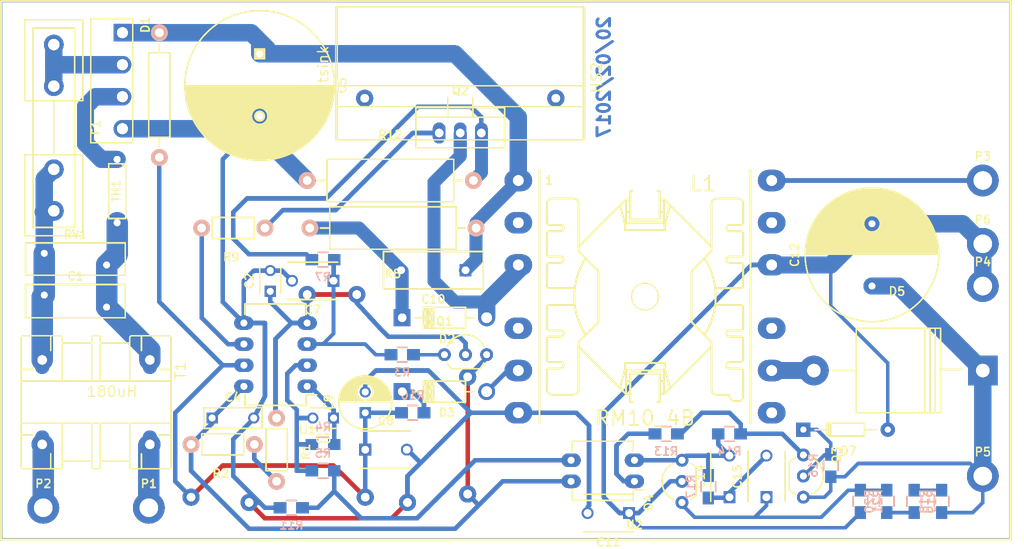
<source format=kicad_pcb>
(kicad_pcb (version 4) (host pcbnew 4.0.5-e0-6337~49~ubuntu16.04.1)
  (layers (0 F.Cu signal) (31 B.Cu signal) (34 B.Paste user) (35 F.Paste user) (36 B.SilkS user) (37 F.SilkS user) (38 B.Mask user) (39 F.Mask user) (44 Edge.Cuts user))
  (net 0 "")
  (net 1 "Net-(C1-Pad1)")
  (net 2 "Net-(C1-Pad2)")
  (net 3 "Net-(C2-Pad1)")
  (net 4 GNDA)
  (net 5 "Net-(C3-Pad1)")
  (net 6 "Net-(C3-Pad2)")
  (net 7 "Net-(C4-Pad1)")
  (net 8 "Net-(C10-Pad1)")
  (net 9 "Net-(C7-Pad1)")
  (net 10 "Net-(C8-Pad1)")
  (net 11 "Net-(C10-Pad2)")
  (net 12 GNDD)
  (net 13 "Net-(C12-Pad1)")
  (net 14 "Net-(C14-Pad1)")
  (net 15 "Net-(C14-Pad2)")
  (net 16 "Net-(C15-Pad1)")
  (net 17 "Net-(D1-Pad2)")
  (net 18 "Net-(D2-Pad2)")
  (net 19 "Net-(D3-Pad2)")
  (net 20 "Net-(D3-Pad1)")
  (net 21 "Net-(D5-Pad2)")
  (net 22 "Net-(D7-Pad1)")
  (net 23 "Net-(L1-Pad12)")
  (net 24 "Net-(P1-Pad1)")
  (net 25 "Net-(P2-Pad1)")
  (net 26 "Net-(Q1-Pad1)")
  (net 27 "Net-(Q2-Pad1)")
  (net 28 "Net-(Q2-Pad3)")
  (net 29 "Net-(Q3-Pad1)")
  (net 30 "Net-(R1-Pad2)")
  (net 31 "Net-(R11-Pad2)")
  (net 32 "Net-(R9-Pad2)")
  (net 33 "Net-(R13-Pad1)")
  (net 34 "Net-(R18-Pad1)")
  (net 35 "Net-(R19-Pad1)")
  (net 36 "Net-(D1-Pad4)")
  (module Mounting_Holes:MountingHole_2.2mm_M2_DIN965_Pad (layer F.Cu) (at 210.947 79.502)
    (fp_text reference P6 (at 0 -2.9) (layer F.SilkS))
    (fp_text value CONN_01X01)
    (pad 1 thru_hole circle (at 0 0) (size 3.8 3.8) (drill 2.2) (layers *.Cu *.Mask) (net 12 GNDD))
  )
  (module Fuse_Holders_and_Fuses:Fuseholder5x20_horiz_open_inline_Type-I (layer F.Cu) (at 99.187 65.532 270)
    (fp_text reference F1 (at 0 -5.08 270) (layer F.SilkS))
    (fp_text value Fuse)
    (pad 2 thru_hole circle (at 5.00126 0 270) (size 2.3495 2.3495) (drill 1.34874) (layers *.Cu *.Mask) (net 2 "Net-(C1-Pad2)"))
    (pad 2 thru_hole circle (at 9.99998 0 270) (size 2.3495 2.3495) (drill 1.34874) (layers *.Cu *.Mask) (net 2 "Net-(C1-Pad2)"))
    (pad 1 thru_hole circle (at -5.00126 0 270) (size 2.3495 2.3495) (drill 1.34874) (layers *.Cu *.Mask) (net 17 "Net-(D1-Pad2)"))
    (pad 1 thru_hole circle (at -9.99998 0 270) (size 2.3495 2.3495) (drill 1.34874) (layers *.Cu *.Mask) (net 17 "Net-(D1-Pad2)"))
  )
  (module Capacitors_THT:C_Disc_D12_P7.75 (layer F.Cu) (at 148.717 82.677 180)
    (fp_text reference C10 (at 3.875 -3.5 180) (layer F.SilkS))
    (fp_text value "103 2kv")
    (pad 1 thru_hole rect (at 0 0 180) (size 1.4 1.4) (drill 0.9) (layers *.Cu *.Mask) (net 8 "Net-(C10-Pad1)"))
    (pad 2 thru_hole circle (at 7.75 0 180) (size 1.4 1.4) (drill 0.9) (layers *.Cu *.Mask) (net 11 "Net-(C10-Pad2)"))
  )
  (module Capacitors_THT:C_Rect_L7_W2.5_P5 (layer F.Cu) (at 118.237 100.457)
    (fp_text reference C4 (at 2.5 -2.5) (layer F.SilkS))
    (fp_text value 100nF)
    (pad 1 thru_hole rect (at 0 0) (size 1.3 1.3) (drill 0.8) (layers *.Cu *.Mask) (net 7 "Net-(C4-Pad1)"))
    (pad 2 thru_hole circle (at 5 0) (size 1.3 1.3) (drill 0.8) (layers *.Cu *.Mask) (net 4 GNDA))
  )
  (module Resistors_THT:Resistor_Horizontal_RM7mm (layer F.Cu) (at 123.317 103.632 180)
    (fp_text reference R2 (at 4.05892 -3.50012 180) (layer F.SilkS))
    (fp_text value 22k)
    (pad 1 thru_hole circle (at 0 0 180) (size 1.99898 1.99898) (drill 1.00076) (layers *.Cu *.SilkS *.Mask) (net 30 "Net-(R1-Pad2)"))
    (pad 2 thru_hole circle (at 7.62 0 180) (size 1.99898 1.99898) (drill 1.00076) (layers *.Cu *.SilkS *.Mask) (net 7 "Net-(C4-Pad1)"))
  )
  (module Resistors_THT:Resistor_Horizontal_RM7mm (layer F.Cu) (at 125.984 100.457 270)
    (fp_text reference R1 (at 4.05892 -3.50012 270) (layer F.SilkS))
    (fp_text value 4k7)
    (pad 1 thru_hole circle (at 0 0 270) (size 1.99898 1.99898) (drill 1.00076) (layers *.Cu *.SilkS *.Mask) (net 3 "Net-(C2-Pad1)"))
    (pad 2 thru_hole circle (at 7.62 0 270) (size 1.99898 1.99898) (drill 1.00076) (layers *.Cu *.SilkS *.Mask) (net 30 "Net-(R1-Pad2)"))
  )
  (module Resistors_THT:Resistor_Horizontal_RM7mm (layer F.Cu) (at 124.587 77.597 180)
    (fp_text reference R9 (at 4.05892 -3.50012 180) (layer F.SilkS))
    (fp_text value 10R)
    (pad 1 thru_hole circle (at 0 0 180) (size 1.99898 1.99898) (drill 1.00076) (layers *.Cu *.SilkS *.Mask) (net 27 "Net-(Q2-Pad1)"))
    (pad 2 thru_hole circle (at 7.62 0 180) (size 1.99898 1.99898) (drill 1.00076) (layers *.Cu *.SilkS *.Mask) (net 32 "Net-(R9-Pad2)"))
  )
  (module heatsink:heatsink-D03PA (layer F.Cu) (at 148.082 62.992 180)
    (fp_text reference HS2 (at -16.4 3.5 270) (layer F.SilkS) (effects (font (size 1.27 1.27) (thickness 0.127))))
    (fp_text value Heatsink (at 16.5 3.3 270) (layer F.SilkS) (effects (font (size 1.27 1.27) (thickness 0.127))))
    (pad B thru_hole circle (at 11.5 1 180) (size 2.032 2.032) (drill 1.016) (layers *.Cu *.Mask))
    (pad A thru_hole circle (at -11.5 1 180) (size 2.032 2.032) (drill 1.016) (layers *.Cu *.Mask))
  )
  (module TO_SOT_Packages_THT:TO-220_Neutral123_Vertical (layer F.Cu) (at 148.082 66.167)
    (fp_text reference Q2 (at 0 -5.08) (layer F.SilkS))
    (fp_text value Q_NMOS_GDS)
    (pad 2 thru_hole oval (at 0 0 90) (size 2.49936 1.50114) (drill 1.00076) (layers *.Cu *.Mask) (net 18 "Net-(D2-Pad2)"))
    (pad 1 thru_hole oval (at -2.54 0 90) (size 2.49936 1.50114) (drill 1.00076) (layers *.Cu *.Mask) (net 27 "Net-(Q2-Pad1)"))
    (pad 3 thru_hole oval (at 2.54 0 90) (size 2.49936 1.50114) (drill 1.00076) (layers *.Cu *.Mask) (net 28 "Net-(Q2-Pad3)"))
  )
  (module transfo:trafo-siemens-RM8-12A (layer F.Cu) (at 170.307 85.852)
    (fp_text reference L1 (at 6.985 -13.589) (layer F.SilkS) (effects (font (size 1.778 1.778) (thickness 0.1778))))
    (fp_text value RM10_4B (at 0 14.605) (layer F.SilkS) (effects (font (size 1.778 1.778) (thickness 0.1778))))
    (fp_text user 1 (at -11.557 -13.97) (layer F.SilkS))
    (pad 12 thru_hole oval (at 15.24 -13.97 90) (size 2.54 3.302) (drill 1.27) (layers *.Cu *.Paste *.Mask) (net 23 "Net-(L1-Pad12)"))
    (pad 6 thru_hole oval (at -15.24 13.97 90) (size 2.54 3.302) (drill 1.27) (layers *.Cu *.Paste *.Mask) (net 4 GNDA))
    (pad 1 thru_hole oval (at -15.24 -13.97 90) (size 2.54 3.302) (drill 1.27) (layers *.Cu *.Paste *.Mask) (net 8 "Net-(C10-Pad1)"))
    (pad 2 thru_hole oval (at -15.24 -8.89 90) (size 2.54 3.302) (drill 1.27) (layers *.Cu *.Paste *.Mask))
    (pad 3 thru_hole oval (at -15.24 -3.81 90) (size 2.54 3.302) (drill 1.27) (layers *.Cu *.Paste *.Mask) (net 18 "Net-(D2-Pad2)"))
    (pad 4 thru_hole oval (at -15.24 3.81 90) (size 2.54 3.302) (drill 1.27) (layers *.Cu *.Paste *.Mask))
    (pad 5 thru_hole oval (at -15.24 8.89 90) (size 2.54 3.302) (drill 1.27) (layers *.Cu *.Paste *.Mask) (net 19 "Net-(D3-Pad2)"))
    (pad 11 thru_hole oval (at 15.24 -8.89 90) (size 2.54 3.302) (drill 1.27) (layers *.Cu *.Paste *.Mask))
    (pad 10 thru_hole oval (at 15.24 -3.81 90) (size 2.54 3.302) (drill 1.27) (layers *.Cu *.Paste *.Mask) (net 12 GNDD))
    (pad 9 thru_hole oval (at 15.24 3.81 90) (size 2.54 3.302) (drill 1.27) (layers *.Cu *.Paste *.Mask))
    (pad 8 thru_hole oval (at 15.24 8.89 90) (size 2.54 3.302) (drill 1.27) (layers *.Cu *.Paste *.Mask) (net 21 "Net-(D5-Pad2)"))
    (pad 7 thru_hole oval (at 15.24 13.97 90) (size 2.54 3.302) (drill 1.27) (layers *.Cu *.Paste *.Mask))
  )
  (module Discret:R3 (layer F.Cu) (at 106.807 73.152 270)
    (fp_text reference TH1 (at 0 0.127 270) (layer F.SilkS))
    (fp_text value Thermistor)
    (pad 1 thru_hole circle (at -3.81 0 270) (size 1.397 1.397) (drill 0.8128) (layers *.Cu *.Mask) (net 36 "Net-(D1-Pad4)"))
    (pad 2 thru_hole circle (at 3.81 0 270) (size 1.397 1.397) (drill 0.8128) (layers *.Cu *.Mask) (net 1 "Net-(C1-Pad1)"))
  )
  (module Housings_DIP:DIP-4_W7.62mm_LongPads (layer F.Cu) (at 169.037 108.077 180)
    (fp_text reference U2 (at 0 -5.22 180) (layer F.SilkS))
    (fp_text value PC817)
    (pad 1 thru_hole oval (at 0 0 180) (size 2.3 1.6) (drill 0.8) (layers *.Cu *.Mask) (net 33 "Net-(R13-Pad1)"))
    (pad 2 thru_hole oval (at 0 2.54 180) (size 2.3 1.6) (drill 0.8) (layers *.Cu *.Mask) (net 15 "Net-(C14-Pad2)"))
    (pad 3 thru_hole oval (at 7.62 2.54 180) (size 2.3 1.6) (drill 0.8) (layers *.Cu *.Mask) (net 31 "Net-(R11-Pad2)"))
    (pad 4 thru_hole oval (at 7.62 0 180) (size 2.3 1.6) (drill 0.8) (layers *.Cu *.Mask) (net 7 "Net-(C4-Pad1)"))
  )
  (module Housings_DIP:DIP-8_W7.62mm_LongPads (layer F.Cu) (at 129.667 96.647 180)
    (fp_text reference U1 (at 0 -5.22 180) (layer F.SilkS))
    (fp_text value UC384x)
    (pad 1 thru_hole oval (at 0 0 180) (size 2.3 1.6) (drill 0.8) (layers *.Cu *.Mask) (net 5 "Net-(C3-Pad1)"))
    (pad 2 thru_hole oval (at 0 2.54 180) (size 2.3 1.6) (drill 0.8) (layers *.Cu *.Mask) (net 6 "Net-(C3-Pad2)"))
    (pad 3 thru_hole oval (at 0 5.08 180) (size 2.3 1.6) (drill 0.8) (layers *.Cu *.Mask) (net 9 "Net-(C7-Pad1)"))
    (pad 4 thru_hole oval (at 0 7.62 180) (size 2.3 1.6) (drill 0.8) (layers *.Cu *.Mask) (net 3 "Net-(C2-Pad1)"))
    (pad 5 thru_hole oval (at 7.62 7.62 180) (size 2.3 1.6) (drill 0.8) (layers *.Cu *.Mask) (net 4 GNDA))
    (pad 6 thru_hole oval (at 7.62 5.08 180) (size 2.3 1.6) (drill 0.8) (layers *.Cu *.Mask) (net 32 "Net-(R9-Pad2)"))
    (pad 7 thru_hole oval (at 7.62 2.54 180) (size 2.3 1.6) (drill 0.8) (layers *.Cu *.Mask) (net 10 "Net-(C8-Pad1)"))
    (pad 8 thru_hole oval (at 7.62 0 180) (size 2.3 1.6) (drill 0.8) (layers *.Cu *.Mask) (net 7 "Net-(C4-Pad1)"))
  )
  (module inductors:inductors-MFE (layer F.Cu) (at 104.267 98.552 180)
    (fp_text reference T1 (at -10.16 3.81 270) (layer F.SilkS) (effects (font (size 1.27 1.27) (thickness 0.127))))
    (fp_text value 180uH (at -1.905 1.27 180) (layer F.SilkS) (effects (font (size 1.27 1.27) (thickness 0.127))))
    (pad 1 thru_hole oval (at 6.477 5.08) (size 1.6764 3.3528) (drill 1.1176) (layers *.Cu *.Paste *.Mask) (net 2 "Net-(C1-Pad2)"))
    (pad 2 thru_hole oval (at 6.477 -5.08) (size 1.6764 3.3528) (drill 1.1176) (layers *.Cu *.Paste *.Mask) (net 25 "Net-(P2-Pad1)"))
    (pad 3 thru_hole oval (at -6.477 -5.08) (size 1.6764 3.3528) (drill 1.1176) (layers *.Cu *.Paste *.Mask) (net 24 "Net-(P1-Pad1)"))
    (pad 4 thru_hole oval (at -6.477 5.08) (size 1.6764 3.3528) (drill 1.1176) (layers *.Cu *.Paste *.Mask) (net 1 "Net-(C1-Pad1)"))
  )
  (module Varistors:RV_Disc_D12_W3.9_P7.5 (layer F.Cu) (at 105.537 82.042 180)
    (fp_text reference RV1 (at 3.75 3.65 180) (layer F.SilkS))
    (fp_text value 14D471K)
    (pad 1 thru_hole circle (at 0 0 180) (size 1.8 1.8) (drill 0.8) (layers *.Cu *.Mask) (net 1 "Net-(C1-Pad1)"))
    (pad 2 thru_hole circle (at 7.5 1.4 180) (size 1.8 1.8) (drill 0.8) (layers *.Cu *.Mask) (net 2 "Net-(C1-Pad2)"))
  )
  (module Resistors_SMD:R_0805_HandSoldering (layer B.Cu) (at 196.215 110.49 90)
    (fp_text reference R21 (at 0 2.1 90) (layer B.SilkS) (effects (justify mirror)))
    (fp_text value 3k)
    (pad 1 smd rect (at -1.35 0 90) (size 1.5 1.3) (layers B.Cu B.Paste B.Mask) (net 12 GNDD))
    (pad 2 smd rect (at 1.35 0 90) (size 1.5 1.3) (layers B.Cu B.Paste B.Mask) (net 16 "Net-(C15-Pad1)"))
  )
  (module Resistors_SMD:R_0805_HandSoldering (layer B.Cu) (at 199.39 110.49 270)
    (fp_text reference R20 (at 0 2.1 270) (layer B.SilkS) (effects (justify mirror)))
    (fp_text value 3k9)
    (pad 1 smd rect (at -1.35 0 270) (size 1.5 1.3) (layers B.Cu B.Paste B.Mask) (net 16 "Net-(C15-Pad1)"))
    (pad 2 smd rect (at 1.35 0 270) (size 1.5 1.3) (layers B.Cu B.Paste B.Mask) (net 35 "Net-(R19-Pad1)"))
  )
  (module Resistors_SMD:R_0805_HandSoldering (layer B.Cu) (at 202.692 110.49 90)
    (fp_text reference R19 (at 0 2.1 90) (layer B.SilkS) (effects (justify mirror)))
    (fp_text value 18k)
    (pad 1 smd rect (at -1.35 0 90) (size 1.5 1.3) (layers B.Cu B.Paste B.Mask) (net 35 "Net-(R19-Pad1)"))
    (pad 2 smd rect (at 1.35 0 90) (size 1.5 1.3) (layers B.Cu B.Paste B.Mask) (net 34 "Net-(R18-Pad1)"))
  )
  (module Resistors_SMD:R_0805_HandSoldering (layer B.Cu) (at 205.994 110.49 270)
    (fp_text reference R18 (at 0 2.1 270) (layer B.SilkS) (effects (justify mirror)))
    (fp_text value 33k)
    (pad 1 smd rect (at -1.35 0 270) (size 1.5 1.3) (layers B.Cu B.Paste B.Mask) (net 34 "Net-(R18-Pad1)"))
    (pad 2 smd rect (at 1.35 0 270) (size 1.5 1.3) (layers B.Cu B.Paste B.Mask) (net 13 "Net-(C12-Pad1)"))
  )
  (module Resistors_SMD:R_0805_HandSoldering (layer B.Cu) (at 177.927 108.712 270)
    (fp_text reference R17 (at 0 2.1 270) (layer B.SilkS) (effects (justify mirror)))
    (fp_text value 680k)
    (pad 1 smd rect (at -1.35 0 270) (size 1.5 1.3) (layers B.Cu B.Paste B.Mask) (net 15 "Net-(C14-Pad2)"))
    (pad 2 smd rect (at 1.35 0 270) (size 1.5 1.3) (layers B.Cu B.Paste B.Mask) (net 14 "Net-(C14-Pad1)"))
  )
  (module Resistors_SMD:R_0805_HandSoldering (layer B.Cu) (at 192.659 106.172 270)
    (fp_text reference R16 (at 0 2.1 270) (layer B.SilkS) (effects (justify mirror)))
    (fp_text value 20k)
    (pad 1 smd rect (at -1.35 0 270) (size 1.5 1.3) (layers B.Cu B.Paste B.Mask) (net 22 "Net-(D7-Pad1)"))
    (pad 2 smd rect (at 1.35 0 270) (size 1.5 1.3) (layers B.Cu B.Paste B.Mask) (net 13 "Net-(C12-Pad1)"))
  )
  (module Resistors_SMD:R_0805_HandSoldering (layer B.Cu) (at 180.467 102.362)
    (fp_text reference R14 (at 0 2.1) (layer B.SilkS) (effects (justify mirror)))
    (fp_text value 15k)
    (pad 1 smd rect (at -1.35 0) (size 1.5 1.3) (layers B.Cu B.Paste B.Mask) (net 15 "Net-(C14-Pad2)"))
    (pad 2 smd rect (at 1.35 0) (size 1.5 1.3) (layers B.Cu B.Paste B.Mask) (net 29 "Net-(Q3-Pad1)"))
  )
  (module Resistors_SMD:R_0805_HandSoldering (layer B.Cu) (at 172.847 102.362)
    (fp_text reference R13 (at 0 2.1) (layer B.SilkS) (effects (justify mirror)))
    (fp_text value 30k)
    (pad 1 smd rect (at -1.35 0) (size 1.5 1.3) (layers B.Cu B.Paste B.Mask) (net 33 "Net-(R13-Pad1)"))
    (pad 2 smd rect (at 1.35 0) (size 1.5 1.3) (layers B.Cu B.Paste B.Mask) (net 29 "Net-(Q3-Pad1)"))
  )
  (module Resistors_SMD:R_0805_HandSoldering (layer B.Cu) (at 127.762 111.252)
    (fp_text reference R11 (at 0 2.1) (layer B.SilkS) (effects (justify mirror)))
    (fp_text value 24k)
    (pad 1 smd rect (at -1.35 0) (size 1.5 1.3) (layers B.Cu B.Paste B.Mask) (net 4 GNDA))
    (pad 2 smd rect (at 1.35 0) (size 1.5 1.3) (layers B.Cu B.Paste B.Mask) (net 31 "Net-(R11-Pad2)"))
  )
  (module Resistors_SMD:R_0805_HandSoldering (layer B.Cu) (at 142.367 99.822 180)
    (fp_text reference R10 (at 0 2.1 180) (layer B.SilkS) (effects (justify mirror)))
    (fp_text value 10R)
    (pad 1 smd rect (at -1.35 0 180) (size 1.5 1.3) (layers B.Cu B.Paste B.Mask) (net 20 "Net-(D3-Pad1)"))
    (pad 2 smd rect (at 1.35 0 180) (size 1.5 1.3) (layers B.Cu B.Paste B.Mask) (net 10 "Net-(C8-Pad1)"))
  )
  (module Resistors_THT:Resistor_Horizontal_RM20mm (layer F.Cu) (at 149.987 77.597 180)
    (fp_text reference R8 (at 10 -5.4991 180) (layer F.SilkS))
    (fp_text value 4k72W)
    (pad 1 thru_hole circle (at 0 0 180) (size 1.99898 1.99898) (drill 1.00076) (layers *.Cu *.SilkS *.Mask) (net 8 "Net-(C10-Pad1)"))
    (pad 2 thru_hole circle (at 20 0 180) (size 1.99898 1.99898) (drill 1.00076) (layers *.Cu *.SilkS *.Mask) (net 11 "Net-(C10-Pad2)"))
  )
  (module Resistors_SMD:R_0805_HandSoldering (layer B.Cu) (at 131.572 81.407)
    (fp_text reference R7 (at 0 2.1) (layer B.SilkS) (effects (justify mirror)))
    (fp_text value 1k)
    (pad 1 smd rect (at -1.35 0) (size 1.5 1.3) (layers B.Cu B.Paste B.Mask) (net 28 "Net-(Q2-Pad3)"))
    (pad 2 smd rect (at 1.35 0) (size 1.5 1.3) (layers B.Cu B.Paste B.Mask) (net 9 "Net-(C7-Pad1)"))
  )
  (module Resistors_THT:Resistor_Horizontal_RM15mm (layer F.Cu) (at 111.887 54.102 270)
    (fp_text reference R6 (at 7.5 -3.74904 270) (layer F.SilkS))
    (fp_text value 150K1W)
    (pad 1 thru_hole circle (at 0 0 270) (size 1.99898 1.99898) (drill 1.00076) (layers *.Cu *.SilkS *.Mask) (net 8 "Net-(C10-Pad1)"))
    (pad 2 thru_hole circle (at 15 0 270) (size 1.99898 1.99898) (drill 1.00076) (layers *.Cu *.SilkS *.Mask) (net 10 "Net-(C8-Pad1)"))
  )
  (module Resistors_SMD:R_0805_HandSoldering (layer B.Cu) (at 131.572 106.807 180)
    (fp_text reference R5 (at 0 2.1 180) (layer B.SilkS) (effects (justify mirror)))
    (fp_text value 4k7)
    (pad 1 smd rect (at -1.35 0 180) (size 1.5 1.3) (layers B.Cu B.Paste B.Mask) (net 31 "Net-(R11-Pad2)"))
    (pad 2 smd rect (at 1.35 0 180) (size 1.5 1.3) (layers B.Cu B.Paste B.Mask) (net 6 "Net-(C3-Pad2)"))
  )
  (module Resistors_SMD:R_0805_HandSoldering (layer B.Cu) (at 131.572 103.632 180)
    (fp_text reference R4 (at 0 2.1 180) (layer B.SilkS) (effects (justify mirror)))
    (fp_text value 10k)
    (pad 1 smd rect (at -1.35 0 180) (size 1.5 1.3) (layers B.Cu B.Paste B.Mask) (net 5 "Net-(C3-Pad1)"))
    (pad 2 smd rect (at 1.35 0 180) (size 1.5 1.3) (layers B.Cu B.Paste B.Mask) (net 6 "Net-(C3-Pad2)"))
  )
  (module Resistors_SMD:R_0805_HandSoldering (layer B.Cu) (at 141.097 92.837)
    (fp_text reference R3 (at 0 2.1) (layer B.SilkS) (effects (justify mirror)))
    (fp_text value 4k7)
    (pad 1 smd rect (at -1.35 0) (size 1.5 1.3) (layers B.Cu B.Paste B.Mask) (net 9 "Net-(C7-Pad1)"))
    (pad 2 smd rect (at 1.35 0) (size 1.5 1.3) (layers B.Cu B.Paste B.Mask) (net 26 "Net-(Q1-Pad1)"))
  )
  (module TO_SOT_Packages_THT:TO-92_Inline_Wide (layer F.Cu) (at 189.357 104.902 270)
    (fp_text reference Q3 (at 0 -4 450) (layer F.SilkS))
    (fp_text value 2N5551)
    (pad 2 thru_hole circle (at 2.54 0) (size 1.524 1.524) (drill 0.8) (layers *.Cu *.Mask) (net 22 "Net-(D7-Pad1)"))
    (pad 3 thru_hole circle (at 5.08 0) (size 1.524 1.524) (drill 0.8) (layers *.Cu *.Mask) (net 13 "Net-(C12-Pad1)"))
    (pad 1 thru_hole circle (at 0 0) (size 1.524 1.524) (drill 0.8) (layers *.Cu *.Mask) (net 29 "Net-(Q3-Pad1)"))
  )
  (module TO_SOT_Packages_THT:TO-92_Inline_Wide (layer F.Cu) (at 146.177 92.837)
    (fp_text reference Q1 (at 0 -4 180) (layer F.SilkS))
    (fp_text value PN2222A)
    (pad 2 thru_hole circle (at 2.54 0 90) (size 1.524 1.524) (drill 0.8) (layers *.Cu *.Mask) (net 3 "Net-(C2-Pad1)"))
    (pad 3 thru_hole circle (at 5.08 0 90) (size 1.524 1.524) (drill 0.8) (layers *.Cu *.Mask) (net 7 "Net-(C4-Pad1)"))
    (pad 1 thru_hole circle (at 0 0 90) (size 1.524 1.524) (drill 0.8) (layers *.Cu *.Mask) (net 26 "Net-(Q1-Pad1)"))
  )
  (module Mounting_Holes:MountingHole_2.2mm_M2_DIN965_Pad (layer F.Cu) (at 210.947 107.442)
    (fp_text reference P5 (at 0 -2.9) (layer F.SilkS))
    (fp_text value CONN_01X01)
    (pad 1 thru_hole circle (at 0 0) (size 3.8 3.8) (drill 2.2) (layers *.Cu *.Mask) (net 13 "Net-(C12-Pad1)"))
  )
  (module Mounting_Holes:MountingHole_2.2mm_M2_DIN965_Pad (layer F.Cu) (at 210.947 84.582)
    (fp_text reference P4 (at 0 -2.9) (layer F.SilkS))
    (fp_text value CONN_01X01)
    (pad 1 thru_hole circle (at 0 0) (size 3.8 3.8) (drill 2.2) (layers *.Cu *.Mask) (net 12 GNDD))
  )
  (module Mounting_Holes:MountingHole_2.2mm_M2_DIN965_Pad (layer F.Cu) (at 210.947 71.882)
    (fp_text reference P3 (at 0 -2.9) (layer F.SilkS))
    (fp_text value CONN_01X01)
    (pad 1 thru_hole circle (at 0 0) (size 3.8 3.8) (drill 2.2) (layers *.Cu *.Mask) (net 23 "Net-(L1-Pad12)"))
  )
  (module Mounting_Holes:MountingHole_2.2mm_M2_DIN965_Pad (layer F.Cu) (at 97.917 111.252)
    (fp_text reference P2 (at 0 -2.9) (layer F.SilkS))
    (fp_text value CONN_01X01)
    (pad 1 thru_hole circle (at 0 0) (size 3.8 3.8) (drill 2.2) (layers *.Cu *.Mask) (net 25 "Net-(P2-Pad1)"))
  )
  (module Mounting_Holes:MountingHole_2.2mm_M2_DIN965_Pad (layer F.Cu) (at 110.617 111.252)
    (fp_text reference P1 (at 0 -2.9) (layer F.SilkS))
    (fp_text value CONN_01X01)
    (pad 1 thru_hole circle (at 0 0) (size 3.8 3.8) (drill 2.2) (layers *.Cu *.Mask) (net 24 "Net-(P1-Pad1)"))
  )
  (module Diodes_THT:Diode_DO-35_SOD27_Horizontal_RM10 (layer F.Cu) (at 189.357 101.854)
    (fp_text reference D7 (at 5.43052 2.53746) (layer F.SilkS))
    (fp_text value "D_Z 20V")
    (pad 2 thru_hole circle (at 10.16052 -0.00254 180) (size 1.69926 1.69926) (drill 0.70104) (layers *.Cu *.Mask) (net 12 GNDD))
    (pad 1 thru_hole rect (at 0.00052 -0.00254 180) (size 1.69926 1.69926) (drill 0.70104) (layers *.Cu *.Mask) (net 22 "Net-(D7-Pad1)"))
  )
  (module Diodes_THT:Diode_P600_Horizontal (layer F.Cu) (at 210.947 94.742 180)
    (fp_text reference D5 (at 10.32764 9.52246 180) (layer F.SilkS))
    (fp_text value 6A10)
    (pad 2 thru_hole circle (at 20.32 -0.00254) (size 3.54076 3.54076) (drill 1.6002) (layers *.Cu *.Mask) (net 21 "Net-(D5-Pad2)"))
    (pad 1 thru_hole rect (at 0 -0.00254) (size 3.54076 3.54076) (drill 1.6002) (layers *.Cu *.Mask) (net 13 "Net-(C12-Pad1)"))
  )
  (module TO_SOT_Packages_THT:TO-92_Inline_Wide (layer F.Cu) (at 174.752 110.617 90)
    (fp_text reference D4 (at 0 -4 270) (layer F.SilkS))
    (fp_text value TL431LP)
    (pad 2 thru_hole circle (at 2.54 0 180) (size 1.524 1.524) (drill 0.8) (layers *.Cu *.Mask) (net 12 GNDD))
    (pad 3 thru_hole circle (at 5.08 0 180) (size 1.524 1.524) (drill 0.8) (layers *.Cu *.Mask) (net 15 "Net-(C14-Pad2)"))
    (pad 1 thru_hole circle (at 0 0 180) (size 1.524 1.524) (drill 0.8) (layers *.Cu *.Mask) (net 16 "Net-(C15-Pad1)"))
  )
  (module Diodes_THT:Diode_DO-41_SOD81_Horizontal_RM10 (layer F.Cu) (at 141.097 97.282)
    (fp_text reference D3 (at 5.38734 2.53746) (layer F.SilkS))
    (fp_text value 1N5819)
    (pad 2 thru_hole circle (at 10.16 -0.00254 180) (size 1.99898 1.99898) (drill 1.27) (layers *.Cu *.Mask) (net 19 "Net-(D3-Pad2)"))
    (pad 1 thru_hole rect (at 0 -0.00254 180) (size 1.99898 1.99898) (drill 1.00076) (layers *.Cu *.Mask) (net 20 "Net-(D3-Pad1)"))
  )
  (module Diodes_THT:Diode_DO-41_SOD81_Horizontal_RM10 (layer F.Cu) (at 141.097 88.392)
    (fp_text reference D2 (at 5.38734 2.53746) (layer F.SilkS))
    (fp_text value FR207)
    (pad 2 thru_hole circle (at 10.16 -0.00254 180) (size 1.99898 1.99898) (drill 1.27) (layers *.Cu *.Mask) (net 18 "Net-(D2-Pad2)"))
    (pad 1 thru_hole rect (at 0 -0.00254 180) (size 1.99898 1.99898) (drill 1.00076) (layers *.Cu *.Mask) (net 11 "Net-(C10-Pad2)"))
  )
  (module Diodes_THT:Diode_Bridge_KBP206 (layer F.Cu) (at 107.442 54.102 270)
    (fp_text reference D1 (at -0.95 -2.75 270) (layer F.SilkS))
    (fp_text value D_Bridge_-A+A)
    (pad 3 thru_hole rect (at 0 0 270) (size 2.1 2.1) (drill 1.3) (layers *.Cu *.Mask) (net 8 "Net-(C10-Pad1)"))
    (pad 2 thru_hole circle (at 3.85 0 270) (size 2.1 2.1) (drill 1.3) (layers *.Cu *.Mask) (net 17 "Net-(D1-Pad2)"))
    (pad 1 thru_hole circle (at 11.55 0 270) (size 2.1 2.1) (drill 1.3) (layers *.Cu *.Mask) (net 4 GNDA))
    (pad 4 thru_hole circle (at 7.7 0 270) (size 2.1 2.1) (drill 1.3) (layers *.Cu *.Mask) (net 36 "Net-(D1-Pad4)"))
  )
  (module Capacitors_THT:C_Disc_D6_P5 (layer F.Cu) (at 184.912 109.982 90)
    (fp_text reference C15 (at 2.5 -3.5 90) (layer F.SilkS))
    (fp_text value 330pF50V)
    (pad 1 thru_hole rect (at 0 0 90) (size 1.4 1.4) (drill 0.9) (layers *.Cu *.Mask) (net 16 "Net-(C15-Pad1)"))
    (pad 2 thru_hole circle (at 5 0 90) (size 1.4 1.4) (drill 0.9) (layers *.Cu *.Mask) (net 14 "Net-(C14-Pad1)"))
  )
  (module Capacitors_THT:C_Disc_D6_P5 (layer F.Cu) (at 180.467 109.982 90)
    (fp_text reference C14 (at 2.5 -3.5 90) (layer F.SilkS))
    (fp_text value 22pF25V)
    (pad 1 thru_hole rect (at 0 0 90) (size 1.4 1.4) (drill 0.9) (layers *.Cu *.Mask) (net 14 "Net-(C14-Pad1)"))
    (pad 2 thru_hole circle (at 5 0 90) (size 1.4 1.4) (drill 0.9) (layers *.Cu *.Mask) (net 15 "Net-(C14-Pad2)"))
  )
  (module Capacitors_THT:C_Radial_D16_L31.5_P7.5 (layer F.Cu) (at 197.612 84.582 90)
    (fp_text reference C12 (at 3.75 -9.3 90) (layer F.SilkS))
    (fp_text value 330uF100V)
    (pad 1 thru_hole rect (at 0 0 90) (size 1.3 1.3) (drill 0.8) (layers *.Cu *.Mask) (net 13 "Net-(C12-Pad1)"))
    (pad 2 thru_hole circle (at 7.5 0 90) (size 1.3 1.3) (drill 0.8) (layers *.Cu *.Mask) (net 12 GNDD))
  )
  (module Capacitors_THT:C_Disc_D6_P5 (layer F.Cu) (at 168.402 111.887 180)
    (fp_text reference C11 (at 2.5 -3.5 180) (layer F.SilkS))
    (fp_text value "103 2kv")
    (pad 1 thru_hole rect (at 0 0 180) (size 1.4 1.4) (drill 0.9) (layers *.Cu *.Mask) (net 12 GNDD))
    (pad 2 thru_hole circle (at 5 0 180) (size 1.4 1.4) (drill 0.9) (layers *.Cu *.Mask) (net 4 GNDA))
  )
  (module Capacitors_THT:C_Radial_D6.3_L11.2_P2.5 (layer F.Cu) (at 136.652 99.822 90)
    (fp_text reference C9 (at 1.25 -4.4 90) (layer F.SilkS))
    (fp_text value 47uF50V)
    (pad 2 thru_hole circle (at 2.5 0 90) (size 1.3 1.3) (drill 0.8) (layers *.Cu *.Mask) (net 4 GNDA))
    (pad 1 thru_hole rect (at 0 0 90) (size 1.3 1.3) (drill 0.8) (layers *.Cu *.Mask) (net 10 "Net-(C8-Pad1)"))
  )
  (module Capacitors_THT:C_Disc_D6_P5 (layer F.Cu) (at 136.652 104.267)
    (fp_text reference C8 (at 2.5 -3.5) (layer F.SilkS))
    (fp_text value 100nF50V)
    (pad 1 thru_hole rect (at 0 0) (size 1.4 1.4) (drill 0.9) (layers *.Cu *.Mask) (net 10 "Net-(C8-Pad1)"))
    (pad 2 thru_hole circle (at 5 0) (size 1.4 1.4) (drill 0.9) (layers *.Cu *.Mask) (net 4 GNDA))
  )
  (module Capacitors_THT:C_Disc_D6_P5 (layer F.Cu) (at 132.842 83.947 180)
    (fp_text reference C7 (at 2.5 -3.5 180) (layer F.SilkS))
    (fp_text value 470pF50V)
    (pad 1 thru_hole rect (at 0 0 180) (size 1.4 1.4) (drill 0.9) (layers *.Cu *.Mask) (net 9 "Net-(C7-Pad1)"))
    (pad 2 thru_hole circle (at 5 0 180) (size 1.4 1.4) (drill 0.9) (layers *.Cu *.Mask) (net 4 GNDA))
  )
  (module Capacitors_THT:C_Radial_D18_L36_P7.5 (layer F.Cu) (at 123.952 56.642 270)
    (fp_text reference C5 (at 3.81 -9.906 270) (layer F.SilkS))
    (fp_text value 68uF400V)
    (pad 1 thru_hole rect (at 0 0 270) (size 1.3 1.3) (drill 0.8) (layers *.Cu *.Mask F.SilkS) (net 8 "Net-(C10-Pad1)"))
    (pad 2 thru_hole circle (at 7.5 0 270) (size 1.3 1.3) (drill 0.8) (layers *.Cu *.Mask F.SilkS) (net 4 GNDA))
  )
  (module Capacitors_THT:C_Disc_D3_P2.5 (layer F.Cu) (at 132.842 100.457 180)
    (fp_text reference C3 (at 1.25 -2.5 180) (layer F.SilkS))
    (fp_text value 1nF)
    (pad 1 thru_hole rect (at 0 0 180) (size 1.3 1.3) (drill 0.8) (layers *.Cu *.Mask) (net 5 "Net-(C3-Pad1)"))
    (pad 2 thru_hole circle (at 2.5 0 180) (size 1.3 1.3) (drill 0.8001) (layers *.Cu *.Mask) (net 6 "Net-(C3-Pad2)"))
  )
  (module Capacitors_THT:C_Disc_D3_P2.5 (layer F.Cu) (at 125.222 85.217 90)
    (fp_text reference C2 (at 1.25 -2.5 90) (layer F.SilkS))
    (fp_text value 1nF)
    (pad 1 thru_hole rect (at 0 0 90) (size 1.3 1.3) (drill 0.8) (layers *.Cu *.Mask) (net 3 "Net-(C2-Pad1)"))
    (pad 2 thru_hole circle (at 2.5 0 90) (size 1.3 1.3) (drill 0.8001) (layers *.Cu *.Mask) (net 4 GNDA))
  )
  (module Varistors:RV_Disc_D12_W4_P7.5 (layer F.Cu) (at 105.537 87.122 180)
    (fp_text reference C1 (at 3.75 3.725 180) (layer F.SilkS))
    (fp_text value "100 nF")
    (pad 1 thru_hole circle (at 0 0 180) (size 1.8 1.8) (drill 0.8) (layers *.Cu *.Mask) (net 1 "Net-(C1-Pad1)"))
    (pad 2 thru_hole circle (at 7.5 1.45 180) (size 1.8 1.8) (drill 0.8) (layers *.Cu *.Mask) (net 2 "Net-(C1-Pad2)"))
  )
  (module Resistors_THT:Resistor_Horizontal_RM20mm (layer F.Cu) (at 129.667 71.882)
    (fp_text reference R12 (at 10 -5.4991) (layer F.SilkS))
    (fp_text value 0.33R1W)
    (pad 1 thru_hole circle (at 0 0) (size 1.99898 1.99898) (drill 1.00076) (layers *.Cu *.SilkS *.Mask) (net 4 GNDA))
    (pad 2 thru_hole circle (at 20 0) (size 1.99898 1.99898) (drill 1.00076) (layers *.Cu *.SilkS *.Mask) (net 28 "Net-(Q2-Pad3)"))
  )
  (module Resistors_THT:Resistor_Horizontal_RM20mm (layer F.Cu) (at 129.667 71.882)
    (fp_text reference R12 (at 10 -5.4991) (layer F.SilkS))
    (fp_text value 0.33R1W)
    (pad 1 thru_hole circle (at 0 0) (size 1.99898 1.99898) (drill 1.00076) (layers *.Cu *.SilkS *.Mask) (net 4 GNDA))
    (pad 2 thru_hole circle (at 20 0) (size 1.99898 1.99898) (drill 1.00076) (layers *.Cu *.SilkS *.Mask) (net 28 "Net-(Q2-Pad3)"))
  )
  (module Varistors:RV_Disc_D12_W4_P7.5 (layer F.Cu) (at 105.537 87.122 180)
    (fp_text reference C1 (at 3.75 3.725 180) (layer F.SilkS))
    (fp_text value "100 nF")
    (pad 1 thru_hole circle (at 0 0 180) (size 1.8 1.8) (drill 0.8) (layers *.Cu *.Mask) (net 1 "Net-(C1-Pad1)"))
    (pad 2 thru_hole circle (at 7.5 1.45 180) (size 1.8 1.8) (drill 0.8) (layers *.Cu *.Mask) (net 2 "Net-(C1-Pad2)"))
  )
  (module Capacitors_THT:C_Disc_D3_P2.5 (layer F.Cu) (at 125.222 85.217 90)
    (fp_text reference C2 (at 1.25 -2.5 90) (layer F.SilkS))
    (fp_text value 1nF)
    (pad 1 thru_hole rect (at 0 0 90) (size 1.3 1.3) (drill 0.8) (layers *.Cu *.Mask) (net 3 "Net-(C2-Pad1)"))
    (pad 2 thru_hole circle (at 2.5 0 90) (size 1.3 1.3) (drill 0.8001) (layers *.Cu *.Mask) (net 4 GNDA))
  )
  (module Capacitors_THT:C_Disc_D3_P2.5 (layer F.Cu) (at 132.842 100.457 180)
    (fp_text reference C3 (at 1.25 -2.5 180) (layer F.SilkS))
    (fp_text value 1nF)
    (pad 1 thru_hole rect (at 0 0 180) (size 1.3 1.3) (drill 0.8) (layers *.Cu *.Mask) (net 5 "Net-(C3-Pad1)"))
    (pad 2 thru_hole circle (at 2.5 0 180) (size 1.3 1.3) (drill 0.8001) (layers *.Cu *.Mask) (net 6 "Net-(C3-Pad2)"))
  )
  (module Capacitors_THT:C_Radial_D18_L36_P7.5 (layer F.Cu) (at 123.952 56.642 270)
    (fp_text reference C5 (at 3.81 -9.906 270) (layer F.SilkS))
    (fp_text value 68uF400V)
    (pad 1 thru_hole rect (at 0 0 270) (size 1.3 1.3) (drill 0.8) (layers *.Cu *.Mask F.SilkS) (net 8 "Net-(C10-Pad1)"))
    (pad 2 thru_hole circle (at 7.5 0 270) (size 1.3 1.3) (drill 0.8) (layers *.Cu *.Mask F.SilkS) (net 4 GNDA))
  )
  (module Capacitors_THT:C_Disc_D6_P5 (layer F.Cu) (at 132.842 83.947 180)
    (fp_text reference C7 (at 2.5 -3.5 180) (layer F.SilkS))
    (fp_text value 470pF50V)
    (pad 1 thru_hole rect (at 0 0 180) (size 1.4 1.4) (drill 0.9) (layers *.Cu *.Mask) (net 9 "Net-(C7-Pad1)"))
    (pad 2 thru_hole circle (at 5 0 180) (size 1.4 1.4) (drill 0.9) (layers *.Cu *.Mask) (net 4 GNDA))
  )
  (module Capacitors_THT:C_Disc_D6_P5 (layer F.Cu) (at 136.652 104.267)
    (fp_text reference C8 (at 2.5 -3.5) (layer F.SilkS))
    (fp_text value 100nF50V)
    (pad 1 thru_hole rect (at 0 0) (size 1.4 1.4) (drill 0.9) (layers *.Cu *.Mask) (net 10 "Net-(C8-Pad1)"))
    (pad 2 thru_hole circle (at 5 0) (size 1.4 1.4) (drill 0.9) (layers *.Cu *.Mask) (net 4 GNDA))
  )
  (module Capacitors_THT:C_Radial_D6.3_L11.2_P2.5 (layer F.Cu) (at 136.652 99.822 90)
    (fp_text reference C9 (at 1.25 -4.4 90) (layer F.SilkS))
    (fp_text value 47uF50V)
    (pad 2 thru_hole circle (at 2.5 0 90) (size 1.3 1.3) (drill 0.8) (layers *.Cu *.Mask) (net 4 GNDA))
    (pad 1 thru_hole rect (at 0 0 90) (size 1.3 1.3) (drill 0.8) (layers *.Cu *.Mask) (net 10 "Net-(C8-Pad1)"))
  )
  (module Capacitors_THT:C_Disc_D6_P5 (layer F.Cu) (at 168.402 111.887 180)
    (fp_text reference C11 (at 2.5 -3.5 180) (layer F.SilkS))
    (fp_text value "103 2kv")
    (pad 1 thru_hole rect (at 0 0 180) (size 1.4 1.4) (drill 0.9) (layers *.Cu *.Mask) (net 12 GNDD))
    (pad 2 thru_hole circle (at 5 0 180) (size 1.4 1.4) (drill 0.9) (layers *.Cu *.Mask) (net 4 GNDA))
  )
  (module Capacitors_THT:C_Radial_D16_L31.5_P7.5 (layer F.Cu) (at 197.612 84.582 90)
    (fp_text reference C12 (at 3.75 -9.3 90) (layer F.SilkS))
    (fp_text value 330uF100V)
    (pad 1 thru_hole rect (at 0 0 90) (size 1.3 1.3) (drill 0.8) (layers *.Cu *.Mask) (net 13 "Net-(C12-Pad1)"))
    (pad 2 thru_hole circle (at 7.5 0 90) (size 1.3 1.3) (drill 0.8) (layers *.Cu *.Mask) (net 12 GNDD))
  )
  (module Capacitors_THT:C_Disc_D6_P5 (layer F.Cu) (at 180.467 109.982 90)
    (fp_text reference C14 (at 2.5 -3.5 90) (layer F.SilkS))
    (fp_text value 22pF25V)
    (pad 1 thru_hole rect (at 0 0 90) (size 1.4 1.4) (drill 0.9) (layers *.Cu *.Mask) (net 14 "Net-(C14-Pad1)"))
    (pad 2 thru_hole circle (at 5 0 90) (size 1.4 1.4) (drill 0.9) (layers *.Cu *.Mask) (net 15 "Net-(C14-Pad2)"))
  )
  (module Capacitors_THT:C_Disc_D6_P5 (layer F.Cu) (at 184.912 109.982 90)
    (fp_text reference C15 (at 2.5 -3.5 90) (layer F.SilkS))
    (fp_text value 330pF50V)
    (pad 1 thru_hole rect (at 0 0 90) (size 1.4 1.4) (drill 0.9) (layers *.Cu *.Mask) (net 16 "Net-(C15-Pad1)"))
    (pad 2 thru_hole circle (at 5 0 90) (size 1.4 1.4) (drill 0.9) (layers *.Cu *.Mask) (net 14 "Net-(C14-Pad1)"))
  )
  (module Diodes_THT:Diode_Bridge_KBP206 (layer F.Cu) (at 107.442 54.102 270)
    (fp_text reference D1 (at -0.95 -2.75 270) (layer F.SilkS))
    (fp_text value D_Bridge_-A+A)
    (pad 3 thru_hole rect (at 0 0 270) (size 2.1 2.1) (drill 1.3) (layers *.Cu *.Mask) (net 8 "Net-(C10-Pad1)"))
    (pad 2 thru_hole circle (at 3.85 0 270) (size 2.1 2.1) (drill 1.3) (layers *.Cu *.Mask) (net 17 "Net-(D1-Pad2)"))
    (pad 1 thru_hole circle (at 11.55 0 270) (size 2.1 2.1) (drill 1.3) (layers *.Cu *.Mask) (net 4 GNDA))
    (pad 4 thru_hole circle (at 7.7 0 270) (size 2.1 2.1) (drill 1.3) (layers *.Cu *.Mask) (net 36 "Net-(D1-Pad4)"))
  )
  (module Diodes_THT:Diode_DO-41_SOD81_Horizontal_RM10 (layer F.Cu) (at 141.097 88.392)
    (fp_text reference D2 (at 5.38734 2.53746) (layer F.SilkS))
    (fp_text value FR207)
    (pad 2 thru_hole circle (at 10.16 -0.00254 180) (size 1.99898 1.99898) (drill 1.27) (layers *.Cu *.Mask) (net 18 "Net-(D2-Pad2)"))
    (pad 1 thru_hole rect (at 0 -0.00254 180) (size 1.99898 1.99898) (drill 1.00076) (layers *.Cu *.Mask) (net 11 "Net-(C10-Pad2)"))
  )
  (module Diodes_THT:Diode_DO-41_SOD81_Horizontal_RM10 (layer F.Cu) (at 141.097 97.282)
    (fp_text reference D3 (at 5.38734 2.53746) (layer F.SilkS))
    (fp_text value 1N5819)
    (pad 2 thru_hole circle (at 10.16 -0.00254 180) (size 1.99898 1.99898) (drill 1.27) (layers *.Cu *.Mask) (net 19 "Net-(D3-Pad2)"))
    (pad 1 thru_hole rect (at 0 -0.00254 180) (size 1.99898 1.99898) (drill 1.00076) (layers *.Cu *.Mask) (net 20 "Net-(D3-Pad1)"))
  )
  (module TO_SOT_Packages_THT:TO-92_Inline_Wide (layer F.Cu) (at 174.752 110.617 90)
    (fp_text reference D4 (at 0 -4 270) (layer F.SilkS))
    (fp_text value TL431LP)
    (pad 2 thru_hole circle (at 2.54 0 180) (size 1.524 1.524) (drill 0.8) (layers *.Cu *.Mask) (net 12 GNDD))
    (pad 3 thru_hole circle (at 5.08 0 180) (size 1.524 1.524) (drill 0.8) (layers *.Cu *.Mask) (net 15 "Net-(C14-Pad2)"))
    (pad 1 thru_hole circle (at 0 0 180) (size 1.524 1.524) (drill 0.8) (layers *.Cu *.Mask) (net 16 "Net-(C15-Pad1)"))
  )
  (module Diodes_THT:Diode_P600_Horizontal (layer F.Cu) (at 210.947 94.742 180)
    (fp_text reference D5 (at 10.32764 9.52246 180) (layer F.SilkS))
    (fp_text value 6A10)
    (pad 2 thru_hole circle (at 20.32 -0.00254) (size 3.54076 3.54076) (drill 1.6002) (layers *.Cu *.Mask) (net 21 "Net-(D5-Pad2)"))
    (pad 1 thru_hole rect (at 0 -0.00254) (size 3.54076 3.54076) (drill 1.6002) (layers *.Cu *.Mask) (net 13 "Net-(C12-Pad1)"))
  )
  (module Diodes_THT:Diode_DO-35_SOD27_Horizontal_RM10 (layer F.Cu) (at 189.357 101.854)
    (fp_text reference D7 (at 5.43052 2.53746) (layer F.SilkS))
    (fp_text value "D_Z 20V")
    (pad 2 thru_hole circle (at 10.16052 -0.00254 180) (size 1.69926 1.69926) (drill 0.70104) (layers *.Cu *.Mask) (net 12 GNDD))
    (pad 1 thru_hole rect (at 0.00052 -0.00254 180) (size 1.69926 1.69926) (drill 0.70104) (layers *.Cu *.Mask) (net 22 "Net-(D7-Pad1)"))
  )
  (module Mounting_Holes:MountingHole_2.2mm_M2_DIN965_Pad (layer F.Cu) (at 110.617 111.252)
    (fp_text reference P1 (at 0 -2.9) (layer F.SilkS))
    (fp_text value CONN_01X01)
    (pad 1 thru_hole circle (at 0 0) (size 3.8 3.8) (drill 2.2) (layers *.Cu *.Mask) (net 24 "Net-(P1-Pad1)"))
  )
  (module Mounting_Holes:MountingHole_2.2mm_M2_DIN965_Pad (layer F.Cu) (at 97.917 111.252)
    (fp_text reference P2 (at 0 -2.9) (layer F.SilkS))
    (fp_text value CONN_01X01)
    (pad 1 thru_hole circle (at 0 0) (size 3.8 3.8) (drill 2.2) (layers *.Cu *.Mask) (net 25 "Net-(P2-Pad1)"))
  )
  (module Mounting_Holes:MountingHole_2.2mm_M2_DIN965_Pad (layer F.Cu) (at 210.947 71.882)
    (fp_text reference P3 (at 0 -2.9) (layer F.SilkS))
    (fp_text value CONN_01X01)
    (pad 1 thru_hole circle (at 0 0) (size 3.8 3.8) (drill 2.2) (layers *.Cu *.Mask) (net 23 "Net-(L1-Pad12)"))
  )
  (module Mounting_Holes:MountingHole_2.2mm_M2_DIN965_Pad (layer F.Cu) (at 210.947 84.582)
    (fp_text reference P4 (at 0 -2.9) (layer F.SilkS))
    (fp_text value CONN_01X01)
    (pad 1 thru_hole circle (at 0 0) (size 3.8 3.8) (drill 2.2) (layers *.Cu *.Mask) (net 12 GNDD))
  )
  (module Mounting_Holes:MountingHole_2.2mm_M2_DIN965_Pad (layer F.Cu) (at 210.947 107.442)
    (fp_text reference P5 (at 0 -2.9) (layer F.SilkS))
    (fp_text value CONN_01X01)
    (pad 1 thru_hole circle (at 0 0) (size 3.8 3.8) (drill 2.2) (layers *.Cu *.Mask) (net 13 "Net-(C12-Pad1)"))
  )
  (module TO_SOT_Packages_THT:TO-92_Inline_Wide (layer F.Cu) (at 146.177 92.837)
    (fp_text reference Q1 (at 0 -4 180) (layer F.SilkS))
    (fp_text value PN2222A)
    (pad 2 thru_hole circle (at 2.54 0 90) (size 1.524 1.524) (drill 0.8) (layers *.Cu *.Mask) (net 3 "Net-(C2-Pad1)"))
    (pad 3 thru_hole circle (at 5.08 0 90) (size 1.524 1.524) (drill 0.8) (layers *.Cu *.Mask) (net 7 "Net-(C4-Pad1)"))
    (pad 1 thru_hole circle (at 0 0 90) (size 1.524 1.524) (drill 0.8) (layers *.Cu *.Mask) (net 26 "Net-(Q1-Pad1)"))
  )
  (module TO_SOT_Packages_THT:TO-92_Inline_Wide (layer F.Cu) (at 189.357 104.902 270)
    (fp_text reference Q3 (at 0 -4 450) (layer F.SilkS))
    (fp_text value 2N5551)
    (pad 2 thru_hole circle (at 2.54 0) (size 1.524 1.524) (drill 0.8) (layers *.Cu *.Mask) (net 22 "Net-(D7-Pad1)"))
    (pad 3 thru_hole circle (at 5.08 0) (size 1.524 1.524) (drill 0.8) (layers *.Cu *.Mask) (net 13 "Net-(C12-Pad1)"))
    (pad 1 thru_hole circle (at 0 0) (size 1.524 1.524) (drill 0.8) (layers *.Cu *.Mask) (net 29 "Net-(Q3-Pad1)"))
  )
  (module Resistors_SMD:R_0805_HandSoldering (layer B.Cu) (at 141.097 92.837)
    (fp_text reference R3 (at 0 2.1) (layer B.SilkS) (effects (justify mirror)))
    (fp_text value 4k7)
    (pad 1 smd rect (at -1.35 0) (size 1.5 1.3) (layers B.Cu B.Paste B.Mask) (net 9 "Net-(C7-Pad1)"))
    (pad 2 smd rect (at 1.35 0) (size 1.5 1.3) (layers B.Cu B.Paste B.Mask) (net 26 "Net-(Q1-Pad1)"))
  )
  (module Resistors_SMD:R_0805_HandSoldering (layer B.Cu) (at 131.572 103.632 180)
    (fp_text reference R4 (at 0 2.1 180) (layer B.SilkS) (effects (justify mirror)))
    (fp_text value 10k)
    (pad 1 smd rect (at -1.35 0 180) (size 1.5 1.3) (layers B.Cu B.Paste B.Mask) (net 5 "Net-(C3-Pad1)"))
    (pad 2 smd rect (at 1.35 0 180) (size 1.5 1.3) (layers B.Cu B.Paste B.Mask) (net 6 "Net-(C3-Pad2)"))
  )
  (module Resistors_SMD:R_0805_HandSoldering (layer B.Cu) (at 131.572 106.807 180)
    (fp_text reference R5 (at 0 2.1 180) (layer B.SilkS) (effects (justify mirror)))
    (fp_text value 4k7)
    (pad 1 smd rect (at -1.35 0 180) (size 1.5 1.3) (layers B.Cu B.Paste B.Mask) (net 31 "Net-(R11-Pad2)"))
    (pad 2 smd rect (at 1.35 0 180) (size 1.5 1.3) (layers B.Cu B.Paste B.Mask) (net 6 "Net-(C3-Pad2)"))
  )
  (module Resistors_THT:Resistor_Horizontal_RM15mm (layer F.Cu) (at 111.887 54.102 270)
    (fp_text reference R6 (at 7.5 -3.74904 270) (layer F.SilkS))
    (fp_text value 150K1W)
    (pad 1 thru_hole circle (at 0 0 270) (size 1.99898 1.99898) (drill 1.00076) (layers *.Cu *.SilkS *.Mask) (net 8 "Net-(C10-Pad1)"))
    (pad 2 thru_hole circle (at 15 0 270) (size 1.99898 1.99898) (drill 1.00076) (layers *.Cu *.SilkS *.Mask) (net 10 "Net-(C8-Pad1)"))
  )
  (module Resistors_SMD:R_0805_HandSoldering (layer B.Cu) (at 131.572 81.407)
    (fp_text reference R7 (at 0 2.1) (layer B.SilkS) (effects (justify mirror)))
    (fp_text value 1k)
    (pad 1 smd rect (at -1.35 0) (size 1.5 1.3) (layers B.Cu B.Paste B.Mask) (net 28 "Net-(Q2-Pad3)"))
    (pad 2 smd rect (at 1.35 0) (size 1.5 1.3) (layers B.Cu B.Paste B.Mask) (net 9 "Net-(C7-Pad1)"))
  )
  (module Resistors_THT:Resistor_Horizontal_RM20mm (layer F.Cu) (at 149.987 77.597 180)
    (fp_text reference R8 (at 10 -5.4991 180) (layer F.SilkS))
    (fp_text value 4k72W)
    (pad 1 thru_hole circle (at 0 0 180) (size 1.99898 1.99898) (drill 1.00076) (layers *.Cu *.SilkS *.Mask) (net 8 "Net-(C10-Pad1)"))
    (pad 2 thru_hole circle (at 20 0 180) (size 1.99898 1.99898) (drill 1.00076) (layers *.Cu *.SilkS *.Mask) (net 11 "Net-(C10-Pad2)"))
  )
  (module Resistors_SMD:R_0805_HandSoldering (layer B.Cu) (at 142.367 99.822 180)
    (fp_text reference R10 (at 0 2.1 180) (layer B.SilkS) (effects (justify mirror)))
    (fp_text value 10R)
    (pad 1 smd rect (at -1.35 0 180) (size 1.5 1.3) (layers B.Cu B.Paste B.Mask) (net 20 "Net-(D3-Pad1)"))
    (pad 2 smd rect (at 1.35 0 180) (size 1.5 1.3) (layers B.Cu B.Paste B.Mask) (net 10 "Net-(C8-Pad1)"))
  )
  (module Resistors_SMD:R_0805_HandSoldering (layer B.Cu) (at 127.762 111.252)
    (fp_text reference R11 (at 0 2.1) (layer B.SilkS) (effects (justify mirror)))
    (fp_text value 24k)
    (pad 1 smd rect (at -1.35 0) (size 1.5 1.3) (layers B.Cu B.Paste B.Mask) (net 4 GNDA))
    (pad 2 smd rect (at 1.35 0) (size 1.5 1.3) (layers B.Cu B.Paste B.Mask) (net 31 "Net-(R11-Pad2)"))
  )
  (module Resistors_SMD:R_0805_HandSoldering (layer B.Cu) (at 172.847 102.362)
    (fp_text reference R13 (at 0 2.1) (layer B.SilkS) (effects (justify mirror)))
    (fp_text value 30k)
    (pad 1 smd rect (at -1.35 0) (size 1.5 1.3) (layers B.Cu B.Paste B.Mask) (net 33 "Net-(R13-Pad1)"))
    (pad 2 smd rect (at 1.35 0) (size 1.5 1.3) (layers B.Cu B.Paste B.Mask) (net 29 "Net-(Q3-Pad1)"))
  )
  (module Resistors_SMD:R_0805_HandSoldering (layer B.Cu) (at 180.467 102.362)
    (fp_text reference R14 (at 0 2.1) (layer B.SilkS) (effects (justify mirror)))
    (fp_text value 15k)
    (pad 1 smd rect (at -1.35 0) (size 1.5 1.3) (layers B.Cu B.Paste B.Mask) (net 15 "Net-(C14-Pad2)"))
    (pad 2 smd rect (at 1.35 0) (size 1.5 1.3) (layers B.Cu B.Paste B.Mask) (net 29 "Net-(Q3-Pad1)"))
  )
  (module Resistors_SMD:R_0805_HandSoldering (layer B.Cu) (at 192.659 106.172 270)
    (fp_text reference R16 (at 0 2.1 270) (layer B.SilkS) (effects (justify mirror)))
    (fp_text value 20k)
    (pad 1 smd rect (at -1.35 0 270) (size 1.5 1.3) (layers B.Cu B.Paste B.Mask) (net 22 "Net-(D7-Pad1)"))
    (pad 2 smd rect (at 1.35 0 270) (size 1.5 1.3) (layers B.Cu B.Paste B.Mask) (net 13 "Net-(C12-Pad1)"))
  )
  (module Resistors_SMD:R_0805_HandSoldering (layer B.Cu) (at 177.927 108.712 270)
    (fp_text reference R17 (at 0 2.1 270) (layer B.SilkS) (effects (justify mirror)))
    (fp_text value 680k)
    (pad 1 smd rect (at -1.35 0 270) (size 1.5 1.3) (layers B.Cu B.Paste B.Mask) (net 15 "Net-(C14-Pad2)"))
    (pad 2 smd rect (at 1.35 0 270) (size 1.5 1.3) (layers B.Cu B.Paste B.Mask) (net 14 "Net-(C14-Pad1)"))
  )
  (module Resistors_SMD:R_0805_HandSoldering (layer B.Cu) (at 205.994 110.49 270)
    (fp_text reference R18 (at 0 2.1 270) (layer B.SilkS) (effects (justify mirror)))
    (fp_text value 33k)
    (pad 1 smd rect (at -1.35 0 270) (size 1.5 1.3) (layers B.Cu B.Paste B.Mask) (net 34 "Net-(R18-Pad1)"))
    (pad 2 smd rect (at 1.35 0 270) (size 1.5 1.3) (layers B.Cu B.Paste B.Mask) (net 13 "Net-(C12-Pad1)"))
  )
  (module Resistors_SMD:R_0805_HandSoldering (layer B.Cu) (at 202.692 110.49 90)
    (fp_text reference R19 (at 0 2.1 90) (layer B.SilkS) (effects (justify mirror)))
    (fp_text value 18k)
    (pad 1 smd rect (at -1.35 0 90) (size 1.5 1.3) (layers B.Cu B.Paste B.Mask) (net 35 "Net-(R19-Pad1)"))
    (pad 2 smd rect (at 1.35 0 90) (size 1.5 1.3) (layers B.Cu B.Paste B.Mask) (net 34 "Net-(R18-Pad1)"))
  )
  (module Resistors_SMD:R_0805_HandSoldering (layer B.Cu) (at 199.39 110.49 270)
    (fp_text reference R20 (at 0 2.1 270) (layer B.SilkS) (effects (justify mirror)))
    (fp_text value 3k9)
    (pad 1 smd rect (at -1.35 0 270) (size 1.5 1.3) (layers B.Cu B.Paste B.Mask) (net 16 "Net-(C15-Pad1)"))
    (pad 2 smd rect (at 1.35 0 270) (size 1.5 1.3) (layers B.Cu B.Paste B.Mask) (net 35 "Net-(R19-Pad1)"))
  )
  (module Resistors_SMD:R_0805_HandSoldering (layer B.Cu) (at 196.215 110.49 90)
    (fp_text reference R21 (at 0 2.1 90) (layer B.SilkS) (effects (justify mirror)))
    (fp_text value 3k)
    (pad 1 smd rect (at -1.35 0 90) (size 1.5 1.3) (layers B.Cu B.Paste B.Mask) (net 12 GNDD))
    (pad 2 smd rect (at 1.35 0 90) (size 1.5 1.3) (layers B.Cu B.Paste B.Mask) (net 16 "Net-(C15-Pad1)"))
  )
  (module Varistors:RV_Disc_D12_W3.9_P7.5 (layer F.Cu) (at 105.537 82.042 180)
    (fp_text reference RV1 (at 3.75 3.65 180) (layer F.SilkS))
    (fp_text value 14D471K)
    (pad 1 thru_hole circle (at 0 0 180) (size 1.8 1.8) (drill 0.8) (layers *.Cu *.Mask) (net 1 "Net-(C1-Pad1)"))
    (pad 2 thru_hole circle (at 7.5 1.4 180) (size 1.8 1.8) (drill 0.8) (layers *.Cu *.Mask) (net 2 "Net-(C1-Pad2)"))
  )
  (module inductors:inductors-MFE (layer F.Cu) (at 104.267 98.552 180)
    (fp_text reference T1 (at -10.16 3.81 270) (layer F.SilkS) (effects (font (size 1.27 1.27) (thickness 0.127))))
    (fp_text value 180uH (at -1.905 1.27 180) (layer F.SilkS) (effects (font (size 1.27 1.27) (thickness 0.127))))
    (pad 1 thru_hole oval (at 6.477 5.08) (size 1.6764 3.3528) (drill 1.1176) (layers *.Cu *.Paste *.Mask) (net 2 "Net-(C1-Pad2)"))
    (pad 2 thru_hole oval (at 6.477 -5.08) (size 1.6764 3.3528) (drill 1.1176) (layers *.Cu *.Paste *.Mask) (net 25 "Net-(P2-Pad1)"))
    (pad 3 thru_hole oval (at -6.477 -5.08) (size 1.6764 3.3528) (drill 1.1176) (layers *.Cu *.Paste *.Mask) (net 24 "Net-(P1-Pad1)"))
    (pad 4 thru_hole oval (at -6.477 5.08) (size 1.6764 3.3528) (drill 1.1176) (layers *.Cu *.Paste *.Mask) (net 1 "Net-(C1-Pad1)"))
  )
  (module Housings_DIP:DIP-8_W7.62mm_LongPads (layer F.Cu) (at 129.667 96.647 180)
    (fp_text reference U1 (at 0 -5.22 180) (layer F.SilkS))
    (fp_text value UC384x)
    (pad 1 thru_hole oval (at 0 0 180) (size 2.3 1.6) (drill 0.8) (layers *.Cu *.Mask) (net 5 "Net-(C3-Pad1)"))
    (pad 2 thru_hole oval (at 0 2.54 180) (size 2.3 1.6) (drill 0.8) (layers *.Cu *.Mask) (net 6 "Net-(C3-Pad2)"))
    (pad 3 thru_hole oval (at 0 5.08 180) (size 2.3 1.6) (drill 0.8) (layers *.Cu *.Mask) (net 9 "Net-(C7-Pad1)"))
    (pad 4 thru_hole oval (at 0 7.62 180) (size 2.3 1.6) (drill 0.8) (layers *.Cu *.Mask) (net 3 "Net-(C2-Pad1)"))
    (pad 5 thru_hole oval (at 7.62 7.62 180) (size 2.3 1.6) (drill 0.8) (layers *.Cu *.Mask) (net 4 GNDA))
    (pad 6 thru_hole oval (at 7.62 5.08 180) (size 2.3 1.6) (drill 0.8) (layers *.Cu *.Mask) (net 32 "Net-(R9-Pad2)"))
    (pad 7 thru_hole oval (at 7.62 2.54 180) (size 2.3 1.6) (drill 0.8) (layers *.Cu *.Mask) (net 10 "Net-(C8-Pad1)"))
    (pad 8 thru_hole oval (at 7.62 0 180) (size 2.3 1.6) (drill 0.8) (layers *.Cu *.Mask) (net 7 "Net-(C4-Pad1)"))
  )
  (module Housings_DIP:DIP-4_W7.62mm_LongPads (layer F.Cu) (at 169.037 108.077 180)
    (fp_text reference U2 (at 0 -5.22 180) (layer F.SilkS))
    (fp_text value PC817)
    (pad 1 thru_hole oval (at 0 0 180) (size 2.3 1.6) (drill 0.8) (layers *.Cu *.Mask) (net 33 "Net-(R13-Pad1)"))
    (pad 2 thru_hole oval (at 0 2.54 180) (size 2.3 1.6) (drill 0.8) (layers *.Cu *.Mask) (net 15 "Net-(C14-Pad2)"))
    (pad 3 thru_hole oval (at 7.62 2.54 180) (size 2.3 1.6) (drill 0.8) (layers *.Cu *.Mask) (net 31 "Net-(R11-Pad2)"))
    (pad 4 thru_hole oval (at 7.62 0 180) (size 2.3 1.6) (drill 0.8) (layers *.Cu *.Mask) (net 7 "Net-(C4-Pad1)"))
  )
  (module Discret:R3 (layer F.Cu) (at 106.807 73.152 270)
    (fp_text reference TH1 (at 0 0.127 270) (layer F.SilkS))
    (fp_text value Thermistor)
    (pad 1 thru_hole circle (at -3.81 0 270) (size 1.397 1.397) (drill 0.8128) (layers *.Cu *.Mask) (net 36 "Net-(D1-Pad4)"))
    (pad 2 thru_hole circle (at 3.81 0 270) (size 1.397 1.397) (drill 0.8128) (layers *.Cu *.Mask) (net 1 "Net-(C1-Pad1)"))
  )
  (module transfo:trafo-siemens-RM8-12A (layer F.Cu) (at 170.307 85.852)
    (fp_text reference L1 (at 6.985 -13.589) (layer F.SilkS) (effects (font (size 1.778 1.778) (thickness 0.1778))))
    (fp_text value RM10_4B (at 0 14.605) (layer F.SilkS) (effects (font (size 1.778 1.778) (thickness 0.1778))))
    (fp_text user 1 (at -11.557 -13.97) (layer F.SilkS))
    (pad 12 thru_hole oval (at 15.24 -13.97 90) (size 2.54 3.302) (drill 1.27) (layers *.Cu *.Paste *.Mask) (net 23 "Net-(L1-Pad12)"))
    (pad 6 thru_hole oval (at -15.24 13.97 90) (size 2.54 3.302) (drill 1.27) (layers *.Cu *.Paste *.Mask) (net 4 GNDA))
    (pad 1 thru_hole oval (at -15.24 -13.97 90) (size 2.54 3.302) (drill 1.27) (layers *.Cu *.Paste *.Mask) (net 8 "Net-(C10-Pad1)"))
    (pad 2 thru_hole oval (at -15.24 -8.89 90) (size 2.54 3.302) (drill 1.27) (layers *.Cu *.Paste *.Mask))
    (pad 3 thru_hole oval (at -15.24 -3.81 90) (size 2.54 3.302) (drill 1.27) (layers *.Cu *.Paste *.Mask) (net 18 "Net-(D2-Pad2)"))
    (pad 4 thru_hole oval (at -15.24 3.81 90) (size 2.54 3.302) (drill 1.27) (layers *.Cu *.Paste *.Mask))
    (pad 5 thru_hole oval (at -15.24 8.89 90) (size 2.54 3.302) (drill 1.27) (layers *.Cu *.Paste *.Mask) (net 19 "Net-(D3-Pad2)"))
    (pad 11 thru_hole oval (at 15.24 -8.89 90) (size 2.54 3.302) (drill 1.27) (layers *.Cu *.Paste *.Mask))
    (pad 10 thru_hole oval (at 15.24 -3.81 90) (size 2.54 3.302) (drill 1.27) (layers *.Cu *.Paste *.Mask) (net 12 GNDD))
    (pad 9 thru_hole oval (at 15.24 3.81 90) (size 2.54 3.302) (drill 1.27) (layers *.Cu *.Paste *.Mask))
    (pad 8 thru_hole oval (at 15.24 8.89 90) (size 2.54 3.302) (drill 1.27) (layers *.Cu *.Paste *.Mask) (net 21 "Net-(D5-Pad2)"))
    (pad 7 thru_hole oval (at 15.24 13.97 90) (size 2.54 3.302) (drill 1.27) (layers *.Cu *.Paste *.Mask))
  )
  (module TO_SOT_Packages_THT:TO-220_Neutral123_Vertical (layer F.Cu) (at 148.082 66.167)
    (fp_text reference Q2 (at 0 -5.08) (layer F.SilkS))
    (fp_text value Q_NMOS_GDS)
    (pad 2 thru_hole oval (at 0 0 90) (size 2.49936 1.50114) (drill 1.00076) (layers *.Cu *.Mask) (net 18 "Net-(D2-Pad2)"))
    (pad 1 thru_hole oval (at -2.54 0 90) (size 2.49936 1.50114) (drill 1.00076) (layers *.Cu *.Mask) (net 27 "Net-(Q2-Pad1)"))
    (pad 3 thru_hole oval (at 2.54 0 90) (size 2.49936 1.50114) (drill 1.00076) (layers *.Cu *.Mask) (net 28 "Net-(Q2-Pad3)"))
  )
  (module heatsink:heatsink-D03PA (layer F.Cu) (at 148.082 62.992 180)
    (fp_text reference HS2 (at -16.4 3.5 270) (layer F.SilkS) (effects (font (size 1.27 1.27) (thickness 0.127))))
    (fp_text value Heatsink (at 16.5 3.3 270) (layer F.SilkS) (effects (font (size 1.27 1.27) (thickness 0.127))))
    (pad B thru_hole circle (at 11.5 1 180) (size 2.032 2.032) (drill 1.016) (layers *.Cu *.Mask))
    (pad A thru_hole circle (at -11.5 1 180) (size 2.032 2.032) (drill 1.016) (layers *.Cu *.Mask))
  )
  (module Resistors_THT:Resistor_Horizontal_RM7mm (layer F.Cu) (at 124.587 77.597 180)
    (fp_text reference R9 (at 4.05892 -3.50012 180) (layer F.SilkS))
    (fp_text value 10R)
    (pad 1 thru_hole circle (at 0 0 180) (size 1.99898 1.99898) (drill 1.00076) (layers *.Cu *.SilkS *.Mask) (net 27 "Net-(Q2-Pad1)"))
    (pad 2 thru_hole circle (at 7.62 0 180) (size 1.99898 1.99898) (drill 1.00076) (layers *.Cu *.SilkS *.Mask) (net 32 "Net-(R9-Pad2)"))
  )
  (module Resistors_THT:Resistor_Horizontal_RM7mm (layer F.Cu) (at 125.984 100.457 270)
    (fp_text reference R1 (at 4.05892 -3.50012 270) (layer F.SilkS))
    (fp_text value 4k7)
    (pad 1 thru_hole circle (at 0 0 270) (size 1.99898 1.99898) (drill 1.00076) (layers *.Cu *.SilkS *.Mask) (net 3 "Net-(C2-Pad1)"))
    (pad 2 thru_hole circle (at 7.62 0 270) (size 1.99898 1.99898) (drill 1.00076) (layers *.Cu *.SilkS *.Mask) (net 30 "Net-(R1-Pad2)"))
  )
  (module Resistors_THT:Resistor_Horizontal_RM7mm (layer F.Cu) (at 123.317 103.632 180)
    (fp_text reference R2 (at 4.05892 -3.50012 180) (layer F.SilkS))
    (fp_text value 22k)
    (pad 1 thru_hole circle (at 0 0 180) (size 1.99898 1.99898) (drill 1.00076) (layers *.Cu *.SilkS *.Mask) (net 30 "Net-(R1-Pad2)"))
    (pad 2 thru_hole circle (at 7.62 0 180) (size 1.99898 1.99898) (drill 1.00076) (layers *.Cu *.SilkS *.Mask) (net 7 "Net-(C4-Pad1)"))
  )
  (module Capacitors_THT:C_Rect_L7_W2.5_P5 (layer F.Cu) (at 118.237 100.457)
    (fp_text reference C4 (at 2.5 -2.5) (layer F.SilkS))
    (fp_text value 100nF)
    (pad 1 thru_hole rect (at 0 0) (size 1.3 1.3) (drill 0.8) (layers *.Cu *.Mask) (net 7 "Net-(C4-Pad1)"))
    (pad 2 thru_hole circle (at 5 0) (size 1.3 1.3) (drill 0.8) (layers *.Cu *.Mask) (net 4 GNDA))
  )
  (module Capacitors_THT:C_Disc_D12_P7.75 (layer F.Cu) (at 148.717 82.677 180)
    (fp_text reference C10 (at 3.875 -3.5 180) (layer F.SilkS))
    (fp_text value "103 2kv")
    (pad 1 thru_hole rect (at 0 0 180) (size 1.4 1.4) (drill 0.9) (layers *.Cu *.Mask) (net 8 "Net-(C10-Pad1)"))
    (pad 2 thru_hole circle (at 7.75 0 180) (size 1.4 1.4) (drill 0.9) (layers *.Cu *.Mask) (net 11 "Net-(C10-Pad2)"))
  )
  (module Fuse_Holders_and_Fuses:Fuseholder5x20_horiz_open_inline_Type-I (layer F.Cu) (at 99.187 65.532 270)
    (fp_text reference F1 (at 0 -5.08 270) (layer F.SilkS))
    (fp_text value Fuse)
    (pad 2 thru_hole circle (at 5.00126 0 270) (size 2.3495 2.3495) (drill 1.34874) (layers *.Cu *.Mask) (net 2 "Net-(C1-Pad2)"))
    (pad 2 thru_hole circle (at 9.99998 0 270) (size 2.3495 2.3495) (drill 1.34874) (layers *.Cu *.Mask) (net 2 "Net-(C1-Pad2)"))
    (pad 1 thru_hole circle (at -5.00126 0 270) (size 2.3495 2.3495) (drill 1.34874) (layers *.Cu *.Mask) (net 17 "Net-(D1-Pad2)"))
    (pad 1 thru_hole circle (at -9.99998 0 270) (size 2.3495 2.3495) (drill 1.34874) (layers *.Cu *.Mask) (net 17 "Net-(D1-Pad2)"))
  )
  (module Mounting_Holes:MountingHole_2.2mm_M2_DIN965_Pad (layer F.Cu) (at 210.947 79.502)
    (fp_text reference P6 (at 0 -2.9) (layer F.SilkS))
    (fp_text value CONN_01X01)
    (pad 1 thru_hole circle (at 0 0) (size 3.8 3.8) (drill 2.2) (layers *.Cu *.Mask) (net 12 GNDD))
  )
  (module Mounting_Holes:MountingHole_2.2mm_M2_DIN965_Pad (layer F.Cu) (at 210.947 79.502)
    (fp_text reference P6 (at 0 -2.9) (layer F.SilkS))
    (fp_text value CONN_01X01)
    (pad 1 thru_hole circle (at 0 0) (size 3.8 3.8) (drill 2.2) (layers *.Cu *.Mask) (net 12 GNDD))
  )
  (module Fuse_Holders_and_Fuses:Fuseholder5x20_horiz_open_inline_Type-I (layer F.Cu) (at 99.187 65.532 270)
    (fp_text reference F1 (at 0 -5.08 270) (layer F.SilkS))
    (fp_text value Fuse)
    (pad 2 thru_hole circle (at 5.00126 0 270) (size 2.3495 2.3495) (drill 1.34874) (layers *.Cu *.Mask) (net 2 "Net-(C1-Pad2)"))
    (pad 2 thru_hole circle (at 9.99998 0 270) (size 2.3495 2.3495) (drill 1.34874) (layers *.Cu *.Mask) (net 2 "Net-(C1-Pad2)"))
    (pad 1 thru_hole circle (at -5.00126 0 270) (size 2.3495 2.3495) (drill 1.34874) (layers *.Cu *.Mask) (net 17 "Net-(D1-Pad2)"))
    (pad 1 thru_hole circle (at -9.99998 0 270) (size 2.3495 2.3495) (drill 1.34874) (layers *.Cu *.Mask) (net 17 "Net-(D1-Pad2)"))
  )
  (module Capacitors_THT:C_Disc_D12_P7.75 (layer F.Cu) (at 148.717 82.677 180)
    (fp_text reference C10 (at 3.875 -3.5 180) (layer F.SilkS))
    (fp_text value "103 2kv")
    (pad 1 thru_hole rect (at 0 0 180) (size 1.4 1.4) (drill 0.9) (layers *.Cu *.Mask) (net 8 "Net-(C10-Pad1)"))
    (pad 2 thru_hole circle (at 7.75 0 180) (size 1.4 1.4) (drill 0.9) (layers *.Cu *.Mask) (net 11 "Net-(C10-Pad2)"))
  )
  (module Capacitors_THT:C_Rect_L7_W2.5_P5 (layer F.Cu) (at 118.237 100.457)
    (fp_text reference C4 (at 2.5 -2.5) (layer F.SilkS))
    (fp_text value 100nF)
    (pad 1 thru_hole rect (at 0 0) (size 1.3 1.3) (drill 0.8) (layers *.Cu *.Mask) (net 7 "Net-(C4-Pad1)"))
    (pad 2 thru_hole circle (at 5 0) (size 1.3 1.3) (drill 0.8) (layers *.Cu *.Mask) (net 4 GNDA))
  )
  (module Resistors_THT:Resistor_Horizontal_RM7mm (layer F.Cu) (at 123.317 103.632 180)
    (fp_text reference R2 (at 4.05892 -3.50012 180) (layer F.SilkS))
    (fp_text value 22k)
    (pad 1 thru_hole circle (at 0 0 180) (size 1.99898 1.99898) (drill 1.00076) (layers *.Cu *.SilkS *.Mask) (net 30 "Net-(R1-Pad2)"))
    (pad 2 thru_hole circle (at 7.62 0 180) (size 1.99898 1.99898) (drill 1.00076) (layers *.Cu *.SilkS *.Mask) (net 7 "Net-(C4-Pad1)"))
  )
  (module Resistors_THT:Resistor_Horizontal_RM7mm (layer F.Cu) (at 125.984 100.457 270)
    (fp_text reference R1 (at 4.05892 -3.50012 270) (layer F.SilkS))
    (fp_text value 4k7)
    (pad 1 thru_hole circle (at 0 0 270) (size 1.99898 1.99898) (drill 1.00076) (layers *.Cu *.SilkS *.Mask) (net 3 "Net-(C2-Pad1)"))
    (pad 2 thru_hole circle (at 7.62 0 270) (size 1.99898 1.99898) (drill 1.00076) (layers *.Cu *.SilkS *.Mask) (net 30 "Net-(R1-Pad2)"))
  )
  (module Resistors_THT:Resistor_Horizontal_RM7mm (layer F.Cu) (at 124.587 77.597 180)
    (fp_text reference R9 (at 4.05892 -3.50012 180) (layer F.SilkS))
    (fp_text value 10R)
    (pad 1 thru_hole circle (at 0 0 180) (size 1.99898 1.99898) (drill 1.00076) (layers *.Cu *.SilkS *.Mask) (net 27 "Net-(Q2-Pad1)"))
    (pad 2 thru_hole circle (at 7.62 0 180) (size 1.99898 1.99898) (drill 1.00076) (layers *.Cu *.SilkS *.Mask) (net 32 "Net-(R9-Pad2)"))
  )
  (module heatsink:heatsink-D03PA (layer F.Cu) (at 148.082 62.992 180)
    (fp_text reference HS2 (at -16.4 3.5 270) (layer F.SilkS) (effects (font (size 1.27 1.27) (thickness 0.127))))
    (fp_text value Heatsink (at 16.5 3.3 270) (layer F.SilkS) (effects (font (size 1.27 1.27) (thickness 0.127))))
    (pad B thru_hole circle (at 11.5 1 180) (size 2.032 2.032) (drill 1.016) (layers *.Cu *.Mask))
    (pad A thru_hole circle (at -11.5 1 180) (size 2.032 2.032) (drill 1.016) (layers *.Cu *.Mask))
  )
  (module TO_SOT_Packages_THT:TO-220_Neutral123_Vertical (layer F.Cu) (at 148.082 66.167)
    (fp_text reference Q2 (at 0 -5.08) (layer F.SilkS))
    (fp_text value Q_NMOS_GDS)
    (pad 2 thru_hole oval (at 0 0 90) (size 2.49936 1.50114) (drill 1.00076) (layers *.Cu *.Mask) (net 18 "Net-(D2-Pad2)"))
    (pad 1 thru_hole oval (at -2.54 0 90) (size 2.49936 1.50114) (drill 1.00076) (layers *.Cu *.Mask) (net 27 "Net-(Q2-Pad1)"))
    (pad 3 thru_hole oval (at 2.54 0 90) (size 2.49936 1.50114) (drill 1.00076) (layers *.Cu *.Mask) (net 28 "Net-(Q2-Pad3)"))
  )
  (module transfo:trafo-siemens-RM8-12A (layer F.Cu) (at 170.307 85.852)
    (fp_text reference L1 (at 6.985 -13.589) (layer F.SilkS) (effects (font (size 1.778 1.778) (thickness 0.1778))))
    (fp_text value RM10_4B (at 0 14.605) (layer F.SilkS) (effects (font (size 1.778 1.778) (thickness 0.1778))))
    (fp_text user 1 (at -11.557 -13.97) (layer F.SilkS))
    (pad 12 thru_hole oval (at 15.24 -13.97 90) (size 2.54 3.302) (drill 1.27) (layers *.Cu *.Paste *.Mask) (net 23 "Net-(L1-Pad12)"))
    (pad 6 thru_hole oval (at -15.24 13.97 90) (size 2.54 3.302) (drill 1.27) (layers *.Cu *.Paste *.Mask) (net 4 GNDA))
    (pad 1 thru_hole oval (at -15.24 -13.97 90) (size 2.54 3.302) (drill 1.27) (layers *.Cu *.Paste *.Mask) (net 8 "Net-(C10-Pad1)"))
    (pad 2 thru_hole oval (at -15.24 -8.89 90) (size 2.54 3.302) (drill 1.27) (layers *.Cu *.Paste *.Mask))
    (pad 3 thru_hole oval (at -15.24 -3.81 90) (size 2.54 3.302) (drill 1.27) (layers *.Cu *.Paste *.Mask) (net 18 "Net-(D2-Pad2)"))
    (pad 4 thru_hole oval (at -15.24 3.81 90) (size 2.54 3.302) (drill 1.27) (layers *.Cu *.Paste *.Mask))
    (pad 5 thru_hole oval (at -15.24 8.89 90) (size 2.54 3.302) (drill 1.27) (layers *.Cu *.Paste *.Mask) (net 19 "Net-(D3-Pad2)"))
    (pad 11 thru_hole oval (at 15.24 -8.89 90) (size 2.54 3.302) (drill 1.27) (layers *.Cu *.Paste *.Mask))
    (pad 10 thru_hole oval (at 15.24 -3.81 90) (size 2.54 3.302) (drill 1.27) (layers *.Cu *.Paste *.Mask) (net 12 GNDD))
    (pad 9 thru_hole oval (at 15.24 3.81 90) (size 2.54 3.302) (drill 1.27) (layers *.Cu *.Paste *.Mask))
    (pad 8 thru_hole oval (at 15.24 8.89 90) (size 2.54 3.302) (drill 1.27) (layers *.Cu *.Paste *.Mask) (net 21 "Net-(D5-Pad2)"))
    (pad 7 thru_hole oval (at 15.24 13.97 90) (size 2.54 3.302) (drill 1.27) (layers *.Cu *.Paste *.Mask))
  )
  (module Discret:R3 (layer F.Cu) (at 106.807 73.152 270)
    (fp_text reference TH1 (at 0 0.127 270) (layer F.SilkS))
    (fp_text value Thermistor)
    (pad 1 thru_hole circle (at -3.81 0 270) (size 1.397 1.397) (drill 0.8128) (layers *.Cu *.Mask) (net 36 "Net-(D1-Pad4)"))
    (pad 2 thru_hole circle (at 3.81 0 270) (size 1.397 1.397) (drill 0.8128) (layers *.Cu *.Mask) (net 1 "Net-(C1-Pad1)"))
  )
  (module Housings_DIP:DIP-4_W7.62mm_LongPads (layer F.Cu) (at 169.037 108.077 180)
    (fp_text reference U2 (at 0 -5.22 180) (layer F.SilkS))
    (fp_text value PC817)
    (pad 1 thru_hole oval (at 0 0 180) (size 2.3 1.6) (drill 0.8) (layers *.Cu *.Mask) (net 33 "Net-(R13-Pad1)"))
    (pad 2 thru_hole oval (at 0 2.54 180) (size 2.3 1.6) (drill 0.8) (layers *.Cu *.Mask) (net 15 "Net-(C14-Pad2)"))
    (pad 3 thru_hole oval (at 7.62 2.54 180) (size 2.3 1.6) (drill 0.8) (layers *.Cu *.Mask) (net 31 "Net-(R11-Pad2)"))
    (pad 4 thru_hole oval (at 7.62 0 180) (size 2.3 1.6) (drill 0.8) (layers *.Cu *.Mask) (net 7 "Net-(C4-Pad1)"))
  )
  (module Housings_DIP:DIP-8_W7.62mm_LongPads (layer F.Cu) (at 129.667 96.647 180)
    (fp_text reference U1 (at 0 -5.22 180) (layer F.SilkS))
    (fp_text value UC384x)
    (pad 1 thru_hole oval (at 0 0 180) (size 2.3 1.6) (drill 0.8) (layers *.Cu *.Mask) (net 5 "Net-(C3-Pad1)"))
    (pad 2 thru_hole oval (at 0 2.54 180) (size 2.3 1.6) (drill 0.8) (layers *.Cu *.Mask) (net 6 "Net-(C3-Pad2)"))
    (pad 3 thru_hole oval (at 0 5.08 180) (size 2.3 1.6) (drill 0.8) (layers *.Cu *.Mask) (net 9 "Net-(C7-Pad1)"))
    (pad 4 thru_hole oval (at 0 7.62 180) (size 2.3 1.6) (drill 0.8) (layers *.Cu *.Mask) (net 3 "Net-(C2-Pad1)"))
    (pad 5 thru_hole oval (at 7.62 7.62 180) (size 2.3 1.6) (drill 0.8) (layers *.Cu *.Mask) (net 4 GNDA))
    (pad 6 thru_hole oval (at 7.62 5.08 180) (size 2.3 1.6) (drill 0.8) (layers *.Cu *.Mask) (net 32 "Net-(R9-Pad2)"))
    (pad 7 thru_hole oval (at 7.62 2.54 180) (size 2.3 1.6) (drill 0.8) (layers *.Cu *.Mask) (net 10 "Net-(C8-Pad1)"))
    (pad 8 thru_hole oval (at 7.62 0 180) (size 2.3 1.6) (drill 0.8) (layers *.Cu *.Mask) (net 7 "Net-(C4-Pad1)"))
  )
  (module inductors:inductors-MFE (layer F.Cu) (at 104.267 98.552 180)
    (fp_text reference T1 (at -10.16 3.81 270) (layer F.SilkS) (effects (font (size 1.27 1.27) (thickness 0.127))))
    (fp_text value 180uH (at -1.905 1.27 180) (layer F.SilkS) (effects (font (size 1.27 1.27) (thickness 0.127))))
    (pad 1 thru_hole oval (at 6.477 5.08) (size 1.6764 3.3528) (drill 1.1176) (layers *.Cu *.Paste *.Mask) (net 2 "Net-(C1-Pad2)"))
    (pad 2 thru_hole oval (at 6.477 -5.08) (size 1.6764 3.3528) (drill 1.1176) (layers *.Cu *.Paste *.Mask) (net 25 "Net-(P2-Pad1)"))
    (pad 3 thru_hole oval (at -6.477 -5.08) (size 1.6764 3.3528) (drill 1.1176) (layers *.Cu *.Paste *.Mask) (net 24 "Net-(P1-Pad1)"))
    (pad 4 thru_hole oval (at -6.477 5.08) (size 1.6764 3.3528) (drill 1.1176) (layers *.Cu *.Paste *.Mask) (net 1 "Net-(C1-Pad1)"))
  )
  (module Varistors:RV_Disc_D12_W3.9_P7.5 (layer F.Cu) (at 105.537 82.042 180)
    (fp_text reference RV1 (at 3.75 3.65 180) (layer F.SilkS))
    (fp_text value 14D471K)
    (pad 1 thru_hole circle (at 0 0 180) (size 1.8 1.8) (drill 0.8) (layers *.Cu *.Mask) (net 1 "Net-(C1-Pad1)"))
    (pad 2 thru_hole circle (at 7.5 1.4 180) (size 1.8 1.8) (drill 0.8) (layers *.Cu *.Mask) (net 2 "Net-(C1-Pad2)"))
  )
  (module Resistors_SMD:R_0805_HandSoldering (layer B.Cu) (at 196.215 110.49 90)
    (fp_text reference R21 (at 0 2.1 90) (layer B.SilkS) (effects (justify mirror)))
    (fp_text value 3k)
    (pad 1 smd rect (at -1.35 0 90) (size 1.5 1.3) (layers B.Cu B.Paste B.Mask) (net 12 GNDD))
    (pad 2 smd rect (at 1.35 0 90) (size 1.5 1.3) (layers B.Cu B.Paste B.Mask) (net 16 "Net-(C15-Pad1)"))
  )
  (module Resistors_SMD:R_0805_HandSoldering (layer B.Cu) (at 199.39 110.49 270)
    (fp_text reference R20 (at 0 2.1 270) (layer B.SilkS) (effects (justify mirror)))
    (fp_text value 3k9)
    (pad 1 smd rect (at -1.35 0 270) (size 1.5 1.3) (layers B.Cu B.Paste B.Mask) (net 16 "Net-(C15-Pad1)"))
    (pad 2 smd rect (at 1.35 0 270) (size 1.5 1.3) (layers B.Cu B.Paste B.Mask) (net 35 "Net-(R19-Pad1)"))
  )
  (module Resistors_SMD:R_0805_HandSoldering (layer B.Cu) (at 202.692 110.49 90)
    (fp_text reference R19 (at 0 2.1 90) (layer B.SilkS) (effects (justify mirror)))
    (fp_text value 18k)
    (pad 1 smd rect (at -1.35 0 90) (size 1.5 1.3) (layers B.Cu B.Paste B.Mask) (net 35 "Net-(R19-Pad1)"))
    (pad 2 smd rect (at 1.35 0 90) (size 1.5 1.3) (layers B.Cu B.Paste B.Mask) (net 34 "Net-(R18-Pad1)"))
  )
  (module Resistors_SMD:R_0805_HandSoldering (layer B.Cu) (at 205.994 110.49 270)
    (fp_text reference R18 (at 0 2.1 270) (layer B.SilkS) (effects (justify mirror)))
    (fp_text value 33k)
    (pad 1 smd rect (at -1.35 0 270) (size 1.5 1.3) (layers B.Cu B.Paste B.Mask) (net 34 "Net-(R18-Pad1)"))
    (pad 2 smd rect (at 1.35 0 270) (size 1.5 1.3) (layers B.Cu B.Paste B.Mask) (net 13 "Net-(C12-Pad1)"))
  )
  (module Resistors_SMD:R_0805_HandSoldering (layer B.Cu) (at 177.927 108.712 270)
    (fp_text reference R17 (at 0 2.1 270) (layer B.SilkS) (effects (justify mirror)))
    (fp_text value 680k)
    (pad 1 smd rect (at -1.35 0 270) (size 1.5 1.3) (layers B.Cu B.Paste B.Mask) (net 15 "Net-(C14-Pad2)"))
    (pad 2 smd rect (at 1.35 0 270) (size 1.5 1.3) (layers B.Cu B.Paste B.Mask) (net 14 "Net-(C14-Pad1)"))
  )
  (module Resistors_SMD:R_0805_HandSoldering (layer B.Cu) (at 192.659 106.172 270)
    (fp_text reference R16 (at 0 2.1 270) (layer B.SilkS) (effects (justify mirror)))
    (fp_text value 20k)
    (pad 1 smd rect (at -1.35 0 270) (size 1.5 1.3) (layers B.Cu B.Paste B.Mask) (net 22 "Net-(D7-Pad1)"))
    (pad 2 smd rect (at 1.35 0 270) (size 1.5 1.3) (layers B.Cu B.Paste B.Mask) (net 13 "Net-(C12-Pad1)"))
  )
  (module Resistors_SMD:R_0805_HandSoldering (layer B.Cu) (at 180.467 102.362)
    (fp_text reference R14 (at 0 2.1) (layer B.SilkS) (effects (justify mirror)))
    (fp_text value 15k)
    (pad 1 smd rect (at -1.35 0) (size 1.5 1.3) (layers B.Cu B.Paste B.Mask) (net 15 "Net-(C14-Pad2)"))
    (pad 2 smd rect (at 1.35 0) (size 1.5 1.3) (layers B.Cu B.Paste B.Mask) (net 29 "Net-(Q3-Pad1)"))
  )
  (module Resistors_SMD:R_0805_HandSoldering (layer B.Cu) (at 172.847 102.362)
    (fp_text reference R13 (at 0 2.1) (layer B.SilkS) (effects (justify mirror)))
    (fp_text value 30k)
    (pad 1 smd rect (at -1.35 0) (size 1.5 1.3) (layers B.Cu B.Paste B.Mask) (net 33 "Net-(R13-Pad1)"))
    (pad 2 smd rect (at 1.35 0) (size 1.5 1.3) (layers B.Cu B.Paste B.Mask) (net 29 "Net-(Q3-Pad1)"))
  )
  (module Resistors_SMD:R_0805_HandSoldering (layer B.Cu) (at 127.762 111.252)
    (fp_text reference R11 (at 0 2.1) (layer B.SilkS) (effects (justify mirror)))
    (fp_text value 24k)
    (pad 1 smd rect (at -1.35 0) (size 1.5 1.3) (layers B.Cu B.Paste B.Mask) (net 4 GNDA))
    (pad 2 smd rect (at 1.35 0) (size 1.5 1.3) (layers B.Cu B.Paste B.Mask) (net 31 "Net-(R11-Pad2)"))
  )
  (module Resistors_SMD:R_0805_HandSoldering (layer B.Cu) (at 142.367 99.822 180)
    (fp_text reference R10 (at 0 2.1 180) (layer B.SilkS) (effects (justify mirror)))
    (fp_text value 10R)
    (pad 1 smd rect (at -1.35 0 180) (size 1.5 1.3) (layers B.Cu B.Paste B.Mask) (net 20 "Net-(D3-Pad1)"))
    (pad 2 smd rect (at 1.35 0 180) (size 1.5 1.3) (layers B.Cu B.Paste B.Mask) (net 10 "Net-(C8-Pad1)"))
  )
  (module Resistors_THT:Resistor_Horizontal_RM20mm (layer F.Cu) (at 149.987 77.597 180)
    (fp_text reference R8 (at 10 -5.4991 180) (layer F.SilkS))
    (fp_text value 4k72W)
    (pad 1 thru_hole circle (at 0 0 180) (size 1.99898 1.99898) (drill 1.00076) (layers *.Cu *.SilkS *.Mask) (net 8 "Net-(C10-Pad1)"))
    (pad 2 thru_hole circle (at 20 0 180) (size 1.99898 1.99898) (drill 1.00076) (layers *.Cu *.SilkS *.Mask) (net 11 "Net-(C10-Pad2)"))
  )
  (module Resistors_SMD:R_0805_HandSoldering (layer B.Cu) (at 131.572 81.407)
    (fp_text reference R7 (at 0 2.1) (layer B.SilkS) (effects (justify mirror)))
    (fp_text value 1k)
    (pad 1 smd rect (at -1.35 0) (size 1.5 1.3) (layers B.Cu B.Paste B.Mask) (net 28 "Net-(Q2-Pad3)"))
    (pad 2 smd rect (at 1.35 0) (size 1.5 1.3) (layers B.Cu B.Paste B.Mask) (net 9 "Net-(C7-Pad1)"))
  )
  (module Resistors_THT:Resistor_Horizontal_RM15mm (layer F.Cu) (at 111.887 54.102 270)
    (fp_text reference R6 (at 7.5 -3.74904 270) (layer F.SilkS))
    (fp_text value 150K1W)
    (pad 1 thru_hole circle (at 0 0 270) (size 1.99898 1.99898) (drill 1.00076) (layers *.Cu *.SilkS *.Mask) (net 8 "Net-(C10-Pad1)"))
    (pad 2 thru_hole circle (at 15 0 270) (size 1.99898 1.99898) (drill 1.00076) (layers *.Cu *.SilkS *.Mask) (net 10 "Net-(C8-Pad1)"))
  )
  (module Resistors_SMD:R_0805_HandSoldering (layer B.Cu) (at 131.572 106.807 180)
    (fp_text reference R5 (at 0 2.1 180) (layer B.SilkS) (effects (justify mirror)))
    (fp_text value 4k7)
    (pad 1 smd rect (at -1.35 0 180) (size 1.5 1.3) (layers B.Cu B.Paste B.Mask) (net 31 "Net-(R11-Pad2)"))
    (pad 2 smd rect (at 1.35 0 180) (size 1.5 1.3) (layers B.Cu B.Paste B.Mask) (net 6 "Net-(C3-Pad2)"))
  )
  (module Resistors_SMD:R_0805_HandSoldering (layer B.Cu) (at 131.572 103.632 180)
    (fp_text reference R4 (at 0 2.1 180) (layer B.SilkS) (effects (justify mirror)))
    (fp_text value 10k)
    (pad 1 smd rect (at -1.35 0 180) (size 1.5 1.3) (layers B.Cu B.Paste B.Mask) (net 5 "Net-(C3-Pad1)"))
    (pad 2 smd rect (at 1.35 0 180) (size 1.5 1.3) (layers B.Cu B.Paste B.Mask) (net 6 "Net-(C3-Pad2)"))
  )
  (module Resistors_SMD:R_0805_HandSoldering (layer B.Cu) (at 141.097 92.837)
    (fp_text reference R3 (at 0 2.1) (layer B.SilkS) (effects (justify mirror)))
    (fp_text value 4k7)
    (pad 1 smd rect (at -1.35 0) (size 1.5 1.3) (layers B.Cu B.Paste B.Mask) (net 9 "Net-(C7-Pad1)"))
    (pad 2 smd rect (at 1.35 0) (size 1.5 1.3) (layers B.Cu B.Paste B.Mask) (net 26 "Net-(Q1-Pad1)"))
  )
  (module TO_SOT_Packages_THT:TO-92_Inline_Wide (layer F.Cu) (at 189.357 104.902 270)
    (fp_text reference Q3 (at 0 -4 450) (layer F.SilkS))
    (fp_text value 2N5551)
    (pad 2 thru_hole circle (at 2.54 0) (size 1.524 1.524) (drill 0.8) (layers *.Cu *.Mask) (net 22 "Net-(D7-Pad1)"))
    (pad 3 thru_hole circle (at 5.08 0) (size 1.524 1.524) (drill 0.8) (layers *.Cu *.Mask) (net 13 "Net-(C12-Pad1)"))
    (pad 1 thru_hole circle (at 0 0) (size 1.524 1.524) (drill 0.8) (layers *.Cu *.Mask) (net 29 "Net-(Q3-Pad1)"))
  )
  (module TO_SOT_Packages_THT:TO-92_Inline_Wide (layer F.Cu) (at 146.177 92.837)
    (fp_text reference Q1 (at 0 -4 180) (layer F.SilkS))
    (fp_text value PN2222A)
    (pad 2 thru_hole circle (at 2.54 0 90) (size 1.524 1.524) (drill 0.8) (layers *.Cu *.Mask) (net 3 "Net-(C2-Pad1)"))
    (pad 3 thru_hole circle (at 5.08 0 90) (size 1.524 1.524) (drill 0.8) (layers *.Cu *.Mask) (net 7 "Net-(C4-Pad1)"))
    (pad 1 thru_hole circle (at 0 0 90) (size 1.524 1.524) (drill 0.8) (layers *.Cu *.Mask) (net 26 "Net-(Q1-Pad1)"))
  )
  (module Mounting_Holes:MountingHole_2.2mm_M2_DIN965_Pad (layer F.Cu) (at 210.947 107.442)
    (fp_text reference P5 (at 0 -2.9) (layer F.SilkS))
    (fp_text value CONN_01X01)
    (pad 1 thru_hole circle (at 0 0) (size 3.8 3.8) (drill 2.2) (layers *.Cu *.Mask) (net 13 "Net-(C12-Pad1)"))
  )
  (module Mounting_Holes:MountingHole_2.2mm_M2_DIN965_Pad (layer F.Cu) (at 210.947 84.582)
    (fp_text reference P4 (at 0 -2.9) (layer F.SilkS))
    (fp_text value CONN_01X01)
    (pad 1 thru_hole circle (at 0 0) (size 3.8 3.8) (drill 2.2) (layers *.Cu *.Mask) (net 12 GNDD))
  )
  (module Mounting_Holes:MountingHole_2.2mm_M2_DIN965_Pad (layer F.Cu) (at 210.947 71.882)
    (fp_text reference P3 (at 0 -2.9) (layer F.SilkS))
    (fp_text value CONN_01X01)
    (pad 1 thru_hole circle (at 0 0) (size 3.8 3.8) (drill 2.2) (layers *.Cu *.Mask) (net 23 "Net-(L1-Pad12)"))
  )
  (module Mounting_Holes:MountingHole_2.2mm_M2_DIN965_Pad (layer F.Cu) (at 97.917 111.252)
    (fp_text reference P2 (at 0 -2.9) (layer F.SilkS))
    (fp_text value CONN_01X01)
    (pad 1 thru_hole circle (at 0 0) (size 3.8 3.8) (drill 2.2) (layers *.Cu *.Mask) (net 25 "Net-(P2-Pad1)"))
  )
  (module Mounting_Holes:MountingHole_2.2mm_M2_DIN965_Pad (layer F.Cu) (at 110.617 111.252)
    (fp_text reference P1 (at 0 -2.9) (layer F.SilkS))
    (fp_text value CONN_01X01)
    (pad 1 thru_hole circle (at 0 0) (size 3.8 3.8) (drill 2.2) (layers *.Cu *.Mask) (net 24 "Net-(P1-Pad1)"))
  )
  (module Diodes_THT:Diode_DO-35_SOD27_Horizontal_RM10 (layer F.Cu) (at 189.357 101.854)
    (fp_text reference D7 (at 5.43052 2.53746) (layer F.SilkS))
    (fp_text value "D_Z 20V")
    (pad 2 thru_hole circle (at 10.16052 -0.00254 180) (size 1.69926 1.69926) (drill 0.70104) (layers *.Cu *.Mask) (net 12 GNDD))
    (pad 1 thru_hole rect (at 0.00052 -0.00254 180) (size 1.69926 1.69926) (drill 0.70104) (layers *.Cu *.Mask) (net 22 "Net-(D7-Pad1)"))
  )
  (module Diodes_THT:Diode_P600_Horizontal (layer F.Cu) (at 210.947 94.742 180)
    (fp_text reference D5 (at 10.32764 9.52246 180) (layer F.SilkS))
    (fp_text value 6A10)
    (pad 2 thru_hole circle (at 20.32 -0.00254) (size 3.54076 3.54076) (drill 1.6002) (layers *.Cu *.Mask) (net 21 "Net-(D5-Pad2)"))
    (pad 1 thru_hole rect (at 0 -0.00254) (size 3.54076 3.54076) (drill 1.6002) (layers *.Cu *.Mask) (net 13 "Net-(C12-Pad1)"))
  )
  (module TO_SOT_Packages_THT:TO-92_Inline_Wide (layer F.Cu) (at 174.752 110.617 90)
    (fp_text reference D4 (at 0 -4 270) (layer F.SilkS))
    (fp_text value TL431LP)
    (pad 2 thru_hole circle (at 2.54 0 180) (size 1.524 1.524) (drill 0.8) (layers *.Cu *.Mask) (net 12 GNDD))
    (pad 3 thru_hole circle (at 5.08 0 180) (size 1.524 1.524) (drill 0.8) (layers *.Cu *.Mask) (net 15 "Net-(C14-Pad2)"))
    (pad 1 thru_hole circle (at 0 0 180) (size 1.524 1.524) (drill 0.8) (layers *.Cu *.Mask) (net 16 "Net-(C15-Pad1)"))
  )
  (module Diodes_THT:Diode_DO-41_SOD81_Horizontal_RM10 (layer F.Cu) (at 141.097 97.282)
    (fp_text reference D3 (at 5.38734 2.53746) (layer F.SilkS))
    (fp_text value 1N5819)
    (pad 2 thru_hole circle (at 10.16 -0.00254 180) (size 1.99898 1.99898) (drill 1.27) (layers *.Cu *.Mask) (net 19 "Net-(D3-Pad2)"))
    (pad 1 thru_hole rect (at 0 -0.00254 180) (size 1.99898 1.99898) (drill 1.00076) (layers *.Cu *.Mask) (net 20 "Net-(D3-Pad1)"))
  )
  (module Diodes_THT:Diode_DO-41_SOD81_Horizontal_RM10 (layer F.Cu) (at 141.097 88.392)
    (fp_text reference D2 (at 5.38734 2.53746) (layer F.SilkS))
    (fp_text value FR207)
    (pad 2 thru_hole circle (at 10.16 -0.00254 180) (size 1.99898 1.99898) (drill 1.27) (layers *.Cu *.Mask) (net 18 "Net-(D2-Pad2)"))
    (pad 1 thru_hole rect (at 0 -0.00254 180) (size 1.99898 1.99898) (drill 1.00076) (layers *.Cu *.Mask) (net 11 "Net-(C10-Pad2)"))
  )
  (module Diodes_THT:Diode_Bridge_KBP206 (layer F.Cu) (at 107.442 54.102 270)
    (fp_text reference D1 (at -0.95 -2.75 270) (layer F.SilkS))
    (fp_text value D_Bridge_-A+A)
    (pad 3 thru_hole rect (at 0 0 270) (size 2.1 2.1) (drill 1.3) (layers *.Cu *.Mask) (net 8 "Net-(C10-Pad1)"))
    (pad 2 thru_hole circle (at 3.85 0 270) (size 2.1 2.1) (drill 1.3) (layers *.Cu *.Mask) (net 17 "Net-(D1-Pad2)"))
    (pad 1 thru_hole circle (at 11.55 0 270) (size 2.1 2.1) (drill 1.3) (layers *.Cu *.Mask) (net 4 GNDA))
    (pad 4 thru_hole circle (at 7.7 0 270) (size 2.1 2.1) (drill 1.3) (layers *.Cu *.Mask) (net 36 "Net-(D1-Pad4)"))
  )
  (module Capacitors_THT:C_Disc_D6_P5 (layer F.Cu) (at 184.912 109.982 90)
    (fp_text reference C15 (at 2.5 -3.5 90) (layer F.SilkS))
    (fp_text value 330pF50V)
    (pad 1 thru_hole rect (at 0 0 90) (size 1.4 1.4) (drill 0.9) (layers *.Cu *.Mask) (net 16 "Net-(C15-Pad1)"))
    (pad 2 thru_hole circle (at 5 0 90) (size 1.4 1.4) (drill 0.9) (layers *.Cu *.Mask) (net 14 "Net-(C14-Pad1)"))
  )
  (module Capacitors_THT:C_Disc_D6_P5 (layer F.Cu) (at 180.467 109.982 90)
    (fp_text reference C14 (at 2.5 -3.5 90) (layer F.SilkS))
    (fp_text value 22pF25V)
    (pad 1 thru_hole rect (at 0 0 90) (size 1.4 1.4) (drill 0.9) (layers *.Cu *.Mask) (net 14 "Net-(C14-Pad1)"))
    (pad 2 thru_hole circle (at 5 0 90) (size 1.4 1.4) (drill 0.9) (layers *.Cu *.Mask) (net 15 "Net-(C14-Pad2)"))
  )
  (module Capacitors_THT:C_Radial_D16_L31.5_P7.5 (layer F.Cu) (at 197.612 84.582 90)
    (fp_text reference C12 (at 3.75 -9.3 90) (layer F.SilkS))
    (fp_text value 330uF100V)
    (pad 1 thru_hole rect (at 0 0 90) (size 1.3 1.3) (drill 0.8) (layers *.Cu *.Mask) (net 13 "Net-(C12-Pad1)"))
    (pad 2 thru_hole circle (at 7.5 0 90) (size 1.3 1.3) (drill 0.8) (layers *.Cu *.Mask) (net 12 GNDD))
  )
  (module Capacitors_THT:C_Disc_D6_P5 (layer F.Cu) (at 168.402 111.887 180)
    (fp_text reference C11 (at 2.5 -3.5 180) (layer F.SilkS))
    (fp_text value "103 2kv")
    (pad 1 thru_hole rect (at 0 0 180) (size 1.4 1.4) (drill 0.9) (layers *.Cu *.Mask) (net 12 GNDD))
    (pad 2 thru_hole circle (at 5 0 180) (size 1.4 1.4) (drill 0.9) (layers *.Cu *.Mask) (net 4 GNDA))
  )
  (module Capacitors_THT:C_Radial_D6.3_L11.2_P2.5 (layer F.Cu) (at 136.652 99.822 90)
    (fp_text reference C9 (at 1.25 -4.4 90) (layer F.SilkS))
    (fp_text value 47uF50V)
    (pad 2 thru_hole circle (at 2.5 0 90) (size 1.3 1.3) (drill 0.8) (layers *.Cu *.Mask) (net 4 GNDA))
    (pad 1 thru_hole rect (at 0 0 90) (size 1.3 1.3) (drill 0.8) (layers *.Cu *.Mask) (net 10 "Net-(C8-Pad1)"))
  )
  (module Capacitors_THT:C_Disc_D6_P5 (layer F.Cu) (at 136.652 104.267)
    (fp_text reference C8 (at 2.5 -3.5) (layer F.SilkS))
    (fp_text value 100nF50V)
    (pad 1 thru_hole rect (at 0 0) (size 1.4 1.4) (drill 0.9) (layers *.Cu *.Mask) (net 10 "Net-(C8-Pad1)"))
    (pad 2 thru_hole circle (at 5 0) (size 1.4 1.4) (drill 0.9) (layers *.Cu *.Mask) (net 4 GNDA))
  )
  (module Capacitors_THT:C_Disc_D6_P5 (layer F.Cu) (at 132.842 83.947 180)
    (fp_text reference C7 (at 2.5 -3.5 180) (layer F.SilkS))
    (fp_text value 470pF50V)
    (pad 1 thru_hole rect (at 0 0 180) (size 1.4 1.4) (drill 0.9) (layers *.Cu *.Mask) (net 9 "Net-(C7-Pad1)"))
    (pad 2 thru_hole circle (at 5 0 180) (size 1.4 1.4) (drill 0.9) (layers *.Cu *.Mask) (net 4 GNDA))
  )
  (module Capacitors_THT:C_Radial_D18_L36_P7.5 (layer F.Cu) (at 123.952 56.642 270)
    (fp_text reference C5 (at 3.81 -9.906 270) (layer F.SilkS))
    (fp_text value 68uF400V)
    (pad 1 thru_hole rect (at 0 0 270) (size 1.3 1.3) (drill 0.8) (layers *.Cu *.Mask F.SilkS) (net 8 "Net-(C10-Pad1)"))
    (pad 2 thru_hole circle (at 7.5 0 270) (size 1.3 1.3) (drill 0.8) (layers *.Cu *.Mask F.SilkS) (net 4 GNDA))
  )
  (module Capacitors_THT:C_Disc_D3_P2.5 (layer F.Cu) (at 132.842 100.457 180)
    (fp_text reference C3 (at 1.25 -2.5 180) (layer F.SilkS))
    (fp_text value 1nF)
    (pad 1 thru_hole rect (at 0 0 180) (size 1.3 1.3) (drill 0.8) (layers *.Cu *.Mask) (net 5 "Net-(C3-Pad1)"))
    (pad 2 thru_hole circle (at 2.5 0 180) (size 1.3 1.3) (drill 0.8001) (layers *.Cu *.Mask) (net 6 "Net-(C3-Pad2)"))
  )
  (module Capacitors_THT:C_Disc_D3_P2.5 (layer F.Cu) (at 125.222 85.217 90)
    (fp_text reference C2 (at 1.25 -2.5 90) (layer F.SilkS))
    (fp_text value 1nF)
    (pad 1 thru_hole rect (at 0 0 90) (size 1.3 1.3) (drill 0.8) (layers *.Cu *.Mask) (net 3 "Net-(C2-Pad1)"))
    (pad 2 thru_hole circle (at 2.5 0 90) (size 1.3 1.3) (drill 0.8001) (layers *.Cu *.Mask) (net 4 GNDA))
  )
  (module Varistors:RV_Disc_D12_W4_P7.5 (layer F.Cu) (at 105.537 87.122 180)
    (fp_text reference C1 (at 3.75 3.725 180) (layer F.SilkS))
    (fp_text value "100 nF")
    (pad 1 thru_hole circle (at 0 0 180) (size 1.8 1.8) (drill 0.8) (layers *.Cu *.Mask) (net 1 "Net-(C1-Pad1)"))
    (pad 2 thru_hole circle (at 7.5 1.45 180) (size 1.8 1.8) (drill 0.8) (layers *.Cu *.Mask) (net 2 "Net-(C1-Pad2)"))
  )
  (module Resistors_THT:Resistor_Horizontal_RM20mm (layer F.Cu) (at 129.667 71.882)
    (fp_text reference R12 (at 10 -5.4991) (layer F.SilkS))
    (fp_text value 0.33R1W)
    (pad 1 thru_hole circle (at 0 0) (size 1.99898 1.99898) (drill 1.00076) (layers *.Cu *.SilkS *.Mask) (net 4 GNDA))
    (pad 2 thru_hole circle (at 20 0) (size 1.99898 1.99898) (drill 1.00076) (layers *.Cu *.SilkS *.Mask) (net 28 "Net-(Q2-Pad3)"))
  )
  (module Resistors_THT:Resistor_Horizontal_RM20mm (layer F.Cu) (at 129.667 71.882)
    (fp_text reference R12 (at 10 -5.4991) (layer F.SilkS))
    (fp_text value 0.33R1W)
    (pad 1 thru_hole circle (at 0 0) (size 1.99898 1.99898) (drill 1.00076) (layers *.Cu *.SilkS *.Mask) (net 4 GNDA))
    (pad 2 thru_hole circle (at 20 0) (size 1.99898 1.99898) (drill 1.00076) (layers *.Cu *.SilkS *.Mask) (net 28 "Net-(Q2-Pad3)"))
  )
  (module Varistors:RV_Disc_D12_W4_P7.5 (layer F.Cu) (at 105.537 87.122 180)
    (fp_text reference C1 (at 3.75 3.725 180) (layer F.SilkS))
    (fp_text value "100 nF")
    (pad 1 thru_hole circle (at 0 0 180) (size 1.8 1.8) (drill 0.8) (layers *.Cu *.Mask) (net 1 "Net-(C1-Pad1)"))
    (pad 2 thru_hole circle (at 7.5 1.45 180) (size 1.8 1.8) (drill 0.8) (layers *.Cu *.Mask) (net 2 "Net-(C1-Pad2)"))
  )
  (module Capacitors_THT:C_Disc_D3_P2.5 (layer F.Cu) (at 125.222 85.217 90)
    (fp_text reference C2 (at 1.25 -2.5 90) (layer F.SilkS))
    (fp_text value 1nF)
    (pad 1 thru_hole rect (at 0 0 90) (size 1.3 1.3) (drill 0.8) (layers *.Cu *.Mask) (net 3 "Net-(C2-Pad1)"))
    (pad 2 thru_hole circle (at 2.5 0 90) (size 1.3 1.3) (drill 0.8001) (layers *.Cu *.Mask) (net 4 GNDA))
  )
  (module Capacitors_THT:C_Disc_D3_P2.5 (layer F.Cu) (at 132.842 100.457 180)
    (fp_text reference C3 (at 1.25 -2.5 180) (layer F.SilkS))
    (fp_text value 1nF)
    (pad 1 thru_hole rect (at 0 0 180) (size 1.3 1.3) (drill 0.8) (layers *.Cu *.Mask) (net 5 "Net-(C3-Pad1)"))
    (pad 2 thru_hole circle (at 2.5 0 180) (size 1.3 1.3) (drill 0.8001) (layers *.Cu *.Mask) (net 6 "Net-(C3-Pad2)"))
  )
  (module Capacitors_THT:C_Radial_D18_L36_P7.5 (layer F.Cu) (at 123.952 56.642 270)
    (fp_text reference C5 (at 3.81 -9.906 270) (layer F.SilkS))
    (fp_text value 68uF400V)
    (pad 1 thru_hole rect (at 0 0 270) (size 1.3 1.3) (drill 0.8) (layers *.Cu *.Mask F.SilkS) (net 8 "Net-(C10-Pad1)"))
    (pad 2 thru_hole circle (at 7.5 0 270) (size 1.3 1.3) (drill 0.8) (layers *.Cu *.Mask F.SilkS) (net 4 GNDA))
  )
  (module Capacitors_THT:C_Disc_D6_P5 (layer F.Cu) (at 132.842 83.947 180)
    (fp_text reference C7 (at 2.5 -3.5 180) (layer F.SilkS))
    (fp_text value 470pF50V)
    (pad 1 thru_hole rect (at 0 0 180) (size 1.4 1.4) (drill 0.9) (layers *.Cu *.Mask) (net 9 "Net-(C7-Pad1)"))
    (pad 2 thru_hole circle (at 5 0 180) (size 1.4 1.4) (drill 0.9) (layers *.Cu *.Mask) (net 4 GNDA))
  )
  (module Capacitors_THT:C_Disc_D6_P5 (layer F.Cu) (at 136.652 104.267)
    (fp_text reference C8 (at 2.5 -3.5) (layer F.SilkS))
    (fp_text value 100nF50V)
    (pad 1 thru_hole rect (at 0 0) (size 1.4 1.4) (drill 0.9) (layers *.Cu *.Mask) (net 10 "Net-(C8-Pad1)"))
    (pad 2 thru_hole circle (at 5 0) (size 1.4 1.4) (drill 0.9) (layers *.Cu *.Mask) (net 4 GNDA))
  )
  (module Capacitors_THT:C_Radial_D6.3_L11.2_P2.5 (layer F.Cu) (at 136.652 99.822 90)
    (fp_text reference C9 (at 1.25 -4.4 90) (layer F.SilkS))
    (fp_text value 47uF50V)
    (pad 2 thru_hole circle (at 2.5 0 90) (size 1.3 1.3) (drill 0.8) (layers *.Cu *.Mask) (net 4 GNDA))
    (pad 1 thru_hole rect (at 0 0 90) (size 1.3 1.3) (drill 0.8) (layers *.Cu *.Mask) (net 10 "Net-(C8-Pad1)"))
  )
  (module Capacitors_THT:C_Disc_D6_P5 (layer F.Cu) (at 168.402 111.887 180)
    (fp_text reference C11 (at 2.5 -3.5 180) (layer F.SilkS))
    (fp_text value "103 2kv")
    (pad 1 thru_hole rect (at 0 0 180) (size 1.4 1.4) (drill 0.9) (layers *.Cu *.Mask) (net 12 GNDD))
    (pad 2 thru_hole circle (at 5 0 180) (size 1.4 1.4) (drill 0.9) (layers *.Cu *.Mask) (net 4 GNDA))
  )
  (module Capacitors_THT:C_Radial_D16_L31.5_P7.5 (layer F.Cu) (at 197.612 84.582 90)
    (fp_text reference C12 (at 3.75 -9.3 90) (layer F.SilkS))
    (fp_text value 330uF100V)
    (pad 1 thru_hole rect (at 0 0 90) (size 1.3 1.3) (drill 0.8) (layers *.Cu *.Mask) (net 13 "Net-(C12-Pad1)"))
    (pad 2 thru_hole circle (at 7.5 0 90) (size 1.3 1.3) (drill 0.8) (layers *.Cu *.Mask) (net 12 GNDD))
  )
  (module Capacitors_THT:C_Disc_D6_P5 (layer F.Cu) (at 180.467 109.982 90)
    (fp_text reference C14 (at 2.5 -3.5 90) (layer F.SilkS))
    (fp_text value 22pF25V)
    (pad 1 thru_hole rect (at 0 0 90) (size 1.4 1.4) (drill 0.9) (layers *.Cu *.Mask) (net 14 "Net-(C14-Pad1)"))
    (pad 2 thru_hole circle (at 5 0 90) (size 1.4 1.4) (drill 0.9) (layers *.Cu *.Mask) (net 15 "Net-(C14-Pad2)"))
  )
  (module Capacitors_THT:C_Disc_D6_P5 (layer F.Cu) (at 184.912 109.982 90)
    (fp_text reference C15 (at 2.5 -3.5 90) (layer F.SilkS))
    (fp_text value 330pF50V)
    (pad 1 thru_hole rect (at 0 0 90) (size 1.4 1.4) (drill 0.9) (layers *.Cu *.Mask) (net 16 "Net-(C15-Pad1)"))
    (pad 2 thru_hole circle (at 5 0 90) (size 1.4 1.4) (drill 0.9) (layers *.Cu *.Mask) (net 14 "Net-(C14-Pad1)"))
  )
  (module Diodes_THT:Diode_Bridge_KBP206 (layer F.Cu) (at 107.442 54.102 270)
    (fp_text reference D1 (at -0.95 -2.75 270) (layer F.SilkS))
    (fp_text value D_Bridge_-A+A)
    (pad 3 thru_hole rect (at 0 0 270) (size 2.1 2.1) (drill 1.3) (layers *.Cu *.Mask) (net 8 "Net-(C10-Pad1)"))
    (pad 2 thru_hole circle (at 3.85 0 270) (size 2.1 2.1) (drill 1.3) (layers *.Cu *.Mask) (net 17 "Net-(D1-Pad2)"))
    (pad 1 thru_hole circle (at 11.55 0 270) (size 2.1 2.1) (drill 1.3) (layers *.Cu *.Mask) (net 4 GNDA))
    (pad 4 thru_hole circle (at 7.7 0 270) (size 2.1 2.1) (drill 1.3) (layers *.Cu *.Mask) (net 36 "Net-(D1-Pad4)"))
  )
  (module Diodes_THT:Diode_DO-41_SOD81_Horizontal_RM10 (layer F.Cu) (at 141.097 88.392)
    (fp_text reference D2 (at 5.38734 2.53746) (layer F.SilkS))
    (fp_text value FR207)
    (pad 2 thru_hole circle (at 10.16 -0.00254 180) (size 1.99898 1.99898) (drill 1.27) (layers *.Cu *.Mask) (net 18 "Net-(D2-Pad2)"))
    (pad 1 thru_hole rect (at 0 -0.00254 180) (size 1.99898 1.99898) (drill 1.00076) (layers *.Cu *.Mask) (net 11 "Net-(C10-Pad2)"))
  )
  (module Diodes_THT:Diode_DO-41_SOD81_Horizontal_RM10 (layer F.Cu) (at 141.097 97.282)
    (fp_text reference D3 (at 5.38734 2.53746) (layer F.SilkS))
    (fp_text value 1N5819)
    (pad 2 thru_hole circle (at 10.16 -0.00254 180) (size 1.99898 1.99898) (drill 1.27) (layers *.Cu *.Mask) (net 19 "Net-(D3-Pad2)"))
    (pad 1 thru_hole rect (at 0 -0.00254 180) (size 1.99898 1.99898) (drill 1.00076) (layers *.Cu *.Mask) (net 20 "Net-(D3-Pad1)"))
  )
  (module TO_SOT_Packages_THT:TO-92_Inline_Wide (layer F.Cu) (at 174.752 110.617 90)
    (fp_text reference D4 (at 0 -4 270) (layer F.SilkS))
    (fp_text value TL431LP)
    (pad 2 thru_hole circle (at 2.54 0 180) (size 1.524 1.524) (drill 0.8) (layers *.Cu *.Mask) (net 12 GNDD))
    (pad 3 thru_hole circle (at 5.08 0 180) (size 1.524 1.524) (drill 0.8) (layers *.Cu *.Mask) (net 15 "Net-(C14-Pad2)"))
    (pad 1 thru_hole circle (at 0 0 180) (size 1.524 1.524) (drill 0.8) (layers *.Cu *.Mask) (net 16 "Net-(C15-Pad1)"))
  )
  (module Diodes_THT:Diode_P600_Horizontal (layer F.Cu) (at 210.947 94.742 180)
    (fp_text reference D5 (at 10.32764 9.52246 180) (layer F.SilkS))
    (fp_text value 6A10)
    (pad 2 thru_hole circle (at 20.32 -0.00254) (size 3.54076 3.54076) (drill 1.6002) (layers *.Cu *.Mask) (net 21 "Net-(D5-Pad2)"))
    (pad 1 thru_hole rect (at 0 -0.00254) (size 3.54076 3.54076) (drill 1.6002) (layers *.Cu *.Mask) (net 13 "Net-(C12-Pad1)"))
  )
  (module Diodes_THT:Diode_DO-35_SOD27_Horizontal_RM10 (layer F.Cu) (at 189.357 101.854)
    (fp_text reference D7 (at 5.43052 2.53746) (layer F.SilkS))
    (fp_text value "D_Z 20V")
    (pad 2 thru_hole circle (at 10.16052 -0.00254 180) (size 1.69926 1.69926) (drill 0.70104) (layers *.Cu *.Mask) (net 12 GNDD))
    (pad 1 thru_hole rect (at 0.00052 -0.00254 180) (size 1.69926 1.69926) (drill 0.70104) (layers *.Cu *.Mask) (net 22 "Net-(D7-Pad1)"))
  )
  (module Mounting_Holes:MountingHole_2.2mm_M2_DIN965_Pad (layer F.Cu) (at 110.617 111.252)
    (fp_text reference P1 (at 0 -2.9) (layer F.SilkS))
    (fp_text value CONN_01X01)
    (pad 1 thru_hole circle (at 0 0) (size 3.8 3.8) (drill 2.2) (layers *.Cu *.Mask) (net 24 "Net-(P1-Pad1)"))
  )
  (module Mounting_Holes:MountingHole_2.2mm_M2_DIN965_Pad (layer F.Cu) (at 97.917 111.252)
    (fp_text reference P2 (at 0 -2.9) (layer F.SilkS))
    (fp_text value CONN_01X01)
    (pad 1 thru_hole circle (at 0 0) (size 3.8 3.8) (drill 2.2) (layers *.Cu *.Mask) (net 25 "Net-(P2-Pad1)"))
  )
  (module Mounting_Holes:MountingHole_2.2mm_M2_DIN965_Pad (layer F.Cu) (at 210.947 71.882)
    (fp_text reference P3 (at 0 -2.9) (layer F.SilkS))
    (fp_text value CONN_01X01)
    (pad 1 thru_hole circle (at 0 0) (size 3.8 3.8) (drill 2.2) (layers *.Cu *.Mask) (net 23 "Net-(L1-Pad12)"))
  )
  (module Mounting_Holes:MountingHole_2.2mm_M2_DIN965_Pad (layer F.Cu) (at 210.947 84.582)
    (fp_text reference P4 (at 0 -2.9) (layer F.SilkS))
    (fp_text value CONN_01X01)
    (pad 1 thru_hole circle (at 0 0) (size 3.8 3.8) (drill 2.2) (layers *.Cu *.Mask) (net 12 GNDD))
  )
  (module Mounting_Holes:MountingHole_2.2mm_M2_DIN965_Pad (layer F.Cu) (at 210.947 107.442)
    (fp_text reference P5 (at 0 -2.9) (layer F.SilkS))
    (fp_text value CONN_01X01)
    (pad 1 thru_hole circle (at 0 0) (size 3.8 3.8) (drill 2.2) (layers *.Cu *.Mask) (net 13 "Net-(C12-Pad1)"))
  )
  (module TO_SOT_Packages_THT:TO-92_Inline_Wide (layer F.Cu) (at 146.177 92.837)
    (fp_text reference Q1 (at 0 -4 180) (layer F.SilkS))
    (fp_text value PN2222A)
    (pad 2 thru_hole circle (at 2.54 0 90) (size 1.524 1.524) (drill 0.8) (layers *.Cu *.Mask) (net 3 "Net-(C2-Pad1)"))
    (pad 3 thru_hole circle (at 5.08 0 90) (size 1.524 1.524) (drill 0.8) (layers *.Cu *.Mask) (net 7 "Net-(C4-Pad1)"))
    (pad 1 thru_hole circle (at 0 0 90) (size 1.524 1.524) (drill 0.8) (layers *.Cu *.Mask) (net 26 "Net-(Q1-Pad1)"))
  )
  (module TO_SOT_Packages_THT:TO-92_Inline_Wide (layer F.Cu) (at 189.357 104.902 270)
    (fp_text reference Q3 (at 0 -4 450) (layer F.SilkS))
    (fp_text value 2N5551)
    (pad 2 thru_hole circle (at 2.54 0) (size 1.524 1.524) (drill 0.8) (layers *.Cu *.Mask) (net 22 "Net-(D7-Pad1)"))
    (pad 3 thru_hole circle (at 5.08 0) (size 1.524 1.524) (drill 0.8) (layers *.Cu *.Mask) (net 13 "Net-(C12-Pad1)"))
    (pad 1 thru_hole circle (at 0 0) (size 1.524 1.524) (drill 0.8) (layers *.Cu *.Mask) (net 29 "Net-(Q3-Pad1)"))
  )
  (module Resistors_SMD:R_0805_HandSoldering (layer B.Cu) (at 141.097 92.837)
    (fp_text reference R3 (at 0 2.1) (layer B.SilkS) (effects (justify mirror)))
    (fp_text value 4k7)
    (pad 1 smd rect (at -1.35 0) (size 1.5 1.3) (layers B.Cu B.Paste B.Mask) (net 9 "Net-(C7-Pad1)"))
    (pad 2 smd rect (at 1.35 0) (size 1.5 1.3) (layers B.Cu B.Paste B.Mask) (net 26 "Net-(Q1-Pad1)"))
  )
  (module Resistors_SMD:R_0805_HandSoldering (layer B.Cu) (at 131.572 103.632 180)
    (fp_text reference R4 (at 0 2.1 180) (layer B.SilkS) (effects (justify mirror)))
    (fp_text value 10k)
    (pad 1 smd rect (at -1.35 0 180) (size 1.5 1.3) (layers B.Cu B.Paste B.Mask) (net 5 "Net-(C3-Pad1)"))
    (pad 2 smd rect (at 1.35 0 180) (size 1.5 1.3) (layers B.Cu B.Paste B.Mask) (net 6 "Net-(C3-Pad2)"))
  )
  (module Resistors_SMD:R_0805_HandSoldering (layer B.Cu) (at 131.572 106.807 180)
    (fp_text reference R5 (at 0 2.1 180) (layer B.SilkS) (effects (justify mirror)))
    (fp_text value 4k7)
    (pad 1 smd rect (at -1.35 0 180) (size 1.5 1.3) (layers B.Cu B.Paste B.Mask) (net 31 "Net-(R11-Pad2)"))
    (pad 2 smd rect (at 1.35 0 180) (size 1.5 1.3) (layers B.Cu B.Paste B.Mask) (net 6 "Net-(C3-Pad2)"))
  )
  (module Resistors_THT:Resistor_Horizontal_RM15mm (layer F.Cu) (at 111.887 54.102 270)
    (fp_text reference R6 (at 7.5 -3.74904 270) (layer F.SilkS))
    (fp_text value 150K1W)
    (pad 1 thru_hole circle (at 0 0 270) (size 1.99898 1.99898) (drill 1.00076) (layers *.Cu *.SilkS *.Mask) (net 8 "Net-(C10-Pad1)"))
    (pad 2 thru_hole circle (at 15 0 270) (size 1.99898 1.99898) (drill 1.00076) (layers *.Cu *.SilkS *.Mask) (net 10 "Net-(C8-Pad1)"))
  )
  (module Resistors_SMD:R_0805_HandSoldering (layer B.Cu) (at 131.572 81.407)
    (fp_text reference R7 (at 0 2.1) (layer B.SilkS) (effects (justify mirror)))
    (fp_text value 1k)
    (pad 1 smd rect (at -1.35 0) (size 1.5 1.3) (layers B.Cu B.Paste B.Mask) (net 28 "Net-(Q2-Pad3)"))
    (pad 2 smd rect (at 1.35 0) (size 1.5 1.3) (layers B.Cu B.Paste B.Mask) (net 9 "Net-(C7-Pad1)"))
  )
  (module Resistors_THT:Resistor_Horizontal_RM20mm (layer F.Cu) (at 149.987 77.597 180)
    (fp_text reference R8 (at 10 -5.4991 180) (layer F.SilkS))
    (fp_text value 4k72W)
    (pad 1 thru_hole circle (at 0 0 180) (size 1.99898 1.99898) (drill 1.00076) (layers *.Cu *.SilkS *.Mask) (net 8 "Net-(C10-Pad1)"))
    (pad 2 thru_hole circle (at 20 0 180) (size 1.99898 1.99898) (drill 1.00076) (layers *.Cu *.SilkS *.Mask) (net 11 "Net-(C10-Pad2)"))
  )
  (module Resistors_SMD:R_0805_HandSoldering (layer B.Cu) (at 142.367 99.822 180)
    (fp_text reference R10 (at 0 2.1 180) (layer B.SilkS) (effects (justify mirror)))
    (fp_text value 10R)
    (pad 1 smd rect (at -1.35 0 180) (size 1.5 1.3) (layers B.Cu B.Paste B.Mask) (net 20 "Net-(D3-Pad1)"))
    (pad 2 smd rect (at 1.35 0 180) (size 1.5 1.3) (layers B.Cu B.Paste B.Mask) (net 10 "Net-(C8-Pad1)"))
  )
  (module Resistors_SMD:R_0805_HandSoldering (layer B.Cu) (at 127.762 111.252)
    (fp_text reference R11 (at 0 2.1) (layer B.SilkS) (effects (justify mirror)))
    (fp_text value 24k)
    (pad 1 smd rect (at -1.35 0) (size 1.5 1.3) (layers B.Cu B.Paste B.Mask) (net 4 GNDA))
    (pad 2 smd rect (at 1.35 0) (size 1.5 1.3) (layers B.Cu B.Paste B.Mask) (net 31 "Net-(R11-Pad2)"))
  )
  (module Resistors_SMD:R_0805_HandSoldering (layer B.Cu) (at 172.847 102.362)
    (fp_text reference R13 (at 0 2.1) (layer B.SilkS) (effects (justify mirror)))
    (fp_text value 30k)
    (pad 1 smd rect (at -1.35 0) (size 1.5 1.3) (layers B.Cu B.Paste B.Mask) (net 33 "Net-(R13-Pad1)"))
    (pad 2 smd rect (at 1.35 0) (size 1.5 1.3) (layers B.Cu B.Paste B.Mask) (net 29 "Net-(Q3-Pad1)"))
  )
  (module Resistors_SMD:R_0805_HandSoldering (layer B.Cu) (at 180.467 102.362)
    (fp_text reference R14 (at 0 2.1) (layer B.SilkS) (effects (justify mirror)))
    (fp_text value 15k)
    (pad 1 smd rect (at -1.35 0) (size 1.5 1.3) (layers B.Cu B.Paste B.Mask) (net 15 "Net-(C14-Pad2)"))
    (pad 2 smd rect (at 1.35 0) (size 1.5 1.3) (layers B.Cu B.Paste B.Mask) (net 29 "Net-(Q3-Pad1)"))
  )
  (module Resistors_SMD:R_0805_HandSoldering (layer B.Cu) (at 192.659 106.172 270)
    (fp_text reference R16 (at 0 2.1 270) (layer B.SilkS) (effects (justify mirror)))
    (fp_text value 20k)
    (pad 1 smd rect (at -1.35 0 270) (size 1.5 1.3) (layers B.Cu B.Paste B.Mask) (net 22 "Net-(D7-Pad1)"))
    (pad 2 smd rect (at 1.35 0 270) (size 1.5 1.3) (layers B.Cu B.Paste B.Mask) (net 13 "Net-(C12-Pad1)"))
  )
  (module Resistors_SMD:R_0805_HandSoldering (layer B.Cu) (at 177.927 108.712 270)
    (fp_text reference R17 (at 0 2.1 270) (layer B.SilkS) (effects (justify mirror)))
    (fp_text value 680k)
    (pad 1 smd rect (at -1.35 0 270) (size 1.5 1.3) (layers B.Cu B.Paste B.Mask) (net 15 "Net-(C14-Pad2)"))
    (pad 2 smd rect (at 1.35 0 270) (size 1.5 1.3) (layers B.Cu B.Paste B.Mask) (net 14 "Net-(C14-Pad1)"))
  )
  (module Resistors_SMD:R_0805_HandSoldering (layer B.Cu) (at 205.994 110.49 270)
    (fp_text reference R18 (at 0 2.1 270) (layer B.SilkS) (effects (justify mirror)))
    (fp_text value 33k)
    (pad 1 smd rect (at -1.35 0 270) (size 1.5 1.3) (layers B.Cu B.Paste B.Mask) (net 34 "Net-(R18-Pad1)"))
    (pad 2 smd rect (at 1.35 0 270) (size 1.5 1.3) (layers B.Cu B.Paste B.Mask) (net 13 "Net-(C12-Pad1)"))
  )
  (module Resistors_SMD:R_0805_HandSoldering (layer B.Cu) (at 202.692 110.49 90)
    (fp_text reference R19 (at 0 2.1 90) (layer B.SilkS) (effects (justify mirror)))
    (fp_text value 18k)
    (pad 1 smd rect (at -1.35 0 90) (size 1.5 1.3) (layers B.Cu B.Paste B.Mask) (net 35 "Net-(R19-Pad1)"))
    (pad 2 smd rect (at 1.35 0 90) (size 1.5 1.3) (layers B.Cu B.Paste B.Mask) (net 34 "Net-(R18-Pad1)"))
  )
  (module Resistors_SMD:R_0805_HandSoldering (layer B.Cu) (at 199.39 110.49 270)
    (fp_text reference R20 (at 0 2.1 270) (layer B.SilkS) (effects (justify mirror)))
    (fp_text value 3k9)
    (pad 1 smd rect (at -1.35 0 270) (size 1.5 1.3) (layers B.Cu B.Paste B.Mask) (net 16 "Net-(C15-Pad1)"))
    (pad 2 smd rect (at 1.35 0 270) (size 1.5 1.3) (layers B.Cu B.Paste B.Mask) (net 35 "Net-(R19-Pad1)"))
  )
  (module Resistors_SMD:R_0805_HandSoldering (layer B.Cu) (at 196.215 110.49 90)
    (fp_text reference R21 (at 0 2.1 90) (layer B.SilkS) (effects (justify mirror)))
    (fp_text value 3k)
    (pad 1 smd rect (at -1.35 0 90) (size 1.5 1.3) (layers B.Cu B.Paste B.Mask) (net 12 GNDD))
    (pad 2 smd rect (at 1.35 0 90) (size 1.5 1.3) (layers B.Cu B.Paste B.Mask) (net 16 "Net-(C15-Pad1)"))
  )
  (module Varistors:RV_Disc_D12_W3.9_P7.5 (layer F.Cu) (at 105.537 82.042 180)
    (fp_text reference RV1 (at 3.75 3.65 180) (layer F.SilkS))
    (fp_text value 14D471K)
    (pad 1 thru_hole circle (at 0 0 180) (size 1.8 1.8) (drill 0.8) (layers *.Cu *.Mask) (net 1 "Net-(C1-Pad1)"))
    (pad 2 thru_hole circle (at 7.5 1.4 180) (size 1.8 1.8) (drill 0.8) (layers *.Cu *.Mask) (net 2 "Net-(C1-Pad2)"))
  )
  (module inductors:inductors-MFE (layer F.Cu) (at 104.267 98.552 180)
    (fp_text reference T1 (at -10.16 3.81 270) (layer F.SilkS) (effects (font (size 1.27 1.27) (thickness 0.127))))
    (fp_text value 180uH (at -1.905 1.27 180) (layer F.SilkS) (effects (font (size 1.27 1.27) (thickness 0.127))))
    (pad 1 thru_hole oval (at 6.477 5.08) (size 1.6764 3.3528) (drill 1.1176) (layers *.Cu *.Paste *.Mask) (net 2 "Net-(C1-Pad2)"))
    (pad 2 thru_hole oval (at 6.477 -5.08) (size 1.6764 3.3528) (drill 1.1176) (layers *.Cu *.Paste *.Mask) (net 25 "Net-(P2-Pad1)"))
    (pad 3 thru_hole oval (at -6.477 -5.08) (size 1.6764 3.3528) (drill 1.1176) (layers *.Cu *.Paste *.Mask) (net 24 "Net-(P1-Pad1)"))
    (pad 4 thru_hole oval (at -6.477 5.08) (size 1.6764 3.3528) (drill 1.1176) (layers *.Cu *.Paste *.Mask) (net 1 "Net-(C1-Pad1)"))
  )
  (module Housings_DIP:DIP-8_W7.62mm_LongPads (layer F.Cu) (at 129.667 96.647 180)
    (fp_text reference U1 (at 0 -5.22 180) (layer F.SilkS))
    (fp_text value UC384x)
    (pad 1 thru_hole oval (at 0 0 180) (size 2.3 1.6) (drill 0.8) (layers *.Cu *.Mask) (net 5 "Net-(C3-Pad1)"))
    (pad 2 thru_hole oval (at 0 2.54 180) (size 2.3 1.6) (drill 0.8) (layers *.Cu *.Mask) (net 6 "Net-(C3-Pad2)"))
    (pad 3 thru_hole oval (at 0 5.08 180) (size 2.3 1.6) (drill 0.8) (layers *.Cu *.Mask) (net 9 "Net-(C7-Pad1)"))
    (pad 4 thru_hole oval (at 0 7.62 180) (size 2.3 1.6) (drill 0.8) (layers *.Cu *.Mask) (net 3 "Net-(C2-Pad1)"))
    (pad 5 thru_hole oval (at 7.62 7.62 180) (size 2.3 1.6) (drill 0.8) (layers *.Cu *.Mask) (net 4 GNDA))
    (pad 6 thru_hole oval (at 7.62 5.08 180) (size 2.3 1.6) (drill 0.8) (layers *.Cu *.Mask) (net 32 "Net-(R9-Pad2)"))
    (pad 7 thru_hole oval (at 7.62 2.54 180) (size 2.3 1.6) (drill 0.8) (layers *.Cu *.Mask) (net 10 "Net-(C8-Pad1)"))
    (pad 8 thru_hole oval (at 7.62 0 180) (size 2.3 1.6) (drill 0.8) (layers *.Cu *.Mask) (net 7 "Net-(C4-Pad1)"))
  )
  (module Housings_DIP:DIP-4_W7.62mm_LongPads (layer F.Cu) (at 169.037 108.077 180)
    (fp_text reference U2 (at 0 -5.22 180) (layer F.SilkS))
    (fp_text value PC817)
    (pad 1 thru_hole oval (at 0 0 180) (size 2.3 1.6) (drill 0.8) (layers *.Cu *.Mask) (net 33 "Net-(R13-Pad1)"))
    (pad 2 thru_hole oval (at 0 2.54 180) (size 2.3 1.6) (drill 0.8) (layers *.Cu *.Mask) (net 15 "Net-(C14-Pad2)"))
    (pad 3 thru_hole oval (at 7.62 2.54 180) (size 2.3 1.6) (drill 0.8) (layers *.Cu *.Mask) (net 31 "Net-(R11-Pad2)"))
    (pad 4 thru_hole oval (at 7.62 0 180) (size 2.3 1.6) (drill 0.8) (layers *.Cu *.Mask) (net 7 "Net-(C4-Pad1)"))
  )
  (module Discret:R3 (layer F.Cu) (at 106.807 73.152 270)
    (fp_text reference TH1 (at 0 0.127 270) (layer F.SilkS))
    (fp_text value Thermistor)
    (pad 1 thru_hole circle (at -3.81 0 270) (size 1.397 1.397) (drill 0.8128) (layers *.Cu *.Mask) (net 36 "Net-(D1-Pad4)"))
    (pad 2 thru_hole circle (at 3.81 0 270) (size 1.397 1.397) (drill 0.8128) (layers *.Cu *.Mask) (net 1 "Net-(C1-Pad1)"))
  )
  (module transfo:trafo-siemens-RM8-12A (layer F.Cu) (at 170.307 85.852)
    (fp_text reference L1 (at 6.985 -13.589) (layer F.SilkS) (effects (font (size 1.778 1.778) (thickness 0.1778))))
    (fp_text value RM10_4B (at 0 14.605) (layer F.SilkS) (effects (font (size 1.778 1.778) (thickness 0.1778))))
    (fp_text user 1 (at -11.557 -13.97) (layer F.SilkS))
    (pad 12 thru_hole oval (at 15.24 -13.97 90) (size 2.54 3.302) (drill 1.27) (layers *.Cu *.Paste *.Mask) (net 23 "Net-(L1-Pad12)"))
    (pad 6 thru_hole oval (at -15.24 13.97 90) (size 2.54 3.302) (drill 1.27) (layers *.Cu *.Paste *.Mask) (net 4 GNDA))
    (pad 1 thru_hole oval (at -15.24 -13.97 90) (size 2.54 3.302) (drill 1.27) (layers *.Cu *.Paste *.Mask) (net 8 "Net-(C10-Pad1)"))
    (pad 2 thru_hole oval (at -15.24 -8.89 90) (size 2.54 3.302) (drill 1.27) (layers *.Cu *.Paste *.Mask))
    (pad 3 thru_hole oval (at -15.24 -3.81 90) (size 2.54 3.302) (drill 1.27) (layers *.Cu *.Paste *.Mask) (net 18 "Net-(D2-Pad2)"))
    (pad 4 thru_hole oval (at -15.24 3.81 90) (size 2.54 3.302) (drill 1.27) (layers *.Cu *.Paste *.Mask))
    (pad 5 thru_hole oval (at -15.24 8.89 90) (size 2.54 3.302) (drill 1.27) (layers *.Cu *.Paste *.Mask) (net 19 "Net-(D3-Pad2)"))
    (pad 11 thru_hole oval (at 15.24 -8.89 90) (size 2.54 3.302) (drill 1.27) (layers *.Cu *.Paste *.Mask))
    (pad 10 thru_hole oval (at 15.24 -3.81 90) (size 2.54 3.302) (drill 1.27) (layers *.Cu *.Paste *.Mask) (net 12 GNDD))
    (pad 9 thru_hole oval (at 15.24 3.81 90) (size 2.54 3.302) (drill 1.27) (layers *.Cu *.Paste *.Mask))
    (pad 8 thru_hole oval (at 15.24 8.89 90) (size 2.54 3.302) (drill 1.27) (layers *.Cu *.Paste *.Mask) (net 21 "Net-(D5-Pad2)"))
    (pad 7 thru_hole oval (at 15.24 13.97 90) (size 2.54 3.302) (drill 1.27) (layers *.Cu *.Paste *.Mask))
  )
  (module TO_SOT_Packages_THT:TO-220_Neutral123_Vertical (layer F.Cu) (at 148.082 66.167)
    (fp_text reference Q2 (at 0 -5.08) (layer F.SilkS))
    (fp_text value Q_NMOS_GDS)
    (pad 2 thru_hole oval (at 0 0 90) (size 2.49936 1.50114) (drill 1.00076) (layers *.Cu *.Mask) (net 18 "Net-(D2-Pad2)"))
    (pad 1 thru_hole oval (at -2.54 0 90) (size 2.49936 1.50114) (drill 1.00076) (layers *.Cu *.Mask) (net 27 "Net-(Q2-Pad1)"))
    (pad 3 thru_hole oval (at 2.54 0 90) (size 2.49936 1.50114) (drill 1.00076) (layers *.Cu *.Mask) (net 28 "Net-(Q2-Pad3)"))
  )
  (module heatsink:heatsink-D03PA (layer F.Cu) (at 148.082 62.992 180)
    (fp_text reference HS2 (at -16.4 3.5 270) (layer F.SilkS) (effects (font (size 1.27 1.27) (thickness 0.127))))
    (fp_text value Heatsink (at 16.5 3.3 270) (layer F.SilkS) (effects (font (size 1.27 1.27) (thickness 0.127))))
    (pad B thru_hole circle (at 11.5 1 180) (size 2.032 2.032) (drill 1.016) (layers *.Cu *.Mask))
    (pad A thru_hole circle (at -11.5 1 180) (size 2.032 2.032) (drill 1.016) (layers *.Cu *.Mask))
  )
  (module Resistors_THT:Resistor_Horizontal_RM7mm (layer F.Cu) (at 124.587 77.597 180)
    (fp_text reference R9 (at 4.05892 -3.50012 180) (layer F.SilkS))
    (fp_text value 10R)
    (pad 1 thru_hole circle (at 0 0 180) (size 1.99898 1.99898) (drill 1.00076) (layers *.Cu *.SilkS *.Mask) (net 27 "Net-(Q2-Pad1)"))
    (pad 2 thru_hole circle (at 7.62 0 180) (size 1.99898 1.99898) (drill 1.00076) (layers *.Cu *.SilkS *.Mask) (net 32 "Net-(R9-Pad2)"))
  )
  (module Resistors_THT:Resistor_Horizontal_RM7mm (layer F.Cu) (at 125.984 100.457 270)
    (fp_text reference R1 (at 4.05892 -3.50012 270) (layer F.SilkS))
    (fp_text value 4k7)
    (pad 1 thru_hole circle (at 0 0 270) (size 1.99898 1.99898) (drill 1.00076) (layers *.Cu *.SilkS *.Mask) (net 3 "Net-(C2-Pad1)"))
    (pad 2 thru_hole circle (at 7.62 0 270) (size 1.99898 1.99898) (drill 1.00076) (layers *.Cu *.SilkS *.Mask) (net 30 "Net-(R1-Pad2)"))
  )
  (module Resistors_THT:Resistor_Horizontal_RM7mm (layer F.Cu) (at 123.317 103.632 180)
    (fp_text reference R2 (at 4.05892 -3.50012 180) (layer F.SilkS))
    (fp_text value 22k)
    (pad 1 thru_hole circle (at 0 0 180) (size 1.99898 1.99898) (drill 1.00076) (layers *.Cu *.SilkS *.Mask) (net 30 "Net-(R1-Pad2)"))
    (pad 2 thru_hole circle (at 7.62 0 180) (size 1.99898 1.99898) (drill 1.00076) (layers *.Cu *.SilkS *.Mask) (net 7 "Net-(C4-Pad1)"))
  )
  (module Capacitors_THT:C_Rect_L7_W2.5_P5 (layer F.Cu) (at 118.237 100.457)
    (fp_text reference C4 (at 2.5 -2.5) (layer F.SilkS))
    (fp_text value 100nF)
    (pad 1 thru_hole rect (at 0 0) (size 1.3 1.3) (drill 0.8) (layers *.Cu *.Mask) (net 7 "Net-(C4-Pad1)"))
    (pad 2 thru_hole circle (at 5 0) (size 1.3 1.3) (drill 0.8) (layers *.Cu *.Mask) (net 4 GNDA))
  )
  (module Capacitors_THT:C_Disc_D12_P7.75 (layer F.Cu) (at 148.717 82.677 180)
    (fp_text reference C10 (at 3.875 -3.5 180) (layer F.SilkS))
    (fp_text value "103 2kv")
    (pad 1 thru_hole rect (at 0 0 180) (size 1.4 1.4) (drill 0.9) (layers *.Cu *.Mask) (net 8 "Net-(C10-Pad1)"))
    (pad 2 thru_hole circle (at 7.75 0 180) (size 1.4 1.4) (drill 0.9) (layers *.Cu *.Mask) (net 11 "Net-(C10-Pad2)"))
  )
  (module Fuse_Holders_and_Fuses:Fuseholder5x20_horiz_open_inline_Type-I (layer F.Cu) (at 99.187 65.532 270)
    (fp_text reference F1 (at 0 -5.08 270) (layer F.SilkS))
    (fp_text value Fuse)
    (pad 2 thru_hole circle (at 5.00126 0 270) (size 2.3495 2.3495) (drill 1.34874) (layers *.Cu *.Mask) (net 2 "Net-(C1-Pad2)"))
    (pad 2 thru_hole circle (at 9.99998 0 270) (size 2.3495 2.3495) (drill 1.34874) (layers *.Cu *.Mask) (net 2 "Net-(C1-Pad2)"))
    (pad 1 thru_hole circle (at -5.00126 0 270) (size 2.3495 2.3495) (drill 1.34874) (layers *.Cu *.Mask) (net 17 "Net-(D1-Pad2)"))
    (pad 1 thru_hole circle (at -9.99998 0 270) (size 2.3495 2.3495) (drill 1.34874) (layers *.Cu *.Mask) (net 17 "Net-(D1-Pad2)"))
  )
  (module Mounting_Holes:MountingHole_2.2mm_M2_DIN965_Pad (layer F.Cu) (at 210.947 79.502)
    (fp_text reference P6 (at 0 -2.9) (layer F.SilkS))
    (fp_text value CONN_01X01)
    (pad 1 thru_hole circle (at 0 0) (size 3.8 3.8) (drill 2.2) (layers *.Cu *.Mask) (net 12 GNDD))
  )
  (module Mounting_Holes:MountingHole_2.2mm_M2_DIN965_Pad (layer F.Cu) (at 210.947 79.502)
    (fp_text reference P6 (at 0 -2.9) (layer F.SilkS))
    (fp_text value CONN_01X01)
    (pad 1 thru_hole circle (at 0 0) (size 3.8 3.8) (drill 2.2) (layers *.Cu *.Mask) (net 12 GNDD))
  )
  (module Fuse_Holders_and_Fuses:Fuseholder5x20_horiz_open_inline_Type-I (layer F.Cu) (at 99.187 65.532 270)
    (fp_text reference F1 (at 0 -5.08 270) (layer F.SilkS))
    (fp_text value Fuse)
    (pad 2 thru_hole circle (at 5.00126 0 270) (size 2.3495 2.3495) (drill 1.34874) (layers *.Cu *.Mask) (net 2 "Net-(C1-Pad2)"))
    (pad 2 thru_hole circle (at 9.99998 0 270) (size 2.3495 2.3495) (drill 1.34874) (layers *.Cu *.Mask) (net 2 "Net-(C1-Pad2)"))
    (pad 1 thru_hole circle (at -5.00126 0 270) (size 2.3495 2.3495) (drill 1.34874) (layers *.Cu *.Mask) (net 17 "Net-(D1-Pad2)"))
    (pad 1 thru_hole circle (at -9.99998 0 270) (size 2.3495 2.3495) (drill 1.34874) (layers *.Cu *.Mask) (net 17 "Net-(D1-Pad2)"))
  )
  (module Capacitors_THT:C_Disc_D12_P7.75 (layer F.Cu) (at 148.717 82.677 180)
    (fp_text reference C10 (at 3.875 -3.5 180) (layer F.SilkS))
    (fp_text value "103 2kv")
    (pad 1 thru_hole rect (at 0 0 180) (size 1.4 1.4) (drill 0.9) (layers *.Cu *.Mask) (net 8 "Net-(C10-Pad1)"))
    (pad 2 thru_hole circle (at 7.75 0 180) (size 1.4 1.4) (drill 0.9) (layers *.Cu *.Mask) (net 11 "Net-(C10-Pad2)"))
  )
  (module Capacitors_THT:C_Rect_L7_W2.5_P5 (layer F.Cu) (at 118.237 100.457)
    (fp_text reference C4 (at 2.5 -2.5) (layer F.SilkS))
    (fp_text value 100nF)
    (pad 1 thru_hole rect (at 0 0) (size 1.3 1.3) (drill 0.8) (layers *.Cu *.Mask) (net 7 "Net-(C4-Pad1)"))
    (pad 2 thru_hole circle (at 5 0) (size 1.3 1.3) (drill 0.8) (layers *.Cu *.Mask) (net 4 GNDA))
  )
  (module Resistors_THT:Resistor_Horizontal_RM7mm (layer F.Cu) (at 123.317 103.632 180)
    (fp_text reference R2 (at 4.05892 -3.50012 180) (layer F.SilkS))
    (fp_text value 22k)
    (pad 1 thru_hole circle (at 0 0 180) (size 1.99898 1.99898) (drill 1.00076) (layers *.Cu *.SilkS *.Mask) (net 30 "Net-(R1-Pad2)"))
    (pad 2 thru_hole circle (at 7.62 0 180) (size 1.99898 1.99898) (drill 1.00076) (layers *.Cu *.SilkS *.Mask) (net 7 "Net-(C4-Pad1)"))
  )
  (module Resistors_THT:Resistor_Horizontal_RM7mm (layer F.Cu) (at 125.984 100.457 270)
    (fp_text reference R1 (at 4.05892 -3.50012 270) (layer F.SilkS))
    (fp_text value 4k7)
    (pad 1 thru_hole circle (at 0 0 270) (size 1.99898 1.99898) (drill 1.00076) (layers *.Cu *.SilkS *.Mask) (net 3 "Net-(C2-Pad1)"))
    (pad 2 thru_hole circle (at 7.62 0 270) (size 1.99898 1.99898) (drill 1.00076) (layers *.Cu *.SilkS *.Mask) (net 30 "Net-(R1-Pad2)"))
  )
  (module Resistors_THT:Resistor_Horizontal_RM7mm (layer F.Cu) (at 124.587 77.597 180)
    (fp_text reference R9 (at 4.05892 -3.50012 180) (layer F.SilkS))
    (fp_text value 10R)
    (pad 1 thru_hole circle (at 0 0 180) (size 1.99898 1.99898) (drill 1.00076) (layers *.Cu *.SilkS *.Mask) (net 27 "Net-(Q2-Pad1)"))
    (pad 2 thru_hole circle (at 7.62 0 180) (size 1.99898 1.99898) (drill 1.00076) (layers *.Cu *.SilkS *.Mask) (net 32 "Net-(R9-Pad2)"))
  )
  (module heatsink:heatsink-D03PA (layer F.Cu) (at 148.082 62.992 180)
    (fp_text reference HS2 (at -16.4 3.5 270) (layer F.SilkS) (effects (font (size 1.27 1.27) (thickness 0.127))))
    (fp_text value Heatsink (at 16.5 3.3 270) (layer F.SilkS) (effects (font (size 1.27 1.27) (thickness 0.127))))
    (pad B thru_hole circle (at 11.5 1 180) (size 2.032 2.032) (drill 1.016) (layers *.Cu *.Mask))
    (pad A thru_hole circle (at -11.5 1 180) (size 2.032 2.032) (drill 1.016) (layers *.Cu *.Mask))
  )
  (module TO_SOT_Packages_THT:TO-220_Neutral123_Vertical (layer F.Cu) (at 148.082 66.167)
    (fp_text reference Q2 (at 0 -5.08) (layer F.SilkS))
    (fp_text value Q_NMOS_GDS)
    (pad 2 thru_hole oval (at 0 0 90) (size 2.49936 1.50114) (drill 1.00076) (layers *.Cu *.Mask) (net 18 "Net-(D2-Pad2)"))
    (pad 1 thru_hole oval (at -2.54 0 90) (size 2.49936 1.50114) (drill 1.00076) (layers *.Cu *.Mask) (net 27 "Net-(Q2-Pad1)"))
    (pad 3 thru_hole oval (at 2.54 0 90) (size 2.49936 1.50114) (drill 1.00076) (layers *.Cu *.Mask) (net 28 "Net-(Q2-Pad3)"))
  )
  (module transfo:trafo-siemens-RM8-12A (layer F.Cu) (at 170.307 85.852)
    (fp_text reference L1 (at 6.985 -13.589) (layer F.SilkS) (effects (font (size 1.778 1.778) (thickness 0.1778))))
    (fp_text value RM10_4B (at 0 14.605) (layer F.SilkS) (effects (font (size 1.778 1.778) (thickness 0.1778))))
    (fp_text user 1 (at -11.557 -13.97) (layer F.SilkS))
    (pad 12 thru_hole oval (at 15.24 -13.97 90) (size 2.54 3.302) (drill 1.27) (layers *.Cu *.Paste *.Mask) (net 23 "Net-(L1-Pad12)"))
    (pad 6 thru_hole oval (at -15.24 13.97 90) (size 2.54 3.302) (drill 1.27) (layers *.Cu *.Paste *.Mask) (net 4 GNDA))
    (pad 1 thru_hole oval (at -15.24 -13.97 90) (size 2.54 3.302) (drill 1.27) (layers *.Cu *.Paste *.Mask) (net 8 "Net-(C10-Pad1)"))
    (pad 2 thru_hole oval (at -15.24 -8.89 90) (size 2.54 3.302) (drill 1.27) (layers *.Cu *.Paste *.Mask))
    (pad 3 thru_hole oval (at -15.24 -3.81 90) (size 2.54 3.302) (drill 1.27) (layers *.Cu *.Paste *.Mask) (net 18 "Net-(D2-Pad2)"))
    (pad 4 thru_hole oval (at -15.24 3.81 90) (size 2.54 3.302) (drill 1.27) (layers *.Cu *.Paste *.Mask))
    (pad 5 thru_hole oval (at -15.24 8.89 90) (size 2.54 3.302) (drill 1.27) (layers *.Cu *.Paste *.Mask) (net 19 "Net-(D3-Pad2)"))
    (pad 11 thru_hole oval (at 15.24 -8.89 90) (size 2.54 3.302) (drill 1.27) (layers *.Cu *.Paste *.Mask))
    (pad 10 thru_hole oval (at 15.24 -3.81 90) (size 2.54 3.302) (drill 1.27) (layers *.Cu *.Paste *.Mask) (net 12 GNDD))
    (pad 9 thru_hole oval (at 15.24 3.81 90) (size 2.54 3.302) (drill 1.27) (layers *.Cu *.Paste *.Mask))
    (pad 8 thru_hole oval (at 15.24 8.89 90) (size 2.54 3.302) (drill 1.27) (layers *.Cu *.Paste *.Mask) (net 21 "Net-(D5-Pad2)"))
    (pad 7 thru_hole oval (at 15.24 13.97 90) (size 2.54 3.302) (drill 1.27) (layers *.Cu *.Paste *.Mask))
  )
  (module Discret:R3 (layer F.Cu) (at 106.807 73.152 270)
    (fp_text reference TH1 (at 0 0.127 270) (layer F.SilkS))
    (fp_text value Thermistor)
    (pad 1 thru_hole circle (at -3.81 0 270) (size 1.397 1.397) (drill 0.8128) (layers *.Cu *.Mask) (net 36 "Net-(D1-Pad4)"))
    (pad 2 thru_hole circle (at 3.81 0 270) (size 1.397 1.397) (drill 0.8128) (layers *.Cu *.Mask) (net 1 "Net-(C1-Pad1)"))
  )
  (module Housings_DIP:DIP-4_W7.62mm_LongPads (layer F.Cu) (at 169.037 108.077 180)
    (fp_text reference U2 (at 0 -5.22 180) (layer F.SilkS))
    (fp_text value PC817)
    (pad 1 thru_hole oval (at 0 0 180) (size 2.3 1.6) (drill 0.8) (layers *.Cu *.Mask) (net 33 "Net-(R13-Pad1)"))
    (pad 2 thru_hole oval (at 0 2.54 180) (size 2.3 1.6) (drill 0.8) (layers *.Cu *.Mask) (net 15 "Net-(C14-Pad2)"))
    (pad 3 thru_hole oval (at 7.62 2.54 180) (size 2.3 1.6) (drill 0.8) (layers *.Cu *.Mask) (net 31 "Net-(R11-Pad2)"))
    (pad 4 thru_hole oval (at 7.62 0 180) (size 2.3 1.6) (drill 0.8) (layers *.Cu *.Mask) (net 7 "Net-(C4-Pad1)"))
  )
  (module Housings_DIP:DIP-8_W7.62mm_LongPads (layer F.Cu) (at 129.667 96.647 180)
    (fp_text reference U1 (at 0 -5.22 180) (layer F.SilkS))
    (fp_text value UC384x)
    (pad 1 thru_hole oval (at 0 0 180) (size 2.3 1.6) (drill 0.8) (layers *.Cu *.Mask) (net 5 "Net-(C3-Pad1)"))
    (pad 2 thru_hole oval (at 0 2.54 180) (size 2.3 1.6) (drill 0.8) (layers *.Cu *.Mask) (net 6 "Net-(C3-Pad2)"))
    (pad 3 thru_hole oval (at 0 5.08 180) (size 2.3 1.6) (drill 0.8) (layers *.Cu *.Mask) (net 9 "Net-(C7-Pad1)"))
    (pad 4 thru_hole oval (at 0 7.62 180) (size 2.3 1.6) (drill 0.8) (layers *.Cu *.Mask) (net 3 "Net-(C2-Pad1)"))
    (pad 5 thru_hole oval (at 7.62 7.62 180) (size 2.3 1.6) (drill 0.8) (layers *.Cu *.Mask) (net 4 GNDA))
    (pad 6 thru_hole oval (at 7.62 5.08 180) (size 2.3 1.6) (drill 0.8) (layers *.Cu *.Mask) (net 32 "Net-(R9-Pad2)"))
    (pad 7 thru_hole oval (at 7.62 2.54 180) (size 2.3 1.6) (drill 0.8) (layers *.Cu *.Mask) (net 10 "Net-(C8-Pad1)"))
    (pad 8 thru_hole oval (at 7.62 0 180) (size 2.3 1.6) (drill 0.8) (layers *.Cu *.Mask) (net 7 "Net-(C4-Pad1)"))
  )
  (module inductors:inductors-MFE (layer F.Cu) (at 104.267 98.552 180)
    (fp_text reference T1 (at -10.16 3.81 270) (layer F.SilkS) (effects (font (size 1.27 1.27) (thickness 0.127))))
    (fp_text value 180uH (at -1.905 1.27 180) (layer F.SilkS) (effects (font (size 1.27 1.27) (thickness 0.127))))
    (pad 1 thru_hole oval (at 6.477 5.08) (size 1.6764 3.3528) (drill 1.1176) (layers *.Cu *.Paste *.Mask) (net 2 "Net-(C1-Pad2)"))
    (pad 2 thru_hole oval (at 6.477 -5.08) (size 1.6764 3.3528) (drill 1.1176) (layers *.Cu *.Paste *.Mask) (net 25 "Net-(P2-Pad1)"))
    (pad 3 thru_hole oval (at -6.477 -5.08) (size 1.6764 3.3528) (drill 1.1176) (layers *.Cu *.Paste *.Mask) (net 24 "Net-(P1-Pad1)"))
    (pad 4 thru_hole oval (at -6.477 5.08) (size 1.6764 3.3528) (drill 1.1176) (layers *.Cu *.Paste *.Mask) (net 1 "Net-(C1-Pad1)"))
  )
  (module Varistors:RV_Disc_D12_W3.9_P7.5 (layer F.Cu) (at 105.537 82.042 180)
    (fp_text reference RV1 (at 3.75 3.65 180) (layer F.SilkS))
    (fp_text value 14D471K)
    (pad 1 thru_hole circle (at 0 0 180) (size 1.8 1.8) (drill 0.8) (layers *.Cu *.Mask) (net 1 "Net-(C1-Pad1)"))
    (pad 2 thru_hole circle (at 7.5 1.4 180) (size 1.8 1.8) (drill 0.8) (layers *.Cu *.Mask) (net 2 "Net-(C1-Pad2)"))
  )
  (module Resistors_SMD:R_0805_HandSoldering (layer B.Cu) (at 196.215 110.49 90)
    (fp_text reference R21 (at 0 2.1 90) (layer B.SilkS) (effects (justify mirror)))
    (fp_text value 3k)
    (pad 1 smd rect (at -1.35 0 90) (size 1.5 1.3) (layers B.Cu B.Paste B.Mask) (net 12 GNDD))
    (pad 2 smd rect (at 1.35 0 90) (size 1.5 1.3) (layers B.Cu B.Paste B.Mask) (net 16 "Net-(C15-Pad1)"))
  )
  (module Resistors_SMD:R_0805_HandSoldering (layer B.Cu) (at 199.39 110.49 270)
    (fp_text reference R20 (at 0 2.1 270) (layer B.SilkS) (effects (justify mirror)))
    (fp_text value 3k9)
    (pad 1 smd rect (at -1.35 0 270) (size 1.5 1.3) (layers B.Cu B.Paste B.Mask) (net 16 "Net-(C15-Pad1)"))
    (pad 2 smd rect (at 1.35 0 270) (size 1.5 1.3) (layers B.Cu B.Paste B.Mask) (net 35 "Net-(R19-Pad1)"))
  )
  (module Resistors_SMD:R_0805_HandSoldering (layer B.Cu) (at 202.692 110.49 90)
    (fp_text reference R19 (at 0 2.1 90) (layer B.SilkS) (effects (justify mirror)))
    (fp_text value 18k)
    (pad 1 smd rect (at -1.35 0 90) (size 1.5 1.3) (layers B.Cu B.Paste B.Mask) (net 35 "Net-(R19-Pad1)"))
    (pad 2 smd rect (at 1.35 0 90) (size 1.5 1.3) (layers B.Cu B.Paste B.Mask) (net 34 "Net-(R18-Pad1)"))
  )
  (module Resistors_SMD:R_0805_HandSoldering (layer B.Cu) (at 205.994 110.49 270)
    (fp_text reference R18 (at 0 2.1 270) (layer B.SilkS) (effects (justify mirror)))
    (fp_text value 33k)
    (pad 1 smd rect (at -1.35 0 270) (size 1.5 1.3) (layers B.Cu B.Paste B.Mask) (net 34 "Net-(R18-Pad1)"))
    (pad 2 smd rect (at 1.35 0 270) (size 1.5 1.3) (layers B.Cu B.Paste B.Mask) (net 13 "Net-(C12-Pad1)"))
  )
  (module Resistors_SMD:R_0805_HandSoldering (layer B.Cu) (at 177.927 108.712 270)
    (fp_text reference R17 (at 0 2.1 270) (layer B.SilkS) (effects (justify mirror)))
    (fp_text value 680k)
    (pad 1 smd rect (at -1.35 0 270) (size 1.5 1.3) (layers B.Cu B.Paste B.Mask) (net 15 "Net-(C14-Pad2)"))
    (pad 2 smd rect (at 1.35 0 270) (size 1.5 1.3) (layers B.Cu B.Paste B.Mask) (net 14 "Net-(C14-Pad1)"))
  )
  (module Resistors_SMD:R_0805_HandSoldering (layer B.Cu) (at 192.659 106.172 270)
    (fp_text reference R16 (at 0 2.1 270) (layer B.SilkS) (effects (justify mirror)))
    (fp_text value 20k)
    (pad 1 smd rect (at -1.35 0 270) (size 1.5 1.3) (layers B.Cu B.Paste B.Mask) (net 22 "Net-(D7-Pad1)"))
    (pad 2 smd rect (at 1.35 0 270) (size 1.5 1.3) (layers B.Cu B.Paste B.Mask) (net 13 "Net-(C12-Pad1)"))
  )
  (module Resistors_SMD:R_0805_HandSoldering (layer B.Cu) (at 180.467 102.362)
    (fp_text reference R14 (at 0 2.1) (layer B.SilkS) (effects (justify mirror)))
    (fp_text value 15k)
    (pad 1 smd rect (at -1.35 0) (size 1.5 1.3) (layers B.Cu B.Paste B.Mask) (net 15 "Net-(C14-Pad2)"))
    (pad 2 smd rect (at 1.35 0) (size 1.5 1.3) (layers B.Cu B.Paste B.Mask) (net 29 "Net-(Q3-Pad1)"))
  )
  (module Resistors_SMD:R_0805_HandSoldering (layer B.Cu) (at 172.847 102.362)
    (fp_text reference R13 (at 0 2.1) (layer B.SilkS) (effects (justify mirror)))
    (fp_text value 30k)
    (pad 1 smd rect (at -1.35 0) (size 1.5 1.3) (layers B.Cu B.Paste B.Mask) (net 33 "Net-(R13-Pad1)"))
    (pad 2 smd rect (at 1.35 0) (size 1.5 1.3) (layers B.Cu B.Paste B.Mask) (net 29 "Net-(Q3-Pad1)"))
  )
  (module Resistors_SMD:R_0805_HandSoldering (layer B.Cu) (at 127.762 111.252)
    (fp_text reference R11 (at 0 2.1) (layer B.SilkS) (effects (justify mirror)))
    (fp_text value 24k)
    (pad 1 smd rect (at -1.35 0) (size 1.5 1.3) (layers B.Cu B.Paste B.Mask) (net 4 GNDA))
    (pad 2 smd rect (at 1.35 0) (size 1.5 1.3) (layers B.Cu B.Paste B.Mask) (net 31 "Net-(R11-Pad2)"))
  )
  (module Resistors_SMD:R_0805_HandSoldering (layer B.Cu) (at 142.367 99.822 180)
    (fp_text reference R10 (at 0 2.1 180) (layer B.SilkS) (effects (justify mirror)))
    (fp_text value 10R)
    (pad 1 smd rect (at -1.35 0 180) (size 1.5 1.3) (layers B.Cu B.Paste B.Mask) (net 20 "Net-(D3-Pad1)"))
    (pad 2 smd rect (at 1.35 0 180) (size 1.5 1.3) (layers B.Cu B.Paste B.Mask) (net 10 "Net-(C8-Pad1)"))
  )
  (module Resistors_THT:Resistor_Horizontal_RM20mm (layer F.Cu) (at 149.987 77.597 180)
    (fp_text reference R8 (at 10 -5.4991 180) (layer F.SilkS))
    (fp_text value 4k72W)
    (pad 1 thru_hole circle (at 0 0 180) (size 1.99898 1.99898) (drill 1.00076) (layers *.Cu *.SilkS *.Mask) (net 8 "Net-(C10-Pad1)"))
    (pad 2 thru_hole circle (at 20 0 180) (size 1.99898 1.99898) (drill 1.00076) (layers *.Cu *.SilkS *.Mask) (net 11 "Net-(C10-Pad2)"))
  )
  (module Resistors_SMD:R_0805_HandSoldering (layer B.Cu) (at 131.572 81.407)
    (fp_text reference R7 (at 0 2.1) (layer B.SilkS) (effects (justify mirror)))
    (fp_text value 1k)
    (pad 1 smd rect (at -1.35 0) (size 1.5 1.3) (layers B.Cu B.Paste B.Mask) (net 28 "Net-(Q2-Pad3)"))
    (pad 2 smd rect (at 1.35 0) (size 1.5 1.3) (layers B.Cu B.Paste B.Mask) (net 9 "Net-(C7-Pad1)"))
  )
  (module Resistors_THT:Resistor_Horizontal_RM15mm (layer F.Cu) (at 111.887 54.102 270)
    (fp_text reference R6 (at 7.5 -3.74904 270) (layer F.SilkS))
    (fp_text value 150K1W)
    (pad 1 thru_hole circle (at 0 0 270) (size 1.99898 1.99898) (drill 1.00076) (layers *.Cu *.SilkS *.Mask) (net 8 "Net-(C10-Pad1)"))
    (pad 2 thru_hole circle (at 15 0 270) (size 1.99898 1.99898) (drill 1.00076) (layers *.Cu *.SilkS *.Mask) (net 10 "Net-(C8-Pad1)"))
  )
  (module Resistors_SMD:R_0805_HandSoldering (layer B.Cu) (at 131.572 106.807 180)
    (fp_text reference R5 (at 0 2.1 180) (layer B.SilkS) (effects (justify mirror)))
    (fp_text value 4k7)
    (pad 1 smd rect (at -1.35 0 180) (size 1.5 1.3) (layers B.Cu B.Paste B.Mask) (net 31 "Net-(R11-Pad2)"))
    (pad 2 smd rect (at 1.35 0 180) (size 1.5 1.3) (layers B.Cu B.Paste B.Mask) (net 6 "Net-(C3-Pad2)"))
  )
  (module Resistors_SMD:R_0805_HandSoldering (layer B.Cu) (at 131.572 103.632 180)
    (fp_text reference R4 (at 0 2.1 180) (layer B.SilkS) (effects (justify mirror)))
    (fp_text value 10k)
    (pad 1 smd rect (at -1.35 0 180) (size 1.5 1.3) (layers B.Cu B.Paste B.Mask) (net 5 "Net-(C3-Pad1)"))
    (pad 2 smd rect (at 1.35 0 180) (size 1.5 1.3) (layers B.Cu B.Paste B.Mask) (net 6 "Net-(C3-Pad2)"))
  )
  (module Resistors_SMD:R_0805_HandSoldering (layer B.Cu) (at 141.097 92.837)
    (fp_text reference R3 (at 0 2.1) (layer B.SilkS) (effects (justify mirror)))
    (fp_text value 4k7)
    (pad 1 smd rect (at -1.35 0) (size 1.5 1.3) (layers B.Cu B.Paste B.Mask) (net 9 "Net-(C7-Pad1)"))
    (pad 2 smd rect (at 1.35 0) (size 1.5 1.3) (layers B.Cu B.Paste B.Mask) (net 26 "Net-(Q1-Pad1)"))
  )
  (module TO_SOT_Packages_THT:TO-92_Inline_Wide (layer F.Cu) (at 189.357 104.902 270)
    (fp_text reference Q3 (at 0 -4 450) (layer F.SilkS))
    (fp_text value 2N5551)
    (pad 2 thru_hole circle (at 2.54 0) (size 1.524 1.524) (drill 0.8) (layers *.Cu *.Mask) (net 22 "Net-(D7-Pad1)"))
    (pad 3 thru_hole circle (at 5.08 0) (size 1.524 1.524) (drill 0.8) (layers *.Cu *.Mask) (net 13 "Net-(C12-Pad1)"))
    (pad 1 thru_hole circle (at 0 0) (size 1.524 1.524) (drill 0.8) (layers *.Cu *.Mask) (net 29 "Net-(Q3-Pad1)"))
  )
  (module TO_SOT_Packages_THT:TO-92_Inline_Wide (layer F.Cu) (at 146.177 92.837)
    (fp_text reference Q1 (at 0 -4 180) (layer F.SilkS))
    (fp_text value PN2222A)
    (pad 2 thru_hole circle (at 2.54 0 90) (size 1.524 1.524) (drill 0.8) (layers *.Cu *.Mask) (net 3 "Net-(C2-Pad1)"))
    (pad 3 thru_hole circle (at 5.08 0 90) (size 1.524 1.524) (drill 0.8) (layers *.Cu *.Mask) (net 7 "Net-(C4-Pad1)"))
    (pad 1 thru_hole circle (at 0 0 90) (size 1.524 1.524) (drill 0.8) (layers *.Cu *.Mask) (net 26 "Net-(Q1-Pad1)"))
  )
  (module Mounting_Holes:MountingHole_2.2mm_M2_DIN965_Pad (layer F.Cu) (at 210.947 107.442)
    (fp_text reference P5 (at 0 -2.9) (layer F.SilkS))
    (fp_text value CONN_01X01)
    (pad 1 thru_hole circle (at 0 0) (size 3.8 3.8) (drill 2.2) (layers *.Cu *.Mask) (net 13 "Net-(C12-Pad1)"))
  )
  (module Mounting_Holes:MountingHole_2.2mm_M2_DIN965_Pad (layer F.Cu) (at 210.947 84.582)
    (fp_text reference P4 (at 0 -2.9) (layer F.SilkS))
    (fp_text value CONN_01X01)
    (pad 1 thru_hole circle (at 0 0) (size 3.8 3.8) (drill 2.2) (layers *.Cu *.Mask) (net 12 GNDD))
  )
  (module Mounting_Holes:MountingHole_2.2mm_M2_DIN965_Pad (layer F.Cu) (at 210.947 71.882)
    (fp_text reference P3 (at 0 -2.9) (layer F.SilkS))
    (fp_text value CONN_01X01)
    (pad 1 thru_hole circle (at 0 0) (size 3.8 3.8) (drill 2.2) (layers *.Cu *.Mask) (net 23 "Net-(L1-Pad12)"))
  )
  (module Mounting_Holes:MountingHole_2.2mm_M2_DIN965_Pad (layer F.Cu) (at 97.917 111.252)
    (fp_text reference P2 (at 0 -2.9) (layer F.SilkS))
    (fp_text value CONN_01X01)
    (pad 1 thru_hole circle (at 0 0) (size 3.8 3.8) (drill 2.2) (layers *.Cu *.Mask) (net 25 "Net-(P2-Pad1)"))
  )
  (module Mounting_Holes:MountingHole_2.2mm_M2_DIN965_Pad (layer F.Cu) (at 110.617 111.252)
    (fp_text reference P1 (at 0 -2.9) (layer F.SilkS))
    (fp_text value CONN_01X01)
    (pad 1 thru_hole circle (at 0 0) (size 3.8 3.8) (drill 2.2) (layers *.Cu *.Mask) (net 24 "Net-(P1-Pad1)"))
  )
  (module Diodes_THT:Diode_DO-35_SOD27_Horizontal_RM10 (layer F.Cu) (at 189.357 101.854)
    (fp_text reference D7 (at 5.43052 2.53746) (layer F.SilkS))
    (fp_text value "D_Z 20V")
    (pad 2 thru_hole circle (at 10.16052 -0.00254 180) (size 1.69926 1.69926) (drill 0.70104) (layers *.Cu *.Mask) (net 12 GNDD))
    (pad 1 thru_hole rect (at 0.00052 -0.00254 180) (size 1.69926 1.69926) (drill 0.70104) (layers *.Cu *.Mask) (net 22 "Net-(D7-Pad1)"))
  )
  (module Diodes_THT:Diode_P600_Horizontal (layer F.Cu) (at 210.947 94.742 180)
    (fp_text reference D5 (at 10.32764 9.52246 180) (layer F.SilkS))
    (fp_text value 6A10)
    (pad 2 thru_hole circle (at 20.32 -0.00254) (size 3.54076 3.54076) (drill 1.6002) (layers *.Cu *.Mask) (net 21 "Net-(D5-Pad2)"))
    (pad 1 thru_hole rect (at 0 -0.00254) (size 3.54076 3.54076) (drill 1.6002) (layers *.Cu *.Mask) (net 13 "Net-(C12-Pad1)"))
  )
  (module TO_SOT_Packages_THT:TO-92_Inline_Wide (layer F.Cu) (at 174.752 110.617 90)
    (fp_text reference D4 (at 0 -4 270) (layer F.SilkS))
    (fp_text value TL431LP)
    (pad 2 thru_hole circle (at 2.54 0 180) (size 1.524 1.524) (drill 0.8) (layers *.Cu *.Mask) (net 12 GNDD))
    (pad 3 thru_hole circle (at 5.08 0 180) (size 1.524 1.524) (drill 0.8) (layers *.Cu *.Mask) (net 15 "Net-(C14-Pad2)"))
    (pad 1 thru_hole circle (at 0 0 180) (size 1.524 1.524) (drill 0.8) (layers *.Cu *.Mask) (net 16 "Net-(C15-Pad1)"))
  )
  (module Diodes_THT:Diode_DO-41_SOD81_Horizontal_RM10 (layer F.Cu) (at 141.097 97.282)
    (fp_text reference D3 (at 5.38734 2.53746) (layer F.SilkS))
    (fp_text value 1N5819)
    (pad 2 thru_hole circle (at 10.16 -0.00254 180) (size 1.99898 1.99898) (drill 1.27) (layers *.Cu *.Mask) (net 19 "Net-(D3-Pad2)"))
    (pad 1 thru_hole rect (at 0 -0.00254 180) (size 1.99898 1.99898) (drill 1.00076) (layers *.Cu *.Mask) (net 20 "Net-(D3-Pad1)"))
  )
  (module Diodes_THT:Diode_DO-41_SOD81_Horizontal_RM10 (layer F.Cu) (at 141.097 88.392)
    (fp_text reference D2 (at 5.38734 2.53746) (layer F.SilkS))
    (fp_text value FR207)
    (pad 2 thru_hole circle (at 10.16 -0.00254 180) (size 1.99898 1.99898) (drill 1.27) (layers *.Cu *.Mask) (net 18 "Net-(D2-Pad2)"))
    (pad 1 thru_hole rect (at 0 -0.00254 180) (size 1.99898 1.99898) (drill 1.00076) (layers *.Cu *.Mask) (net 11 "Net-(C10-Pad2)"))
  )
  (module Diodes_THT:Diode_Bridge_KBP206 (layer F.Cu) (at 107.442 54.102 270)
    (fp_text reference D1 (at -0.95 -2.75 270) (layer F.SilkS))
    (fp_text value D_Bridge_-A+A)
    (pad 3 thru_hole rect (at 0 0 270) (size 2.1 2.1) (drill 1.3) (layers *.Cu *.Mask) (net 8 "Net-(C10-Pad1)"))
    (pad 2 thru_hole circle (at 3.85 0 270) (size 2.1 2.1) (drill 1.3) (layers *.Cu *.Mask) (net 17 "Net-(D1-Pad2)"))
    (pad 1 thru_hole circle (at 11.55 0 270) (size 2.1 2.1) (drill 1.3) (layers *.Cu *.Mask) (net 4 GNDA))
    (pad 4 thru_hole circle (at 7.7 0 270) (size 2.1 2.1) (drill 1.3) (layers *.Cu *.Mask) (net 36 "Net-(D1-Pad4)"))
  )
  (module Capacitors_THT:C_Disc_D6_P5 (layer F.Cu) (at 184.912 109.982 90)
    (fp_text reference C15 (at 2.5 -3.5 90) (layer F.SilkS))
    (fp_text value 330pF50V)
    (pad 1 thru_hole rect (at 0 0 90) (size 1.4 1.4) (drill 0.9) (layers *.Cu *.Mask) (net 16 "Net-(C15-Pad1)"))
    (pad 2 thru_hole circle (at 5 0 90) (size 1.4 1.4) (drill 0.9) (layers *.Cu *.Mask) (net 14 "Net-(C14-Pad1)"))
  )
  (module Capacitors_THT:C_Disc_D6_P5 (layer F.Cu) (at 180.467 109.982 90)
    (fp_text reference C14 (at 2.5 -3.5 90) (layer F.SilkS))
    (fp_text value 22pF25V)
    (pad 1 thru_hole rect (at 0 0 90) (size 1.4 1.4) (drill 0.9) (layers *.Cu *.Mask) (net 14 "Net-(C14-Pad1)"))
    (pad 2 thru_hole circle (at 5 0 90) (size 1.4 1.4) (drill 0.9) (layers *.Cu *.Mask) (net 15 "Net-(C14-Pad2)"))
  )
  (module Capacitors_THT:C_Radial_D16_L31.5_P7.5 (layer F.Cu) (at 197.612 84.582 90)
    (fp_text reference C12 (at 3.75 -9.3 90) (layer F.SilkS))
    (fp_text value 330uF100V)
    (pad 1 thru_hole rect (at 0 0 90) (size 1.3 1.3) (drill 0.8) (layers *.Cu *.Mask) (net 13 "Net-(C12-Pad1)"))
    (pad 2 thru_hole circle (at 7.5 0 90) (size 1.3 1.3) (drill 0.8) (layers *.Cu *.Mask) (net 12 GNDD))
  )
  (module Capacitors_THT:C_Disc_D6_P5 (layer F.Cu) (at 168.402 111.887 180)
    (fp_text reference C11 (at 2.5 -3.5 180) (layer F.SilkS))
    (fp_text value "103 2kv")
    (pad 1 thru_hole rect (at 0 0 180) (size 1.4 1.4) (drill 0.9) (layers *.Cu *.Mask) (net 12 GNDD))
    (pad 2 thru_hole circle (at 5 0 180) (size 1.4 1.4) (drill 0.9) (layers *.Cu *.Mask) (net 4 GNDA))
  )
  (module Capacitors_THT:C_Radial_D6.3_L11.2_P2.5 (layer F.Cu) (at 136.652 99.822 90)
    (fp_text reference C9 (at 1.25 -4.4 90) (layer F.SilkS))
    (fp_text value 47uF50V)
    (pad 2 thru_hole circle (at 2.5 0 90) (size 1.3 1.3) (drill 0.8) (layers *.Cu *.Mask) (net 4 GNDA))
    (pad 1 thru_hole rect (at 0 0 90) (size 1.3 1.3) (drill 0.8) (layers *.Cu *.Mask) (net 10 "Net-(C8-Pad1)"))
  )
  (module Capacitors_THT:C_Disc_D6_P5 (layer F.Cu) (at 136.652 104.267)
    (fp_text reference C8 (at 2.5 -3.5) (layer F.SilkS))
    (fp_text value 100nF50V)
    (pad 1 thru_hole rect (at 0 0) (size 1.4 1.4) (drill 0.9) (layers *.Cu *.Mask) (net 10 "Net-(C8-Pad1)"))
    (pad 2 thru_hole circle (at 5 0) (size 1.4 1.4) (drill 0.9) (layers *.Cu *.Mask) (net 4 GNDA))
  )
  (module Capacitors_THT:C_Disc_D6_P5 (layer F.Cu) (at 132.842 83.947 180)
    (fp_text reference C7 (at 2.5 -3.5 180) (layer F.SilkS))
    (fp_text value 470pF50V)
    (pad 1 thru_hole rect (at 0 0 180) (size 1.4 1.4) (drill 0.9) (layers *.Cu *.Mask) (net 9 "Net-(C7-Pad1)"))
    (pad 2 thru_hole circle (at 5 0 180) (size 1.4 1.4) (drill 0.9) (layers *.Cu *.Mask) (net 4 GNDA))
  )
  (module Capacitors_THT:C_Radial_D18_L36_P7.5 (layer F.Cu) (at 123.952 56.642 270)
    (fp_text reference C5 (at 3.81 -9.906 270) (layer F.SilkS))
    (fp_text value 68uF400V)
    (pad 1 thru_hole rect (at 0 0 270) (size 1.3 1.3) (drill 0.8) (layers *.Cu *.Mask F.SilkS) (net 8 "Net-(C10-Pad1)"))
    (pad 2 thru_hole circle (at 7.5 0 270) (size 1.3 1.3) (drill 0.8) (layers *.Cu *.Mask F.SilkS) (net 4 GNDA))
  )
  (module Capacitors_THT:C_Disc_D3_P2.5 (layer F.Cu) (at 132.842 100.457 180)
    (fp_text reference C3 (at 1.25 -2.5 180) (layer F.SilkS))
    (fp_text value 1nF)
    (pad 1 thru_hole rect (at 0 0 180) (size 1.3 1.3) (drill 0.8) (layers *.Cu *.Mask) (net 5 "Net-(C3-Pad1)"))
    (pad 2 thru_hole circle (at 2.5 0 180) (size 1.3 1.3) (drill 0.8001) (layers *.Cu *.Mask) (net 6 "Net-(C3-Pad2)"))
  )
  (module Capacitors_THT:C_Disc_D3_P2.5 (layer F.Cu) (at 125.222 85.217 90)
    (fp_text reference C2 (at 1.25 -2.5 90) (layer F.SilkS))
    (fp_text value 1nF)
    (pad 1 thru_hole rect (at 0 0 90) (size 1.3 1.3) (drill 0.8) (layers *.Cu *.Mask) (net 3 "Net-(C2-Pad1)"))
    (pad 2 thru_hole circle (at 2.5 0 90) (size 1.3 1.3) (drill 0.8001) (layers *.Cu *.Mask) (net 4 GNDA))
  )
  (module Varistors:RV_Disc_D12_W4_P7.5 (layer F.Cu) (at 105.537 87.122 180)
    (fp_text reference C1 (at 3.75 3.725 180) (layer F.SilkS))
    (fp_text value "100 nF")
    (pad 1 thru_hole circle (at 0 0 180) (size 1.8 1.8) (drill 0.8) (layers *.Cu *.Mask) (net 1 "Net-(C1-Pad1)"))
    (pad 2 thru_hole circle (at 7.5 1.45 180) (size 1.8 1.8) (drill 0.8) (layers *.Cu *.Mask) (net 2 "Net-(C1-Pad2)"))
  )
  (module Resistors_THT:Resistor_Horizontal_RM20mm (layer F.Cu) (at 129.667 71.882)
    (fp_text reference R12 (at 10 -5.4991) (layer F.SilkS))
    (fp_text value 0.33R1W)
    (pad 1 thru_hole circle (at 0 0) (size 1.99898 1.99898) (drill 1.00076) (layers *.Cu *.SilkS *.Mask) (net 4 GNDA))
    (pad 2 thru_hole circle (at 20 0) (size 1.99898 1.99898) (drill 1.00076) (layers *.Cu *.SilkS *.Mask) (net 28 "Net-(Q2-Pad3)"))
  )
  (module Resistors_THT:Resistor_Horizontal_RM20mm (layer F.Cu) (at 129.667 71.882)
    (fp_text reference R12 (at 10 -5.4991) (layer F.SilkS))
    (fp_text value 0.33R1W)
    (pad 1 thru_hole circle (at 0 0) (size 1.99898 1.99898) (drill 1.00076) (layers *.Cu *.SilkS *.Mask) (net 4 GNDA))
    (pad 2 thru_hole circle (at 20 0) (size 1.99898 1.99898) (drill 1.00076) (layers *.Cu *.SilkS *.Mask) (net 28 "Net-(Q2-Pad3)"))
  )
  (module Varistors:RV_Disc_D12_W4_P7.5 (layer F.Cu) (at 105.537 87.122 180)
    (fp_text reference C1 (at 3.75 3.725 180) (layer F.SilkS))
    (fp_text value "100 nF")
    (pad 1 thru_hole circle (at 0 0 180) (size 1.8 1.8) (drill 0.8) (layers *.Cu *.Mask) (net 1 "Net-(C1-Pad1)"))
    (pad 2 thru_hole circle (at 7.5 1.45 180) (size 1.8 1.8) (drill 0.8) (layers *.Cu *.Mask) (net 2 "Net-(C1-Pad2)"))
  )
  (module Capacitors_THT:C_Disc_D3_P2.5 (layer F.Cu) (at 125.222 85.217 90)
    (fp_text reference C2 (at 1.25 -2.5 90) (layer F.SilkS))
    (fp_text value 1nF)
    (pad 1 thru_hole rect (at 0 0 90) (size 1.3 1.3) (drill 0.8) (layers *.Cu *.Mask) (net 3 "Net-(C2-Pad1)"))
    (pad 2 thru_hole circle (at 2.5 0 90) (size 1.3 1.3) (drill 0.8001) (layers *.Cu *.Mask) (net 4 GNDA))
  )
  (module Capacitors_THT:C_Disc_D3_P2.5 (layer F.Cu) (at 132.842 100.457 180)
    (fp_text reference C3 (at 1.25 -2.5 180) (layer F.SilkS))
    (fp_text value 1nF)
    (pad 1 thru_hole rect (at 0 0 180) (size 1.3 1.3) (drill 0.8) (layers *.Cu *.Mask) (net 5 "Net-(C3-Pad1)"))
    (pad 2 thru_hole circle (at 2.5 0 180) (size 1.3 1.3) (drill 0.8001) (layers *.Cu *.Mask) (net 6 "Net-(C3-Pad2)"))
  )
  (module Capacitors_THT:C_Radial_D18_L36_P7.5 (layer F.Cu) (at 123.952 56.642 270)
    (fp_text reference C5 (at 3.81 -9.906 270) (layer F.SilkS))
    (fp_text value 68uF400V)
    (pad 1 thru_hole rect (at 0 0 270) (size 1.3 1.3) (drill 0.8) (layers *.Cu *.Mask F.SilkS) (net 8 "Net-(C10-Pad1)"))
    (pad 2 thru_hole circle (at 7.5 0 270) (size 1.3 1.3) (drill 0.8) (layers *.Cu *.Mask F.SilkS) (net 4 GNDA))
  )
  (module Capacitors_THT:C_Disc_D6_P5 (layer F.Cu) (at 132.842 83.947 180)
    (fp_text reference C7 (at 2.5 -3.5 180) (layer F.SilkS))
    (fp_text value 470pF50V)
    (pad 1 thru_hole rect (at 0 0 180) (size 1.4 1.4) (drill 0.9) (layers *.Cu *.Mask) (net 9 "Net-(C7-Pad1)"))
    (pad 2 thru_hole circle (at 5 0 180) (size 1.4 1.4) (drill 0.9) (layers *.Cu *.Mask) (net 4 GNDA))
  )
  (module Capacitors_THT:C_Disc_D6_P5 (layer F.Cu) (at 136.652 104.267)
    (fp_text reference C8 (at 2.5 -3.5) (layer F.SilkS))
    (fp_text value 100nF50V)
    (pad 1 thru_hole rect (at 0 0) (size 1.4 1.4) (drill 0.9) (layers *.Cu *.Mask) (net 10 "Net-(C8-Pad1)"))
    (pad 2 thru_hole circle (at 5 0) (size 1.4 1.4) (drill 0.9) (layers *.Cu *.Mask) (net 4 GNDA))
  )
  (module Capacitors_THT:C_Radial_D6.3_L11.2_P2.5 (layer F.Cu) (at 136.652 99.822 90)
    (fp_text reference C9 (at 1.25 -4.4 90) (layer F.SilkS))
    (fp_text value 47uF50V)
    (pad 2 thru_hole circle (at 2.5 0 90) (size 1.3 1.3) (drill 0.8) (layers *.Cu *.Mask) (net 4 GNDA))
    (pad 1 thru_hole rect (at 0 0 90) (size 1.3 1.3) (drill 0.8) (layers *.Cu *.Mask) (net 10 "Net-(C8-Pad1)"))
  )
  (module Capacitors_THT:C_Disc_D6_P5 (layer F.Cu) (at 168.402 111.887 180)
    (fp_text reference C11 (at 2.5 -3.5 180) (layer F.SilkS))
    (fp_text value "103 2kv")
    (pad 1 thru_hole rect (at 0 0 180) (size 1.4 1.4) (drill 0.9) (layers *.Cu *.Mask) (net 12 GNDD))
    (pad 2 thru_hole circle (at 5 0 180) (size 1.4 1.4) (drill 0.9) (layers *.Cu *.Mask) (net 4 GNDA))
  )
  (module Capacitors_THT:C_Radial_D16_L31.5_P7.5 (layer F.Cu) (at 197.612 84.582 90)
    (fp_text reference C12 (at 3.75 -9.3 90) (layer F.SilkS))
    (fp_text value 330uF100V)
    (pad 1 thru_hole rect (at 0 0 90) (size 1.3 1.3) (drill 0.8) (layers *.Cu *.Mask) (net 13 "Net-(C12-Pad1)"))
    (pad 2 thru_hole circle (at 7.5 0 90) (size 1.3 1.3) (drill 0.8) (layers *.Cu *.Mask) (net 12 GNDD))
  )
  (module Capacitors_THT:C_Disc_D6_P5 (layer F.Cu) (at 180.467 109.982 90)
    (fp_text reference C14 (at 2.5 -3.5 90) (layer F.SilkS))
    (fp_text value 22pF25V)
    (pad 1 thru_hole rect (at 0 0 90) (size 1.4 1.4) (drill 0.9) (layers *.Cu *.Mask) (net 14 "Net-(C14-Pad1)"))
    (pad 2 thru_hole circle (at 5 0 90) (size 1.4 1.4) (drill 0.9) (layers *.Cu *.Mask) (net 15 "Net-(C14-Pad2)"))
  )
  (module Capacitors_THT:C_Disc_D6_P5 (layer F.Cu) (at 184.912 109.982 90)
    (fp_text reference C15 (at 2.5 -3.5 90) (layer F.SilkS))
    (fp_text value 330pF50V)
    (pad 1 thru_hole rect (at 0 0 90) (size 1.4 1.4) (drill 0.9) (layers *.Cu *.Mask) (net 16 "Net-(C15-Pad1)"))
    (pad 2 thru_hole circle (at 5 0 90) (size 1.4 1.4) (drill 0.9) (layers *.Cu *.Mask) (net 14 "Net-(C14-Pad1)"))
  )
  (module Diodes_THT:Diode_Bridge_KBP206 (layer F.Cu) (at 107.442 54.102 270)
    (fp_text reference D1 (at -0.95 -2.75 270) (layer F.SilkS))
    (fp_text value D_Bridge_-A+A)
    (pad 3 thru_hole rect (at 0 0 270) (size 2.1 2.1) (drill 1.3) (layers *.Cu *.Mask) (net 8 "Net-(C10-Pad1)"))
    (pad 2 thru_hole circle (at 3.85 0 270) (size 2.1 2.1) (drill 1.3) (layers *.Cu *.Mask) (net 17 "Net-(D1-Pad2)"))
    (pad 1 thru_hole circle (at 11.55 0 270) (size 2.1 2.1) (drill 1.3) (layers *.Cu *.Mask) (net 4 GNDA))
    (pad 4 thru_hole circle (at 7.7 0 270) (size 2.1 2.1) (drill 1.3) (layers *.Cu *.Mask) (net 36 "Net-(D1-Pad4)"))
  )
  (module Diodes_THT:Diode_DO-41_SOD81_Horizontal_RM10 (layer F.Cu) (at 141.097 88.392)
    (fp_text reference D2 (at 5.38734 2.53746) (layer F.SilkS))
    (fp_text value FR207)
    (pad 2 thru_hole circle (at 10.16 -0.00254 180) (size 1.99898 1.99898) (drill 1.27) (layers *.Cu *.Mask) (net 18 "Net-(D2-Pad2)"))
    (pad 1 thru_hole rect (at 0 -0.00254 180) (size 1.99898 1.99898) (drill 1.00076) (layers *.Cu *.Mask) (net 11 "Net-(C10-Pad2)"))
  )
  (module Diodes_THT:Diode_DO-41_SOD81_Horizontal_RM10 (layer F.Cu) (at 141.097 97.282)
    (fp_text reference D3 (at 5.38734 2.53746) (layer F.SilkS))
    (fp_text value 1N5819)
    (pad 2 thru_hole circle (at 10.16 -0.00254 180) (size 1.99898 1.99898) (drill 1.27) (layers *.Cu *.Mask) (net 19 "Net-(D3-Pad2)"))
    (pad 1 thru_hole rect (at 0 -0.00254 180) (size 1.99898 1.99898) (drill 1.00076) (layers *.Cu *.Mask) (net 20 "Net-(D3-Pad1)"))
  )
  (module TO_SOT_Packages_THT:TO-92_Inline_Wide (layer F.Cu) (at 174.752 110.617 90)
    (fp_text reference D4 (at 0 -4 270) (layer F.SilkS))
    (fp_text value TL431LP)
    (pad 2 thru_hole circle (at 2.54 0 180) (size 1.524 1.524) (drill 0.8) (layers *.Cu *.Mask) (net 12 GNDD))
    (pad 3 thru_hole circle (at 5.08 0 180) (size 1.524 1.524) (drill 0.8) (layers *.Cu *.Mask) (net 15 "Net-(C14-Pad2)"))
    (pad 1 thru_hole circle (at 0 0 180) (size 1.524 1.524) (drill 0.8) (layers *.Cu *.Mask) (net 16 "Net-(C15-Pad1)"))
  )
  (module Diodes_THT:Diode_P600_Horizontal (layer F.Cu) (at 210.947 94.742 180)
    (fp_text reference D5 (at 10.32764 9.52246 180) (layer F.SilkS))
    (fp_text value 6A10)
    (pad 2 thru_hole circle (at 20.32 -0.00254) (size 3.54076 3.54076) (drill 1.6002) (layers *.Cu *.Mask) (net 21 "Net-(D5-Pad2)"))
    (pad 1 thru_hole rect (at 0 -0.00254) (size 3.54076 3.54076) (drill 1.6002) (layers *.Cu *.Mask) (net 13 "Net-(C12-Pad1)"))
  )
  (module Diodes_THT:Diode_DO-35_SOD27_Horizontal_RM10 (layer F.Cu) (at 189.357 101.854)
    (fp_text reference D7 (at 5.43052 2.53746) (layer F.SilkS))
    (fp_text value "D_Z 20V")
    (pad 2 thru_hole circle (at 10.16052 -0.00254 180) (size 1.69926 1.69926) (drill 0.70104) (layers *.Cu *.Mask) (net 12 GNDD))
    (pad 1 thru_hole rect (at 0.00052 -0.00254 180) (size 1.69926 1.69926) (drill 0.70104) (layers *.Cu *.Mask) (net 22 "Net-(D7-Pad1)"))
  )
  (module Mounting_Holes:MountingHole_2.2mm_M2_DIN965_Pad (layer F.Cu) (at 110.617 111.252)
    (fp_text reference P1 (at 0 -2.9) (layer F.SilkS))
    (fp_text value CONN_01X01)
    (pad 1 thru_hole circle (at 0 0) (size 3.8 3.8) (drill 2.2) (layers *.Cu *.Mask) (net 24 "Net-(P1-Pad1)"))
  )
  (module Mounting_Holes:MountingHole_2.2mm_M2_DIN965_Pad (layer F.Cu) (at 97.917 111.252)
    (fp_text reference P2 (at 0 -2.9) (layer F.SilkS))
    (fp_text value CONN_01X01)
    (pad 1 thru_hole circle (at 0 0) (size 3.8 3.8) (drill 2.2) (layers *.Cu *.Mask) (net 25 "Net-(P2-Pad1)"))
  )
  (module Mounting_Holes:MountingHole_2.2mm_M2_DIN965_Pad (layer F.Cu) (at 210.947 71.882)
    (fp_text reference P3 (at 0 -2.9) (layer F.SilkS))
    (fp_text value CONN_01X01)
    (pad 1 thru_hole circle (at 0 0) (size 3.8 3.8) (drill 2.2) (layers *.Cu *.Mask) (net 23 "Net-(L1-Pad12)"))
  )
  (module Mounting_Holes:MountingHole_2.2mm_M2_DIN965_Pad (layer F.Cu) (at 210.947 84.582)
    (fp_text reference P4 (at 0 -2.9) (layer F.SilkS))
    (fp_text value CONN_01X01)
    (pad 1 thru_hole circle (at 0 0) (size 3.8 3.8) (drill 2.2) (layers *.Cu *.Mask) (net 12 GNDD))
  )
  (module Mounting_Holes:MountingHole_2.2mm_M2_DIN965_Pad (layer F.Cu) (at 210.947 107.442)
    (fp_text reference P5 (at 0 -2.9) (layer F.SilkS))
    (fp_text value CONN_01X01)
    (pad 1 thru_hole circle (at 0 0) (size 3.8 3.8) (drill 2.2) (layers *.Cu *.Mask) (net 13 "Net-(C12-Pad1)"))
  )
  (module TO_SOT_Packages_THT:TO-92_Inline_Wide (layer F.Cu) (at 146.177 92.837)
    (fp_text reference Q1 (at 0 -4 180) (layer F.SilkS))
    (fp_text value PN2222A)
    (pad 2 thru_hole circle (at 2.54 0 90) (size 1.524 1.524) (drill 0.8) (layers *.Cu *.Mask) (net 3 "Net-(C2-Pad1)"))
    (pad 3 thru_hole circle (at 5.08 0 90) (size 1.524 1.524) (drill 0.8) (layers *.Cu *.Mask) (net 7 "Net-(C4-Pad1)"))
    (pad 1 thru_hole circle (at 0 0 90) (size 1.524 1.524) (drill 0.8) (layers *.Cu *.Mask) (net 26 "Net-(Q1-Pad1)"))
  )
  (module TO_SOT_Packages_THT:TO-92_Inline_Wide (layer F.Cu) (at 189.357 104.902 270)
    (fp_text reference Q3 (at 0 -4 450) (layer F.SilkS))
    (fp_text value 2N5551)
    (pad 2 thru_hole circle (at 2.54 0) (size 1.524 1.524) (drill 0.8) (layers *.Cu *.Mask) (net 22 "Net-(D7-Pad1)"))
    (pad 3 thru_hole circle (at 5.08 0) (size 1.524 1.524) (drill 0.8) (layers *.Cu *.Mask) (net 13 "Net-(C12-Pad1)"))
    (pad 1 thru_hole circle (at 0 0) (size 1.524 1.524) (drill 0.8) (layers *.Cu *.Mask) (net 29 "Net-(Q3-Pad1)"))
  )
  (module Resistors_SMD:R_0805_HandSoldering (layer B.Cu) (at 141.097 92.837)
    (fp_text reference R3 (at 0 2.1) (layer B.SilkS) (effects (justify mirror)))
    (fp_text value 4k7)
    (pad 1 smd rect (at -1.35 0) (size 1.5 1.3) (layers B.Cu B.Paste B.Mask) (net 9 "Net-(C7-Pad1)"))
    (pad 2 smd rect (at 1.35 0) (size 1.5 1.3) (layers B.Cu B.Paste B.Mask) (net 26 "Net-(Q1-Pad1)"))
  )
  (module Resistors_SMD:R_0805_HandSoldering (layer B.Cu) (at 131.572 103.632 180)
    (fp_text reference R4 (at 0 2.1 180) (layer B.SilkS) (effects (justify mirror)))
    (fp_text value 10k)
    (pad 1 smd rect (at -1.35 0 180) (size 1.5 1.3) (layers B.Cu B.Paste B.Mask) (net 5 "Net-(C3-Pad1)"))
    (pad 2 smd rect (at 1.35 0 180) (size 1.5 1.3) (layers B.Cu B.Paste B.Mask) (net 6 "Net-(C3-Pad2)"))
  )
  (module Resistors_SMD:R_0805_HandSoldering (layer B.Cu) (at 131.572 106.807 180)
    (fp_text reference R5 (at 0 2.1 180) (layer B.SilkS) (effects (justify mirror)))
    (fp_text value 4k7)
    (pad 1 smd rect (at -1.35 0 180) (size 1.5 1.3) (layers B.Cu B.Paste B.Mask) (net 31 "Net-(R11-Pad2)"))
    (pad 2 smd rect (at 1.35 0 180) (size 1.5 1.3) (layers B.Cu B.Paste B.Mask) (net 6 "Net-(C3-Pad2)"))
  )
  (module Resistors_THT:Resistor_Horizontal_RM15mm (layer F.Cu) (at 111.887 54.102 270)
    (fp_text reference R6 (at 7.5 -3.74904 270) (layer F.SilkS))
    (fp_text value 150K1W)
    (pad 1 thru_hole circle (at 0 0 270) (size 1.99898 1.99898) (drill 1.00076) (layers *.Cu *.SilkS *.Mask) (net 8 "Net-(C10-Pad1)"))
    (pad 2 thru_hole circle (at 15 0 270) (size 1.99898 1.99898) (drill 1.00076) (layers *.Cu *.SilkS *.Mask) (net 10 "Net-(C8-Pad1)"))
  )
  (module Resistors_SMD:R_0805_HandSoldering (layer B.Cu) (at 131.572 81.407)
    (fp_text reference R7 (at 0 2.1) (layer B.SilkS) (effects (justify mirror)))
    (fp_text value 1k)
    (pad 1 smd rect (at -1.35 0) (size 1.5 1.3) (layers B.Cu B.Paste B.Mask) (net 28 "Net-(Q2-Pad3)"))
    (pad 2 smd rect (at 1.35 0) (size 1.5 1.3) (layers B.Cu B.Paste B.Mask) (net 9 "Net-(C7-Pad1)"))
  )
  (module Resistors_THT:Resistor_Horizontal_RM20mm (layer F.Cu) (at 149.987 77.597 180)
    (fp_text reference R8 (at 10 -5.4991 180) (layer F.SilkS))
    (fp_text value 4k72W)
    (pad 1 thru_hole circle (at 0 0 180) (size 1.99898 1.99898) (drill 1.00076) (layers *.Cu *.SilkS *.Mask) (net 8 "Net-(C10-Pad1)"))
    (pad 2 thru_hole circle (at 20 0 180) (size 1.99898 1.99898) (drill 1.00076) (layers *.Cu *.SilkS *.Mask) (net 11 "Net-(C10-Pad2)"))
  )
  (module Resistors_SMD:R_0805_HandSoldering (layer B.Cu) (at 142.367 99.822 180)
    (fp_text reference R10 (at 0 2.1 180) (layer B.SilkS) (effects (justify mirror)))
    (fp_text value 10R)
    (pad 1 smd rect (at -1.35 0 180) (size 1.5 1.3) (layers B.Cu B.Paste B.Mask) (net 20 "Net-(D3-Pad1)"))
    (pad 2 smd rect (at 1.35 0 180) (size 1.5 1.3) (layers B.Cu B.Paste B.Mask) (net 10 "Net-(C8-Pad1)"))
  )
  (module Resistors_SMD:R_0805_HandSoldering (layer B.Cu) (at 127.762 111.252)
    (fp_text reference R11 (at 0 2.1) (layer B.SilkS) (effects (justify mirror)))
    (fp_text value 24k)
    (pad 1 smd rect (at -1.35 0) (size 1.5 1.3) (layers B.Cu B.Paste B.Mask) (net 4 GNDA))
    (pad 2 smd rect (at 1.35 0) (size 1.5 1.3) (layers B.Cu B.Paste B.Mask) (net 31 "Net-(R11-Pad2)"))
  )
  (module Resistors_SMD:R_0805_HandSoldering (layer B.Cu) (at 172.847 102.362)
    (fp_text reference R13 (at 0 2.1) (layer B.SilkS) (effects (justify mirror)))
    (fp_text value 30k)
    (pad 1 smd rect (at -1.35 0) (size 1.5 1.3) (layers B.Cu B.Paste B.Mask) (net 33 "Net-(R13-Pad1)"))
    (pad 2 smd rect (at 1.35 0) (size 1.5 1.3) (layers B.Cu B.Paste B.Mask) (net 29 "Net-(Q3-Pad1)"))
  )
  (module Resistors_SMD:R_0805_HandSoldering (layer B.Cu) (at 180.467 102.362)
    (fp_text reference R14 (at 0 2.1) (layer B.SilkS) (effects (justify mirror)))
    (fp_text value 15k)
    (pad 1 smd rect (at -1.35 0) (size 1.5 1.3) (layers B.Cu B.Paste B.Mask) (net 15 "Net-(C14-Pad2)"))
    (pad 2 smd rect (at 1.35 0) (size 1.5 1.3) (layers B.Cu B.Paste B.Mask) (net 29 "Net-(Q3-Pad1)"))
  )
  (module Resistors_SMD:R_0805_HandSoldering (layer B.Cu) (at 192.659 106.172 270)
    (fp_text reference R16 (at 0 2.1 270) (layer B.SilkS) (effects (justify mirror)))
    (fp_text value 20k)
    (pad 1 smd rect (at -1.35 0 270) (size 1.5 1.3) (layers B.Cu B.Paste B.Mask) (net 22 "Net-(D7-Pad1)"))
    (pad 2 smd rect (at 1.35 0 270) (size 1.5 1.3) (layers B.Cu B.Paste B.Mask) (net 13 "Net-(C12-Pad1)"))
  )
  (module Resistors_SMD:R_0805_HandSoldering (layer B.Cu) (at 177.927 108.712 270)
    (fp_text reference R17 (at 0 2.1 270) (layer B.SilkS) (effects (justify mirror)))
    (fp_text value 680k)
    (pad 1 smd rect (at -1.35 0 270) (size 1.5 1.3) (layers B.Cu B.Paste B.Mask) (net 15 "Net-(C14-Pad2)"))
    (pad 2 smd rect (at 1.35 0 270) (size 1.5 1.3) (layers B.Cu B.Paste B.Mask) (net 14 "Net-(C14-Pad1)"))
  )
  (module Resistors_SMD:R_0805_HandSoldering (layer B.Cu) (at 205.994 110.49 270)
    (fp_text reference R18 (at 0 2.1 270) (layer B.SilkS) (effects (justify mirror)))
    (fp_text value 33k)
    (pad 1 smd rect (at -1.35 0 270) (size 1.5 1.3) (layers B.Cu B.Paste B.Mask) (net 34 "Net-(R18-Pad1)"))
    (pad 2 smd rect (at 1.35 0 270) (size 1.5 1.3) (layers B.Cu B.Paste B.Mask) (net 13 "Net-(C12-Pad1)"))
  )
  (module Resistors_SMD:R_0805_HandSoldering (layer B.Cu) (at 202.692 110.49 90)
    (fp_text reference R19 (at 0 2.1 90) (layer B.SilkS) (effects (justify mirror)))
    (fp_text value 18k)
    (pad 1 smd rect (at -1.35 0 90) (size 1.5 1.3) (layers B.Cu B.Paste B.Mask) (net 35 "Net-(R19-Pad1)"))
    (pad 2 smd rect (at 1.35 0 90) (size 1.5 1.3) (layers B.Cu B.Paste B.Mask) (net 34 "Net-(R18-Pad1)"))
  )
  (module Resistors_SMD:R_0805_HandSoldering (layer B.Cu) (at 199.39 110.49 270)
    (fp_text reference R20 (at 0 2.1 270) (layer B.SilkS) (effects (justify mirror)))
    (fp_text value 3k9)
    (pad 1 smd rect (at -1.35 0 270) (size 1.5 1.3) (layers B.Cu B.Paste B.Mask) (net 16 "Net-(C15-Pad1)"))
    (pad 2 smd rect (at 1.35 0 270) (size 1.5 1.3) (layers B.Cu B.Paste B.Mask) (net 35 "Net-(R19-Pad1)"))
  )
  (module Resistors_SMD:R_0805_HandSoldering (layer B.Cu) (at 196.215 110.49 90)
    (fp_text reference R21 (at 0 2.1 90) (layer B.SilkS) (effects (justify mirror)))
    (fp_text value 3k)
    (pad 1 smd rect (at -1.35 0 90) (size 1.5 1.3) (layers B.Cu B.Paste B.Mask) (net 12 GNDD))
    (pad 2 smd rect (at 1.35 0 90) (size 1.5 1.3) (layers B.Cu B.Paste B.Mask) (net 16 "Net-(C15-Pad1)"))
  )
  (module Varistors:RV_Disc_D12_W3.9_P7.5 (layer F.Cu) (at 105.537 82.042 180)
    (fp_text reference RV1 (at 3.75 3.65 180) (layer F.SilkS))
    (fp_text value 14D471K)
    (pad 1 thru_hole circle (at 0 0 180) (size 1.8 1.8) (drill 0.8) (layers *.Cu *.Mask) (net 1 "Net-(C1-Pad1)"))
    (pad 2 thru_hole circle (at 7.5 1.4 180) (size 1.8 1.8) (drill 0.8) (layers *.Cu *.Mask) (net 2 "Net-(C1-Pad2)"))
  )
  (module inductors:inductors-MFE (layer F.Cu) (at 104.267 98.552 180)
    (fp_text reference T1 (at -10.16 3.81 270) (layer F.SilkS) (effects (font (size 1.27 1.27) (thickness 0.127))))
    (fp_text value 180uH (at -1.905 1.27 180) (layer F.SilkS) (effects (font (size 1.27 1.27) (thickness 0.127))))
    (pad 1 thru_hole oval (at 6.477 5.08) (size 1.6764 3.3528) (drill 1.1176) (layers *.Cu *.Paste *.Mask) (net 2 "Net-(C1-Pad2)"))
    (pad 2 thru_hole oval (at 6.477 -5.08) (size 1.6764 3.3528) (drill 1.1176) (layers *.Cu *.Paste *.Mask) (net 25 "Net-(P2-Pad1)"))
    (pad 3 thru_hole oval (at -6.477 -5.08) (size 1.6764 3.3528) (drill 1.1176) (layers *.Cu *.Paste *.Mask) (net 24 "Net-(P1-Pad1)"))
    (pad 4 thru_hole oval (at -6.477 5.08) (size 1.6764 3.3528) (drill 1.1176) (layers *.Cu *.Paste *.Mask) (net 1 "Net-(C1-Pad1)"))
  )
  (module Housings_DIP:DIP-8_W7.62mm_LongPads (layer F.Cu) (at 129.667 96.647 180)
    (fp_text reference U1 (at 0 -5.22 180) (layer F.SilkS))
    (fp_text value UC384x)
    (pad 1 thru_hole oval (at 0 0 180) (size 2.3 1.6) (drill 0.8) (layers *.Cu *.Mask) (net 5 "Net-(C3-Pad1)"))
    (pad 2 thru_hole oval (at 0 2.54 180) (size 2.3 1.6) (drill 0.8) (layers *.Cu *.Mask) (net 6 "Net-(C3-Pad2)"))
    (pad 3 thru_hole oval (at 0 5.08 180) (size 2.3 1.6) (drill 0.8) (layers *.Cu *.Mask) (net 9 "Net-(C7-Pad1)"))
    (pad 4 thru_hole oval (at 0 7.62 180) (size 2.3 1.6) (drill 0.8) (layers *.Cu *.Mask) (net 3 "Net-(C2-Pad1)"))
    (pad 5 thru_hole oval (at 7.62 7.62 180) (size 2.3 1.6) (drill 0.8) (layers *.Cu *.Mask) (net 4 GNDA))
    (pad 6 thru_hole oval (at 7.62 5.08 180) (size 2.3 1.6) (drill 0.8) (layers *.Cu *.Mask) (net 32 "Net-(R9-Pad2)"))
    (pad 7 thru_hole oval (at 7.62 2.54 180) (size 2.3 1.6) (drill 0.8) (layers *.Cu *.Mask) (net 10 "Net-(C8-Pad1)"))
    (pad 8 thru_hole oval (at 7.62 0 180) (size 2.3 1.6) (drill 0.8) (layers *.Cu *.Mask) (net 7 "Net-(C4-Pad1)"))
  )
  (module Housings_DIP:DIP-4_W7.62mm_LongPads (layer F.Cu) (at 169.037 108.077 180)
    (fp_text reference U2 (at 0 -5.22 180) (layer F.SilkS))
    (fp_text value PC817)
    (pad 1 thru_hole oval (at 0 0 180) (size 2.3 1.6) (drill 0.8) (layers *.Cu *.Mask) (net 33 "Net-(R13-Pad1)"))
    (pad 2 thru_hole oval (at 0 2.54 180) (size 2.3 1.6) (drill 0.8) (layers *.Cu *.Mask) (net 15 "Net-(C14-Pad2)"))
    (pad 3 thru_hole oval (at 7.62 2.54 180) (size 2.3 1.6) (drill 0.8) (layers *.Cu *.Mask) (net 31 "Net-(R11-Pad2)"))
    (pad 4 thru_hole oval (at 7.62 0 180) (size 2.3 1.6) (drill 0.8) (layers *.Cu *.Mask) (net 7 "Net-(C4-Pad1)"))
  )
  (module Discret:R3 (layer F.Cu) (at 106.807 73.152 270)
    (fp_text reference TH1 (at 0 0.127 270) (layer F.SilkS))
    (fp_text value Thermistor)
    (pad 1 thru_hole circle (at -3.81 0 270) (size 1.397 1.397) (drill 0.8128) (layers *.Cu *.Mask) (net 36 "Net-(D1-Pad4)"))
    (pad 2 thru_hole circle (at 3.81 0 270) (size 1.397 1.397) (drill 0.8128) (layers *.Cu *.Mask) (net 1 "Net-(C1-Pad1)"))
  )
  (module transfo:trafo-siemens-RM8-12A (layer F.Cu) (at 170.307 85.852)
    (fp_text reference L1 (at 6.985 -13.589) (layer F.SilkS) (effects (font (size 1.778 1.778) (thickness 0.1778))))
    (fp_text value RM10_4B (at 0 14.605) (layer F.SilkS) (effects (font (size 1.778 1.778) (thickness 0.1778))))
    (fp_text user 1 (at -11.557 -13.97) (layer F.SilkS))
    (pad 12 thru_hole oval (at 15.24 -13.97 90) (size 2.54 3.302) (drill 1.27) (layers *.Cu *.Paste *.Mask) (net 23 "Net-(L1-Pad12)"))
    (pad 6 thru_hole oval (at -15.24 13.97 90) (size 2.54 3.302) (drill 1.27) (layers *.Cu *.Paste *.Mask) (net 4 GNDA))
    (pad 1 thru_hole oval (at -15.24 -13.97 90) (size 2.54 3.302) (drill 1.27) (layers *.Cu *.Paste *.Mask) (net 8 "Net-(C10-Pad1)"))
    (pad 2 thru_hole oval (at -15.24 -8.89 90) (size 2.54 3.302) (drill 1.27) (layers *.Cu *.Paste *.Mask))
    (pad 3 thru_hole oval (at -15.24 -3.81 90) (size 2.54 3.302) (drill 1.27) (layers *.Cu *.Paste *.Mask) (net 18 "Net-(D2-Pad2)"))
    (pad 4 thru_hole oval (at -15.24 3.81 90) (size 2.54 3.302) (drill 1.27) (layers *.Cu *.Paste *.Mask))
    (pad 5 thru_hole oval (at -15.24 8.89 90) (size 2.54 3.302) (drill 1.27) (layers *.Cu *.Paste *.Mask) (net 19 "Net-(D3-Pad2)"))
    (pad 11 thru_hole oval (at 15.24 -8.89 90) (size 2.54 3.302) (drill 1.27) (layers *.Cu *.Paste *.Mask))
    (pad 10 thru_hole oval (at 15.24 -3.81 90) (size 2.54 3.302) (drill 1.27) (layers *.Cu *.Paste *.Mask) (net 12 GNDD))
    (pad 9 thru_hole oval (at 15.24 3.81 90) (size 2.54 3.302) (drill 1.27) (layers *.Cu *.Paste *.Mask))
    (pad 8 thru_hole oval (at 15.24 8.89 90) (size 2.54 3.302) (drill 1.27) (layers *.Cu *.Paste *.Mask) (net 21 "Net-(D5-Pad2)"))
    (pad 7 thru_hole oval (at 15.24 13.97 90) (size 2.54 3.302) (drill 1.27) (layers *.Cu *.Paste *.Mask))
  )
  (module TO_SOT_Packages_THT:TO-220_Neutral123_Vertical (layer F.Cu) (at 148.082 66.167)
    (fp_text reference Q2 (at 0 -5.08) (layer F.SilkS))
    (fp_text value Q_NMOS_GDS)
    (pad 2 thru_hole oval (at 0 0 90) (size 2.49936 1.50114) (drill 1.00076) (layers *.Cu *.Mask) (net 18 "Net-(D2-Pad2)"))
    (pad 1 thru_hole oval (at -2.54 0 90) (size 2.49936 1.50114) (drill 1.00076) (layers *.Cu *.Mask) (net 27 "Net-(Q2-Pad1)"))
    (pad 3 thru_hole oval (at 2.54 0 90) (size 2.49936 1.50114) (drill 1.00076) (layers *.Cu *.Mask) (net 28 "Net-(Q2-Pad3)"))
  )
  (module heatsink:heatsink-D03PA (layer F.Cu) (at 148.082 62.992 180)
    (fp_text reference HS2 (at -16.4 3.5 270) (layer F.SilkS) (effects (font (size 1.27 1.27) (thickness 0.127))))
    (fp_text value Heatsink (at 16.5 3.3 270) (layer F.SilkS) (effects (font (size 1.27 1.27) (thickness 0.127))))
    (pad B thru_hole circle (at 11.5 1 180) (size 2.032 2.032) (drill 1.016) (layers *.Cu *.Mask))
    (pad A thru_hole circle (at -11.5 1 180) (size 2.032 2.032) (drill 1.016) (layers *.Cu *.Mask))
  )
  (module Resistors_THT:Resistor_Horizontal_RM7mm (layer F.Cu) (at 124.587 77.597 180)
    (fp_text reference R9 (at 4.05892 -3.50012 180) (layer F.SilkS))
    (fp_text value 10R)
    (pad 1 thru_hole circle (at 0 0 180) (size 1.99898 1.99898) (drill 1.00076) (layers *.Cu *.SilkS *.Mask) (net 27 "Net-(Q2-Pad1)"))
    (pad 2 thru_hole circle (at 7.62 0 180) (size 1.99898 1.99898) (drill 1.00076) (layers *.Cu *.SilkS *.Mask) (net 32 "Net-(R9-Pad2)"))
  )
  (module Resistors_THT:Resistor_Horizontal_RM7mm (layer F.Cu) (at 125.984 100.457 270)
    (fp_text reference R1 (at 4.05892 -3.50012 270) (layer F.SilkS))
    (fp_text value 4k7)
    (pad 1 thru_hole circle (at 0 0 270) (size 1.99898 1.99898) (drill 1.00076) (layers *.Cu *.SilkS *.Mask) (net 3 "Net-(C2-Pad1)"))
    (pad 2 thru_hole circle (at 7.62 0 270) (size 1.99898 1.99898) (drill 1.00076) (layers *.Cu *.SilkS *.Mask) (net 30 "Net-(R1-Pad2)"))
  )
  (module Resistors_THT:Resistor_Horizontal_RM7mm (layer F.Cu) (at 123.317 103.632 180)
    (fp_text reference R2 (at 4.05892 -3.50012 180) (layer F.SilkS))
    (fp_text value 22k)
    (pad 1 thru_hole circle (at 0 0 180) (size 1.99898 1.99898) (drill 1.00076) (layers *.Cu *.SilkS *.Mask) (net 30 "Net-(R1-Pad2)"))
    (pad 2 thru_hole circle (at 7.62 0 180) (size 1.99898 1.99898) (drill 1.00076) (layers *.Cu *.SilkS *.Mask) (net 7 "Net-(C4-Pad1)"))
  )
  (module Capacitors_THT:C_Rect_L7_W2.5_P5 (layer F.Cu) (at 118.237 100.457)
    (fp_text reference C4 (at 2.5 -2.5) (layer F.SilkS))
    (fp_text value 100nF)
    (pad 1 thru_hole rect (at 0 0) (size 1.3 1.3) (drill 0.8) (layers *.Cu *.Mask) (net 7 "Net-(C4-Pad1)"))
    (pad 2 thru_hole circle (at 5 0) (size 1.3 1.3) (drill 0.8) (layers *.Cu *.Mask) (net 4 GNDA))
  )
  (module Capacitors_THT:C_Disc_D12_P7.75 (layer F.Cu) (at 148.717 82.677 180)
    (fp_text reference C10 (at 3.875 -3.5 180) (layer F.SilkS))
    (fp_text value "103 2kv")
    (pad 1 thru_hole rect (at 0 0 180) (size 1.4 1.4) (drill 0.9) (layers *.Cu *.Mask) (net 8 "Net-(C10-Pad1)"))
    (pad 2 thru_hole circle (at 7.75 0 180) (size 1.4 1.4) (drill 0.9) (layers *.Cu *.Mask) (net 11 "Net-(C10-Pad2)"))
  )
  (module Fuse_Holders_and_Fuses:Fuseholder5x20_horiz_open_inline_Type-I (layer F.Cu) (at 99.187 65.532 270)
    (fp_text reference F1 (at 0 -5.08 270) (layer F.SilkS))
    (fp_text value Fuse)
    (pad 2 thru_hole circle (at 5.00126 0 270) (size 2.3495 2.3495) (drill 1.34874) (layers *.Cu *.Mask) (net 2 "Net-(C1-Pad2)"))
    (pad 2 thru_hole circle (at 9.99998 0 270) (size 2.3495 2.3495) (drill 1.34874) (layers *.Cu *.Mask) (net 2 "Net-(C1-Pad2)"))
    (pad 1 thru_hole circle (at -5.00126 0 270) (size 2.3495 2.3495) (drill 1.34874) (layers *.Cu *.Mask) (net 17 "Net-(D1-Pad2)"))
    (pad 1 thru_hole circle (at -9.99998 0 270) (size 2.3495 2.3495) (drill 1.34874) (layers *.Cu *.Mask) (net 17 "Net-(D1-Pad2)"))
  )
  (module Mounting_Holes:MountingHole_2.2mm_M2_DIN965_Pad (layer F.Cu) (at 210.947 79.502)
    (fp_text reference P6 (at 0 -2.9) (layer F.SilkS))
    (fp_text value CONN_01X01)
    (pad 1 thru_hole circle (at 0 0) (size 3.8 3.8) (drill 2.2) (layers *.Cu *.Mask) (net 12 GNDD))
  )
  (module Mounting_Holes:MountingHole_2.2mm_M2_DIN965_Pad (layer F.Cu) (at 210.947 79.502)
    (fp_text reference P6 (at 0 -2.9) (layer F.SilkS))
    (fp_text value CONN_01X01)
    (pad 1 thru_hole circle (at 0 0) (size 3.8 3.8) (drill 2.2) (layers *.Cu *.Mask) (net 12 GNDD))
  )
  (module Fuse_Holders_and_Fuses:Fuseholder5x20_horiz_open_inline_Type-I (layer F.Cu) (at 99.187 65.532 270)
    (fp_text reference F1 (at 0 -5.08 270) (layer F.SilkS))
    (fp_text value Fuse)
    (pad 2 thru_hole circle (at 5.00126 0 270) (size 2.3495 2.3495) (drill 1.34874) (layers *.Cu *.Mask) (net 2 "Net-(C1-Pad2)"))
    (pad 2 thru_hole circle (at 9.99998 0 270) (size 2.3495 2.3495) (drill 1.34874) (layers *.Cu *.Mask) (net 2 "Net-(C1-Pad2)"))
    (pad 1 thru_hole circle (at -5.00126 0 270) (size 2.3495 2.3495) (drill 1.34874) (layers *.Cu *.Mask) (net 17 "Net-(D1-Pad2)"))
    (pad 1 thru_hole circle (at -9.99998 0 270) (size 2.3495 2.3495) (drill 1.34874) (layers *.Cu *.Mask) (net 17 "Net-(D1-Pad2)"))
  )
  (module Capacitors_THT:C_Disc_D12_P7.75 (layer F.Cu) (at 148.717 82.677 180)
    (fp_text reference C10 (at 3.875 -3.5 180) (layer F.SilkS))
    (fp_text value "103 2kv")
    (pad 1 thru_hole rect (at 0 0 180) (size 1.4 1.4) (drill 0.9) (layers *.Cu *.Mask) (net 8 "Net-(C10-Pad1)"))
    (pad 2 thru_hole circle (at 7.75 0 180) (size 1.4 1.4) (drill 0.9) (layers *.Cu *.Mask) (net 11 "Net-(C10-Pad2)"))
  )
  (module Capacitors_THT:C_Rect_L7_W2.5_P5 (layer F.Cu) (at 118.237 100.457)
    (fp_text reference C4 (at 2.5 -2.5) (layer F.SilkS))
    (fp_text value 100nF)
    (pad 1 thru_hole rect (at 0 0) (size 1.3 1.3) (drill 0.8) (layers *.Cu *.Mask) (net 7 "Net-(C4-Pad1)"))
    (pad 2 thru_hole circle (at 5 0) (size 1.3 1.3) (drill 0.8) (layers *.Cu *.Mask) (net 4 GNDA))
  )
  (module Resistors_THT:Resistor_Horizontal_RM7mm (layer F.Cu) (at 123.317 103.632 180)
    (fp_text reference R2 (at 4.05892 -3.50012 180) (layer F.SilkS))
    (fp_text value 22k)
    (pad 1 thru_hole circle (at 0 0 180) (size 1.99898 1.99898) (drill 1.00076) (layers *.Cu *.SilkS *.Mask) (net 30 "Net-(R1-Pad2)"))
    (pad 2 thru_hole circle (at 7.62 0 180) (size 1.99898 1.99898) (drill 1.00076) (layers *.Cu *.SilkS *.Mask) (net 7 "Net-(C4-Pad1)"))
  )
  (module Resistors_THT:Resistor_Horizontal_RM7mm (layer F.Cu) (at 125.984 100.457 270)
    (fp_text reference R1 (at 4.05892 -3.50012 270) (layer F.SilkS))
    (fp_text value 4k7)
    (pad 1 thru_hole circle (at 0 0 270) (size 1.99898 1.99898) (drill 1.00076) (layers *.Cu *.SilkS *.Mask) (net 3 "Net-(C2-Pad1)"))
    (pad 2 thru_hole circle (at 7.62 0 270) (size 1.99898 1.99898) (drill 1.00076) (layers *.Cu *.SilkS *.Mask) (net 30 "Net-(R1-Pad2)"))
  )
  (module Resistors_THT:Resistor_Horizontal_RM7mm (layer F.Cu) (at 124.587 77.597 180)
    (fp_text reference R9 (at 4.05892 -3.50012 180) (layer F.SilkS))
    (fp_text value 10R)
    (pad 1 thru_hole circle (at 0 0 180) (size 1.99898 1.99898) (drill 1.00076) (layers *.Cu *.SilkS *.Mask) (net 27 "Net-(Q2-Pad1)"))
    (pad 2 thru_hole circle (at 7.62 0 180) (size 1.99898 1.99898) (drill 1.00076) (layers *.Cu *.SilkS *.Mask) (net 32 "Net-(R9-Pad2)"))
  )
  (module heatsink:heatsink-D03PA (layer F.Cu) (at 148.082 62.992 180)
    (fp_text reference HS2 (at -16.4 3.5 270) (layer F.SilkS) (effects (font (size 1.27 1.27) (thickness 0.127))))
    (fp_text value Heatsink (at 16.5 3.3 270) (layer F.SilkS) (effects (font (size 1.27 1.27) (thickness 0.127))))
    (pad B thru_hole circle (at 11.5 1 180) (size 2.032 2.032) (drill 1.016) (layers *.Cu *.Mask))
    (pad A thru_hole circle (at -11.5 1 180) (size 2.032 2.032) (drill 1.016) (layers *.Cu *.Mask))
  )
  (module TO_SOT_Packages_THT:TO-220_Neutral123_Vertical (layer F.Cu) (at 148.082 66.167)
    (fp_text reference Q2 (at 0 -5.08) (layer F.SilkS))
    (fp_text value Q_NMOS_GDS)
    (pad 2 thru_hole oval (at 0 0 90) (size 2.49936 1.50114) (drill 1.00076) (layers *.Cu *.Mask) (net 18 "Net-(D2-Pad2)"))
    (pad 1 thru_hole oval (at -2.54 0 90) (size 2.49936 1.50114) (drill 1.00076) (layers *.Cu *.Mask) (net 27 "Net-(Q2-Pad1)"))
    (pad 3 thru_hole oval (at 2.54 0 90) (size 2.49936 1.50114) (drill 1.00076) (layers *.Cu *.Mask) (net 28 "Net-(Q2-Pad3)"))
  )
  (module transfo:trafo-siemens-RM8-12A (layer F.Cu) (at 170.307 85.852)
    (fp_text reference L1 (at 6.985 -13.589) (layer F.SilkS) (effects (font (size 1.778 1.778) (thickness 0.1778))))
    (fp_text value RM10_4B (at 0 14.605) (layer F.SilkS) (effects (font (size 1.778 1.778) (thickness 0.1778))))
    (fp_text user 1 (at -11.557 -13.97) (layer F.SilkS))
    (pad 12 thru_hole oval (at 15.24 -13.97 90) (size 2.54 3.302) (drill 1.27) (layers *.Cu *.Paste *.Mask) (net 23 "Net-(L1-Pad12)"))
    (pad 6 thru_hole oval (at -15.24 13.97 90) (size 2.54 3.302) (drill 1.27) (layers *.Cu *.Paste *.Mask) (net 4 GNDA))
    (pad 1 thru_hole oval (at -15.24 -13.97 90) (size 2.54 3.302) (drill 1.27) (layers *.Cu *.Paste *.Mask) (net 8 "Net-(C10-Pad1)"))
    (pad 2 thru_hole oval (at -15.24 -8.89 90) (size 2.54 3.302) (drill 1.27) (layers *.Cu *.Paste *.Mask))
    (pad 3 thru_hole oval (at -15.24 -3.81 90) (size 2.54 3.302) (drill 1.27) (layers *.Cu *.Paste *.Mask) (net 18 "Net-(D2-Pad2)"))
    (pad 4 thru_hole oval (at -15.24 3.81 90) (size 2.54 3.302) (drill 1.27) (layers *.Cu *.Paste *.Mask))
    (pad 5 thru_hole oval (at -15.24 8.89 90) (size 2.54 3.302) (drill 1.27) (layers *.Cu *.Paste *.Mask) (net 19 "Net-(D3-Pad2)"))
    (pad 11 thru_hole oval (at 15.24 -8.89 90) (size 2.54 3.302) (drill 1.27) (layers *.Cu *.Paste *.Mask))
    (pad 10 thru_hole oval (at 15.24 -3.81 90) (size 2.54 3.302) (drill 1.27) (layers *.Cu *.Paste *.Mask) (net 12 GNDD))
    (pad 9 thru_hole oval (at 15.24 3.81 90) (size 2.54 3.302) (drill 1.27) (layers *.Cu *.Paste *.Mask))
    (pad 8 thru_hole oval (at 15.24 8.89 90) (size 2.54 3.302) (drill 1.27) (layers *.Cu *.Paste *.Mask) (net 21 "Net-(D5-Pad2)"))
    (pad 7 thru_hole oval (at 15.24 13.97 90) (size 2.54 3.302) (drill 1.27) (layers *.Cu *.Paste *.Mask))
  )
  (module Discret:R3 (layer F.Cu) (at 106.807 73.152 270)
    (fp_text reference TH1 (at 0 0.127 270) (layer F.SilkS))
    (fp_text value Thermistor)
    (pad 1 thru_hole circle (at -3.81 0 270) (size 1.397 1.397) (drill 0.8128) (layers *.Cu *.Mask) (net 36 "Net-(D1-Pad4)"))
    (pad 2 thru_hole circle (at 3.81 0 270) (size 1.397 1.397) (drill 0.8128) (layers *.Cu *.Mask) (net 1 "Net-(C1-Pad1)"))
  )
  (module Housings_DIP:DIP-4_W7.62mm_LongPads (layer F.Cu) (at 169.037 108.077 180)
    (fp_text reference U2 (at 0 -5.22 180) (layer F.SilkS))
    (fp_text value PC817)
    (pad 1 thru_hole oval (at 0 0 180) (size 2.3 1.6) (drill 0.8) (layers *.Cu *.Mask) (net 33 "Net-(R13-Pad1)"))
    (pad 2 thru_hole oval (at 0 2.54 180) (size 2.3 1.6) (drill 0.8) (layers *.Cu *.Mask) (net 15 "Net-(C14-Pad2)"))
    (pad 3 thru_hole oval (at 7.62 2.54 180) (size 2.3 1.6) (drill 0.8) (layers *.Cu *.Mask) (net 31 "Net-(R11-Pad2)"))
    (pad 4 thru_hole oval (at 7.62 0 180) (size 2.3 1.6) (drill 0.8) (layers *.Cu *.Mask) (net 7 "Net-(C4-Pad1)"))
  )
  (module Housings_DIP:DIP-8_W7.62mm_LongPads (layer F.Cu) (at 129.667 96.647 180)
    (fp_text reference U1 (at 0 -5.22 180) (layer F.SilkS))
    (fp_text value UC384x)
    (pad 1 thru_hole oval (at 0 0 180) (size 2.3 1.6) (drill 0.8) (layers *.Cu *.Mask) (net 5 "Net-(C3-Pad1)"))
    (pad 2 thru_hole oval (at 0 2.54 180) (size 2.3 1.6) (drill 0.8) (layers *.Cu *.Mask) (net 6 "Net-(C3-Pad2)"))
    (pad 3 thru_hole oval (at 0 5.08 180) (size 2.3 1.6) (drill 0.8) (layers *.Cu *.Mask) (net 9 "Net-(C7-Pad1)"))
    (pad 4 thru_hole oval (at 0 7.62 180) (size 2.3 1.6) (drill 0.8) (layers *.Cu *.Mask) (net 3 "Net-(C2-Pad1)"))
    (pad 5 thru_hole oval (at 7.62 7.62 180) (size 2.3 1.6) (drill 0.8) (layers *.Cu *.Mask) (net 4 GNDA))
    (pad 6 thru_hole oval (at 7.62 5.08 180) (size 2.3 1.6) (drill 0.8) (layers *.Cu *.Mask) (net 32 "Net-(R9-Pad2)"))
    (pad 7 thru_hole oval (at 7.62 2.54 180) (size 2.3 1.6) (drill 0.8) (layers *.Cu *.Mask) (net 10 "Net-(C8-Pad1)"))
    (pad 8 thru_hole oval (at 7.62 0 180) (size 2.3 1.6) (drill 0.8) (layers *.Cu *.Mask) (net 7 "Net-(C4-Pad1)"))
  )
  (module inductors:inductors-MFE (layer F.Cu) (at 104.267 98.552 180)
    (fp_text reference T1 (at -10.16 3.81 270) (layer F.SilkS) (effects (font (size 1.27 1.27) (thickness 0.127))))
    (fp_text value 180uH (at -1.905 1.27 180) (layer F.SilkS) (effects (font (size 1.27 1.27) (thickness 0.127))))
    (pad 1 thru_hole oval (at 6.477 5.08) (size 1.6764 3.3528) (drill 1.1176) (layers *.Cu *.Paste *.Mask) (net 2 "Net-(C1-Pad2)"))
    (pad 2 thru_hole oval (at 6.477 -5.08) (size 1.6764 3.3528) (drill 1.1176) (layers *.Cu *.Paste *.Mask) (net 25 "Net-(P2-Pad1)"))
    (pad 3 thru_hole oval (at -6.477 -5.08) (size 1.6764 3.3528) (drill 1.1176) (layers *.Cu *.Paste *.Mask) (net 24 "Net-(P1-Pad1)"))
    (pad 4 thru_hole oval (at -6.477 5.08) (size 1.6764 3.3528) (drill 1.1176) (layers *.Cu *.Paste *.Mask) (net 1 "Net-(C1-Pad1)"))
  )
  (module Varistors:RV_Disc_D12_W3.9_P7.5 (layer F.Cu) (at 105.537 82.042 180)
    (fp_text reference RV1 (at 3.75 3.65 180) (layer F.SilkS))
    (fp_text value 14D471K)
    (pad 1 thru_hole circle (at 0 0 180) (size 1.8 1.8) (drill 0.8) (layers *.Cu *.Mask) (net 1 "Net-(C1-Pad1)"))
    (pad 2 thru_hole circle (at 7.5 1.4 180) (size 1.8 1.8) (drill 0.8) (layers *.Cu *.Mask) (net 2 "Net-(C1-Pad2)"))
  )
  (module Resistors_SMD:R_0805_HandSoldering (layer B.Cu) (at 196.215 110.49 90)
    (fp_text reference R21 (at 0 2.1 90) (layer B.SilkS) (effects (justify mirror)))
    (fp_text value 3k)
    (pad 1 smd rect (at -1.35 0 90) (size 1.5 1.3) (layers B.Cu B.Paste B.Mask) (net 12 GNDD))
    (pad 2 smd rect (at 1.35 0 90) (size 1.5 1.3) (layers B.Cu B.Paste B.Mask) (net 16 "Net-(C15-Pad1)"))
  )
  (module Resistors_SMD:R_0805_HandSoldering (layer B.Cu) (at 199.39 110.49 270)
    (fp_text reference R20 (at 0 2.1 270) (layer B.SilkS) (effects (justify mirror)))
    (fp_text value 3k9)
    (pad 1 smd rect (at -1.35 0 270) (size 1.5 1.3) (layers B.Cu B.Paste B.Mask) (net 16 "Net-(C15-Pad1)"))
    (pad 2 smd rect (at 1.35 0 270) (size 1.5 1.3) (layers B.Cu B.Paste B.Mask) (net 35 "Net-(R19-Pad1)"))
  )
  (module Resistors_SMD:R_0805_HandSoldering (layer B.Cu) (at 202.692 110.49 90)
    (fp_text reference R19 (at 0 2.1 90) (layer B.SilkS) (effects (justify mirror)))
    (fp_text value 18k)
    (pad 1 smd rect (at -1.35 0 90) (size 1.5 1.3) (layers B.Cu B.Paste B.Mask) (net 35 "Net-(R19-Pad1)"))
    (pad 2 smd rect (at 1.35 0 90) (size 1.5 1.3) (layers B.Cu B.Paste B.Mask) (net 34 "Net-(R18-Pad1)"))
  )
  (module Resistors_SMD:R_0805_HandSoldering (layer B.Cu) (at 205.994 110.49 270)
    (fp_text reference R18 (at 0 2.1 270) (layer B.SilkS) (effects (justify mirror)))
    (fp_text value 33k)
    (pad 1 smd rect (at -1.35 0 270) (size 1.5 1.3) (layers B.Cu B.Paste B.Mask) (net 34 "Net-(R18-Pad1)"))
    (pad 2 smd rect (at 1.35 0 270) (size 1.5 1.3) (layers B.Cu B.Paste B.Mask) (net 13 "Net-(C12-Pad1)"))
  )
  (module Resistors_SMD:R_0805_HandSoldering (layer B.Cu) (at 177.927 108.712 270)
    (fp_text reference R17 (at 0 2.1 270) (layer B.SilkS) (effects (justify mirror)))
    (fp_text value 680k)
    (pad 1 smd rect (at -1.35 0 270) (size 1.5 1.3) (layers B.Cu B.Paste B.Mask) (net 15 "Net-(C14-Pad2)"))
    (pad 2 smd rect (at 1.35 0 270) (size 1.5 1.3) (layers B.Cu B.Paste B.Mask) (net 14 "Net-(C14-Pad1)"))
  )
  (module Resistors_SMD:R_0805_HandSoldering (layer B.Cu) (at 192.659 106.172 270)
    (fp_text reference R16 (at 0 2.1 270) (layer B.SilkS) (effects (justify mirror)))
    (fp_text value 20k)
    (pad 1 smd rect (at -1.35 0 270) (size 1.5 1.3) (layers B.Cu B.Paste B.Mask) (net 22 "Net-(D7-Pad1)"))
    (pad 2 smd rect (at 1.35 0 270) (size 1.5 1.3) (layers B.Cu B.Paste B.Mask) (net 13 "Net-(C12-Pad1)"))
  )
  (module Resistors_SMD:R_0805_HandSoldering (layer B.Cu) (at 180.467 102.362)
    (fp_text reference R14 (at 0 2.1) (layer B.SilkS) (effects (justify mirror)))
    (fp_text value 15k)
    (pad 1 smd rect (at -1.35 0) (size 1.5 1.3) (layers B.Cu B.Paste B.Mask) (net 15 "Net-(C14-Pad2)"))
    (pad 2 smd rect (at 1.35 0) (size 1.5 1.3) (layers B.Cu B.Paste B.Mask) (net 29 "Net-(Q3-Pad1)"))
  )
  (module Resistors_SMD:R_0805_HandSoldering (layer B.Cu) (at 172.847 102.362)
    (fp_text reference R13 (at 0 2.1) (layer B.SilkS) (effects (justify mirror)))
    (fp_text value 30k)
    (pad 1 smd rect (at -1.35 0) (size 1.5 1.3) (layers B.Cu B.Paste B.Mask) (net 33 "Net-(R13-Pad1)"))
    (pad 2 smd rect (at 1.35 0) (size 1.5 1.3) (layers B.Cu B.Paste B.Mask) (net 29 "Net-(Q3-Pad1)"))
  )
  (module Resistors_SMD:R_0805_HandSoldering (layer B.Cu) (at 127.762 111.252)
    (fp_text reference R11 (at 0 2.1) (layer B.SilkS) (effects (justify mirror)))
    (fp_text value 24k)
    (pad 1 smd rect (at -1.35 0) (size 1.5 1.3) (layers B.Cu B.Paste B.Mask) (net 4 GNDA))
    (pad 2 smd rect (at 1.35 0) (size 1.5 1.3) (layers B.Cu B.Paste B.Mask) (net 31 "Net-(R11-Pad2)"))
  )
  (module Resistors_SMD:R_0805_HandSoldering (layer B.Cu) (at 142.367 99.822 180)
    (fp_text reference R10 (at 0 2.1 180) (layer B.SilkS) (effects (justify mirror)))
    (fp_text value 10R)
    (pad 1 smd rect (at -1.35 0 180) (size 1.5 1.3) (layers B.Cu B.Paste B.Mask) (net 20 "Net-(D3-Pad1)"))
    (pad 2 smd rect (at 1.35 0 180) (size 1.5 1.3) (layers B.Cu B.Paste B.Mask) (net 10 "Net-(C8-Pad1)"))
  )
  (module Resistors_THT:Resistor_Horizontal_RM20mm (layer F.Cu) (at 149.987 77.597 180)
    (fp_text reference R8 (at 10 -5.4991 180) (layer F.SilkS))
    (fp_text value 4k72W)
    (pad 1 thru_hole circle (at 0 0 180) (size 1.99898 1.99898) (drill 1.00076) (layers *.Cu *.SilkS *.Mask) (net 8 "Net-(C10-Pad1)"))
    (pad 2 thru_hole circle (at 20 0 180) (size 1.99898 1.99898) (drill 1.00076) (layers *.Cu *.SilkS *.Mask) (net 11 "Net-(C10-Pad2)"))
  )
  (module Resistors_SMD:R_0805_HandSoldering (layer B.Cu) (at 131.572 81.407)
    (fp_text reference R7 (at 0 2.1) (layer B.SilkS) (effects (justify mirror)))
    (fp_text value 1k)
    (pad 1 smd rect (at -1.35 0) (size 1.5 1.3) (layers B.Cu B.Paste B.Mask) (net 28 "Net-(Q2-Pad3)"))
    (pad 2 smd rect (at 1.35 0) (size 1.5 1.3) (layers B.Cu B.Paste B.Mask) (net 9 "Net-(C7-Pad1)"))
  )
  (module Resistors_THT:Resistor_Horizontal_RM15mm (layer F.Cu) (at 111.887 54.102 270)
    (fp_text reference R6 (at 7.5 -3.74904 270) (layer F.SilkS))
    (fp_text value 150K1W)
    (pad 1 thru_hole circle (at 0 0 270) (size 1.99898 1.99898) (drill 1.00076) (layers *.Cu *.SilkS *.Mask) (net 8 "Net-(C10-Pad1)"))
    (pad 2 thru_hole circle (at 15 0 270) (size 1.99898 1.99898) (drill 1.00076) (layers *.Cu *.SilkS *.Mask) (net 10 "Net-(C8-Pad1)"))
  )
  (module Resistors_SMD:R_0805_HandSoldering (layer B.Cu) (at 131.572 106.807 180)
    (fp_text reference R5 (at 0 2.1 180) (layer B.SilkS) (effects (justify mirror)))
    (fp_text value 4k7)
    (pad 1 smd rect (at -1.35 0 180) (size 1.5 1.3) (layers B.Cu B.Paste B.Mask) (net 31 "Net-(R11-Pad2)"))
    (pad 2 smd rect (at 1.35 0 180) (size 1.5 1.3) (layers B.Cu B.Paste B.Mask) (net 6 "Net-(C3-Pad2)"))
  )
  (module Resistors_SMD:R_0805_HandSoldering (layer B.Cu) (at 131.572 103.632 180)
    (fp_text reference R4 (at 0 2.1 180) (layer B.SilkS) (effects (justify mirror)))
    (fp_text value 10k)
    (pad 1 smd rect (at -1.35 0 180) (size 1.5 1.3) (layers B.Cu B.Paste B.Mask) (net 5 "Net-(C3-Pad1)"))
    (pad 2 smd rect (at 1.35 0 180) (size 1.5 1.3) (layers B.Cu B.Paste B.Mask) (net 6 "Net-(C3-Pad2)"))
  )
  (module Resistors_SMD:R_0805_HandSoldering (layer B.Cu) (at 141.097 92.837)
    (fp_text reference R3 (at 0 2.1) (layer B.SilkS) (effects (justify mirror)))
    (fp_text value 4k7)
    (pad 1 smd rect (at -1.35 0) (size 1.5 1.3) (layers B.Cu B.Paste B.Mask) (net 9 "Net-(C7-Pad1)"))
    (pad 2 smd rect (at 1.35 0) (size 1.5 1.3) (layers B.Cu B.Paste B.Mask) (net 26 "Net-(Q1-Pad1)"))
  )
  (module TO_SOT_Packages_THT:TO-92_Inline_Wide (layer F.Cu) (at 189.357 104.902 270)
    (fp_text reference Q3 (at 0 -4 450) (layer F.SilkS))
    (fp_text value 2N5551)
    (pad 2 thru_hole circle (at 2.54 0) (size 1.524 1.524) (drill 0.8) (layers *.Cu *.Mask) (net 22 "Net-(D7-Pad1)"))
    (pad 3 thru_hole circle (at 5.08 0) (size 1.524 1.524) (drill 0.8) (layers *.Cu *.Mask) (net 13 "Net-(C12-Pad1)"))
    (pad 1 thru_hole circle (at 0 0) (size 1.524 1.524) (drill 0.8) (layers *.Cu *.Mask) (net 29 "Net-(Q3-Pad1)"))
  )
  (module TO_SOT_Packages_THT:TO-92_Inline_Wide (layer F.Cu) (at 146.177 92.837)
    (fp_text reference Q1 (at 0 -4 180) (layer F.SilkS))
    (fp_text value PN2222A)
    (pad 2 thru_hole circle (at 2.54 0 90) (size 1.524 1.524) (drill 0.8) (layers *.Cu *.Mask) (net 3 "Net-(C2-Pad1)"))
    (pad 3 thru_hole circle (at 5.08 0 90) (size 1.524 1.524) (drill 0.8) (layers *.Cu *.Mask) (net 7 "Net-(C4-Pad1)"))
    (pad 1 thru_hole circle (at 0 0 90) (size 1.524 1.524) (drill 0.8) (layers *.Cu *.Mask) (net 26 "Net-(Q1-Pad1)"))
  )
  (module Mounting_Holes:MountingHole_2.2mm_M2_DIN965_Pad (layer F.Cu) (at 210.947 107.442)
    (fp_text reference P5 (at 0 -2.9) (layer F.SilkS))
    (fp_text value CONN_01X01)
    (pad 1 thru_hole circle (at 0 0) (size 3.8 3.8) (drill 2.2) (layers *.Cu *.Mask) (net 13 "Net-(C12-Pad1)"))
  )
  (module Mounting_Holes:MountingHole_2.2mm_M2_DIN965_Pad (layer F.Cu) (at 210.947 84.582)
    (fp_text reference P4 (at 0 -2.9) (layer F.SilkS))
    (fp_text value CONN_01X01)
    (pad 1 thru_hole circle (at 0 0) (size 3.8 3.8) (drill 2.2) (layers *.Cu *.Mask) (net 12 GNDD))
  )
  (module Mounting_Holes:MountingHole_2.2mm_M2_DIN965_Pad (layer F.Cu) (at 210.947 71.882)
    (fp_text reference P3 (at 0 -2.9) (layer F.SilkS))
    (fp_text value CONN_01X01)
    (pad 1 thru_hole circle (at 0 0) (size 3.8 3.8) (drill 2.2) (layers *.Cu *.Mask) (net 23 "Net-(L1-Pad12)"))
  )
  (module Mounting_Holes:MountingHole_2.2mm_M2_DIN965_Pad (layer F.Cu) (at 97.917 111.252)
    (fp_text reference P2 (at 0 -2.9) (layer F.SilkS))
    (fp_text value CONN_01X01)
    (pad 1 thru_hole circle (at 0 0) (size 3.8 3.8) (drill 2.2) (layers *.Cu *.Mask) (net 25 "Net-(P2-Pad1)"))
  )
  (module Mounting_Holes:MountingHole_2.2mm_M2_DIN965_Pad (layer F.Cu) (at 110.617 111.252)
    (fp_text reference P1 (at 0 -2.9) (layer F.SilkS))
    (fp_text value CONN_01X01)
    (pad 1 thru_hole circle (at 0 0) (size 3.8 3.8) (drill 2.2) (layers *.Cu *.Mask) (net 24 "Net-(P1-Pad1)"))
  )
  (module Diodes_THT:Diode_DO-35_SOD27_Horizontal_RM10 (layer F.Cu) (at 189.357 101.854)
    (fp_text reference D7 (at 5.43052 2.53746) (layer F.SilkS))
    (fp_text value "D_Z 20V")
    (pad 2 thru_hole circle (at 10.16052 -0.00254 180) (size 1.69926 1.69926) (drill 0.70104) (layers *.Cu *.Mask) (net 12 GNDD))
    (pad 1 thru_hole rect (at 0.00052 -0.00254 180) (size 1.69926 1.69926) (drill 0.70104) (layers *.Cu *.Mask) (net 22 "Net-(D7-Pad1)"))
  )
  (module Diodes_THT:Diode_P600_Horizontal (layer F.Cu) (at 210.947 94.742 180)
    (fp_text reference D5 (at 10.32764 9.52246 180) (layer F.SilkS))
    (fp_text value 6A10)
    (pad 2 thru_hole circle (at 20.32 -0.00254) (size 3.54076 3.54076) (drill 1.6002) (layers *.Cu *.Mask) (net 21 "Net-(D5-Pad2)"))
    (pad 1 thru_hole rect (at 0 -0.00254) (size 3.54076 3.54076) (drill 1.6002) (layers *.Cu *.Mask) (net 13 "Net-(C12-Pad1)"))
  )
  (module TO_SOT_Packages_THT:TO-92_Inline_Wide (layer F.Cu) (at 174.752 110.617 90)
    (fp_text reference D4 (at 0 -4 270) (layer F.SilkS))
    (fp_text value TL431LP)
    (pad 2 thru_hole circle (at 2.54 0 180) (size 1.524 1.524) (drill 0.8) (layers *.Cu *.Mask) (net 12 GNDD))
    (pad 3 thru_hole circle (at 5.08 0 180) (size 1.524 1.524) (drill 0.8) (layers *.Cu *.Mask) (net 15 "Net-(C14-Pad2)"))
    (pad 1 thru_hole circle (at 0 0 180) (size 1.524 1.524) (drill 0.8) (layers *.Cu *.Mask) (net 16 "Net-(C15-Pad1)"))
  )
  (module Diodes_THT:Diode_DO-41_SOD81_Horizontal_RM10 (layer F.Cu) (at 141.097 97.282)
    (fp_text reference D3 (at 5.38734 2.53746) (layer F.SilkS))
    (fp_text value 1N5819)
    (pad 2 thru_hole circle (at 10.16 -0.00254 180) (size 1.99898 1.99898) (drill 1.27) (layers *.Cu *.Mask) (net 19 "Net-(D3-Pad2)"))
    (pad 1 thru_hole rect (at 0 -0.00254 180) (size 1.99898 1.99898) (drill 1.00076) (layers *.Cu *.Mask) (net 20 "Net-(D3-Pad1)"))
  )
  (module Diodes_THT:Diode_DO-41_SOD81_Horizontal_RM10 (layer F.Cu) (at 141.097 88.392)
    (fp_text reference D2 (at 5.38734 2.53746) (layer F.SilkS))
    (fp_text value FR207)
    (pad 2 thru_hole circle (at 10.16 -0.00254 180) (size 1.99898 1.99898) (drill 1.27) (layers *.Cu *.Mask) (net 18 "Net-(D2-Pad2)"))
    (pad 1 thru_hole rect (at 0 -0.00254 180) (size 1.99898 1.99898) (drill 1.00076) (layers *.Cu *.Mask) (net 11 "Net-(C10-Pad2)"))
  )
  (module Diodes_THT:Diode_Bridge_KBP206 (layer F.Cu) (at 107.442 54.102 270)
    (fp_text reference D1 (at -0.95 -2.75 270) (layer F.SilkS))
    (fp_text value D_Bridge_-A+A)
    (pad 3 thru_hole rect (at 0 0 270) (size 2.1 2.1) (drill 1.3) (layers *.Cu *.Mask) (net 8 "Net-(C10-Pad1)"))
    (pad 2 thru_hole circle (at 3.85 0 270) (size 2.1 2.1) (drill 1.3) (layers *.Cu *.Mask) (net 17 "Net-(D1-Pad2)"))
    (pad 1 thru_hole circle (at 11.55 0 270) (size 2.1 2.1) (drill 1.3) (layers *.Cu *.Mask) (net 4 GNDA))
    (pad 4 thru_hole circle (at 7.7 0 270) (size 2.1 2.1) (drill 1.3) (layers *.Cu *.Mask) (net 36 "Net-(D1-Pad4)"))
  )
  (module Capacitors_THT:C_Disc_D6_P5 (layer F.Cu) (at 184.912 109.982 90)
    (fp_text reference C15 (at 2.5 -3.5 90) (layer F.SilkS))
    (fp_text value 330pF50V)
    (pad 1 thru_hole rect (at 0 0 90) (size 1.4 1.4) (drill 0.9) (layers *.Cu *.Mask) (net 16 "Net-(C15-Pad1)"))
    (pad 2 thru_hole circle (at 5 0 90) (size 1.4 1.4) (drill 0.9) (layers *.Cu *.Mask) (net 14 "Net-(C14-Pad1)"))
  )
  (module Capacitors_THT:C_Disc_D6_P5 (layer F.Cu) (at 180.467 109.982 90)
    (fp_text reference C14 (at 2.5 -3.5 90) (layer F.SilkS))
    (fp_text value 22pF25V)
    (pad 1 thru_hole rect (at 0 0 90) (size 1.4 1.4) (drill 0.9) (layers *.Cu *.Mask) (net 14 "Net-(C14-Pad1)"))
    (pad 2 thru_hole circle (at 5 0 90) (size 1.4 1.4) (drill 0.9) (layers *.Cu *.Mask) (net 15 "Net-(C14-Pad2)"))
  )
  (module Capacitors_THT:C_Radial_D16_L31.5_P7.5 (layer F.Cu) (at 197.612 84.582 90)
    (fp_text reference C12 (at 3.75 -9.3 90) (layer F.SilkS))
    (fp_text value 330uF100V)
    (pad 1 thru_hole rect (at 0 0 90) (size 1.3 1.3) (drill 0.8) (layers *.Cu *.Mask) (net 13 "Net-(C12-Pad1)"))
    (pad 2 thru_hole circle (at 7.5 0 90) (size 1.3 1.3) (drill 0.8) (layers *.Cu *.Mask) (net 12 GNDD))
  )
  (module Capacitors_THT:C_Disc_D6_P5 (layer F.Cu) (at 168.402 111.887 180)
    (fp_text reference C11 (at 2.5 -3.5 180) (layer F.SilkS))
    (fp_text value "103 2kv")
    (pad 1 thru_hole rect (at 0 0 180) (size 1.4 1.4) (drill 0.9) (layers *.Cu *.Mask) (net 12 GNDD))
    (pad 2 thru_hole circle (at 5 0 180) (size 1.4 1.4) (drill 0.9) (layers *.Cu *.Mask) (net 4 GNDA))
  )
  (module Capacitors_THT:C_Radial_D6.3_L11.2_P2.5 (layer F.Cu) (at 136.652 99.822 90)
    (fp_text reference C9 (at 1.25 -4.4 90) (layer F.SilkS))
    (fp_text value 47uF50V)
    (pad 2 thru_hole circle (at 2.5 0 90) (size 1.3 1.3) (drill 0.8) (layers *.Cu *.Mask) (net 4 GNDA))
    (pad 1 thru_hole rect (at 0 0 90) (size 1.3 1.3) (drill 0.8) (layers *.Cu *.Mask) (net 10 "Net-(C8-Pad1)"))
  )
  (module Capacitors_THT:C_Disc_D6_P5 (layer F.Cu) (at 136.652 104.267)
    (fp_text reference C8 (at 2.5 -3.5) (layer F.SilkS))
    (fp_text value 100nF50V)
    (pad 1 thru_hole rect (at 0 0) (size 1.4 1.4) (drill 0.9) (layers *.Cu *.Mask) (net 10 "Net-(C8-Pad1)"))
    (pad 2 thru_hole circle (at 5 0) (size 1.4 1.4) (drill 0.9) (layers *.Cu *.Mask) (net 4 GNDA))
  )
  (module Capacitors_THT:C_Disc_D6_P5 (layer F.Cu) (at 132.842 83.947 180)
    (fp_text reference C7 (at 2.5 -3.5 180) (layer F.SilkS))
    (fp_text value 470pF50V)
    (pad 1 thru_hole rect (at 0 0 180) (size 1.4 1.4) (drill 0.9) (layers *.Cu *.Mask) (net 9 "Net-(C7-Pad1)"))
    (pad 2 thru_hole circle (at 5 0 180) (size 1.4 1.4) (drill 0.9) (layers *.Cu *.Mask) (net 4 GNDA))
  )
  (module Capacitors_THT:C_Radial_D18_L36_P7.5 (layer F.Cu) (at 123.952 56.642 270)
    (fp_text reference C5 (at 3.81 -9.906 270) (layer F.SilkS))
    (fp_text value 68uF400V)
    (pad 1 thru_hole rect (at 0 0 270) (size 1.3 1.3) (drill 0.8) (layers *.Cu *.Mask F.SilkS) (net 8 "Net-(C10-Pad1)"))
    (pad 2 thru_hole circle (at 7.5 0 270) (size 1.3 1.3) (drill 0.8) (layers *.Cu *.Mask F.SilkS) (net 4 GNDA))
  )
  (module Capacitors_THT:C_Disc_D3_P2.5 (layer F.Cu) (at 132.842 100.457 180)
    (fp_text reference C3 (at 1.25 -2.5 180) (layer F.SilkS))
    (fp_text value 1nF)
    (pad 1 thru_hole rect (at 0 0 180) (size 1.3 1.3) (drill 0.8) (layers *.Cu *.Mask) (net 5 "Net-(C3-Pad1)"))
    (pad 2 thru_hole circle (at 2.5 0 180) (size 1.3 1.3) (drill 0.8001) (layers *.Cu *.Mask) (net 6 "Net-(C3-Pad2)"))
  )
  (module Capacitors_THT:C_Disc_D3_P2.5 (layer F.Cu) (at 125.222 85.217 90)
    (fp_text reference C2 (at 1.25 -2.5 90) (layer F.SilkS))
    (fp_text value 1nF)
    (pad 1 thru_hole rect (at 0 0 90) (size 1.3 1.3) (drill 0.8) (layers *.Cu *.Mask) (net 3 "Net-(C2-Pad1)"))
    (pad 2 thru_hole circle (at 2.5 0 90) (size 1.3 1.3) (drill 0.8001) (layers *.Cu *.Mask) (net 4 GNDA))
  )
  (module Varistors:RV_Disc_D12_W4_P7.5 (layer F.Cu) (at 105.537 87.122 180)
    (fp_text reference C1 (at 3.75 3.725 180) (layer F.SilkS))
    (fp_text value "100 nF")
    (pad 1 thru_hole circle (at 0 0 180) (size 1.8 1.8) (drill 0.8) (layers *.Cu *.Mask) (net 1 "Net-(C1-Pad1)"))
    (pad 2 thru_hole circle (at 7.5 1.45 180) (size 1.8 1.8) (drill 0.8) (layers *.Cu *.Mask) (net 2 "Net-(C1-Pad2)"))
  )
  (module Resistors_THT:Resistor_Horizontal_RM20mm (layer F.Cu) (at 129.667 71.882)
    (fp_text reference R12 (at 10 -5.4991) (layer F.SilkS))
    (fp_text value 0.33R1W)
    (pad 1 thru_hole circle (at 0 0) (size 1.99898 1.99898) (drill 1.00076) (layers *.Cu *.SilkS *.Mask) (net 4 GNDA))
    (pad 2 thru_hole circle (at 20 0) (size 1.99898 1.99898) (drill 1.00076) (layers *.Cu *.SilkS *.Mask) (net 28 "Net-(Q2-Pad3)"))
  )
  (module Resistors_THT:Resistor_Horizontal_RM20mm (layer F.Cu) (at 129.667 71.882)
    (fp_text reference R12 (at 10 -5.4991) (layer F.SilkS))
    (fp_text value 0.33R1W)
    (pad 1 thru_hole circle (at 0 0) (size 1.99898 1.99898) (drill 1.00076) (layers *.Cu *.SilkS *.Mask) (net 4 GNDA))
    (pad 2 thru_hole circle (at 20 0) (size 1.99898 1.99898) (drill 1.00076) (layers *.Cu *.SilkS *.Mask) (net 28 "Net-(Q2-Pad3)"))
  )
  (module Varistors:RV_Disc_D12_W4_P7.5 (layer F.Cu) (at 105.537 87.122 180)
    (fp_text reference C1 (at 3.75 3.725 180) (layer F.SilkS))
    (fp_text value "100 nF")
    (pad 1 thru_hole circle (at 0 0 180) (size 1.8 1.8) (drill 0.8) (layers *.Cu *.Mask) (net 1 "Net-(C1-Pad1)"))
    (pad 2 thru_hole circle (at 7.5 1.45 180) (size 1.8 1.8) (drill 0.8) (layers *.Cu *.Mask) (net 2 "Net-(C1-Pad2)"))
  )
  (module Capacitors_THT:C_Disc_D3_P2.5 (layer F.Cu) (at 125.222 85.217 90)
    (fp_text reference C2 (at 1.25 -2.5 90) (layer F.SilkS))
    (fp_text value 1nF)
    (pad 1 thru_hole rect (at 0 0 90) (size 1.3 1.3) (drill 0.8) (layers *.Cu *.Mask) (net 3 "Net-(C2-Pad1)"))
    (pad 2 thru_hole circle (at 2.5 0 90) (size 1.3 1.3) (drill 0.8001) (layers *.Cu *.Mask) (net 4 GNDA))
  )
  (module Capacitors_THT:C_Disc_D3_P2.5 (layer F.Cu) (at 132.842 100.457 180)
    (fp_text reference C3 (at 1.25 -2.5 180) (layer F.SilkS))
    (fp_text value 1nF)
    (pad 1 thru_hole rect (at 0 0 180) (size 1.3 1.3) (drill 0.8) (layers *.Cu *.Mask) (net 5 "Net-(C3-Pad1)"))
    (pad 2 thru_hole circle (at 2.5 0 180) (size 1.3 1.3) (drill 0.8001) (layers *.Cu *.Mask) (net 6 "Net-(C3-Pad2)"))
  )
  (module Capacitors_THT:C_Radial_D18_L36_P7.5 (layer F.Cu) (at 123.952 56.642 270)
    (fp_text reference C5 (at 3.81 -9.906 270) (layer F.SilkS))
    (fp_text value 68uF400V)
    (pad 1 thru_hole rect (at 0 0 270) (size 1.3 1.3) (drill 0.8) (layers *.Cu *.Mask F.SilkS) (net 8 "Net-(C10-Pad1)"))
    (pad 2 thru_hole circle (at 7.5 0 270) (size 1.3 1.3) (drill 0.8) (layers *.Cu *.Mask F.SilkS) (net 4 GNDA))
  )
  (module Capacitors_THT:C_Disc_D6_P5 (layer F.Cu) (at 132.842 83.947 180)
    (fp_text reference C7 (at 2.5 -3.5 180) (layer F.SilkS))
    (fp_text value 470pF50V)
    (pad 1 thru_hole rect (at 0 0 180) (size 1.4 1.4) (drill 0.9) (layers *.Cu *.Mask) (net 9 "Net-(C7-Pad1)"))
    (pad 2 thru_hole circle (at 5 0 180) (size 1.4 1.4) (drill 0.9) (layers *.Cu *.Mask) (net 4 GNDA))
  )
  (module Capacitors_THT:C_Disc_D6_P5 (layer F.Cu) (at 136.652 104.267)
    (fp_text reference C8 (at 2.5 -3.5) (layer F.SilkS))
    (fp_text value 100nF50V)
    (pad 1 thru_hole rect (at 0 0) (size 1.4 1.4) (drill 0.9) (layers *.Cu *.Mask) (net 10 "Net-(C8-Pad1)"))
    (pad 2 thru_hole circle (at 5 0) (size 1.4 1.4) (drill 0.9) (layers *.Cu *.Mask) (net 4 GNDA))
  )
  (module Capacitors_THT:C_Radial_D6.3_L11.2_P2.5 (layer F.Cu) (at 136.652 99.822 90)
    (fp_text reference C9 (at 1.25 -4.4 90) (layer F.SilkS))
    (fp_text value 47uF50V)
    (pad 2 thru_hole circle (at 2.5 0 90) (size 1.3 1.3) (drill 0.8) (layers *.Cu *.Mask) (net 4 GNDA))
    (pad 1 thru_hole rect (at 0 0 90) (size 1.3 1.3) (drill 0.8) (layers *.Cu *.Mask) (net 10 "Net-(C8-Pad1)"))
  )
  (module Capacitors_THT:C_Disc_D6_P5 (layer F.Cu) (at 168.402 111.887 180)
    (fp_text reference C11 (at 2.5 -3.5 180) (layer F.SilkS))
    (fp_text value "103 2kv")
    (pad 1 thru_hole rect (at 0 0 180) (size 1.4 1.4) (drill 0.9) (layers *.Cu *.Mask) (net 12 GNDD))
    (pad 2 thru_hole circle (at 5 0 180) (size 1.4 1.4) (drill 0.9) (layers *.Cu *.Mask) (net 4 GNDA))
  )
  (module Capacitors_THT:C_Radial_D16_L31.5_P7.5 (layer F.Cu) (at 197.612 84.582 90)
    (fp_text reference C12 (at 3.75 -9.3 90) (layer F.SilkS))
    (fp_text value 330uF100V)
    (pad 1 thru_hole rect (at 0 0 90) (size 1.3 1.3) (drill 0.8) (layers *.Cu *.Mask) (net 13 "Net-(C12-Pad1)"))
    (pad 2 thru_hole circle (at 7.5 0 90) (size 1.3 1.3) (drill 0.8) (layers *.Cu *.Mask) (net 12 GNDD))
  )
  (module Capacitors_THT:C_Disc_D6_P5 (layer F.Cu) (at 180.467 109.982 90)
    (fp_text reference C14 (at 2.5 -3.5 90) (layer F.SilkS))
    (fp_text value 22pF25V)
    (pad 1 thru_hole rect (at 0 0 90) (size 1.4 1.4) (drill 0.9) (layers *.Cu *.Mask) (net 14 "Net-(C14-Pad1)"))
    (pad 2 thru_hole circle (at 5 0 90) (size 1.4 1.4) (drill 0.9) (layers *.Cu *.Mask) (net 15 "Net-(C14-Pad2)"))
  )
  (module Capacitors_THT:C_Disc_D6_P5 (layer F.Cu) (at 184.912 109.982 90)
    (fp_text reference C15 (at 2.5 -3.5 90) (layer F.SilkS))
    (fp_text value 330pF50V)
    (pad 1 thru_hole rect (at 0 0 90) (size 1.4 1.4) (drill 0.9) (layers *.Cu *.Mask) (net 16 "Net-(C15-Pad1)"))
    (pad 2 thru_hole circle (at 5 0 90) (size 1.4 1.4) (drill 0.9) (layers *.Cu *.Mask) (net 14 "Net-(C14-Pad1)"))
  )
  (module Diodes_THT:Diode_Bridge_KBP206 (layer F.Cu) (at 107.442 54.102 270)
    (fp_text reference D1 (at -0.95 -2.75 270) (layer F.SilkS))
    (fp_text value D_Bridge_-A+A)
    (pad 3 thru_hole rect (at 0 0 270) (size 2.1 2.1) (drill 1.3) (layers *.Cu *.Mask) (net 8 "Net-(C10-Pad1)"))
    (pad 2 thru_hole circle (at 3.85 0 270) (size 2.1 2.1) (drill 1.3) (layers *.Cu *.Mask) (net 17 "Net-(D1-Pad2)"))
    (pad 1 thru_hole circle (at 11.55 0 270) (size 2.1 2.1) (drill 1.3) (layers *.Cu *.Mask) (net 4 GNDA))
    (pad 4 thru_hole circle (at 7.7 0 270) (size 2.1 2.1) (drill 1.3) (layers *.Cu *.Mask) (net 36 "Net-(D1-Pad4)"))
  )
  (module Diodes_THT:Diode_DO-41_SOD81_Horizontal_RM10 (layer F.Cu) (at 141.097 88.392)
    (fp_text reference D2 (at 5.38734 2.53746) (layer F.SilkS))
    (fp_text value FR207)
    (pad 2 thru_hole circle (at 10.16 -0.00254 180) (size 1.99898 1.99898) (drill 1.27) (layers *.Cu *.Mask) (net 18 "Net-(D2-Pad2)"))
    (pad 1 thru_hole rect (at 0 -0.00254 180) (size 1.99898 1.99898) (drill 1.00076) (layers *.Cu *.Mask) (net 11 "Net-(C10-Pad2)"))
  )
  (module Diodes_THT:Diode_DO-41_SOD81_Horizontal_RM10 (layer F.Cu) (at 141.097 97.282)
    (fp_text reference D3 (at 5.38734 2.53746) (layer F.SilkS))
    (fp_text value 1N5819)
    (pad 2 thru_hole circle (at 10.16 -0.00254 180) (size 1.99898 1.99898) (drill 1.27) (layers *.Cu *.Mask) (net 19 "Net-(D3-Pad2)"))
    (pad 1 thru_hole rect (at 0 -0.00254 180) (size 1.99898 1.99898) (drill 1.00076) (layers *.Cu *.Mask) (net 20 "Net-(D3-Pad1)"))
  )
  (module TO_SOT_Packages_THT:TO-92_Inline_Wide (layer F.Cu) (at 174.752 110.617 90)
    (fp_text reference D4 (at 0 -4 270) (layer F.SilkS))
    (fp_text value TL431LP)
    (pad 2 thru_hole circle (at 2.54 0 180) (size 1.524 1.524) (drill 0.8) (layers *.Cu *.Mask) (net 12 GNDD))
    (pad 3 thru_hole circle (at 5.08 0 180) (size 1.524 1.524) (drill 0.8) (layers *.Cu *.Mask) (net 15 "Net-(C14-Pad2)"))
    (pad 1 thru_hole circle (at 0 0 180) (size 1.524 1.524) (drill 0.8) (layers *.Cu *.Mask) (net 16 "Net-(C15-Pad1)"))
  )
  (module Diodes_THT:Diode_P600_Horizontal (layer F.Cu) (at 210.947 94.742 180)
    (fp_text reference D5 (at 10.32764 9.52246 180) (layer F.SilkS))
    (fp_text value 6A10)
    (pad 2 thru_hole circle (at 20.32 -0.00254) (size 3.54076 3.54076) (drill 1.6002) (layers *.Cu *.Mask) (net 21 "Net-(D5-Pad2)"))
    (pad 1 thru_hole rect (at 0 -0.00254) (size 3.54076 3.54076) (drill 1.6002) (layers *.Cu *.Mask) (net 13 "Net-(C12-Pad1)"))
  )
  (module Diodes_THT:Diode_DO-35_SOD27_Horizontal_RM10 (layer F.Cu) (at 189.357 101.854)
    (fp_text reference D7 (at 5.43052 2.53746) (layer F.SilkS))
    (fp_text value "D_Z 20V")
    (pad 2 thru_hole circle (at 10.16052 -0.00254 180) (size 1.69926 1.69926) (drill 0.70104) (layers *.Cu *.Mask) (net 12 GNDD))
    (pad 1 thru_hole rect (at 0.00052 -0.00254 180) (size 1.69926 1.69926) (drill 0.70104) (layers *.Cu *.Mask) (net 22 "Net-(D7-Pad1)"))
  )
  (module Mounting_Holes:MountingHole_2.2mm_M2_DIN965_Pad (layer F.Cu) (at 110.617 111.252)
    (fp_text reference P1 (at 0 -2.9) (layer F.SilkS))
    (fp_text value CONN_01X01)
    (pad 1 thru_hole circle (at 0 0) (size 3.8 3.8) (drill 2.2) (layers *.Cu *.Mask) (net 24 "Net-(P1-Pad1)"))
  )
  (module Mounting_Holes:MountingHole_2.2mm_M2_DIN965_Pad (layer F.Cu) (at 97.917 111.252)
    (fp_text reference P2 (at 0 -2.9) (layer F.SilkS))
    (fp_text value CONN_01X01)
    (pad 1 thru_hole circle (at 0 0) (size 3.8 3.8) (drill 2.2) (layers *.Cu *.Mask) (net 25 "Net-(P2-Pad1)"))
  )
  (module Mounting_Holes:MountingHole_2.2mm_M2_DIN965_Pad (layer F.Cu) (at 210.947 71.882)
    (fp_text reference P3 (at 0 -2.9) (layer F.SilkS))
    (fp_text value CONN_01X01)
    (pad 1 thru_hole circle (at 0 0) (size 3.8 3.8) (drill 2.2) (layers *.Cu *.Mask) (net 23 "Net-(L1-Pad12)"))
  )
  (module Mounting_Holes:MountingHole_2.2mm_M2_DIN965_Pad (layer F.Cu) (at 210.947 84.582)
    (fp_text reference P4 (at 0 -2.9) (layer F.SilkS))
    (fp_text value CONN_01X01)
    (pad 1 thru_hole circle (at 0 0) (size 3.8 3.8) (drill 2.2) (layers *.Cu *.Mask) (net 12 GNDD))
  )
  (module Mounting_Holes:MountingHole_2.2mm_M2_DIN965_Pad (layer F.Cu) (at 210.947 107.442)
    (fp_text reference P5 (at 0 -2.9) (layer F.SilkS))
    (fp_text value CONN_01X01)
    (pad 1 thru_hole circle (at 0 0) (size 3.8 3.8) (drill 2.2) (layers *.Cu *.Mask) (net 13 "Net-(C12-Pad1)"))
  )
  (module TO_SOT_Packages_THT:TO-92_Inline_Wide (layer F.Cu) (at 146.177 92.837)
    (fp_text reference Q1 (at 0 -4 180) (layer F.SilkS))
    (fp_text value PN2222A)
    (pad 2 thru_hole circle (at 2.54 0 90) (size 1.524 1.524) (drill 0.8) (layers *.Cu *.Mask) (net 3 "Net-(C2-Pad1)"))
    (pad 3 thru_hole circle (at 5.08 0 90) (size 1.524 1.524) (drill 0.8) (layers *.Cu *.Mask) (net 7 "Net-(C4-Pad1)"))
    (pad 1 thru_hole circle (at 0 0 90) (size 1.524 1.524) (drill 0.8) (layers *.Cu *.Mask) (net 26 "Net-(Q1-Pad1)"))
  )
  (module TO_SOT_Packages_THT:TO-92_Inline_Wide (layer F.Cu) (at 189.357 104.902 270)
    (fp_text reference Q3 (at 0 -4 450) (layer F.SilkS))
    (fp_text value 2N5551)
    (pad 2 thru_hole circle (at 2.54 0) (size 1.524 1.524) (drill 0.8) (layers *.Cu *.Mask) (net 22 "Net-(D7-Pad1)"))
    (pad 3 thru_hole circle (at 5.08 0) (size 1.524 1.524) (drill 0.8) (layers *.Cu *.Mask) (net 13 "Net-(C12-Pad1)"))
    (pad 1 thru_hole circle (at 0 0) (size 1.524 1.524) (drill 0.8) (layers *.Cu *.Mask) (net 29 "Net-(Q3-Pad1)"))
  )
  (module Resistors_SMD:R_0805_HandSoldering (layer B.Cu) (at 141.097 92.837)
    (fp_text reference R3 (at 0 2.1) (layer B.SilkS) (effects (justify mirror)))
    (fp_text value 4k7)
    (pad 1 smd rect (at -1.35 0) (size 1.5 1.3) (layers B.Cu B.Paste B.Mask) (net 9 "Net-(C7-Pad1)"))
    (pad 2 smd rect (at 1.35 0) (size 1.5 1.3) (layers B.Cu B.Paste B.Mask) (net 26 "Net-(Q1-Pad1)"))
  )
  (module Resistors_SMD:R_0805_HandSoldering (layer B.Cu) (at 131.572 103.632 180)
    (fp_text reference R4 (at 0 2.1 180) (layer B.SilkS) (effects (justify mirror)))
    (fp_text value 10k)
    (pad 1 smd rect (at -1.35 0 180) (size 1.5 1.3) (layers B.Cu B.Paste B.Mask) (net 5 "Net-(C3-Pad1)"))
    (pad 2 smd rect (at 1.35 0 180) (size 1.5 1.3) (layers B.Cu B.Paste B.Mask) (net 6 "Net-(C3-Pad2)"))
  )
  (module Resistors_SMD:R_0805_HandSoldering (layer B.Cu) (at 131.572 106.807 180)
    (fp_text reference R5 (at 0 2.1 180) (layer B.SilkS) (effects (justify mirror)))
    (fp_text value 4k7)
    (pad 1 smd rect (at -1.35 0 180) (size 1.5 1.3) (layers B.Cu B.Paste B.Mask) (net 31 "Net-(R11-Pad2)"))
    (pad 2 smd rect (at 1.35 0 180) (size 1.5 1.3) (layers B.Cu B.Paste B.Mask) (net 6 "Net-(C3-Pad2)"))
  )
  (module Resistors_THT:Resistor_Horizontal_RM15mm (layer F.Cu) (at 111.887 54.102 270)
    (fp_text reference R6 (at 7.5 -3.74904 270) (layer F.SilkS))
    (fp_text value 150K1W)
    (pad 1 thru_hole circle (at 0 0 270) (size 1.99898 1.99898) (drill 1.00076) (layers *.Cu *.SilkS *.Mask) (net 8 "Net-(C10-Pad1)"))
    (pad 2 thru_hole circle (at 15 0 270) (size 1.99898 1.99898) (drill 1.00076) (layers *.Cu *.SilkS *.Mask) (net 10 "Net-(C8-Pad1)"))
  )
  (module Resistors_SMD:R_0805_HandSoldering (layer B.Cu) (at 131.572 81.407)
    (fp_text reference R7 (at 0 2.1) (layer B.SilkS) (effects (justify mirror)))
    (fp_text value 1k)
    (pad 1 smd rect (at -1.35 0) (size 1.5 1.3) (layers B.Cu B.Paste B.Mask) (net 28 "Net-(Q2-Pad3)"))
    (pad 2 smd rect (at 1.35 0) (size 1.5 1.3) (layers B.Cu B.Paste B.Mask) (net 9 "Net-(C7-Pad1)"))
  )
  (module Resistors_THT:Resistor_Horizontal_RM20mm (layer F.Cu) (at 149.987 77.597 180)
    (fp_text reference R8 (at 10 -5.4991 180) (layer F.SilkS))
    (fp_text value 4k72W)
    (pad 1 thru_hole circle (at 0 0 180) (size 1.99898 1.99898) (drill 1.00076) (layers *.Cu *.SilkS *.Mask) (net 8 "Net-(C10-Pad1)"))
    (pad 2 thru_hole circle (at 20 0 180) (size 1.99898 1.99898) (drill 1.00076) (layers *.Cu *.SilkS *.Mask) (net 11 "Net-(C10-Pad2)"))
  )
  (module Resistors_SMD:R_0805_HandSoldering (layer B.Cu) (at 142.367 99.822 180)
    (fp_text reference R10 (at 0 2.1 180) (layer B.SilkS) (effects (justify mirror)))
    (fp_text value 10R)
    (pad 1 smd rect (at -1.35 0 180) (size 1.5 1.3) (layers B.Cu B.Paste B.Mask) (net 20 "Net-(D3-Pad1)"))
    (pad 2 smd rect (at 1.35 0 180) (size 1.5 1.3) (layers B.Cu B.Paste B.Mask) (net 10 "Net-(C8-Pad1)"))
  )
  (module Resistors_SMD:R_0805_HandSoldering (layer B.Cu) (at 127.762 111.252)
    (fp_text reference R11 (at 0 2.1) (layer B.SilkS) (effects (justify mirror)))
    (fp_text value 24k)
    (pad 1 smd rect (at -1.35 0) (size 1.5 1.3) (layers B.Cu B.Paste B.Mask) (net 4 GNDA))
    (pad 2 smd rect (at 1.35 0) (size 1.5 1.3) (layers B.Cu B.Paste B.Mask) (net 31 "Net-(R11-Pad2)"))
  )
  (module Resistors_SMD:R_0805_HandSoldering (layer B.Cu) (at 172.847 102.362)
    (fp_text reference R13 (at 0 2.1) (layer B.SilkS) (effects (justify mirror)))
    (fp_text value 30k)
    (pad 1 smd rect (at -1.35 0) (size 1.5 1.3) (layers B.Cu B.Paste B.Mask) (net 33 "Net-(R13-Pad1)"))
    (pad 2 smd rect (at 1.35 0) (size 1.5 1.3) (layers B.Cu B.Paste B.Mask) (net 29 "Net-(Q3-Pad1)"))
  )
  (module Resistors_SMD:R_0805_HandSoldering (layer B.Cu) (at 180.467 102.362)
    (fp_text reference R14 (at 0 2.1) (layer B.SilkS) (effects (justify mirror)))
    (fp_text value 15k)
    (pad 1 smd rect (at -1.35 0) (size 1.5 1.3) (layers B.Cu B.Paste B.Mask) (net 15 "Net-(C14-Pad2)"))
    (pad 2 smd rect (at 1.35 0) (size 1.5 1.3) (layers B.Cu B.Paste B.Mask) (net 29 "Net-(Q3-Pad1)"))
  )
  (module Resistors_SMD:R_0805_HandSoldering (layer B.Cu) (at 192.659 106.172 270)
    (fp_text reference R16 (at 0 2.1 270) (layer B.SilkS) (effects (justify mirror)))
    (fp_text value 20k)
    (pad 1 smd rect (at -1.35 0 270) (size 1.5 1.3) (layers B.Cu B.Paste B.Mask) (net 22 "Net-(D7-Pad1)"))
    (pad 2 smd rect (at 1.35 0 270) (size 1.5 1.3) (layers B.Cu B.Paste B.Mask) (net 13 "Net-(C12-Pad1)"))
  )
  (module Resistors_SMD:R_0805_HandSoldering (layer B.Cu) (at 177.927 108.712 270)
    (fp_text reference R17 (at 0 2.1 270) (layer B.SilkS) (effects (justify mirror)))
    (fp_text value 680k)
    (pad 1 smd rect (at -1.35 0 270) (size 1.5 1.3) (layers B.Cu B.Paste B.Mask) (net 15 "Net-(C14-Pad2)"))
    (pad 2 smd rect (at 1.35 0 270) (size 1.5 1.3) (layers B.Cu B.Paste B.Mask) (net 14 "Net-(C14-Pad1)"))
  )
  (module Resistors_SMD:R_0805_HandSoldering (layer B.Cu) (at 205.994 110.49 270)
    (fp_text reference R18 (at 0 2.1 270) (layer B.SilkS) (effects (justify mirror)))
    (fp_text value 33k)
    (pad 1 smd rect (at -1.35 0 270) (size 1.5 1.3) (layers B.Cu B.Paste B.Mask) (net 34 "Net-(R18-Pad1)"))
    (pad 2 smd rect (at 1.35 0 270) (size 1.5 1.3) (layers B.Cu B.Paste B.Mask) (net 13 "Net-(C12-Pad1)"))
  )
  (module Resistors_SMD:R_0805_HandSoldering (layer B.Cu) (at 202.692 110.49 90)
    (fp_text reference R19 (at 0 2.1 90) (layer B.SilkS) (effects (justify mirror)))
    (fp_text value 18k)
    (pad 1 smd rect (at -1.35 0 90) (size 1.5 1.3) (layers B.Cu B.Paste B.Mask) (net 35 "Net-(R19-Pad1)"))
    (pad 2 smd rect (at 1.35 0 90) (size 1.5 1.3) (layers B.Cu B.Paste B.Mask) (net 34 "Net-(R18-Pad1)"))
  )
  (module Resistors_SMD:R_0805_HandSoldering (layer B.Cu) (at 199.39 110.49 270)
    (fp_text reference R20 (at 0 2.1 270) (layer B.SilkS) (effects (justify mirror)))
    (fp_text value 3k9)
    (pad 1 smd rect (at -1.35 0 270) (size 1.5 1.3) (layers B.Cu B.Paste B.Mask) (net 16 "Net-(C15-Pad1)"))
    (pad 2 smd rect (at 1.35 0 270) (size 1.5 1.3) (layers B.Cu B.Paste B.Mask) (net 35 "Net-(R19-Pad1)"))
  )
  (module Resistors_SMD:R_0805_HandSoldering (layer B.Cu) (at 196.215 110.49 90)
    (fp_text reference R21 (at 0 2.1 90) (layer B.SilkS) (effects (justify mirror)))
    (fp_text value 3k)
    (pad 1 smd rect (at -1.35 0 90) (size 1.5 1.3) (layers B.Cu B.Paste B.Mask) (net 12 GNDD))
    (pad 2 smd rect (at 1.35 0 90) (size 1.5 1.3) (layers B.Cu B.Paste B.Mask) (net 16 "Net-(C15-Pad1)"))
  )
  (module Varistors:RV_Disc_D12_W3.9_P7.5 (layer F.Cu) (at 105.537 82.042 180)
    (fp_text reference RV1 (at 3.75 3.65 180) (layer F.SilkS))
    (fp_text value 14D471K)
    (pad 1 thru_hole circle (at 0 0 180) (size 1.8 1.8) (drill 0.8) (layers *.Cu *.Mask) (net 1 "Net-(C1-Pad1)"))
    (pad 2 thru_hole circle (at 7.5 1.4 180) (size 1.8 1.8) (drill 0.8) (layers *.Cu *.Mask) (net 2 "Net-(C1-Pad2)"))
  )
  (module inductors:inductors-MFE (layer F.Cu) (at 104.267 98.552 180)
    (fp_text reference T1 (at -10.16 3.81 270) (layer F.SilkS) (effects (font (size 1.27 1.27) (thickness 0.127))))
    (fp_text value 180uH (at -1.905 1.27 180) (layer F.SilkS) (effects (font (size 1.27 1.27) (thickness 0.127))))
    (pad 1 thru_hole oval (at 6.477 5.08) (size 1.6764 3.3528) (drill 1.1176) (layers *.Cu *.Paste *.Mask) (net 2 "Net-(C1-Pad2)"))
    (pad 2 thru_hole oval (at 6.477 -5.08) (size 1.6764 3.3528) (drill 1.1176) (layers *.Cu *.Paste *.Mask) (net 25 "Net-(P2-Pad1)"))
    (pad 3 thru_hole oval (at -6.477 -5.08) (size 1.6764 3.3528) (drill 1.1176) (layers *.Cu *.Paste *.Mask) (net 24 "Net-(P1-Pad1)"))
    (pad 4 thru_hole oval (at -6.477 5.08) (size 1.6764 3.3528) (drill 1.1176) (layers *.Cu *.Paste *.Mask) (net 1 "Net-(C1-Pad1)"))
  )
  (module Housings_DIP:DIP-8_W7.62mm_LongPads (layer F.Cu) (at 129.667 96.647 180)
    (fp_text reference U1 (at 0 -5.22 180) (layer F.SilkS))
    (fp_text value UC384x)
    (pad 1 thru_hole oval (at 0 0 180) (size 2.3 1.6) (drill 0.8) (layers *.Cu *.Mask) (net 5 "Net-(C3-Pad1)"))
    (pad 2 thru_hole oval (at 0 2.54 180) (size 2.3 1.6) (drill 0.8) (layers *.Cu *.Mask) (net 6 "Net-(C3-Pad2)"))
    (pad 3 thru_hole oval (at 0 5.08 180) (size 2.3 1.6) (drill 0.8) (layers *.Cu *.Mask) (net 9 "Net-(C7-Pad1)"))
    (pad 4 thru_hole oval (at 0 7.62 180) (size 2.3 1.6) (drill 0.8) (layers *.Cu *.Mask) (net 3 "Net-(C2-Pad1)"))
    (pad 5 thru_hole oval (at 7.62 7.62 180) (size 2.3 1.6) (drill 0.8) (layers *.Cu *.Mask) (net 4 GNDA))
    (pad 6 thru_hole oval (at 7.62 5.08 180) (size 2.3 1.6) (drill 0.8) (layers *.Cu *.Mask) (net 32 "Net-(R9-Pad2)"))
    (pad 7 thru_hole oval (at 7.62 2.54 180) (size 2.3 1.6) (drill 0.8) (layers *.Cu *.Mask) (net 10 "Net-(C8-Pad1)"))
    (pad 8 thru_hole oval (at 7.62 0 180) (size 2.3 1.6) (drill 0.8) (layers *.Cu *.Mask) (net 7 "Net-(C4-Pad1)"))
  )
  (module Housings_DIP:DIP-4_W7.62mm_LongPads (layer F.Cu) (at 169.037 108.077 180)
    (fp_text reference U2 (at 0 -5.22 180) (layer F.SilkS))
    (fp_text value PC817)
    (pad 1 thru_hole oval (at 0 0 180) (size 2.3 1.6) (drill 0.8) (layers *.Cu *.Mask) (net 33 "Net-(R13-Pad1)"))
    (pad 2 thru_hole oval (at 0 2.54 180) (size 2.3 1.6) (drill 0.8) (layers *.Cu *.Mask) (net 15 "Net-(C14-Pad2)"))
    (pad 3 thru_hole oval (at 7.62 2.54 180) (size 2.3 1.6) (drill 0.8) (layers *.Cu *.Mask) (net 31 "Net-(R11-Pad2)"))
    (pad 4 thru_hole oval (at 7.62 0 180) (size 2.3 1.6) (drill 0.8) (layers *.Cu *.Mask) (net 7 "Net-(C4-Pad1)"))
  )
  (module Discret:R3 (layer F.Cu) (at 106.807 73.152 270)
    (fp_text reference TH1 (at 0 0.127 270) (layer F.SilkS))
    (fp_text value Thermistor)
    (pad 1 thru_hole circle (at -3.81 0 270) (size 1.397 1.397) (drill 0.8128) (layers *.Cu *.Mask) (net 36 "Net-(D1-Pad4)"))
    (pad 2 thru_hole circle (at 3.81 0 270) (size 1.397 1.397) (drill 0.8128) (layers *.Cu *.Mask) (net 1 "Net-(C1-Pad1)"))
  )
  (module transfo:trafo-siemens-RM8-12A (layer F.Cu) (at 170.307 85.852)
    (fp_text reference L1 (at 6.985 -13.589) (layer F.SilkS) (effects (font (size 1.778 1.778) (thickness 0.1778))))
    (fp_text value RM10_4B (at 0 14.605) (layer F.SilkS) (effects (font (size 1.778 1.778) (thickness 0.1778))))
    (fp_text user 1 (at -11.557 -13.97) (layer F.SilkS))
    (pad 12 thru_hole oval (at 15.24 -13.97 90) (size 2.54 3.302) (drill 1.27) (layers *.Cu *.Paste *.Mask) (net 23 "Net-(L1-Pad12)"))
    (pad 6 thru_hole oval (at -15.24 13.97 90) (size 2.54 3.302) (drill 1.27) (layers *.Cu *.Paste *.Mask) (net 4 GNDA))
    (pad 1 thru_hole oval (at -15.24 -13.97 90) (size 2.54 3.302) (drill 1.27) (layers *.Cu *.Paste *.Mask) (net 8 "Net-(C10-Pad1)"))
    (pad 2 thru_hole oval (at -15.24 -8.89 90) (size 2.54 3.302) (drill 1.27) (layers *.Cu *.Paste *.Mask))
    (pad 3 thru_hole oval (at -15.24 -3.81 90) (size 2.54 3.302) (drill 1.27) (layers *.Cu *.Paste *.Mask) (net 18 "Net-(D2-Pad2)"))
    (pad 4 thru_hole oval (at -15.24 3.81 90) (size 2.54 3.302) (drill 1.27) (layers *.Cu *.Paste *.Mask))
    (pad 5 thru_hole oval (at -15.24 8.89 90) (size 2.54 3.302) (drill 1.27) (layers *.Cu *.Paste *.Mask) (net 19 "Net-(D3-Pad2)"))
    (pad 11 thru_hole oval (at 15.24 -8.89 90) (size 2.54 3.302) (drill 1.27) (layers *.Cu *.Paste *.Mask))
    (pad 10 thru_hole oval (at 15.24 -3.81 90) (size 2.54 3.302) (drill 1.27) (layers *.Cu *.Paste *.Mask) (net 12 GNDD))
    (pad 9 thru_hole oval (at 15.24 3.81 90) (size 2.54 3.302) (drill 1.27) (layers *.Cu *.Paste *.Mask))
    (pad 8 thru_hole oval (at 15.24 8.89 90) (size 2.54 3.302) (drill 1.27) (layers *.Cu *.Paste *.Mask) (net 21 "Net-(D5-Pad2)"))
    (pad 7 thru_hole oval (at 15.24 13.97 90) (size 2.54 3.302) (drill 1.27) (layers *.Cu *.Paste *.Mask))
  )
  (module TO_SOT_Packages_THT:TO-220_Neutral123_Vertical (layer F.Cu) (at 148.082 66.167)
    (fp_text reference Q2 (at 0 -5.08) (layer F.SilkS))
    (fp_text value Q_NMOS_GDS)
    (pad 2 thru_hole oval (at 0 0 90) (size 2.49936 1.50114) (drill 1.00076) (layers *.Cu *.Mask) (net 18 "Net-(D2-Pad2)"))
    (pad 1 thru_hole oval (at -2.54 0 90) (size 2.49936 1.50114) (drill 1.00076) (layers *.Cu *.Mask) (net 27 "Net-(Q2-Pad1)"))
    (pad 3 thru_hole oval (at 2.54 0 90) (size 2.49936 1.50114) (drill 1.00076) (layers *.Cu *.Mask) (net 28 "Net-(Q2-Pad3)"))
  )
  (module heatsink:heatsink-D03PA (layer F.Cu) (at 148.082 62.992 180)
    (fp_text reference HS2 (at -16.4 3.5 270) (layer F.SilkS) (effects (font (size 1.27 1.27) (thickness 0.127))))
    (fp_text value Heatsink (at 16.5 3.3 270) (layer F.SilkS) (effects (font (size 1.27 1.27) (thickness 0.127))))
    (pad B thru_hole circle (at 11.5 1 180) (size 2.032 2.032) (drill 1.016) (layers *.Cu *.Mask))
    (pad A thru_hole circle (at -11.5 1 180) (size 2.032 2.032) (drill 1.016) (layers *.Cu *.Mask))
  )
  (module Resistors_THT:Resistor_Horizontal_RM7mm (layer F.Cu) (at 124.587 77.597 180)
    (fp_text reference R9 (at 4.05892 -3.50012 180) (layer F.SilkS))
    (fp_text value 10R)
    (pad 1 thru_hole circle (at 0 0 180) (size 1.99898 1.99898) (drill 1.00076) (layers *.Cu *.SilkS *.Mask) (net 27 "Net-(Q2-Pad1)"))
    (pad 2 thru_hole circle (at 7.62 0 180) (size 1.99898 1.99898) (drill 1.00076) (layers *.Cu *.SilkS *.Mask) (net 32 "Net-(R9-Pad2)"))
  )
  (module Resistors_THT:Resistor_Horizontal_RM7mm (layer F.Cu) (at 125.984 100.457 270)
    (fp_text reference R1 (at 4.05892 -3.50012 270) (layer F.SilkS))
    (fp_text value 4k7)
    (pad 1 thru_hole circle (at 0 0 270) (size 1.99898 1.99898) (drill 1.00076) (layers *.Cu *.SilkS *.Mask) (net 3 "Net-(C2-Pad1)"))
    (pad 2 thru_hole circle (at 7.62 0 270) (size 1.99898 1.99898) (drill 1.00076) (layers *.Cu *.SilkS *.Mask) (net 30 "Net-(R1-Pad2)"))
  )
  (module Resistors_THT:Resistor_Horizontal_RM7mm (layer F.Cu) (at 123.317 103.632 180)
    (fp_text reference R2 (at 4.05892 -3.50012 180) (layer F.SilkS))
    (fp_text value 22k)
    (pad 1 thru_hole circle (at 0 0 180) (size 1.99898 1.99898) (drill 1.00076) (layers *.Cu *.SilkS *.Mask) (net 30 "Net-(R1-Pad2)"))
    (pad 2 thru_hole circle (at 7.62 0 180) (size 1.99898 1.99898) (drill 1.00076) (layers *.Cu *.SilkS *.Mask) (net 7 "Net-(C4-Pad1)"))
  )
  (module Capacitors_THT:C_Rect_L7_W2.5_P5 (layer F.Cu) (at 118.237 100.457)
    (fp_text reference C4 (at 2.5 -2.5) (layer F.SilkS))
    (fp_text value 100nF)
    (pad 1 thru_hole rect (at 0 0) (size 1.3 1.3) (drill 0.8) (layers *.Cu *.Mask) (net 7 "Net-(C4-Pad1)"))
    (pad 2 thru_hole circle (at 5 0) (size 1.3 1.3) (drill 0.8) (layers *.Cu *.Mask) (net 4 GNDA))
  )
  (module Capacitors_THT:C_Disc_D12_P7.75 (layer F.Cu) (at 148.717 82.677 180)
    (fp_text reference C10 (at 3.875 -3.5 180) (layer F.SilkS))
    (fp_text value "103 2kv")
    (pad 1 thru_hole rect (at 0 0 180) (size 1.4 1.4) (drill 0.9) (layers *.Cu *.Mask) (net 8 "Net-(C10-Pad1)"))
    (pad 2 thru_hole circle (at 7.75 0 180) (size 1.4 1.4) (drill 0.9) (layers *.Cu *.Mask) (net 11 "Net-(C10-Pad2)"))
  )
  (module Fuse_Holders_and_Fuses:Fuseholder5x20_horiz_open_inline_Type-I (layer F.Cu) (at 99.187 65.532 270)
    (fp_text reference F1 (at 0 -5.08 270) (layer F.SilkS))
    (fp_text value Fuse)
    (pad 2 thru_hole circle (at 5.00126 0 270) (size 2.3495 2.3495) (drill 1.34874) (layers *.Cu *.Mask) (net 2 "Net-(C1-Pad2)"))
    (pad 2 thru_hole circle (at 9.99998 0 270) (size 2.3495 2.3495) (drill 1.34874) (layers *.Cu *.Mask) (net 2 "Net-(C1-Pad2)"))
    (pad 1 thru_hole circle (at -5.00126 0 270) (size 2.3495 2.3495) (drill 1.34874) (layers *.Cu *.Mask) (net 17 "Net-(D1-Pad2)"))
    (pad 1 thru_hole circle (at -9.99998 0 270) (size 2.3495 2.3495) (drill 1.34874) (layers *.Cu *.Mask) (net 17 "Net-(D1-Pad2)"))
  )
  (module Mounting_Holes:MountingHole_2.2mm_M2_DIN965_Pad (layer F.Cu) (at 210.947 79.502)
    (fp_text reference P6 (at 0 -2.9) (layer F.SilkS))
    (fp_text value CONN_01X01)
    (pad 1 thru_hole circle (at 0 0) (size 3.8 3.8) (drill 2.2) (layers *.Cu *.Mask) (net 12 GNDD))
  )
  (gr_line (start 92.837 115.062) (end 92.837 50.292) (angle 90) (layer F.SilkS) (width 0.2))
  (gr_line (start 92.837 50.292) (end 214.249 50.292) (angle 90) (layer F.SilkS) (width 0.2))
  (gr_line (start 214.249 115.062) (end 92.837 115.062) (angle 90) (layer F.SilkS) (width 0.2))
  (gr_line (start 214.249 115.062) (end 214.249 50.292) (layer F.SilkS) (width 0.2))
  (gr_text 20/02/2017 (at 165.354 59.436 90) (layer B.Cu) (effects (font (size 1.5 1.5) (thickness 0.3)) (justify mirror)))
  (gr_text 20/02/2017 (at 165.354 59.436 90) (layer B.Cu) (effects (font (size 1.5 1.5) (thickness 0.3)) (justify mirror)))
  (gr_line (start 214.249 115.062) (end 214.249 50.292) (layer F.SilkS) (width 0.2))
  (gr_line (start 214.249 115.062) (end 92.837 115.062) (angle 90) (layer F.SilkS) (width 0.2))
  (gr_line (start 92.837 50.292) (end 214.249 50.292) (angle 90) (layer F.SilkS) (width 0.2))
  (gr_line (start 92.837 115.062) (end 92.837 50.292) (angle 90) (layer F.SilkS) (width 0.2))
  (gr_line (start 92.837 115.062) (end 92.837 50.292) (angle 90) (layer F.SilkS) (width 0.2))
  (gr_line (start 92.837 50.292) (end 214.249 50.292) (angle 90) (layer F.SilkS) (width 0.2))
  (gr_line (start 214.249 115.062) (end 92.837 115.062) (angle 90) (layer F.SilkS) (width 0.2))
  (gr_line (start 214.249 115.062) (end 214.249 50.292) (layer F.SilkS) (width 0.2))
  (gr_text 20/02/2017 (at 165.354 59.436 90) (layer B.Cu) (effects (font (size 1.5 1.5) (thickness 0.3)) (justify mirror)))
  (gr_text 20/02/2017 (at 165.354 59.436 90) (layer B.Cu) (effects (font (size 1.5 1.5) (thickness 0.3)) (justify mirror)))
  (gr_line (start 214.249 115.062) (end 214.249 50.292) (layer F.SilkS) (width 0.2))
  (gr_line (start 214.249 115.062) (end 92.837 115.062) (angle 90) (layer F.SilkS) (width 0.2))
  (gr_line (start 92.837 50.292) (end 214.249 50.292) (angle 90) (layer F.SilkS) (width 0.2))
  (gr_line (start 92.837 115.062) (end 92.837 50.292) (angle 90) (layer F.SilkS) (width 0.2))
  (gr_line (start 92.837 115.062) (end 92.837 50.292) (angle 90) (layer F.SilkS) (width 0.2))
  (gr_line (start 92.837 50.292) (end 214.249 50.292) (angle 90) (layer F.SilkS) (width 0.2))
  (gr_line (start 214.249 115.062) (end 92.837 115.062) (angle 90) (layer F.SilkS) (width 0.2))
  (gr_line (start 214.249 115.062) (end 214.249 50.292) (layer F.SilkS) (width 0.2))
  (gr_text 20/02/2017 (at 165.354 59.436 90) (layer B.Cu) (effects (font (size 1.5 1.5) (thickness 0.3)) (justify mirror)))
  (gr_text 20/02/2017 (at 165.354 59.436 90) (layer B.Cu) (effects (font (size 1.5 1.5) (thickness 0.3)) (justify mirror)))
  (gr_line (start 214.249 115.062) (end 214.249 50.292) (layer F.SilkS) (width 0.2))
  (gr_line (start 214.249 115.062) (end 92.837 115.062) (angle 90) (layer F.SilkS) (width 0.2))
  (gr_line (start 92.837 50.292) (end 214.249 50.292) (angle 90) (layer F.SilkS) (width 0.2))
  (gr_line (start 92.837 115.062) (end 92.837 50.292) (angle 90) (layer F.SilkS) (width 0.2))
  (gr_line (start 92.837 115.062) (end 92.837 50.292) (angle 90) (layer F.SilkS) (width 0.2))
  (gr_line (start 92.837 50.292) (end 214.249 50.292) (angle 90) (layer F.SilkS) (width 0.2))
  (gr_line (start 214.249 115.062) (end 92.837 115.062) (angle 90) (layer F.SilkS) (width 0.2))
  (gr_line (start 214.249 115.062) (end 214.249 50.292) (layer F.SilkS) (width 0.2))
  (gr_text 20/02/2017 (at 165.354 59.436 90) (layer B.Cu) (effects (font (size 1.5 1.5) (thickness 0.3)) (justify mirror)))
  (gr_text 20/02/2017 (at 165.354 59.436 90) (layer B.Cu) (effects (font (size 1.5 1.5) (thickness 0.3)) (justify mirror)))
  (gr_line (start 214.249 115.062) (end 214.249 50.292) (layer F.SilkS) (width 0.2))
  (gr_line (start 214.249 115.062) (end 92.837 115.062) (angle 90) (layer F.SilkS) (width 0.2))
  (gr_line (start 92.837 50.292) (end 214.249 50.292) (angle 90) (layer F.SilkS) (width 0.2))
  (gr_line (start 92.837 115.062) (end 92.837 50.292) (angle 90) (layer F.SilkS) (width 0.2))
  (segment (start 214.249 115.062) (end 214.249 50.292) (width 0.25) (layer B.Cu) (net 0))
  (segment (start 214.249 50.292) (end 92.837 50.292) (width 0.25) (layer B.Cu) (net 0))
  (segment (start 92.837 50.292) (end 92.837 115.062) (width 0.25) (layer B.Cu) (net 0))
  (segment (start 92.837 115.062) (end 214.249 115.062) (width 0.25) (layer B.Cu) (net 0))
  (segment (start 92.837 115.062) (end 214.249 115.062) (width 0.25) (layer B.Cu) (net 0))
  (segment (start 92.837 50.292) (end 92.837 115.062) (width 0.25) (layer B.Cu) (net 0))
  (segment (start 214.249 50.292) (end 92.837 50.292) (width 0.25) (layer B.Cu) (net 0))
  (segment (start 214.249 115.062) (end 214.249 50.292) (width 0.25) (layer B.Cu) (net 0))
  (segment (start 214.249 115.062) (end 214.249 50.292) (width 0.25) (layer B.Cu) (net 0))
  (segment (start 214.249 50.292) (end 92.837 50.292) (width 0.25) (layer B.Cu) (net 0))
  (segment (start 92.837 50.292) (end 92.837 115.062) (width 0.25) (layer B.Cu) (net 0))
  (segment (start 92.837 115.062) (end 214.249 115.062) (width 0.25) (layer B.Cu) (net 0))
  (segment (start 92.837 115.062) (end 214.249 115.062) (width 0.25) (layer B.Cu) (net 0))
  (segment (start 92.837 50.292) (end 92.837 115.062) (width 0.25) (layer B.Cu) (net 0))
  (segment (start 214.249 50.292) (end 92.837 50.292) (width 0.25) (layer B.Cu) (net 0))
  (segment (start 214.249 115.062) (end 214.249 50.292) (width 0.25) (layer B.Cu) (net 0))
  (segment (start 214.249 115.062) (end 214.249 50.292) (width 0.25) (layer B.Cu) (net 0))
  (segment (start 214.249 50.292) (end 92.837 50.292) (width 0.25) (layer B.Cu) (net 0))
  (segment (start 92.837 50.292) (end 92.837 115.062) (width 0.25) (layer B.Cu) (net 0))
  (segment (start 92.837 115.062) (end 214.249 115.062) (width 0.25) (layer B.Cu) (net 0))
  (segment (start 92.837 115.062) (end 214.249 115.062) (width 0.25) (layer B.Cu) (net 0))
  (segment (start 92.837 50.292) (end 92.837 115.062) (width 0.25) (layer B.Cu) (net 0))
  (segment (start 214.249 50.292) (end 92.837 50.292) (width 0.25) (layer B.Cu) (net 0))
  (segment (start 214.249 115.062) (end 214.249 50.292) (width 0.25) (layer B.Cu) (net 0))
  (segment (start 214.249 115.062) (end 214.249 50.292) (width 0.25) (layer B.Cu) (net 0))
  (segment (start 214.249 50.292) (end 92.837 50.292) (width 0.25) (layer B.Cu) (net 0))
  (segment (start 92.837 50.292) (end 92.837 115.062) (width 0.25) (layer B.Cu) (net 0))
  (segment (start 92.837 115.062) (end 214.249 115.062) (width 0.25) (layer B.Cu) (net 0))
  (segment (start 92.837 115.062) (end 214.249 115.062) (width 0.25) (layer B.Cu) (net 0))
  (segment (start 92.837 50.292) (end 92.837 115.062) (width 0.25) (layer B.Cu) (net 0))
  (segment (start 214.249 50.292) (end 92.837 50.292) (width 0.25) (layer B.Cu) (net 0))
  (segment (start 214.249 115.062) (end 214.249 50.292) (width 0.25) (layer B.Cu) (net 0))
  (segment (start 110.744 92.329) (end 105.537 87.122) (width 2.54) (layer B.Cu) (net 1))
  (segment (start 110.744 93.472) (end 110.744 92.329) (width 2.54) (layer B.Cu) (net 1))
  (segment (start 105.537 82.042) (end 105.537 87.122) (width 2.54) (layer B.Cu) (net 1))
  (segment (start 106.807 80.772) (end 105.537 82.042) (width 2.54) (layer B.Cu) (net 1))
  (segment (start 106.807 76.962) (end 106.807 80.772) (width 2.54) (layer B.Cu) (net 1))
  (segment (start 106.807 76.962) (end 106.807 80.772) (width 2.54) (layer B.Cu) (net 1))
  (segment (start 106.807 80.772) (end 105.537 82.042) (width 2.54) (layer B.Cu) (net 1))
  (segment (start 105.537 82.042) (end 105.537 87.122) (width 2.54) (layer B.Cu) (net 1))
  (segment (start 110.744 93.472) (end 110.744 92.329) (width 2.54) (layer B.Cu) (net 1))
  (segment (start 110.744 92.329) (end 105.537 87.122) (width 2.54) (layer B.Cu) (net 1))
  (segment (start 110.744 92.329) (end 105.537 87.122) (width 2.54) (layer B.Cu) (net 1))
  (segment (start 110.744 93.472) (end 110.744 92.329) (width 2.54) (layer B.Cu) (net 1))
  (segment (start 105.537 82.042) (end 105.537 87.122) (width 2.54) (layer B.Cu) (net 1))
  (segment (start 106.807 80.772) (end 105.537 82.042) (width 2.54) (layer B.Cu) (net 1))
  (segment (start 106.807 76.962) (end 106.807 80.772) (width 2.54) (layer B.Cu) (net 1))
  (segment (start 106.807 76.962) (end 106.807 80.772) (width 2.54) (layer B.Cu) (net 1))
  (segment (start 106.807 80.772) (end 105.537 82.042) (width 2.54) (layer B.Cu) (net 1))
  (segment (start 105.537 82.042) (end 105.537 87.122) (width 2.54) (layer B.Cu) (net 1))
  (segment (start 110.744 93.472) (end 110.744 92.329) (width 2.54) (layer B.Cu) (net 1))
  (segment (start 110.744 92.329) (end 105.537 87.122) (width 2.54) (layer B.Cu) (net 1))
  (segment (start 110.744 92.329) (end 105.537 87.122) (width 2.54) (layer B.Cu) (net 1))
  (segment (start 110.744 93.472) (end 110.744 92.329) (width 2.54) (layer B.Cu) (net 1))
  (segment (start 105.537 82.042) (end 105.537 87.122) (width 2.54) (layer B.Cu) (net 1))
  (segment (start 106.807 80.772) (end 105.537 82.042) (width 2.54) (layer B.Cu) (net 1))
  (segment (start 106.807 76.962) (end 106.807 80.772) (width 2.54) (layer B.Cu) (net 1))
  (segment (start 106.807 76.962) (end 106.807 80.772) (width 2.54) (layer B.Cu) (net 1))
  (segment (start 106.807 80.772) (end 105.537 82.042) (width 2.54) (layer B.Cu) (net 1))
  (segment (start 105.537 82.042) (end 105.537 87.122) (width 2.54) (layer B.Cu) (net 1))
  (segment (start 110.744 93.472) (end 110.744 92.329) (width 2.54) (layer B.Cu) (net 1))
  (segment (start 110.744 92.329) (end 105.537 87.122) (width 2.54) (layer B.Cu) (net 1))
  (segment (start 110.744 92.329) (end 105.537 87.122) (width 2.54) (layer B.Cu) (net 1))
  (segment (start 110.744 93.472) (end 110.744 92.329) (width 2.54) (layer B.Cu) (net 1))
  (segment (start 105.537 82.042) (end 105.537 87.122) (width 2.54) (layer B.Cu) (net 1))
  (segment (start 106.807 80.772) (end 105.537 82.042) (width 2.54) (layer B.Cu) (net 1))
  (segment (start 106.807 76.962) (end 106.807 80.772) (width 2.54) (layer B.Cu) (net 1))
  (segment (start 106.807 76.962) (end 106.807 80.772) (width 2.54) (layer B.Cu) (net 1))
  (segment (start 106.807 80.772) (end 105.537 82.042) (width 2.54) (layer B.Cu) (net 1))
  (segment (start 105.537 82.042) (end 105.537 87.122) (width 2.54) (layer B.Cu) (net 1))
  (segment (start 110.744 93.472) (end 110.744 92.329) (width 2.54) (layer B.Cu) (net 1))
  (segment (start 110.744 92.329) (end 105.537 87.122) (width 2.54) (layer B.Cu) (net 1))
  (segment (start 97.79 85.919) (end 98.037 85.672) (width 2.54) (layer B.Cu) (net 2))
  (segment (start 97.79 93.472) (end 97.79 85.919) (width 2.54) (layer B.Cu) (net 2))
  (segment (start 98.037 80.642) (end 98.037 85.672) (width 2.54) (layer B.Cu) (net 2))
  (segment (start 98.037 71.68326) (end 99.187 70.53326) (width 2.032) (layer B.Cu) (net 2))
  (segment (start 98.037 75.692) (end 98.037 71.68326) (width 2.032) (layer B.Cu) (net 2))
  (segment (start 98.037 80.642) (end 98.037 75.692) (width 2.032) (layer B.Cu) (net 2))
  (segment (start 97.917 75.692) (end 98.037 75.692) (width 2.032) (layer B.Cu) (net 2))
  (segment (start 97.917 75.65198) (end 97.917 75.692) (width 2.032) (layer B.Cu) (net 2))
  (segment (start 98.037 75.53198) (end 97.917 75.65198) (width 2.032) (layer B.Cu) (net 2))
  (segment (start 99.187 75.53198) (end 98.037 75.53198) (width 2.032) (layer B.Cu) (net 2))
  (segment (start 99.187 75.53198) (end 98.037 75.53198) (width 2.032) (layer B.Cu) (net 2))
  (segment (start 98.037 75.53198) (end 97.917 75.65198) (width 2.032) (layer B.Cu) (net 2))
  (segment (start 97.917 75.65198) (end 97.917 75.692) (width 2.032) (layer B.Cu) (net 2))
  (segment (start 97.917 75.692) (end 98.037 75.692) (width 2.032) (layer B.Cu) (net 2))
  (segment (start 98.037 80.642) (end 98.037 75.692) (width 2.032) (layer B.Cu) (net 2))
  (segment (start 98.037 75.692) (end 98.037 71.68326) (width 2.032) (layer B.Cu) (net 2))
  (segment (start 98.037 71.68326) (end 99.187 70.53326) (width 2.032) (layer B.Cu) (net 2))
  (segment (start 98.037 80.642) (end 98.037 85.672) (width 2.54) (layer B.Cu) (net 2))
  (segment (start 97.79 93.472) (end 97.79 85.919) (width 2.54) (layer B.Cu) (net 2))
  (segment (start 97.79 85.919) (end 98.037 85.672) (width 2.54) (layer B.Cu) (net 2))
  (segment (start 97.79 85.919) (end 98.037 85.672) (width 2.54) (layer B.Cu) (net 2))
  (segment (start 97.79 93.472) (end 97.79 85.919) (width 2.54) (layer B.Cu) (net 2))
  (segment (start 98.037 80.642) (end 98.037 85.672) (width 2.54) (layer B.Cu) (net 2))
  (segment (start 98.037 71.68326) (end 99.187 70.53326) (width 2.032) (layer B.Cu) (net 2))
  (segment (start 98.037 75.692) (end 98.037 71.68326) (width 2.032) (layer B.Cu) (net 2))
  (segment (start 98.037 80.642) (end 98.037 75.692) (width 2.032) (layer B.Cu) (net 2))
  (segment (start 97.917 75.692) (end 98.037 75.692) (width 2.032) (layer B.Cu) (net 2))
  (segment (start 97.917 75.65198) (end 97.917 75.692) (width 2.032) (layer B.Cu) (net 2))
  (segment (start 98.037 75.53198) (end 97.917 75.65198) (width 2.032) (layer B.Cu) (net 2))
  (segment (start 99.187 75.53198) (end 98.037 75.53198) (width 2.032) (layer B.Cu) (net 2))
  (segment (start 99.187 75.53198) (end 98.037 75.53198) (width 2.032) (layer B.Cu) (net 2))
  (segment (start 98.037 75.53198) (end 97.917 75.65198) (width 2.032) (layer B.Cu) (net 2))
  (segment (start 97.917 75.65198) (end 97.917 75.692) (width 2.032) (layer B.Cu) (net 2))
  (segment (start 97.917 75.692) (end 98.037 75.692) (width 2.032) (layer B.Cu) (net 2))
  (segment (start 98.037 80.642) (end 98.037 75.692) (width 2.032) (layer B.Cu) (net 2))
  (segment (start 98.037 75.692) (end 98.037 71.68326) (width 2.032) (layer B.Cu) (net 2))
  (segment (start 98.037 71.68326) (end 99.187 70.53326) (width 2.032) (layer B.Cu) (net 2))
  (segment (start 98.037 80.642) (end 98.037 85.672) (width 2.54) (layer B.Cu) (net 2))
  (segment (start 97.79 93.472) (end 97.79 85.919) (width 2.54) (layer B.Cu) (net 2))
  (segment (start 97.79 85.919) (end 98.037 85.672) (width 2.54) (layer B.Cu) (net 2))
  (segment (start 97.79 85.919) (end 98.037 85.672) (width 2.54) (layer B.Cu) (net 2))
  (segment (start 97.79 93.472) (end 97.79 85.919) (width 2.54) (layer B.Cu) (net 2))
  (segment (start 98.037 80.642) (end 98.037 85.672) (width 2.54) (layer B.Cu) (net 2))
  (segment (start 98.037 71.68326) (end 99.187 70.53326) (width 2.032) (layer B.Cu) (net 2))
  (segment (start 98.037 75.692) (end 98.037 71.68326) (width 2.032) (layer B.Cu) (net 2))
  (segment (start 98.037 80.642) (end 98.037 75.692) (width 2.032) (layer B.Cu) (net 2))
  (segment (start 97.917 75.692) (end 98.037 75.692) (width 2.032) (layer B.Cu) (net 2))
  (segment (start 97.917 75.65198) (end 97.917 75.692) (width 2.032) (layer B.Cu) (net 2))
  (segment (start 98.037 75.53198) (end 97.917 75.65198) (width 2.032) (layer B.Cu) (net 2))
  (segment (start 99.187 75.53198) (end 98.037 75.53198) (width 2.032) (layer B.Cu) (net 2))
  (segment (start 99.187 75.53198) (end 98.037 75.53198) (width 2.032) (layer B.Cu) (net 2))
  (segment (start 98.037 75.53198) (end 97.917 75.65198) (width 2.032) (layer B.Cu) (net 2))
  (segment (start 97.917 75.65198) (end 97.917 75.692) (width 2.032) (layer B.Cu) (net 2))
  (segment (start 97.917 75.692) (end 98.037 75.692) (width 2.032) (layer B.Cu) (net 2))
  (segment (start 98.037 80.642) (end 98.037 75.692) (width 2.032) (layer B.Cu) (net 2))
  (segment (start 98.037 75.692) (end 98.037 71.68326) (width 2.032) (layer B.Cu) (net 2))
  (segment (start 98.037 71.68326) (end 99.187 70.53326) (width 2.032) (layer B.Cu) (net 2))
  (segment (start 98.037 80.642) (end 98.037 85.672) (width 2.54) (layer B.Cu) (net 2))
  (segment (start 97.79 93.472) (end 97.79 85.919) (width 2.54) (layer B.Cu) (net 2))
  (segment (start 97.79 85.919) (end 98.037 85.672) (width 2.54) (layer B.Cu) (net 2))
  (segment (start 97.79 85.919) (end 98.037 85.672) (width 2.54) (layer B.Cu) (net 2))
  (segment (start 97.79 93.472) (end 97.79 85.919) (width 2.54) (layer B.Cu) (net 2))
  (segment (start 98.037 80.642) (end 98.037 85.672) (width 2.54) (layer B.Cu) (net 2))
  (segment (start 98.037 71.68326) (end 99.187 70.53326) (width 2.032) (layer B.Cu) (net 2))
  (segment (start 98.037 75.692) (end 98.037 71.68326) (width 2.032) (layer B.Cu) (net 2))
  (segment (start 98.037 80.642) (end 98.037 75.692) (width 2.032) (layer B.Cu) (net 2))
  (segment (start 97.917 75.692) (end 98.037 75.692) (width 2.032) (layer B.Cu) (net 2))
  (segment (start 97.917 75.65198) (end 97.917 75.692) (width 2.032) (layer B.Cu) (net 2))
  (segment (start 98.037 75.53198) (end 97.917 75.65198) (width 2.032) (layer B.Cu) (net 2))
  (segment (start 99.187 75.53198) (end 98.037 75.53198) (width 2.032) (layer B.Cu) (net 2))
  (segment (start 99.187 75.53198) (end 98.037 75.53198) (width 2.032) (layer B.Cu) (net 2))
  (segment (start 98.037 75.53198) (end 97.917 75.65198) (width 2.032) (layer B.Cu) (net 2))
  (segment (start 97.917 75.65198) (end 97.917 75.692) (width 2.032) (layer B.Cu) (net 2))
  (segment (start 97.917 75.692) (end 98.037 75.692) (width 2.032) (layer B.Cu) (net 2))
  (segment (start 98.037 80.642) (end 98.037 75.692) (width 2.032) (layer B.Cu) (net 2))
  (segment (start 98.037 75.692) (end 98.037 71.68326) (width 2.032) (layer B.Cu) (net 2))
  (segment (start 98.037 71.68326) (end 99.187 70.53326) (width 2.032) (layer B.Cu) (net 2))
  (segment (start 98.037 80.642) (end 98.037 85.672) (width 2.54) (layer B.Cu) (net 2))
  (segment (start 97.79 93.472) (end 97.79 85.919) (width 2.54) (layer B.Cu) (net 2))
  (segment (start 97.79 85.919) (end 98.037 85.672) (width 2.54) (layer B.Cu) (net 2))
  (segment (start 127.762 89.027) (end 129.667 89.027) (width 0.508) (layer B.Cu) (net 3))
  (segment (start 125.222 86.487) (end 127.762 89.027) (width 0.508) (layer B.Cu) (net 3))
  (segment (start 125.222 85.217) (end 125.222 86.487) (width 0.508) (layer B.Cu) (net 3))
  (segment (start 125.857 100.33) (end 125.984 100.457) (width 0.508) (layer B.Cu) (net 3))
  (segment (start 126.492 90.297) (end 127.762 89.027) (width 0.508) (layer B.Cu) (net 3))
  (segment (start 125.857 90.932) (end 126.492 90.297) (width 0.508) (layer B.Cu) (net 3))
  (segment (start 125.857 100.33) (end 125.857 90.932) (width 0.508) (layer B.Cu) (net 3))
  (segment (start 129.667 89.027) (end 129.667 85.598) (width 0.508) (layer B.Cu) (net 3))
  (segment (start 129.667 89.027) (end 129.667 85.598) (width 0.508) (layer B.Cu) (net 3))
  (segment (start 125.857 100.33) (end 125.857 90.932) (width 0.508) (layer B.Cu) (net 3))
  (segment (start 125.857 90.932) (end 126.492 90.297) (width 0.508) (layer B.Cu) (net 3))
  (segment (start 126.492 90.297) (end 127.762 89.027) (width 0.508) (layer B.Cu) (net 3))
  (segment (start 125.857 100.33) (end 125.984 100.457) (width 0.508) (layer B.Cu) (net 3))
  (segment (start 125.222 85.217) (end 125.222 86.487) (width 0.508) (layer B.Cu) (net 3))
  (segment (start 125.222 86.487) (end 127.762 89.027) (width 0.508) (layer B.Cu) (net 3))
  (segment (start 127.762 89.027) (end 129.667 89.027) (width 0.508) (layer B.Cu) (net 3))
  (segment (start 127.762 89.027) (end 129.667 89.027) (width 0.508) (layer B.Cu) (net 3))
  (segment (start 125.222 86.487) (end 127.762 89.027) (width 0.508) (layer B.Cu) (net 3))
  (segment (start 125.222 85.217) (end 125.222 86.487) (width 0.508) (layer B.Cu) (net 3))
  (segment (start 125.857 100.33) (end 125.984 100.457) (width 0.508) (layer B.Cu) (net 3))
  (segment (start 126.492 90.297) (end 127.762 89.027) (width 0.508) (layer B.Cu) (net 3))
  (segment (start 125.857 90.932) (end 126.492 90.297) (width 0.508) (layer B.Cu) (net 3))
  (segment (start 125.857 100.33) (end 125.857 90.932) (width 0.508) (layer B.Cu) (net 3))
  (segment (start 129.667 89.027) (end 129.667 85.598) (width 0.508) (layer B.Cu) (net 3))
  (segment (start 129.667 89.027) (end 129.667 85.598) (width 0.508) (layer B.Cu) (net 3))
  (segment (start 125.857 100.33) (end 125.857 90.932) (width 0.508) (layer B.Cu) (net 3))
  (segment (start 125.857 90.932) (end 126.492 90.297) (width 0.508) (layer B.Cu) (net 3))
  (segment (start 126.492 90.297) (end 127.762 89.027) (width 0.508) (layer B.Cu) (net 3))
  (segment (start 125.857 100.33) (end 125.984 100.457) (width 0.508) (layer B.Cu) (net 3))
  (segment (start 125.222 85.217) (end 125.222 86.487) (width 0.508) (layer B.Cu) (net 3))
  (segment (start 125.222 86.487) (end 127.762 89.027) (width 0.508) (layer B.Cu) (net 3))
  (segment (start 127.762 89.027) (end 129.667 89.027) (width 0.508) (layer B.Cu) (net 3))
  (segment (start 127.762 89.027) (end 129.667 89.027) (width 0.508) (layer B.Cu) (net 3))
  (segment (start 125.222 86.487) (end 127.762 89.027) (width 0.508) (layer B.Cu) (net 3))
  (segment (start 125.222 85.217) (end 125.222 86.487) (width 0.508) (layer B.Cu) (net 3))
  (segment (start 125.857 100.33) (end 125.984 100.457) (width 0.508) (layer B.Cu) (net 3))
  (segment (start 126.492 90.297) (end 127.762 89.027) (width 0.508) (layer B.Cu) (net 3))
  (segment (start 125.857 90.932) (end 126.492 90.297) (width 0.508) (layer B.Cu) (net 3))
  (segment (start 125.857 100.33) (end 125.857 90.932) (width 0.508) (layer B.Cu) (net 3))
  (segment (start 129.667 89.027) (end 129.667 85.598) (width 0.508) (layer B.Cu) (net 3))
  (segment (start 129.667 89.027) (end 129.667 85.598) (width 0.508) (layer B.Cu) (net 3))
  (segment (start 125.857 100.33) (end 125.857 90.932) (width 0.508) (layer B.Cu) (net 3))
  (segment (start 125.857 90.932) (end 126.492 90.297) (width 0.508) (layer B.Cu) (net 3))
  (segment (start 126.492 90.297) (end 127.762 89.027) (width 0.508) (layer B.Cu) (net 3))
  (segment (start 125.857 100.33) (end 125.984 100.457) (width 0.508) (layer B.Cu) (net 3))
  (segment (start 125.222 85.217) (end 125.222 86.487) (width 0.508) (layer B.Cu) (net 3))
  (segment (start 125.222 86.487) (end 127.762 89.027) (width 0.508) (layer B.Cu) (net 3))
  (segment (start 127.762 89.027) (end 129.667 89.027) (width 0.508) (layer B.Cu) (net 3))
  (segment (start 127.762 89.027) (end 129.667 89.027) (width 0.508) (layer B.Cu) (net 3))
  (segment (start 125.222 86.487) (end 127.762 89.027) (width 0.508) (layer B.Cu) (net 3))
  (segment (start 125.222 85.217) (end 125.222 86.487) (width 0.508) (layer B.Cu) (net 3))
  (segment (start 125.857 100.33) (end 125.984 100.457) (width 0.508) (layer B.Cu) (net 3))
  (segment (start 126.492 90.297) (end 127.762 89.027) (width 0.508) (layer B.Cu) (net 3))
  (segment (start 125.857 90.932) (end 126.492 90.297) (width 0.508) (layer B.Cu) (net 3))
  (segment (start 125.857 100.33) (end 125.857 90.932) (width 0.508) (layer B.Cu) (net 3))
  (segment (start 129.667 89.027) (end 129.667 85.598) (width 0.508) (layer B.Cu) (net 3))
  (segment (start 129.667 89.027) (end 129.667 85.598) (width 0.508) (layer B.Cu) (net 3))
  (segment (start 125.857 100.33) (end 125.857 90.932) (width 0.508) (layer B.Cu) (net 3))
  (segment (start 125.857 90.932) (end 126.492 90.297) (width 0.508) (layer B.Cu) (net 3))
  (segment (start 126.492 90.297) (end 127.762 89.027) (width 0.508) (layer B.Cu) (net 3))
  (segment (start 125.857 100.33) (end 125.984 100.457) (width 0.508) (layer B.Cu) (net 3))
  (segment (start 125.222 85.217) (end 125.222 86.487) (width 0.508) (layer B.Cu) (net 3))
  (segment (start 125.222 86.487) (end 127.762 89.027) (width 0.508) (layer B.Cu) (net 3))
  (segment (start 127.762 89.027) (end 129.667 89.027) (width 0.508) (layer B.Cu) (net 3))
  (segment (start 148.717 91.44) (end 148.717 92.837) (width 0.508) (layer B.Cu) (net 3))
  (segment (start 147.955 90.678) (end 148.717 91.44) (width 0.508) (layer B.Cu) (net 3))
  (segment (start 139.446 90.678) (end 147.955 90.678) (width 0.508) (layer B.Cu) (net 3))
  (segment (start 139.446 90.678) (end 147.955 90.678) (width 0.508) (layer B.Cu) (net 3))
  (segment (start 147.955 90.678) (end 148.717 91.44) (width 0.508) (layer B.Cu) (net 3))
  (segment (start 148.717 91.44) (end 148.717 92.837) (width 0.508) (layer B.Cu) (net 3))
  (segment (start 148.717 91.44) (end 148.717 92.837) (width 0.508) (layer B.Cu) (net 3))
  (segment (start 147.955 90.678) (end 148.717 91.44) (width 0.508) (layer B.Cu) (net 3))
  (segment (start 139.446 90.678) (end 147.955 90.678) (width 0.508) (layer B.Cu) (net 3))
  (segment (start 139.446 90.678) (end 147.955 90.678) (width 0.508) (layer B.Cu) (net 3))
  (segment (start 147.955 90.678) (end 148.717 91.44) (width 0.508) (layer B.Cu) (net 3))
  (segment (start 148.717 91.44) (end 148.717 92.837) (width 0.508) (layer B.Cu) (net 3))
  (segment (start 148.717 91.44) (end 148.717 92.837) (width 0.508) (layer B.Cu) (net 3))
  (segment (start 147.955 90.678) (end 148.717 91.44) (width 0.508) (layer B.Cu) (net 3))
  (segment (start 139.446 90.678) (end 147.955 90.678) (width 0.508) (layer B.Cu) (net 3))
  (segment (start 139.446 90.678) (end 147.955 90.678) (width 0.508) (layer B.Cu) (net 3))
  (segment (start 147.955 90.678) (end 148.717 91.44) (width 0.508) (layer B.Cu) (net 3))
  (segment (start 148.717 91.44) (end 148.717 92.837) (width 0.508) (layer B.Cu) (net 3))
  (segment (start 148.717 91.44) (end 148.717 92.837) (width 0.508) (layer B.Cu) (net 3))
  (segment (start 147.955 90.678) (end 148.717 91.44) (width 0.508) (layer B.Cu) (net 3))
  (segment (start 139.446 90.678) (end 147.955 90.678) (width 0.508) (layer B.Cu) (net 3))
  (segment (start 139.446 90.678) (end 147.955 90.678) (width 0.508) (layer B.Cu) (net 3))
  (segment (start 147.955 90.678) (end 148.717 91.44) (width 0.508) (layer B.Cu) (net 3))
  (segment (start 148.717 91.44) (end 148.717 92.837) (width 0.508) (layer B.Cu) (net 3))
  (segment (start 138.43 89.662) (end 139.446 90.678) (width 0.508) (layer B.Cu) (net 3))
  (segment (start 135.636 86.614) (end 138.43 89.662) (width 0.508) (layer B.Cu) (net 3))
  (segment (start 135.636 85.598) (end 135.636 86.614) (width 0.508) (layer B.Cu) (net 3))
  (via (at 135.636 85.598) (size 2.032) (drill 1.016) (layers F.Cu B.Cu) (net 3))
  (segment (start 129.667 85.598) (end 135.636 85.598) (width 0.508) (layer F.Cu) (net 3))
  (via (at 129.667 85.598) (size 2.032) (drill 1.016) (layers F.Cu B.Cu) (net 3))
  (via (at 129.667 85.598) (size 2.032) (drill 1.016) (layers F.Cu B.Cu) (net 3))
  (segment (start 129.667 85.598) (end 135.636 85.598) (width 0.508) (layer F.Cu) (net 3))
  (via (at 135.636 85.598) (size 2.032) (drill 1.016) (layers F.Cu B.Cu) (net 3))
  (segment (start 135.636 85.598) (end 135.636 86.614) (width 0.508) (layer B.Cu) (net 3))
  (segment (start 135.636 86.614) (end 138.43 89.662) (width 0.508) (layer B.Cu) (net 3))
  (segment (start 138.43 89.662) (end 139.446 90.678) (width 0.508) (layer B.Cu) (net 3))
  (segment (start 138.43 89.662) (end 139.446 90.678) (width 0.508) (layer B.Cu) (net 3))
  (segment (start 135.636 86.614) (end 138.43 89.662) (width 0.508) (layer B.Cu) (net 3))
  (segment (start 135.636 85.598) (end 135.636 86.614) (width 0.508) (layer B.Cu) (net 3))
  (via (at 135.636 85.598) (size 2.032) (drill 1.016) (layers F.Cu B.Cu) (net 3))
  (segment (start 129.667 85.598) (end 135.636 85.598) (width 0.508) (layer F.Cu) (net 3))
  (via (at 129.667 85.598) (size 2.032) (drill 1.016) (layers F.Cu B.Cu) (net 3))
  (via (at 129.667 85.598) (size 2.032) (drill 1.016) (layers F.Cu B.Cu) (net 3))
  (segment (start 129.667 85.598) (end 135.636 85.598) (width 0.508) (layer F.Cu) (net 3))
  (via (at 135.636 85.598) (size 2.032) (drill 1.016) (layers F.Cu B.Cu) (net 3))
  (segment (start 135.636 85.598) (end 135.636 86.614) (width 0.508) (layer B.Cu) (net 3))
  (segment (start 135.636 86.614) (end 138.43 89.662) (width 0.508) (layer B.Cu) (net 3))
  (segment (start 138.43 89.662) (end 139.446 90.678) (width 0.508) (layer B.Cu) (net 3))
  (segment (start 138.43 89.662) (end 139.446 90.678) (width 0.508) (layer B.Cu) (net 3))
  (segment (start 135.636 86.614) (end 138.43 89.662) (width 0.508) (layer B.Cu) (net 3))
  (segment (start 135.636 85.598) (end 135.636 86.614) (width 0.508) (layer B.Cu) (net 3))
  (via (at 135.636 85.598) (size 2.032) (drill 1.016) (layers F.Cu B.Cu) (net 3))
  (segment (start 129.667 85.598) (end 135.636 85.598) (width 0.508) (layer F.Cu) (net 3))
  (via (at 129.667 85.598) (size 2.032) (drill 1.016) (layers F.Cu B.Cu) (net 3))
  (via (at 129.667 85.598) (size 2.032) (drill 1.016) (layers F.Cu B.Cu) (net 3))
  (segment (start 129.667 85.598) (end 135.636 85.598) (width 0.508) (layer F.Cu) (net 3))
  (via (at 135.636 85.598) (size 2.032) (drill 1.016) (layers F.Cu B.Cu) (net 3))
  (segment (start 135.636 85.598) (end 135.636 86.614) (width 0.508) (layer B.Cu) (net 3))
  (segment (start 135.636 86.614) (end 138.43 89.662) (width 0.508) (layer B.Cu) (net 3))
  (segment (start 138.43 89.662) (end 139.446 90.678) (width 0.508) (layer B.Cu) (net 3))
  (segment (start 138.43 89.662) (end 139.446 90.678) (width 0.508) (layer B.Cu) (net 3))
  (segment (start 135.636 86.614) (end 138.43 89.662) (width 0.508) (layer B.Cu) (net 3))
  (segment (start 135.636 85.598) (end 135.636 86.614) (width 0.508) (layer B.Cu) (net 3))
  (via (at 135.636 85.598) (size 2.032) (drill 1.016) (layers F.Cu B.Cu) (net 3))
  (segment (start 129.667 85.598) (end 135.636 85.598) (width 0.508) (layer F.Cu) (net 3))
  (via (at 129.667 85.598) (size 2.032) (drill 1.016) (layers F.Cu B.Cu) (net 3))
  (via (at 129.667 85.598) (size 2.032) (drill 1.016) (layers F.Cu B.Cu) (net 3))
  (segment (start 129.667 85.598) (end 135.636 85.598) (width 0.508) (layer F.Cu) (net 3))
  (via (at 135.636 85.598) (size 2.032) (drill 1.016) (layers F.Cu B.Cu) (net 3))
  (segment (start 135.636 85.598) (end 135.636 86.614) (width 0.508) (layer B.Cu) (net 3))
  (segment (start 135.636 86.614) (end 138.43 89.662) (width 0.508) (layer B.Cu) (net 3))
  (segment (start 138.43 89.662) (end 139.446 90.678) (width 0.508) (layer B.Cu) (net 3))
  (segment (start 107.442 65.652) (end 122.682 65.652) (width 2.032) (layer B.Cu) (net 4))
  (segment (start 122.442 65.652) (end 122.562 65.532) (width 0.508) (layer B.Cu) (net 4))
  (segment (start 122.562 65.532) (end 122.682 65.532) (width 0.508) (layer B.Cu) (net 4))
  (segment (start 122.682 65.532) (end 122.682 65.652) (width 0.508) (layer B.Cu) (net 4))
  (segment (start 126.612 82.717) (end 127.842 83.947) (width 0.508) (layer B.Cu) (net 4))
  (segment (start 125.222 82.717) (end 126.612 82.717) (width 0.508) (layer B.Cu) (net 4))
  (segment (start 122.047 83.947) (end 122.047 89.027) (width 0.508) (layer B.Cu) (net 4))
  (segment (start 123.277 82.717) (end 122.047 83.947) (width 0.508) (layer B.Cu) (net 4))
  (segment (start 125.222 82.717) (end 123.277 82.717) (width 0.508) (layer B.Cu) (net 4))
  (segment (start 120.777 102.997) (end 120.777 107.442) (width 0.508) (layer B.Cu) (net 4))
  (segment (start 123.952 110.617) (end 124.587 111.252) (width 0.508) (layer B.Cu) (net 4))
  (segment (start 120.777 107.442) (end 123.952 110.617) (width 0.508) (layer B.Cu) (net 4))
  (segment (start 124.587 111.252) (end 126.412 111.252) (width 0.508) (layer B.Cu) (net 4))
  (segment (start 123.237 100.537) (end 120.777 102.997) (width 0.508) (layer B.Cu) (net 4))
  (segment (start 123.237 100.457) (end 123.237 100.537) (width 0.508) (layer B.Cu) (net 4))
  (segment (start 149.352 99.822) (end 155.067 99.822) (width 0.508) (layer B.Cu) (net 4))
  (segment (start 144.272 94.742) (end 149.352 99.822) (width 0.508) (layer B.Cu) (net 4))
  (segment (start 136.652 97.322) (end 136.652 96.012) (width 0.508) (layer B.Cu) (net 4))
  (segment (start 143.3195 105.8545) (end 149.352 99.822) (width 0.508) (layer B.Cu) (net 4))
  (segment (start 141.652 104.267) (end 141.732 104.267) (width 0.508) (layer B.Cu) (net 4))
  (segment (start 141.732 104.267) (end 143.3195 105.8545) (width 0.508) (layer B.Cu) (net 4))
  (segment (start 123.952 110.617) (end 122.682 110.617) (width 0.508) (layer B.Cu) (net 4))
  (via (at 122.682 110.617) (size 2.032) (drill 1.016) (layers F.Cu B.Cu) (net 4))
  (segment (start 122.682 110.617) (end 124.587 112.522) (width 0.508) (layer F.Cu) (net 4))
  (segment (start 124.587 97.837) (end 123.237 100.457) (width 0.508) (layer B.Cu) (net 4))
  (segment (start 124.587 89.027) (end 124.587 97.837) (width 0.508) (layer B.Cu) (net 4))
  (segment (start 123.317 89.027) (end 124.587 89.027) (width 0.508) (layer B.Cu) (net 4))
  (segment (start 122.047 89.027) (end 123.317 89.027) (width 0.508) (layer B.Cu) (net 4))
  (segment (start 119.507 86.487) (end 122.047 89.027) (width 0.508) (layer B.Cu) (net 4))
  (segment (start 122.442 65.652) (end 122.442 66.407) (width 0.508) (layer B.Cu) (net 4))
  (segment (start 119.507 69.342) (end 122.442 66.407) (width 0.508) (layer B.Cu) (net 4))
  (segment (start 119.507 69.342) (end 119.507 86.487) (width 0.508) (layer B.Cu) (net 4))
  (segment (start 123.437 65.652) (end 129.667 71.882) (width 2.032) (layer B.Cu) (net 4))
  (segment (start 122.682 65.652) (end 123.437 65.652) (width 2.032) (layer B.Cu) (net 4))
  (segment (start 123.952 65.137) (end 123.437 65.652) (width 2.032) (layer B.Cu) (net 4))
  (segment (start 123.952 64.142) (end 123.952 65.137) (width 2.032) (layer B.Cu) (net 4))
  (segment (start 163.402 111.172) (end 163.576 110.998) (width 0.508) (layer B.Cu) (net 4))
  (segment (start 163.576 110.998) (end 163.576 101.346) (width 0.508) (layer B.Cu) (net 4))
  (segment (start 163.576 101.346) (end 162.052 99.822) (width 0.508) (layer B.Cu) (net 4))
  (segment (start 162.052 99.822) (end 155.067 99.822) (width 0.508) (layer B.Cu) (net 4))
  (segment (start 163.402 111.887) (end 163.402 111.172) (width 0.508) (layer B.Cu) (net 4))
  (segment (start 163.402 111.887) (end 163.402 111.172) (width 0.508) (layer B.Cu) (net 4))
  (segment (start 162.052 99.822) (end 155.067 99.822) (width 0.508) (layer B.Cu) (net 4))
  (segment (start 163.576 101.346) (end 162.052 99.822) (width 0.508) (layer B.Cu) (net 4))
  (segment (start 163.576 110.998) (end 163.576 101.346) (width 0.508) (layer B.Cu) (net 4))
  (segment (start 163.402 111.172) (end 163.576 110.998) (width 0.508) (layer B.Cu) (net 4))
  (segment (start 123.952 64.142) (end 123.952 65.137) (width 2.032) (layer B.Cu) (net 4))
  (segment (start 123.952 65.137) (end 123.437 65.652) (width 2.032) (layer B.Cu) (net 4))
  (segment (start 122.682 65.652) (end 123.437 65.652) (width 2.032) (layer B.Cu) (net 4))
  (segment (start 123.437 65.652) (end 129.667 71.882) (width 2.032) (layer B.Cu) (net 4))
  (segment (start 119.507 69.342) (end 119.507 86.487) (width 0.508) (layer B.Cu) (net 4))
  (segment (start 119.507 69.342) (end 122.442 66.407) (width 0.508) (layer B.Cu) (net 4))
  (segment (start 122.442 65.652) (end 122.442 66.407) (width 0.508) (layer B.Cu) (net 4))
  (segment (start 119.507 86.487) (end 122.047 89.027) (width 0.508) (layer B.Cu) (net 4))
  (segment (start 122.047 89.027) (end 123.317 89.027) (width 0.508) (layer B.Cu) (net 4))
  (segment (start 123.317 89.027) (end 124.587 89.027) (width 0.508) (layer B.Cu) (net 4))
  (segment (start 124.587 89.027) (end 124.587 97.837) (width 0.508) (layer B.Cu) (net 4))
  (segment (start 124.587 97.837) (end 123.237 100.457) (width 0.508) (layer B.Cu) (net 4))
  (segment (start 122.682 110.617) (end 124.587 112.522) (width 0.508) (layer F.Cu) (net 4))
  (via (at 122.682 110.617) (size 2.032) (drill 1.016) (layers F.Cu B.Cu) (net 4))
  (segment (start 123.952 110.617) (end 122.682 110.617) (width 0.508) (layer B.Cu) (net 4))
  (segment (start 141.732 104.267) (end 143.3195 105.8545) (width 0.508) (layer B.Cu) (net 4))
  (segment (start 141.652 104.267) (end 141.732 104.267) (width 0.508) (layer B.Cu) (net 4))
  (segment (start 143.3195 105.8545) (end 149.352 99.822) (width 0.508) (layer B.Cu) (net 4))
  (segment (start 136.652 97.322) (end 136.652 96.012) (width 0.508) (layer B.Cu) (net 4))
  (segment (start 144.272 94.742) (end 149.352 99.822) (width 0.508) (layer B.Cu) (net 4))
  (segment (start 149.352 99.822) (end 155.067 99.822) (width 0.508) (layer B.Cu) (net 4))
  (segment (start 123.237 100.457) (end 123.237 100.537) (width 0.508) (layer B.Cu) (net 4))
  (segment (start 123.237 100.537) (end 120.777 102.997) (width 0.508) (layer B.Cu) (net 4))
  (segment (start 124.587 111.252) (end 126.412 111.252) (width 0.508) (layer B.Cu) (net 4))
  (segment (start 120.777 107.442) (end 123.952 110.617) (width 0.508) (layer B.Cu) (net 4))
  (segment (start 123.952 110.617) (end 124.587 111.252) (width 0.508) (layer B.Cu) (net 4))
  (segment (start 120.777 102.997) (end 120.777 107.442) (width 0.508) (layer B.Cu) (net 4))
  (segment (start 125.222 82.717) (end 123.277 82.717) (width 0.508) (layer B.Cu) (net 4))
  (segment (start 123.277 82.717) (end 122.047 83.947) (width 0.508) (layer B.Cu) (net 4))
  (segment (start 122.047 83.947) (end 122.047 89.027) (width 0.508) (layer B.Cu) (net 4))
  (segment (start 125.222 82.717) (end 126.612 82.717) (width 0.508) (layer B.Cu) (net 4))
  (segment (start 126.612 82.717) (end 127.842 83.947) (width 0.508) (layer B.Cu) (net 4))
  (segment (start 122.682 65.532) (end 122.682 65.652) (width 0.508) (layer B.Cu) (net 4))
  (segment (start 122.562 65.532) (end 122.682 65.532) (width 0.508) (layer B.Cu) (net 4))
  (segment (start 122.442 65.652) (end 122.562 65.532) (width 0.508) (layer B.Cu) (net 4))
  (segment (start 107.442 65.652) (end 122.682 65.652) (width 2.032) (layer B.Cu) (net 4))
  (segment (start 107.442 65.652) (end 122.682 65.652) (width 2.032) (layer B.Cu) (net 4))
  (segment (start 122.442 65.652) (end 122.562 65.532) (width 0.508) (layer B.Cu) (net 4))
  (segment (start 122.562 65.532) (end 122.682 65.532) (width 0.508) (layer B.Cu) (net 4))
  (segment (start 122.682 65.532) (end 122.682 65.652) (width 0.508) (layer B.Cu) (net 4))
  (segment (start 126.612 82.717) (end 127.842 83.947) (width 0.508) (layer B.Cu) (net 4))
  (segment (start 125.222 82.717) (end 126.612 82.717) (width 0.508) (layer B.Cu) (net 4))
  (segment (start 122.047 83.947) (end 122.047 89.027) (width 0.508) (layer B.Cu) (net 4))
  (segment (start 123.277 82.717) (end 122.047 83.947) (width 0.508) (layer B.Cu) (net 4))
  (segment (start 125.222 82.717) (end 123.277 82.717) (width 0.508) (layer B.Cu) (net 4))
  (segment (start 120.777 102.997) (end 120.777 107.442) (width 0.508) (layer B.Cu) (net 4))
  (segment (start 123.952 110.617) (end 124.587 111.252) (width 0.508) (layer B.Cu) (net 4))
  (segment (start 120.777 107.442) (end 123.952 110.617) (width 0.508) (layer B.Cu) (net 4))
  (segment (start 124.587 111.252) (end 126.412 111.252) (width 0.508) (layer B.Cu) (net 4))
  (segment (start 123.237 100.537) (end 120.777 102.997) (width 0.508) (layer B.Cu) (net 4))
  (segment (start 123.237 100.457) (end 123.237 100.537) (width 0.508) (layer B.Cu) (net 4))
  (segment (start 149.352 99.822) (end 155.067 99.822) (width 0.508) (layer B.Cu) (net 4))
  (segment (start 144.272 94.742) (end 149.352 99.822) (width 0.508) (layer B.Cu) (net 4))
  (segment (start 136.652 97.322) (end 136.652 96.012) (width 0.508) (layer B.Cu) (net 4))
  (segment (start 143.3195 105.8545) (end 149.352 99.822) (width 0.508) (layer B.Cu) (net 4))
  (segment (start 141.652 104.267) (end 141.732 104.267) (width 0.508) (layer B.Cu) (net 4))
  (segment (start 141.732 104.267) (end 143.3195 105.8545) (width 0.508) (layer B.Cu) (net 4))
  (segment (start 123.952 110.617) (end 122.682 110.617) (width 0.508) (layer B.Cu) (net 4))
  (via (at 122.682 110.617) (size 2.032) (drill 1.016) (layers F.Cu B.Cu) (net 4))
  (segment (start 122.682 110.617) (end 124.587 112.522) (width 0.508) (layer F.Cu) (net 4))
  (segment (start 124.587 97.837) (end 123.237 100.457) (width 0.508) (layer B.Cu) (net 4))
  (segment (start 124.587 89.027) (end 124.587 97.837) (width 0.508) (layer B.Cu) (net 4))
  (segment (start 123.317 89.027) (end 124.587 89.027) (width 0.508) (layer B.Cu) (net 4))
  (segment (start 122.047 89.027) (end 123.317 89.027) (width 0.508) (layer B.Cu) (net 4))
  (segment (start 119.507 86.487) (end 122.047 89.027) (width 0.508) (layer B.Cu) (net 4))
  (segment (start 122.442 65.652) (end 122.442 66.407) (width 0.508) (layer B.Cu) (net 4))
  (segment (start 119.507 69.342) (end 122.442 66.407) (width 0.508) (layer B.Cu) (net 4))
  (segment (start 119.507 69.342) (end 119.507 86.487) (width 0.508) (layer B.Cu) (net 4))
  (segment (start 123.437 65.652) (end 129.667 71.882) (width 2.032) (layer B.Cu) (net 4))
  (segment (start 122.682 65.652) (end 123.437 65.652) (width 2.032) (layer B.Cu) (net 4))
  (segment (start 123.952 65.137) (end 123.437 65.652) (width 2.032) (layer B.Cu) (net 4))
  (segment (start 123.952 64.142) (end 123.952 65.137) (width 2.032) (layer B.Cu) (net 4))
  (segment (start 163.402 111.172) (end 163.576 110.998) (width 0.508) (layer B.Cu) (net 4))
  (segment (start 163.576 110.998) (end 163.576 101.346) (width 0.508) (layer B.Cu) (net 4))
  (segment (start 163.576 101.346) (end 162.052 99.822) (width 0.508) (layer B.Cu) (net 4))
  (segment (start 162.052 99.822) (end 155.067 99.822) (width 0.508) (layer B.Cu) (net 4))
  (segment (start 163.402 111.887) (end 163.402 111.172) (width 0.508) (layer B.Cu) (net 4))
  (segment (start 163.402 111.887) (end 163.402 111.172) (width 0.508) (layer B.Cu) (net 4))
  (segment (start 162.052 99.822) (end 155.067 99.822) (width 0.508) (layer B.Cu) (net 4))
  (segment (start 163.576 101.346) (end 162.052 99.822) (width 0.508) (layer B.Cu) (net 4))
  (segment (start 163.576 110.998) (end 163.576 101.346) (width 0.508) (layer B.Cu) (net 4))
  (segment (start 163.402 111.172) (end 163.576 110.998) (width 0.508) (layer B.Cu) (net 4))
  (segment (start 123.952 64.142) (end 123.952 65.137) (width 2.032) (layer B.Cu) (net 4))
  (segment (start 123.952 65.137) (end 123.437 65.652) (width 2.032) (layer B.Cu) (net 4))
  (segment (start 122.682 65.652) (end 123.437 65.652) (width 2.032) (layer B.Cu) (net 4))
  (segment (start 123.437 65.652) (end 129.667 71.882) (width 2.032) (layer B.Cu) (net 4))
  (segment (start 119.507 69.342) (end 119.507 86.487) (width 0.508) (layer B.Cu) (net 4))
  (segment (start 119.507 69.342) (end 122.442 66.407) (width 0.508) (layer B.Cu) (net 4))
  (segment (start 122.442 65.652) (end 122.442 66.407) (width 0.508) (layer B.Cu) (net 4))
  (segment (start 119.507 86.487) (end 122.047 89.027) (width 0.508) (layer B.Cu) (net 4))
  (segment (start 122.047 89.027) (end 123.317 89.027) (width 0.508) (layer B.Cu) (net 4))
  (segment (start 123.317 89.027) (end 124.587 89.027) (width 0.508) (layer B.Cu) (net 4))
  (segment (start 124.587 89.027) (end 124.587 97.837) (width 0.508) (layer B.Cu) (net 4))
  (segment (start 124.587 97.837) (end 123.237 100.457) (width 0.508) (layer B.Cu) (net 4))
  (segment (start 122.682 110.617) (end 124.587 112.522) (width 0.508) (layer F.Cu) (net 4))
  (via (at 122.682 110.617) (size 2.032) (drill 1.016) (layers F.Cu B.Cu) (net 4))
  (segment (start 123.952 110.617) (end 122.682 110.617) (width 0.508) (layer B.Cu) (net 4))
  (segment (start 141.732 104.267) (end 143.3195 105.8545) (width 0.508) (layer B.Cu) (net 4))
  (segment (start 141.652 104.267) (end 141.732 104.267) (width 0.508) (layer B.Cu) (net 4))
  (segment (start 143.3195 105.8545) (end 149.352 99.822) (width 0.508) (layer B.Cu) (net 4))
  (segment (start 136.652 97.322) (end 136.652 96.012) (width 0.508) (layer B.Cu) (net 4))
  (segment (start 144.272 94.742) (end 149.352 99.822) (width 0.508) (layer B.Cu) (net 4))
  (segment (start 149.352 99.822) (end 155.067 99.822) (width 0.508) (layer B.Cu) (net 4))
  (segment (start 123.237 100.457) (end 123.237 100.537) (width 0.508) (layer B.Cu) (net 4))
  (segment (start 123.237 100.537) (end 120.777 102.997) (width 0.508) (layer B.Cu) (net 4))
  (segment (start 124.587 111.252) (end 126.412 111.252) (width 0.508) (layer B.Cu) (net 4))
  (segment (start 120.777 107.442) (end 123.952 110.617) (width 0.508) (layer B.Cu) (net 4))
  (segment (start 123.952 110.617) (end 124.587 111.252) (width 0.508) (layer B.Cu) (net 4))
  (segment (start 120.777 102.997) (end 120.777 107.442) (width 0.508) (layer B.Cu) (net 4))
  (segment (start 125.222 82.717) (end 123.277 82.717) (width 0.508) (layer B.Cu) (net 4))
  (segment (start 123.277 82.717) (end 122.047 83.947) (width 0.508) (layer B.Cu) (net 4))
  (segment (start 122.047 83.947) (end 122.047 89.027) (width 0.508) (layer B.Cu) (net 4))
  (segment (start 125.222 82.717) (end 126.612 82.717) (width 0.508) (layer B.Cu) (net 4))
  (segment (start 126.612 82.717) (end 127.842 83.947) (width 0.508) (layer B.Cu) (net 4))
  (segment (start 122.682 65.532) (end 122.682 65.652) (width 0.508) (layer B.Cu) (net 4))
  (segment (start 122.562 65.532) (end 122.682 65.532) (width 0.508) (layer B.Cu) (net 4))
  (segment (start 122.442 65.652) (end 122.562 65.532) (width 0.508) (layer B.Cu) (net 4))
  (segment (start 107.442 65.652) (end 122.682 65.652) (width 2.032) (layer B.Cu) (net 4))
  (segment (start 107.442 65.652) (end 122.682 65.652) (width 2.032) (layer B.Cu) (net 4))
  (segment (start 122.442 65.652) (end 122.562 65.532) (width 0.508) (layer B.Cu) (net 4))
  (segment (start 122.562 65.532) (end 122.682 65.532) (width 0.508) (layer B.Cu) (net 4))
  (segment (start 122.682 65.532) (end 122.682 65.652) (width 0.508) (layer B.Cu) (net 4))
  (segment (start 126.612 82.717) (end 127.842 83.947) (width 0.508) (layer B.Cu) (net 4))
  (segment (start 125.222 82.717) (end 126.612 82.717) (width 0.508) (layer B.Cu) (net 4))
  (segment (start 122.047 83.947) (end 122.047 89.027) (width 0.508) (layer B.Cu) (net 4))
  (segment (start 123.277 82.717) (end 122.047 83.947) (width 0.508) (layer B.Cu) (net 4))
  (segment (start 125.222 82.717) (end 123.277 82.717) (width 0.508) (layer B.Cu) (net 4))
  (segment (start 120.777 102.997) (end 120.777 107.442) (width 0.508) (layer B.Cu) (net 4))
  (segment (start 123.952 110.617) (end 124.587 111.252) (width 0.508) (layer B.Cu) (net 4))
  (segment (start 120.777 107.442) (end 123.952 110.617) (width 0.508) (layer B.Cu) (net 4))
  (segment (start 124.587 111.252) (end 126.412 111.252) (width 0.508) (layer B.Cu) (net 4))
  (segment (start 123.237 100.537) (end 120.777 102.997) (width 0.508) (layer B.Cu) (net 4))
  (segment (start 123.237 100.457) (end 123.237 100.537) (width 0.508) (layer B.Cu) (net 4))
  (segment (start 149.352 99.822) (end 155.067 99.822) (width 0.508) (layer B.Cu) (net 4))
  (segment (start 144.272 94.742) (end 149.352 99.822) (width 0.508) (layer B.Cu) (net 4))
  (segment (start 136.652 97.322) (end 136.652 96.012) (width 0.508) (layer B.Cu) (net 4))
  (segment (start 143.3195 105.8545) (end 149.352 99.822) (width 0.508) (layer B.Cu) (net 4))
  (segment (start 141.652 104.267) (end 141.732 104.267) (width 0.508) (layer B.Cu) (net 4))
  (segment (start 141.732 104.267) (end 143.3195 105.8545) (width 0.508) (layer B.Cu) (net 4))
  (segment (start 123.952 110.617) (end 122.682 110.617) (width 0.508) (layer B.Cu) (net 4))
  (via (at 122.682 110.617) (size 2.032) (drill 1.016) (layers F.Cu B.Cu) (net 4))
  (segment (start 122.682 110.617) (end 124.587 112.522) (width 0.508) (layer F.Cu) (net 4))
  (segment (start 124.587 97.837) (end 123.237 100.457) (width 0.508) (layer B.Cu) (net 4))
  (segment (start 124.587 89.027) (end 124.587 97.837) (width 0.508) (layer B.Cu) (net 4))
  (segment (start 123.317 89.027) (end 124.587 89.027) (width 0.508) (layer B.Cu) (net 4))
  (segment (start 122.047 89.027) (end 123.317 89.027) (width 0.508) (layer B.Cu) (net 4))
  (segment (start 119.507 86.487) (end 122.047 89.027) (width 0.508) (layer B.Cu) (net 4))
  (segment (start 122.442 65.652) (end 122.442 66.407) (width 0.508) (layer B.Cu) (net 4))
  (segment (start 119.507 69.342) (end 122.442 66.407) (width 0.508) (layer B.Cu) (net 4))
  (segment (start 119.507 69.342) (end 119.507 86.487) (width 0.508) (layer B.Cu) (net 4))
  (segment (start 123.437 65.652) (end 129.667 71.882) (width 2.032) (layer B.Cu) (net 4))
  (segment (start 122.682 65.652) (end 123.437 65.652) (width 2.032) (layer B.Cu) (net 4))
  (segment (start 123.952 65.137) (end 123.437 65.652) (width 2.032) (layer B.Cu) (net 4))
  (segment (start 123.952 64.142) (end 123.952 65.137) (width 2.032) (layer B.Cu) (net 4))
  (segment (start 163.402 111.172) (end 163.576 110.998) (width 0.508) (layer B.Cu) (net 4))
  (segment (start 163.576 110.998) (end 163.576 101.346) (width 0.508) (layer B.Cu) (net 4))
  (segment (start 163.576 101.346) (end 162.052 99.822) (width 0.508) (layer B.Cu) (net 4))
  (segment (start 162.052 99.822) (end 155.067 99.822) (width 0.508) (layer B.Cu) (net 4))
  (segment (start 163.402 111.887) (end 163.402 111.172) (width 0.508) (layer B.Cu) (net 4))
  (segment (start 163.402 111.887) (end 163.402 111.172) (width 0.508) (layer B.Cu) (net 4))
  (segment (start 162.052 99.822) (end 155.067 99.822) (width 0.508) (layer B.Cu) (net 4))
  (segment (start 163.576 101.346) (end 162.052 99.822) (width 0.508) (layer B.Cu) (net 4))
  (segment (start 163.576 110.998) (end 163.576 101.346) (width 0.508) (layer B.Cu) (net 4))
  (segment (start 163.402 111.172) (end 163.576 110.998) (width 0.508) (layer B.Cu) (net 4))
  (segment (start 123.952 64.142) (end 123.952 65.137) (width 2.032) (layer B.Cu) (net 4))
  (segment (start 123.952 65.137) (end 123.437 65.652) (width 2.032) (layer B.Cu) (net 4))
  (segment (start 122.682 65.652) (end 123.437 65.652) (width 2.032) (layer B.Cu) (net 4))
  (segment (start 123.437 65.652) (end 129.667 71.882) (width 2.032) (layer B.Cu) (net 4))
  (segment (start 119.507 69.342) (end 119.507 86.487) (width 0.508) (layer B.Cu) (net 4))
  (segment (start 119.507 69.342) (end 122.442 66.407) (width 0.508) (layer B.Cu) (net 4))
  (segment (start 122.442 65.652) (end 122.442 66.407) (width 0.508) (layer B.Cu) (net 4))
  (segment (start 119.507 86.487) (end 122.047 89.027) (width 0.508) (layer B.Cu) (net 4))
  (segment (start 122.047 89.027) (end 123.317 89.027) (width 0.508) (layer B.Cu) (net 4))
  (segment (start 123.317 89.027) (end 124.587 89.027) (width 0.508) (layer B.Cu) (net 4))
  (segment (start 124.587 89.027) (end 124.587 97.837) (width 0.508) (layer B.Cu) (net 4))
  (segment (start 124.587 97.837) (end 123.237 100.457) (width 0.508) (layer B.Cu) (net 4))
  (segment (start 122.682 110.617) (end 124.587 112.522) (width 0.508) (layer F.Cu) (net 4))
  (via (at 122.682 110.617) (size 2.032) (drill 1.016) (layers F.Cu B.Cu) (net 4))
  (segment (start 123.952 110.617) (end 122.682 110.617) (width 0.508) (layer B.Cu) (net 4))
  (segment (start 141.732 104.267) (end 143.3195 105.8545) (width 0.508) (layer B.Cu) (net 4))
  (segment (start 141.652 104.267) (end 141.732 104.267) (width 0.508) (layer B.Cu) (net 4))
  (segment (start 143.3195 105.8545) (end 149.352 99.822) (width 0.508) (layer B.Cu) (net 4))
  (segment (start 136.652 97.322) (end 136.652 96.012) (width 0.508) (layer B.Cu) (net 4))
  (segment (start 144.272 94.742) (end 149.352 99.822) (width 0.508) (layer B.Cu) (net 4))
  (segment (start 149.352 99.822) (end 155.067 99.822) (width 0.508) (layer B.Cu) (net 4))
  (segment (start 123.237 100.457) (end 123.237 100.537) (width 0.508) (layer B.Cu) (net 4))
  (segment (start 123.237 100.537) (end 120.777 102.997) (width 0.508) (layer B.Cu) (net 4))
  (segment (start 124.587 111.252) (end 126.412 111.252) (width 0.508) (layer B.Cu) (net 4))
  (segment (start 120.777 107.442) (end 123.952 110.617) (width 0.508) (layer B.Cu) (net 4))
  (segment (start 123.952 110.617) (end 124.587 111.252) (width 0.508) (layer B.Cu) (net 4))
  (segment (start 120.777 102.997) (end 120.777 107.442) (width 0.508) (layer B.Cu) (net 4))
  (segment (start 125.222 82.717) (end 123.277 82.717) (width 0.508) (layer B.Cu) (net 4))
  (segment (start 123.277 82.717) (end 122.047 83.947) (width 0.508) (layer B.Cu) (net 4))
  (segment (start 122.047 83.947) (end 122.047 89.027) (width 0.508) (layer B.Cu) (net 4))
  (segment (start 125.222 82.717) (end 126.612 82.717) (width 0.508) (layer B.Cu) (net 4))
  (segment (start 126.612 82.717) (end 127.842 83.947) (width 0.508) (layer B.Cu) (net 4))
  (segment (start 122.682 65.532) (end 122.682 65.652) (width 0.508) (layer B.Cu) (net 4))
  (segment (start 122.562 65.532) (end 122.682 65.532) (width 0.508) (layer B.Cu) (net 4))
  (segment (start 122.442 65.652) (end 122.562 65.532) (width 0.508) (layer B.Cu) (net 4))
  (segment (start 107.442 65.652) (end 122.682 65.652) (width 2.032) (layer B.Cu) (net 4))
  (segment (start 107.442 65.652) (end 122.682 65.652) (width 2.032) (layer B.Cu) (net 4))
  (segment (start 122.442 65.652) (end 122.562 65.532) (width 0.508) (layer B.Cu) (net 4))
  (segment (start 122.562 65.532) (end 122.682 65.532) (width 0.508) (layer B.Cu) (net 4))
  (segment (start 122.682 65.532) (end 122.682 65.652) (width 0.508) (layer B.Cu) (net 4))
  (segment (start 126.612 82.717) (end 127.842 83.947) (width 0.508) (layer B.Cu) (net 4))
  (segment (start 125.222 82.717) (end 126.612 82.717) (width 0.508) (layer B.Cu) (net 4))
  (segment (start 122.047 83.947) (end 122.047 89.027) (width 0.508) (layer B.Cu) (net 4))
  (segment (start 123.277 82.717) (end 122.047 83.947) (width 0.508) (layer B.Cu) (net 4))
  (segment (start 125.222 82.717) (end 123.277 82.717) (width 0.508) (layer B.Cu) (net 4))
  (segment (start 120.777 102.997) (end 120.777 107.442) (width 0.508) (layer B.Cu) (net 4))
  (segment (start 123.952 110.617) (end 124.587 111.252) (width 0.508) (layer B.Cu) (net 4))
  (segment (start 120.777 107.442) (end 123.952 110.617) (width 0.508) (layer B.Cu) (net 4))
  (segment (start 124.587 111.252) (end 126.412 111.252) (width 0.508) (layer B.Cu) (net 4))
  (segment (start 123.237 100.537) (end 120.777 102.997) (width 0.508) (layer B.Cu) (net 4))
  (segment (start 123.237 100.457) (end 123.237 100.537) (width 0.508) (layer B.Cu) (net 4))
  (segment (start 149.352 99.822) (end 155.067 99.822) (width 0.508) (layer B.Cu) (net 4))
  (segment (start 144.272 94.742) (end 149.352 99.822) (width 0.508) (layer B.Cu) (net 4))
  (segment (start 136.652 97.322) (end 136.652 96.012) (width 0.508) (layer B.Cu) (net 4))
  (segment (start 143.3195 105.8545) (end 149.352 99.822) (width 0.508) (layer B.Cu) (net 4))
  (segment (start 141.652 104.267) (end 141.732 104.267) (width 0.508) (layer B.Cu) (net 4))
  (segment (start 141.732 104.267) (end 143.3195 105.8545) (width 0.508) (layer B.Cu) (net 4))
  (segment (start 123.952 110.617) (end 122.682 110.617) (width 0.508) (layer B.Cu) (net 4))
  (via (at 122.682 110.617) (size 2.032) (drill 1.016) (layers F.Cu B.Cu) (net 4))
  (segment (start 122.682 110.617) (end 124.587 112.522) (width 0.508) (layer F.Cu) (net 4))
  (segment (start 124.587 97.837) (end 123.237 100.457) (width 0.508) (layer B.Cu) (net 4))
  (segment (start 124.587 89.027) (end 124.587 97.837) (width 0.508) (layer B.Cu) (net 4))
  (segment (start 123.317 89.027) (end 124.587 89.027) (width 0.508) (layer B.Cu) (net 4))
  (segment (start 122.047 89.027) (end 123.317 89.027) (width 0.508) (layer B.Cu) (net 4))
  (segment (start 119.507 86.487) (end 122.047 89.027) (width 0.508) (layer B.Cu) (net 4))
  (segment (start 122.442 65.652) (end 122.442 66.407) (width 0.508) (layer B.Cu) (net 4))
  (segment (start 119.507 69.342) (end 122.442 66.407) (width 0.508) (layer B.Cu) (net 4))
  (segment (start 119.507 69.342) (end 119.507 86.487) (width 0.508) (layer B.Cu) (net 4))
  (segment (start 123.437 65.652) (end 129.667 71.882) (width 2.032) (layer B.Cu) (net 4))
  (segment (start 122.682 65.652) (end 123.437 65.652) (width 2.032) (layer B.Cu) (net 4))
  (segment (start 123.952 65.137) (end 123.437 65.652) (width 2.032) (layer B.Cu) (net 4))
  (segment (start 123.952 64.142) (end 123.952 65.137) (width 2.032) (layer B.Cu) (net 4))
  (segment (start 163.402 111.172) (end 163.576 110.998) (width 0.508) (layer B.Cu) (net 4))
  (segment (start 163.576 110.998) (end 163.576 101.346) (width 0.508) (layer B.Cu) (net 4))
  (segment (start 163.576 101.346) (end 162.052 99.822) (width 0.508) (layer B.Cu) (net 4))
  (segment (start 162.052 99.822) (end 155.067 99.822) (width 0.508) (layer B.Cu) (net 4))
  (segment (start 163.402 111.887) (end 163.402 111.172) (width 0.508) (layer B.Cu) (net 4))
  (segment (start 163.402 111.887) (end 163.402 111.172) (width 0.508) (layer B.Cu) (net 4))
  (segment (start 162.052 99.822) (end 155.067 99.822) (width 0.508) (layer B.Cu) (net 4))
  (segment (start 163.576 101.346) (end 162.052 99.822) (width 0.508) (layer B.Cu) (net 4))
  (segment (start 163.576 110.998) (end 163.576 101.346) (width 0.508) (layer B.Cu) (net 4))
  (segment (start 163.402 111.172) (end 163.576 110.998) (width 0.508) (layer B.Cu) (net 4))
  (segment (start 123.952 64.142) (end 123.952 65.137) (width 2.032) (layer B.Cu) (net 4))
  (segment (start 123.952 65.137) (end 123.437 65.652) (width 2.032) (layer B.Cu) (net 4))
  (segment (start 122.682 65.652) (end 123.437 65.652) (width 2.032) (layer B.Cu) (net 4))
  (segment (start 123.437 65.652) (end 129.667 71.882) (width 2.032) (layer B.Cu) (net 4))
  (segment (start 119.507 69.342) (end 119.507 86.487) (width 0.508) (layer B.Cu) (net 4))
  (segment (start 119.507 69.342) (end 122.442 66.407) (width 0.508) (layer B.Cu) (net 4))
  (segment (start 122.442 65.652) (end 122.442 66.407) (width 0.508) (layer B.Cu) (net 4))
  (segment (start 119.507 86.487) (end 122.047 89.027) (width 0.508) (layer B.Cu) (net 4))
  (segment (start 122.047 89.027) (end 123.317 89.027) (width 0.508) (layer B.Cu) (net 4))
  (segment (start 123.317 89.027) (end 124.587 89.027) (width 0.508) (layer B.Cu) (net 4))
  (segment (start 124.587 89.027) (end 124.587 97.837) (width 0.508) (layer B.Cu) (net 4))
  (segment (start 124.587 97.837) (end 123.237 100.457) (width 0.508) (layer B.Cu) (net 4))
  (segment (start 122.682 110.617) (end 124.587 112.522) (width 0.508) (layer F.Cu) (net 4))
  (via (at 122.682 110.617) (size 2.032) (drill 1.016) (layers F.Cu B.Cu) (net 4))
  (segment (start 123.952 110.617) (end 122.682 110.617) (width 0.508) (layer B.Cu) (net 4))
  (segment (start 141.732 104.267) (end 143.3195 105.8545) (width 0.508) (layer B.Cu) (net 4))
  (segment (start 141.652 104.267) (end 141.732 104.267) (width 0.508) (layer B.Cu) (net 4))
  (segment (start 143.3195 105.8545) (end 149.352 99.822) (width 0.508) (layer B.Cu) (net 4))
  (segment (start 136.652 97.322) (end 136.652 96.012) (width 0.508) (layer B.Cu) (net 4))
  (segment (start 144.272 94.742) (end 149.352 99.822) (width 0.508) (layer B.Cu) (net 4))
  (segment (start 149.352 99.822) (end 155.067 99.822) (width 0.508) (layer B.Cu) (net 4))
  (segment (start 123.237 100.457) (end 123.237 100.537) (width 0.508) (layer B.Cu) (net 4))
  (segment (start 123.237 100.537) (end 120.777 102.997) (width 0.508) (layer B.Cu) (net 4))
  (segment (start 124.587 111.252) (end 126.412 111.252) (width 0.508) (layer B.Cu) (net 4))
  (segment (start 120.777 107.442) (end 123.952 110.617) (width 0.508) (layer B.Cu) (net 4))
  (segment (start 123.952 110.617) (end 124.587 111.252) (width 0.508) (layer B.Cu) (net 4))
  (segment (start 120.777 102.997) (end 120.777 107.442) (width 0.508) (layer B.Cu) (net 4))
  (segment (start 125.222 82.717) (end 123.277 82.717) (width 0.508) (layer B.Cu) (net 4))
  (segment (start 123.277 82.717) (end 122.047 83.947) (width 0.508) (layer B.Cu) (net 4))
  (segment (start 122.047 83.947) (end 122.047 89.027) (width 0.508) (layer B.Cu) (net 4))
  (segment (start 125.222 82.717) (end 126.612 82.717) (width 0.508) (layer B.Cu) (net 4))
  (segment (start 126.612 82.717) (end 127.842 83.947) (width 0.508) (layer B.Cu) (net 4))
  (segment (start 122.682 65.532) (end 122.682 65.652) (width 0.508) (layer B.Cu) (net 4))
  (segment (start 122.562 65.532) (end 122.682 65.532) (width 0.508) (layer B.Cu) (net 4))
  (segment (start 122.442 65.652) (end 122.562 65.532) (width 0.508) (layer B.Cu) (net 4))
  (segment (start 107.442 65.652) (end 122.682 65.652) (width 2.032) (layer B.Cu) (net 4))
  (segment (start 137.922 94.742) (end 144.272 94.742) (width 0.508) (layer B.Cu) (net 4))
  (segment (start 136.652 96.012) (end 137.922 94.742) (width 0.508) (layer B.Cu) (net 4))
  (segment (start 136.652 96.012) (end 137.922 94.742) (width 0.508) (layer B.Cu) (net 4))
  (segment (start 137.922 94.742) (end 144.272 94.742) (width 0.508) (layer B.Cu) (net 4))
  (segment (start 137.922 94.742) (end 144.272 94.742) (width 0.508) (layer B.Cu) (net 4))
  (segment (start 136.652 96.012) (end 137.922 94.742) (width 0.508) (layer B.Cu) (net 4))
  (segment (start 136.652 96.012) (end 137.922 94.742) (width 0.508) (layer B.Cu) (net 4))
  (segment (start 137.922 94.742) (end 144.272 94.742) (width 0.508) (layer B.Cu) (net 4))
  (segment (start 137.922 94.742) (end 144.272 94.742) (width 0.508) (layer B.Cu) (net 4))
  (segment (start 136.652 96.012) (end 137.922 94.742) (width 0.508) (layer B.Cu) (net 4))
  (segment (start 136.652 96.012) (end 137.922 94.742) (width 0.508) (layer B.Cu) (net 4))
  (segment (start 137.922 94.742) (end 144.272 94.742) (width 0.508) (layer B.Cu) (net 4))
  (segment (start 137.922 94.742) (end 144.272 94.742) (width 0.508) (layer B.Cu) (net 4))
  (segment (start 136.652 96.012) (end 137.922 94.742) (width 0.508) (layer B.Cu) (net 4))
  (segment (start 136.652 96.012) (end 137.922 94.742) (width 0.508) (layer B.Cu) (net 4))
  (segment (start 137.922 94.742) (end 144.272 94.742) (width 0.508) (layer B.Cu) (net 4))
  (segment (start 149.352 99.822) (end 144.907 104.267) (width 0.508) (layer B.Cu) (net 4))
  (segment (start 149.352 99.822) (end 144.907 104.267) (width 0.508) (layer B.Cu) (net 4))
  (segment (start 149.352 99.822) (end 144.907 104.267) (width 0.508) (layer B.Cu) (net 4))
  (segment (start 149.352 99.822) (end 144.907 104.267) (width 0.508) (layer B.Cu) (net 4))
  (segment (start 149.352 99.822) (end 144.907 104.267) (width 0.508) (layer B.Cu) (net 4))
  (segment (start 149.352 99.822) (end 144.907 104.267) (width 0.508) (layer B.Cu) (net 4))
  (segment (start 149.352 99.822) (end 144.907 104.267) (width 0.508) (layer B.Cu) (net 4))
  (segment (start 149.352 99.822) (end 144.907 104.267) (width 0.508) (layer B.Cu) (net 4))
  (segment (start 141.732 110.617) (end 141.652 110.537) (width 0.508) (layer B.Cu) (net 4))
  (segment (start 141.732 107.442) (end 143.3195 105.8545) (width 0.508) (layer B.Cu) (net 4))
  (segment (start 141.732 110.617) (end 141.732 107.442) (width 0.508) (layer B.Cu) (net 4))
  (segment (start 124.587 112.522) (end 139.827 112.522) (width 0.508) (layer F.Cu) (net 4))
  (segment (start 139.827 112.522) (end 141.732 110.617) (width 0.508) (layer F.Cu) (net 4))
  (via (at 141.732 110.617) (size 2.032) (drill 1.016) (layers F.Cu B.Cu) (net 4))
  (via (at 141.732 110.617) (size 2.032) (drill 1.016) (layers F.Cu B.Cu) (net 4))
  (segment (start 139.827 112.522) (end 141.732 110.617) (width 0.508) (layer F.Cu) (net 4))
  (segment (start 124.587 112.522) (end 139.827 112.522) (width 0.508) (layer F.Cu) (net 4))
  (segment (start 141.732 110.617) (end 141.732 107.442) (width 0.508) (layer B.Cu) (net 4))
  (segment (start 141.732 107.442) (end 143.3195 105.8545) (width 0.508) (layer B.Cu) (net 4))
  (segment (start 141.732 110.617) (end 141.652 110.537) (width 0.508) (layer B.Cu) (net 4))
  (segment (start 141.732 110.617) (end 141.652 110.537) (width 0.508) (layer B.Cu) (net 4))
  (segment (start 141.732 107.442) (end 143.3195 105.8545) (width 0.508) (layer B.Cu) (net 4))
  (segment (start 141.732 110.617) (end 141.732 107.442) (width 0.508) (layer B.Cu) (net 4))
  (segment (start 124.587 112.522) (end 139.827 112.522) (width 0.508) (layer F.Cu) (net 4))
  (segment (start 139.827 112.522) (end 141.732 110.617) (width 0.508) (layer F.Cu) (net 4))
  (via (at 141.732 110.617) (size 2.032) (drill 1.016) (layers F.Cu B.Cu) (net 4))
  (via (at 141.732 110.617) (size 2.032) (drill 1.016) (layers F.Cu B.Cu) (net 4))
  (segment (start 139.827 112.522) (end 141.732 110.617) (width 0.508) (layer F.Cu) (net 4))
  (segment (start 124.587 112.522) (end 139.827 112.522) (width 0.508) (layer F.Cu) (net 4))
  (segment (start 141.732 110.617) (end 141.732 107.442) (width 0.508) (layer B.Cu) (net 4))
  (segment (start 141.732 107.442) (end 143.3195 105.8545) (width 0.508) (layer B.Cu) (net 4))
  (segment (start 141.732 110.617) (end 141.652 110.537) (width 0.508) (layer B.Cu) (net 4))
  (segment (start 141.732 110.617) (end 141.652 110.537) (width 0.508) (layer B.Cu) (net 4))
  (segment (start 141.732 107.442) (end 143.3195 105.8545) (width 0.508) (layer B.Cu) (net 4))
  (segment (start 141.732 110.617) (end 141.732 107.442) (width 0.508) (layer B.Cu) (net 4))
  (segment (start 124.587 112.522) (end 139.827 112.522) (width 0.508) (layer F.Cu) (net 4))
  (segment (start 139.827 112.522) (end 141.732 110.617) (width 0.508) (layer F.Cu) (net 4))
  (via (at 141.732 110.617) (size 2.032) (drill 1.016) (layers F.Cu B.Cu) (net 4))
  (via (at 141.732 110.617) (size 2.032) (drill 1.016) (layers F.Cu B.Cu) (net 4))
  (segment (start 139.827 112.522) (end 141.732 110.617) (width 0.508) (layer F.Cu) (net 4))
  (segment (start 124.587 112.522) (end 139.827 112.522) (width 0.508) (layer F.Cu) (net 4))
  (segment (start 141.732 110.617) (end 141.732 107.442) (width 0.508) (layer B.Cu) (net 4))
  (segment (start 141.732 107.442) (end 143.3195 105.8545) (width 0.508) (layer B.Cu) (net 4))
  (segment (start 141.732 110.617) (end 141.652 110.537) (width 0.508) (layer B.Cu) (net 4))
  (segment (start 141.732 110.617) (end 141.652 110.537) (width 0.508) (layer B.Cu) (net 4))
  (segment (start 141.732 107.442) (end 143.3195 105.8545) (width 0.508) (layer B.Cu) (net 4))
  (segment (start 141.732 110.617) (end 141.732 107.442) (width 0.508) (layer B.Cu) (net 4))
  (segment (start 124.587 112.522) (end 139.827 112.522) (width 0.508) (layer F.Cu) (net 4))
  (segment (start 139.827 112.522) (end 141.732 110.617) (width 0.508) (layer F.Cu) (net 4))
  (via (at 141.732 110.617) (size 2.032) (drill 1.016) (layers F.Cu B.Cu) (net 4))
  (via (at 141.732 110.617) (size 2.032) (drill 1.016) (layers F.Cu B.Cu) (net 4))
  (segment (start 139.827 112.522) (end 141.732 110.617) (width 0.508) (layer F.Cu) (net 4))
  (segment (start 124.587 112.522) (end 139.827 112.522) (width 0.508) (layer F.Cu) (net 4))
  (segment (start 141.732 110.617) (end 141.732 107.442) (width 0.508) (layer B.Cu) (net 4))
  (segment (start 141.732 107.442) (end 143.3195 105.8545) (width 0.508) (layer B.Cu) (net 4))
  (segment (start 141.732 110.617) (end 141.652 110.537) (width 0.508) (layer B.Cu) (net 4))
  (segment (start 132.842 99.441) (end 132.842 100.457) (width 0.508) (layer B.Cu) (net 5))
  (segment (start 130.048 96.647) (end 132.842 99.441) (width 0.508) (layer B.Cu) (net 5))
  (segment (start 129.667 96.647) (end 130.048 96.647) (width 0.508) (layer B.Cu) (net 5))
  (segment (start 132.922 100.537) (end 132.842 100.457) (width 0.508) (layer B.Cu) (net 5))
  (segment (start 132.922 103.632) (end 132.922 100.537) (width 0.508) (layer B.Cu) (net 5))
  (segment (start 132.922 103.632) (end 132.922 100.537) (width 0.508) (layer B.Cu) (net 5))
  (segment (start 132.922 100.537) (end 132.842 100.457) (width 0.508) (layer B.Cu) (net 5))
  (segment (start 129.667 96.647) (end 130.048 96.647) (width 0.508) (layer B.Cu) (net 5))
  (segment (start 130.048 96.647) (end 132.842 99.441) (width 0.508) (layer B.Cu) (net 5))
  (segment (start 132.842 99.441) (end 132.842 100.457) (width 0.508) (layer B.Cu) (net 5))
  (segment (start 132.842 99.441) (end 132.842 100.457) (width 0.508) (layer B.Cu) (net 5))
  (segment (start 130.048 96.647) (end 132.842 99.441) (width 0.508) (layer B.Cu) (net 5))
  (segment (start 129.667 96.647) (end 130.048 96.647) (width 0.508) (layer B.Cu) (net 5))
  (segment (start 132.922 100.537) (end 132.842 100.457) (width 0.508) (layer B.Cu) (net 5))
  (segment (start 132.922 103.632) (end 132.922 100.537) (width 0.508) (layer B.Cu) (net 5))
  (segment (start 132.922 103.632) (end 132.922 100.537) (width 0.508) (layer B.Cu) (net 5))
  (segment (start 132.922 100.537) (end 132.842 100.457) (width 0.508) (layer B.Cu) (net 5))
  (segment (start 129.667 96.647) (end 130.048 96.647) (width 0.508) (layer B.Cu) (net 5))
  (segment (start 130.048 96.647) (end 132.842 99.441) (width 0.508) (layer B.Cu) (net 5))
  (segment (start 132.842 99.441) (end 132.842 100.457) (width 0.508) (layer B.Cu) (net 5))
  (segment (start 132.842 99.441) (end 132.842 100.457) (width 0.508) (layer B.Cu) (net 5))
  (segment (start 130.048 96.647) (end 132.842 99.441) (width 0.508) (layer B.Cu) (net 5))
  (segment (start 129.667 96.647) (end 130.048 96.647) (width 0.508) (layer B.Cu) (net 5))
  (segment (start 132.922 100.537) (end 132.842 100.457) (width 0.508) (layer B.Cu) (net 5))
  (segment (start 132.922 103.632) (end 132.922 100.537) (width 0.508) (layer B.Cu) (net 5))
  (segment (start 132.922 103.632) (end 132.922 100.537) (width 0.508) (layer B.Cu) (net 5))
  (segment (start 132.922 100.537) (end 132.842 100.457) (width 0.508) (layer B.Cu) (net 5))
  (segment (start 129.667 96.647) (end 130.048 96.647) (width 0.508) (layer B.Cu) (net 5))
  (segment (start 130.048 96.647) (end 132.842 99.441) (width 0.508) (layer B.Cu) (net 5))
  (segment (start 132.842 99.441) (end 132.842 100.457) (width 0.508) (layer B.Cu) (net 5))
  (segment (start 132.842 99.441) (end 132.842 100.457) (width 0.508) (layer B.Cu) (net 5))
  (segment (start 130.048 96.647) (end 132.842 99.441) (width 0.508) (layer B.Cu) (net 5))
  (segment (start 129.667 96.647) (end 130.048 96.647) (width 0.508) (layer B.Cu) (net 5))
  (segment (start 132.922 100.537) (end 132.842 100.457) (width 0.508) (layer B.Cu) (net 5))
  (segment (start 132.922 103.632) (end 132.922 100.537) (width 0.508) (layer B.Cu) (net 5))
  (segment (start 132.922 103.632) (end 132.922 100.537) (width 0.508) (layer B.Cu) (net 5))
  (segment (start 132.922 100.537) (end 132.842 100.457) (width 0.508) (layer B.Cu) (net 5))
  (segment (start 129.667 96.647) (end 130.048 96.647) (width 0.508) (layer B.Cu) (net 5))
  (segment (start 130.048 96.647) (end 132.842 99.441) (width 0.508) (layer B.Cu) (net 5))
  (segment (start 132.842 99.441) (end 132.842 100.457) (width 0.508) (layer B.Cu) (net 5))
  (segment (start 128.397 100.457) (end 128.397 99.441) (width 0.508) (layer B.Cu) (net 6))
  (segment (start 128.397 103.632) (end 128.397 100.457) (width 0.508) (layer B.Cu) (net 6))
  (segment (start 128.397 106.807) (end 128.397 103.632) (width 0.508) (layer B.Cu) (net 6))
  (segment (start 128.397 99.441) (end 127.254 98.298) (width 0.508) (layer B.Cu) (net 6))
  (segment (start 127.254 98.298) (end 127.254 97.663) (width 0.508) (layer B.Cu) (net 6))
  (segment (start 127.254 97.663) (end 127.254 95.123) (width 0.508) (layer B.Cu) (net 6))
  (segment (start 127.254 95.123) (end 128.27 94.107) (width 0.508) (layer B.Cu) (net 6))
  (segment (start 128.27 94.107) (end 129.667 94.107) (width 0.508) (layer B.Cu) (net 6))
  (segment (start 130.222 106.807) (end 128.397 106.807) (width 0.508) (layer B.Cu) (net 6))
  (segment (start 130.222 103.632) (end 128.397 103.632) (width 0.508) (layer B.Cu) (net 6))
  (segment (start 130.342 100.457) (end 128.397 100.457) (width 0.508) (layer B.Cu) (net 6))
  (segment (start 130.342 100.457) (end 128.397 100.457) (width 0.508) (layer B.Cu) (net 6))
  (segment (start 130.222 103.632) (end 128.397 103.632) (width 0.508) (layer B.Cu) (net 6))
  (segment (start 130.222 106.807) (end 128.397 106.807) (width 0.508) (layer B.Cu) (net 6))
  (segment (start 128.27 94.107) (end 129.667 94.107) (width 0.508) (layer B.Cu) (net 6))
  (segment (start 127.254 95.123) (end 128.27 94.107) (width 0.508) (layer B.Cu) (net 6))
  (segment (start 127.254 97.663) (end 127.254 95.123) (width 0.508) (layer B.Cu) (net 6))
  (segment (start 127.254 98.298) (end 127.254 97.663) (width 0.508) (layer B.Cu) (net 6))
  (segment (start 128.397 99.441) (end 127.254 98.298) (width 0.508) (layer B.Cu) (net 6))
  (segment (start 128.397 106.807) (end 128.397 103.632) (width 0.508) (layer B.Cu) (net 6))
  (segment (start 128.397 103.632) (end 128.397 100.457) (width 0.508) (layer B.Cu) (net 6))
  (segment (start 128.397 100.457) (end 128.397 99.441) (width 0.508) (layer B.Cu) (net 6))
  (segment (start 128.397 100.457) (end 128.397 99.441) (width 0.508) (layer B.Cu) (net 6))
  (segment (start 128.397 103.632) (end 128.397 100.457) (width 0.508) (layer B.Cu) (net 6))
  (segment (start 128.397 106.807) (end 128.397 103.632) (width 0.508) (layer B.Cu) (net 6))
  (segment (start 128.397 99.441) (end 127.254 98.298) (width 0.508) (layer B.Cu) (net 6))
  (segment (start 127.254 98.298) (end 127.254 97.663) (width 0.508) (layer B.Cu) (net 6))
  (segment (start 127.254 97.663) (end 127.254 95.123) (width 0.508) (layer B.Cu) (net 6))
  (segment (start 127.254 95.123) (end 128.27 94.107) (width 0.508) (layer B.Cu) (net 6))
  (segment (start 128.27 94.107) (end 129.667 94.107) (width 0.508) (layer B.Cu) (net 6))
  (segment (start 130.222 106.807) (end 128.397 106.807) (width 0.508) (layer B.Cu) (net 6))
  (segment (start 130.222 103.632) (end 128.397 103.632) (width 0.508) (layer B.Cu) (net 6))
  (segment (start 130.342 100.457) (end 128.397 100.457) (width 0.508) (layer B.Cu) (net 6))
  (segment (start 130.342 100.457) (end 128.397 100.457) (width 0.508) (layer B.Cu) (net 6))
  (segment (start 130.222 103.632) (end 128.397 103.632) (width 0.508) (layer B.Cu) (net 6))
  (segment (start 130.222 106.807) (end 128.397 106.807) (width 0.508) (layer B.Cu) (net 6))
  (segment (start 128.27 94.107) (end 129.667 94.107) (width 0.508) (layer B.Cu) (net 6))
  (segment (start 127.254 95.123) (end 128.27 94.107) (width 0.508) (layer B.Cu) (net 6))
  (segment (start 127.254 97.663) (end 127.254 95.123) (width 0.508) (layer B.Cu) (net 6))
  (segment (start 127.254 98.298) (end 127.254 97.663) (width 0.508) (layer B.Cu) (net 6))
  (segment (start 128.397 99.441) (end 127.254 98.298) (width 0.508) (layer B.Cu) (net 6))
  (segment (start 128.397 106.807) (end 128.397 103.632) (width 0.508) (layer B.Cu) (net 6))
  (segment (start 128.397 103.632) (end 128.397 100.457) (width 0.508) (layer B.Cu) (net 6))
  (segment (start 128.397 100.457) (end 128.397 99.441) (width 0.508) (layer B.Cu) (net 6))
  (segment (start 128.397 100.457) (end 128.397 99.441) (width 0.508) (layer B.Cu) (net 6))
  (segment (start 128.397 103.632) (end 128.397 100.457) (width 0.508) (layer B.Cu) (net 6))
  (segment (start 128.397 106.807) (end 128.397 103.632) (width 0.508) (layer B.Cu) (net 6))
  (segment (start 128.397 99.441) (end 127.254 98.298) (width 0.508) (layer B.Cu) (net 6))
  (segment (start 127.254 98.298) (end 127.254 97.663) (width 0.508) (layer B.Cu) (net 6))
  (segment (start 127.254 97.663) (end 127.254 95.123) (width 0.508) (layer B.Cu) (net 6))
  (segment (start 127.254 95.123) (end 128.27 94.107) (width 0.508) (layer B.Cu) (net 6))
  (segment (start 128.27 94.107) (end 129.667 94.107) (width 0.508) (layer B.Cu) (net 6))
  (segment (start 130.222 106.807) (end 128.397 106.807) (width 0.508) (layer B.Cu) (net 6))
  (segment (start 130.222 103.632) (end 128.397 103.632) (width 0.508) (layer B.Cu) (net 6))
  (segment (start 130.342 100.457) (end 128.397 100.457) (width 0.508) (layer B.Cu) (net 6))
  (segment (start 130.342 100.457) (end 128.397 100.457) (width 0.508) (layer B.Cu) (net 6))
  (segment (start 130.222 103.632) (end 128.397 103.632) (width 0.508) (layer B.Cu) (net 6))
  (segment (start 130.222 106.807) (end 128.397 106.807) (width 0.508) (layer B.Cu) (net 6))
  (segment (start 128.27 94.107) (end 129.667 94.107) (width 0.508) (layer B.Cu) (net 6))
  (segment (start 127.254 95.123) (end 128.27 94.107) (width 0.508) (layer B.Cu) (net 6))
  (segment (start 127.254 97.663) (end 127.254 95.123) (width 0.508) (layer B.Cu) (net 6))
  (segment (start 127.254 98.298) (end 127.254 97.663) (width 0.508) (layer B.Cu) (net 6))
  (segment (start 128.397 99.441) (end 127.254 98.298) (width 0.508) (layer B.Cu) (net 6))
  (segment (start 128.397 106.807) (end 128.397 103.632) (width 0.508) (layer B.Cu) (net 6))
  (segment (start 128.397 103.632) (end 128.397 100.457) (width 0.508) (layer B.Cu) (net 6))
  (segment (start 128.397 100.457) (end 128.397 99.441) (width 0.508) (layer B.Cu) (net 6))
  (segment (start 128.397 100.457) (end 128.397 99.441) (width 0.508) (layer B.Cu) (net 6))
  (segment (start 128.397 103.632) (end 128.397 100.457) (width 0.508) (layer B.Cu) (net 6))
  (segment (start 128.397 106.807) (end 128.397 103.632) (width 0.508) (layer B.Cu) (net 6))
  (segment (start 128.397 99.441) (end 127.254 98.298) (width 0.508) (layer B.Cu) (net 6))
  (segment (start 127.254 98.298) (end 127.254 97.663) (width 0.508) (layer B.Cu) (net 6))
  (segment (start 127.254 97.663) (end 127.254 95.123) (width 0.508) (layer B.Cu) (net 6))
  (segment (start 127.254 95.123) (end 128.27 94.107) (width 0.508) (layer B.Cu) (net 6))
  (segment (start 128.27 94.107) (end 129.667 94.107) (width 0.508) (layer B.Cu) (net 6))
  (segment (start 130.222 106.807) (end 128.397 106.807) (width 0.508) (layer B.Cu) (net 6))
  (segment (start 130.222 103.632) (end 128.397 103.632) (width 0.508) (layer B.Cu) (net 6))
  (segment (start 130.342 100.457) (end 128.397 100.457) (width 0.508) (layer B.Cu) (net 6))
  (segment (start 130.342 100.457) (end 128.397 100.457) (width 0.508) (layer B.Cu) (net 6))
  (segment (start 130.222 103.632) (end 128.397 103.632) (width 0.508) (layer B.Cu) (net 6))
  (segment (start 130.222 106.807) (end 128.397 106.807) (width 0.508) (layer B.Cu) (net 6))
  (segment (start 128.27 94.107) (end 129.667 94.107) (width 0.508) (layer B.Cu) (net 6))
  (segment (start 127.254 95.123) (end 128.27 94.107) (width 0.508) (layer B.Cu) (net 6))
  (segment (start 127.254 97.663) (end 127.254 95.123) (width 0.508) (layer B.Cu) (net 6))
  (segment (start 127.254 98.298) (end 127.254 97.663) (width 0.508) (layer B.Cu) (net 6))
  (segment (start 128.397 99.441) (end 127.254 98.298) (width 0.508) (layer B.Cu) (net 6))
  (segment (start 128.397 106.807) (end 128.397 103.632) (width 0.508) (layer B.Cu) (net 6))
  (segment (start 128.397 103.632) (end 128.397 100.457) (width 0.508) (layer B.Cu) (net 6))
  (segment (start 128.397 100.457) (end 128.397 99.441) (width 0.508) (layer B.Cu) (net 6))
  (segment (start 147.447 113.792) (end 150.368 110.871) (width 0.508) (layer B.Cu) (net 7))
  (segment (start 150.368 110.871) (end 151.257 109.982) (width 0.508) (layer B.Cu) (net 7))
  (segment (start 153.162 108.077) (end 151.257 109.982) (width 0.508) (layer B.Cu) (net 7))
  (via (at 148.971 109.601) (size 2.032) (drill 1.016) (layers F.Cu B.Cu) (net 7))
  (segment (start 148.971 109.601) (end 150.241 110.871) (width 0.508) (layer B.Cu) (net 7))
  (segment (start 150.241 110.871) (end 150.368 110.871) (width 0.508) (layer B.Cu) (net 7))
  (segment (start 148.971 95.504) (end 148.971 109.601) (width 0.508) (layer F.Cu) (net 7))
  (segment (start 148.971 95.504) (end 148.971 109.601) (width 0.508) (layer F.Cu) (net 7))
  (segment (start 150.241 110.871) (end 150.368 110.871) (width 0.508) (layer B.Cu) (net 7))
  (segment (start 148.971 109.601) (end 150.241 110.871) (width 0.508) (layer B.Cu) (net 7))
  (via (at 148.971 109.601) (size 2.032) (drill 1.016) (layers F.Cu B.Cu) (net 7))
  (segment (start 153.162 108.077) (end 151.257 109.982) (width 0.508) (layer B.Cu) (net 7))
  (segment (start 150.368 110.871) (end 151.257 109.982) (width 0.508) (layer B.Cu) (net 7))
  (segment (start 147.447 113.792) (end 150.368 110.871) (width 0.508) (layer B.Cu) (net 7))
  (segment (start 147.447 113.792) (end 150.368 110.871) (width 0.508) (layer B.Cu) (net 7))
  (segment (start 150.368 110.871) (end 151.257 109.982) (width 0.508) (layer B.Cu) (net 7))
  (segment (start 153.162 108.077) (end 151.257 109.982) (width 0.508) (layer B.Cu) (net 7))
  (via (at 148.971 109.601) (size 2.032) (drill 1.016) (layers F.Cu B.Cu) (net 7))
  (segment (start 148.971 109.601) (end 150.241 110.871) (width 0.508) (layer B.Cu) (net 7))
  (segment (start 150.241 110.871) (end 150.368 110.871) (width 0.508) (layer B.Cu) (net 7))
  (segment (start 148.971 95.504) (end 148.971 109.601) (width 0.508) (layer F.Cu) (net 7))
  (segment (start 148.971 95.504) (end 148.971 109.601) (width 0.508) (layer F.Cu) (net 7))
  (segment (start 150.241 110.871) (end 150.368 110.871) (width 0.508) (layer B.Cu) (net 7))
  (segment (start 148.971 109.601) (end 150.241 110.871) (width 0.508) (layer B.Cu) (net 7))
  (via (at 148.971 109.601) (size 2.032) (drill 1.016) (layers F.Cu B.Cu) (net 7))
  (segment (start 153.162 108.077) (end 151.257 109.982) (width 0.508) (layer B.Cu) (net 7))
  (segment (start 150.368 110.871) (end 151.257 109.982) (width 0.508) (layer B.Cu) (net 7))
  (segment (start 147.447 113.792) (end 150.368 110.871) (width 0.508) (layer B.Cu) (net 7))
  (segment (start 147.447 113.792) (end 150.368 110.871) (width 0.508) (layer B.Cu) (net 7))
  (segment (start 150.368 110.871) (end 151.257 109.982) (width 0.508) (layer B.Cu) (net 7))
  (segment (start 153.162 108.077) (end 151.257 109.982) (width 0.508) (layer B.Cu) (net 7))
  (via (at 148.971 109.601) (size 2.032) (drill 1.016) (layers F.Cu B.Cu) (net 7))
  (segment (start 148.971 109.601) (end 150.241 110.871) (width 0.508) (layer B.Cu) (net 7))
  (segment (start 150.241 110.871) (end 150.368 110.871) (width 0.508) (layer B.Cu) (net 7))
  (segment (start 148.971 95.504) (end 148.971 109.601) (width 0.508) (layer F.Cu) (net 7))
  (segment (start 148.971 95.504) (end 148.971 109.601) (width 0.508) (layer F.Cu) (net 7))
  (segment (start 150.241 110.871) (end 150.368 110.871) (width 0.508) (layer B.Cu) (net 7))
  (segment (start 148.971 109.601) (end 150.241 110.871) (width 0.508) (layer B.Cu) (net 7))
  (via (at 148.971 109.601) (size 2.032) (drill 1.016) (layers F.Cu B.Cu) (net 7))
  (segment (start 153.162 108.077) (end 151.257 109.982) (width 0.508) (layer B.Cu) (net 7))
  (segment (start 150.368 110.871) (end 151.257 109.982) (width 0.508) (layer B.Cu) (net 7))
  (segment (start 147.447 113.792) (end 150.368 110.871) (width 0.508) (layer B.Cu) (net 7))
  (segment (start 147.447 113.792) (end 150.368 110.871) (width 0.508) (layer B.Cu) (net 7))
  (segment (start 150.368 110.871) (end 151.257 109.982) (width 0.508) (layer B.Cu) (net 7))
  (segment (start 153.162 108.077) (end 151.257 109.982) (width 0.508) (layer B.Cu) (net 7))
  (via (at 148.971 109.601) (size 2.032) (drill 1.016) (layers F.Cu B.Cu) (net 7))
  (segment (start 148.971 109.601) (end 150.241 110.871) (width 0.508) (layer B.Cu) (net 7))
  (segment (start 150.241 110.871) (end 150.368 110.871) (width 0.508) (layer B.Cu) (net 7))
  (segment (start 148.971 95.504) (end 148.971 109.601) (width 0.508) (layer F.Cu) (net 7))
  (segment (start 148.971 95.504) (end 148.971 109.601) (width 0.508) (layer F.Cu) (net 7))
  (segment (start 150.241 110.871) (end 150.368 110.871) (width 0.508) (layer B.Cu) (net 7))
  (segment (start 148.971 109.601) (end 150.241 110.871) (width 0.508) (layer B.Cu) (net 7))
  (via (at 148.971 109.601) (size 2.032) (drill 1.016) (layers F.Cu B.Cu) (net 7))
  (segment (start 153.162 108.077) (end 151.257 109.982) (width 0.508) (layer B.Cu) (net 7))
  (segment (start 150.368 110.871) (end 151.257 109.982) (width 0.508) (layer B.Cu) (net 7))
  (segment (start 147.447 113.792) (end 150.368 110.871) (width 0.508) (layer B.Cu) (net 7))
  (segment (start 118.237 101.092) (end 115.697 103.632) (width 0.508) (layer B.Cu) (net 7))
  (segment (start 118.237 100.457) (end 118.237 101.092) (width 0.508) (layer B.Cu) (net 7))
  (segment (start 122.047 96.647) (end 118.237 100.457) (width 0.508) (layer B.Cu) (net 7))
  (segment (start 151.257 92.837) (end 151.257 93.218) (width 0.508) (layer B.Cu) (net 7))
  (segment (start 122.682 113.792) (end 147.447 113.792) (width 0.508) (layer B.Cu) (net 7))
  (segment (start 115.697 106.807) (end 115.697 103.632) (width 0.508) (layer B.Cu) (net 7))
  (segment (start 115.697 106.807) (end 122.682 113.792) (width 0.508) (layer B.Cu) (net 7))
  (segment (start 161.417 108.077) (end 153.162 108.077) (width 0.508) (layer B.Cu) (net 7))
  (segment (start 151.257 93.218) (end 148.971 95.504) (width 0.508) (layer B.Cu) (net 7))
  (via (at 148.971 95.504) (size 2.032) (drill 1.016) (layers F.Cu B.Cu) (net 7))
  (via (at 148.971 95.504) (size 2.032) (drill 1.016) (layers F.Cu B.Cu) (net 7))
  (segment (start 151.257 93.218) (end 148.971 95.504) (width 0.508) (layer B.Cu) (net 7))
  (segment (start 161.417 108.077) (end 153.162 108.077) (width 0.508) (layer B.Cu) (net 7))
  (segment (start 115.697 106.807) (end 122.682 113.792) (width 0.508) (layer B.Cu) (net 7))
  (segment (start 115.697 106.807) (end 115.697 103.632) (width 0.508) (layer B.Cu) (net 7))
  (segment (start 122.682 113.792) (end 147.447 113.792) (width 0.508) (layer B.Cu) (net 7))
  (segment (start 151.257 92.837) (end 151.257 93.218) (width 0.508) (layer B.Cu) (net 7))
  (segment (start 122.047 96.647) (end 118.237 100.457) (width 0.508) (layer B.Cu) (net 7))
  (segment (start 118.237 100.457) (end 118.237 101.092) (width 0.508) (layer B.Cu) (net 7))
  (segment (start 118.237 101.092) (end 115.697 103.632) (width 0.508) (layer B.Cu) (net 7))
  (segment (start 118.237 101.092) (end 115.697 103.632) (width 0.508) (layer B.Cu) (net 7))
  (segment (start 118.237 100.457) (end 118.237 101.092) (width 0.508) (layer B.Cu) (net 7))
  (segment (start 122.047 96.647) (end 118.237 100.457) (width 0.508) (layer B.Cu) (net 7))
  (segment (start 151.257 92.837) (end 151.257 93.218) (width 0.508) (layer B.Cu) (net 7))
  (segment (start 122.682 113.792) (end 147.447 113.792) (width 0.508) (layer B.Cu) (net 7))
  (segment (start 115.697 106.807) (end 115.697 103.632) (width 0.508) (layer B.Cu) (net 7))
  (segment (start 115.697 106.807) (end 122.682 113.792) (width 0.508) (layer B.Cu) (net 7))
  (segment (start 161.417 108.077) (end 153.162 108.077) (width 0.508) (layer B.Cu) (net 7))
  (segment (start 151.257 93.218) (end 148.971 95.504) (width 0.508) (layer B.Cu) (net 7))
  (via (at 148.971 95.504) (size 2.032) (drill 1.016) (layers F.Cu B.Cu) (net 7))
  (via (at 148.971 95.504) (size 2.032) (drill 1.016) (layers F.Cu B.Cu) (net 7))
  (segment (start 151.257 93.218) (end 148.971 95.504) (width 0.508) (layer B.Cu) (net 7))
  (segment (start 161.417 108.077) (end 153.162 108.077) (width 0.508) (layer B.Cu) (net 7))
  (segment (start 115.697 106.807) (end 122.682 113.792) (width 0.508) (layer B.Cu) (net 7))
  (segment (start 115.697 106.807) (end 115.697 103.632) (width 0.508) (layer B.Cu) (net 7))
  (segment (start 122.682 113.792) (end 147.447 113.792) (width 0.508) (layer B.Cu) (net 7))
  (segment (start 151.257 92.837) (end 151.257 93.218) (width 0.508) (layer B.Cu) (net 7))
  (segment (start 122.047 96.647) (end 118.237 100.457) (width 0.508) (layer B.Cu) (net 7))
  (segment (start 118.237 100.457) (end 118.237 101.092) (width 0.508) (layer B.Cu) (net 7))
  (segment (start 118.237 101.092) (end 115.697 103.632) (width 0.508) (layer B.Cu) (net 7))
  (segment (start 118.237 101.092) (end 115.697 103.632) (width 0.508) (layer B.Cu) (net 7))
  (segment (start 118.237 100.457) (end 118.237 101.092) (width 0.508) (layer B.Cu) (net 7))
  (segment (start 122.047 96.647) (end 118.237 100.457) (width 0.508) (layer B.Cu) (net 7))
  (segment (start 151.257 92.837) (end 151.257 93.218) (width 0.508) (layer B.Cu) (net 7))
  (segment (start 122.682 113.792) (end 147.447 113.792) (width 0.508) (layer B.Cu) (net 7))
  (segment (start 115.697 106.807) (end 115.697 103.632) (width 0.508) (layer B.Cu) (net 7))
  (segment (start 115.697 106.807) (end 122.682 113.792) (width 0.508) (layer B.Cu) (net 7))
  (segment (start 161.417 108.077) (end 153.162 108.077) (width 0.508) (layer B.Cu) (net 7))
  (segment (start 151.257 93.218) (end 148.971 95.504) (width 0.508) (layer B.Cu) (net 7))
  (via (at 148.971 95.504) (size 2.032) (drill 1.016) (layers F.Cu B.Cu) (net 7))
  (via (at 148.971 95.504) (size 2.032) (drill 1.016) (layers F.Cu B.Cu) (net 7))
  (segment (start 151.257 93.218) (end 148.971 95.504) (width 0.508) (layer B.Cu) (net 7))
  (segment (start 161.417 108.077) (end 153.162 108.077) (width 0.508) (layer B.Cu) (net 7))
  (segment (start 115.697 106.807) (end 122.682 113.792) (width 0.508) (layer B.Cu) (net 7))
  (segment (start 115.697 106.807) (end 115.697 103.632) (width 0.508) (layer B.Cu) (net 7))
  (segment (start 122.682 113.792) (end 147.447 113.792) (width 0.508) (layer B.Cu) (net 7))
  (segment (start 151.257 92.837) (end 151.257 93.218) (width 0.508) (layer B.Cu) (net 7))
  (segment (start 122.047 96.647) (end 118.237 100.457) (width 0.508) (layer B.Cu) (net 7))
  (segment (start 118.237 100.457) (end 118.237 101.092) (width 0.508) (layer B.Cu) (net 7))
  (segment (start 118.237 101.092) (end 115.697 103.632) (width 0.508) (layer B.Cu) (net 7))
  (segment (start 118.237 101.092) (end 115.697 103.632) (width 0.508) (layer B.Cu) (net 7))
  (segment (start 118.237 100.457) (end 118.237 101.092) (width 0.508) (layer B.Cu) (net 7))
  (segment (start 122.047 96.647) (end 118.237 100.457) (width 0.508) (layer B.Cu) (net 7))
  (segment (start 151.257 92.837) (end 151.257 93.218) (width 0.508) (layer B.Cu) (net 7))
  (segment (start 122.682 113.792) (end 147.447 113.792) (width 0.508) (layer B.Cu) (net 7))
  (segment (start 115.697 106.807) (end 115.697 103.632) (width 0.508) (layer B.Cu) (net 7))
  (segment (start 115.697 106.807) (end 122.682 113.792) (width 0.508) (layer B.Cu) (net 7))
  (segment (start 161.417 108.077) (end 153.162 108.077) (width 0.508) (layer B.Cu) (net 7))
  (segment (start 151.257 93.218) (end 148.971 95.504) (width 0.508) (layer B.Cu) (net 7))
  (via (at 148.971 95.504) (size 2.032) (drill 1.016) (layers F.Cu B.Cu) (net 7))
  (via (at 148.971 95.504) (size 2.032) (drill 1.016) (layers F.Cu B.Cu) (net 7))
  (segment (start 151.257 93.218) (end 148.971 95.504) (width 0.508) (layer B.Cu) (net 7))
  (segment (start 161.417 108.077) (end 153.162 108.077) (width 0.508) (layer B.Cu) (net 7))
  (segment (start 115.697 106.807) (end 122.682 113.792) (width 0.508) (layer B.Cu) (net 7))
  (segment (start 115.697 106.807) (end 115.697 103.632) (width 0.508) (layer B.Cu) (net 7))
  (segment (start 122.682 113.792) (end 147.447 113.792) (width 0.508) (layer B.Cu) (net 7))
  (segment (start 151.257 92.837) (end 151.257 93.218) (width 0.508) (layer B.Cu) (net 7))
  (segment (start 122.047 96.647) (end 118.237 100.457) (width 0.508) (layer B.Cu) (net 7))
  (segment (start 118.237 100.457) (end 118.237 101.092) (width 0.508) (layer B.Cu) (net 7))
  (segment (start 118.237 101.092) (end 115.697 103.632) (width 0.508) (layer B.Cu) (net 7))
  (segment (start 107.442 54.102) (end 111.887 54.102) (width 2.032) (layer B.Cu) (net 8))
  (segment (start 147.447 56.642) (end 155.067 64.262) (width 2.032) (layer B.Cu) (net 8))
  (segment (start 155.067 64.262) (end 155.067 71.882) (width 2.032) (layer B.Cu) (net 8))
  (segment (start 124.841 56.642) (end 147.447 56.642) (width 2.032) (layer B.Cu) (net 8))
  (segment (start 123.952 56.642) (end 124.841 56.642) (width 2.032) (layer B.Cu) (net 8))
  (segment (start 149.987 81.407) (end 148.717 82.677) (width 1.524) (layer B.Cu) (net 8))
  (segment (start 149.987 77.597) (end 149.987 81.407) (width 1.524) (layer B.Cu) (net 8))
  (segment (start 149.987 76.962) (end 155.067 71.882) (width 1.524) (layer B.Cu) (net 8))
  (segment (start 149.987 77.597) (end 149.987 76.962) (width 1.524) (layer B.Cu) (net 8))
  (segment (start 122.936 54.102) (end 121.412 54.102) (width 2.032) (layer B.Cu) (net 8))
  (segment (start 121.412 54.102) (end 111.887 54.102) (width 2.032) (layer B.Cu) (net 8))
  (segment (start 124.841 56.007) (end 122.936 54.102) (width 2.032) (layer B.Cu) (net 8))
  (segment (start 124.841 56.642) (end 124.841 56.007) (width 2.032) (layer B.Cu) (net 8))
  (segment (start 123.952 55.118) (end 122.936 54.102) (width 2.032) (layer B.Cu) (net 8))
  (segment (start 123.952 56.642) (end 123.952 55.118) (width 2.032) (layer B.Cu) (net 8))
  (segment (start 123.952 56.642) (end 123.952 55.118) (width 2.032) (layer B.Cu) (net 8))
  (segment (start 123.952 55.118) (end 122.936 54.102) (width 2.032) (layer B.Cu) (net 8))
  (segment (start 124.841 56.642) (end 124.841 56.007) (width 2.032) (layer B.Cu) (net 8))
  (segment (start 124.841 56.007) (end 122.936 54.102) (width 2.032) (layer B.Cu) (net 8))
  (segment (start 121.412 54.102) (end 111.887 54.102) (width 2.032) (layer B.Cu) (net 8))
  (segment (start 122.936 54.102) (end 121.412 54.102) (width 2.032) (layer B.Cu) (net 8))
  (segment (start 149.987 77.597) (end 149.987 76.962) (width 1.524) (layer B.Cu) (net 8))
  (segment (start 149.987 76.962) (end 155.067 71.882) (width 1.524) (layer B.Cu) (net 8))
  (segment (start 149.987 77.597) (end 149.987 81.407) (width 1.524) (layer B.Cu) (net 8))
  (segment (start 149.987 81.407) (end 148.717 82.677) (width 1.524) (layer B.Cu) (net 8))
  (segment (start 123.952 56.642) (end 124.841 56.642) (width 2.032) (layer B.Cu) (net 8))
  (segment (start 124.841 56.642) (end 147.447 56.642) (width 2.032) (layer B.Cu) (net 8))
  (segment (start 155.067 64.262) (end 155.067 71.882) (width 2.032) (layer B.Cu) (net 8))
  (segment (start 147.447 56.642) (end 155.067 64.262) (width 2.032) (layer B.Cu) (net 8))
  (segment (start 107.442 54.102) (end 111.887 54.102) (width 2.032) (layer B.Cu) (net 8))
  (segment (start 107.442 54.102) (end 111.887 54.102) (width 2.032) (layer B.Cu) (net 8))
  (segment (start 147.447 56.642) (end 155.067 64.262) (width 2.032) (layer B.Cu) (net 8))
  (segment (start 155.067 64.262) (end 155.067 71.882) (width 2.032) (layer B.Cu) (net 8))
  (segment (start 124.841 56.642) (end 147.447 56.642) (width 2.032) (layer B.Cu) (net 8))
  (segment (start 123.952 56.642) (end 124.841 56.642) (width 2.032) (layer B.Cu) (net 8))
  (segment (start 149.987 81.407) (end 148.717 82.677) (width 1.524) (layer B.Cu) (net 8))
  (segment (start 149.987 77.597) (end 149.987 81.407) (width 1.524) (layer B.Cu) (net 8))
  (segment (start 149.987 76.962) (end 155.067 71.882) (width 1.524) (layer B.Cu) (net 8))
  (segment (start 149.987 77.597) (end 149.987 76.962) (width 1.524) (layer B.Cu) (net 8))
  (segment (start 122.936 54.102) (end 121.412 54.102) (width 2.032) (layer B.Cu) (net 8))
  (segment (start 121.412 54.102) (end 111.887 54.102) (width 2.032) (layer B.Cu) (net 8))
  (segment (start 124.841 56.007) (end 122.936 54.102) (width 2.032) (layer B.Cu) (net 8))
  (segment (start 124.841 56.642) (end 124.841 56.007) (width 2.032) (layer B.Cu) (net 8))
  (segment (start 123.952 55.118) (end 122.936 54.102) (width 2.032) (layer B.Cu) (net 8))
  (segment (start 123.952 56.642) (end 123.952 55.118) (width 2.032) (layer B.Cu) (net 8))
  (segment (start 123.952 56.642) (end 123.952 55.118) (width 2.032) (layer B.Cu) (net 8))
  (segment (start 123.952 55.118) (end 122.936 54.102) (width 2.032) (layer B.Cu) (net 8))
  (segment (start 124.841 56.642) (end 124.841 56.007) (width 2.032) (layer B.Cu) (net 8))
  (segment (start 124.841 56.007) (end 122.936 54.102) (width 2.032) (layer B.Cu) (net 8))
  (segment (start 121.412 54.102) (end 111.887 54.102) (width 2.032) (layer B.Cu) (net 8))
  (segment (start 122.936 54.102) (end 121.412 54.102) (width 2.032) (layer B.Cu) (net 8))
  (segment (start 149.987 77.597) (end 149.987 76.962) (width 1.524) (layer B.Cu) (net 8))
  (segment (start 149.987 76.962) (end 155.067 71.882) (width 1.524) (layer B.Cu) (net 8))
  (segment (start 149.987 77.597) (end 149.987 81.407) (width 1.524) (layer B.Cu) (net 8))
  (segment (start 149.987 81.407) (end 148.717 82.677) (width 1.524) (layer B.Cu) (net 8))
  (segment (start 123.952 56.642) (end 124.841 56.642) (width 2.032) (layer B.Cu) (net 8))
  (segment (start 124.841 56.642) (end 147.447 56.642) (width 2.032) (layer B.Cu) (net 8))
  (segment (start 155.067 64.262) (end 155.067 71.882) (width 2.032) (layer B.Cu) (net 8))
  (segment (start 147.447 56.642) (end 155.067 64.262) (width 2.032) (layer B.Cu) (net 8))
  (segment (start 107.442 54.102) (end 111.887 54.102) (width 2.032) (layer B.Cu) (net 8))
  (segment (start 107.442 54.102) (end 111.887 54.102) (width 2.032) (layer B.Cu) (net 8))
  (segment (start 147.447 56.642) (end 155.067 64.262) (width 2.032) (layer B.Cu) (net 8))
  (segment (start 155.067 64.262) (end 155.067 71.882) (width 2.032) (layer B.Cu) (net 8))
  (segment (start 124.841 56.642) (end 147.447 56.642) (width 2.032) (layer B.Cu) (net 8))
  (segment (start 123.952 56.642) (end 124.841 56.642) (width 2.032) (layer B.Cu) (net 8))
  (segment (start 149.987 81.407) (end 148.717 82.677) (width 1.524) (layer B.Cu) (net 8))
  (segment (start 149.987 77.597) (end 149.987 81.407) (width 1.524) (layer B.Cu) (net 8))
  (segment (start 149.987 76.962) (end 155.067 71.882) (width 1.524) (layer B.Cu) (net 8))
  (segment (start 149.987 77.597) (end 149.987 76.962) (width 1.524) (layer B.Cu) (net 8))
  (segment (start 122.936 54.102) (end 121.412 54.102) (width 2.032) (layer B.Cu) (net 8))
  (segment (start 121.412 54.102) (end 111.887 54.102) (width 2.032) (layer B.Cu) (net 8))
  (segment (start 124.841 56.007) (end 122.936 54.102) (width 2.032) (layer B.Cu) (net 8))
  (segment (start 124.841 56.642) (end 124.841 56.007) (width 2.032) (layer B.Cu) (net 8))
  (segment (start 123.952 55.118) (end 122.936 54.102) (width 2.032) (layer B.Cu) (net 8))
  (segment (start 123.952 56.642) (end 123.952 55.118) (width 2.032) (layer B.Cu) (net 8))
  (segment (start 123.952 56.642) (end 123.952 55.118) (width 2.032) (layer B.Cu) (net 8))
  (segment (start 123.952 55.118) (end 122.936 54.102) (width 2.032) (layer B.Cu) (net 8))
  (segment (start 124.841 56.642) (end 124.841 56.007) (width 2.032) (layer B.Cu) (net 8))
  (segment (start 124.841 56.007) (end 122.936 54.102) (width 2.032) (layer B.Cu) (net 8))
  (segment (start 121.412 54.102) (end 111.887 54.102) (width 2.032) (layer B.Cu) (net 8))
  (segment (start 122.936 54.102) (end 121.412 54.102) (width 2.032) (layer B.Cu) (net 8))
  (segment (start 149.987 77.597) (end 149.987 76.962) (width 1.524) (layer B.Cu) (net 8))
  (segment (start 149.987 76.962) (end 155.067 71.882) (width 1.524) (layer B.Cu) (net 8))
  (segment (start 149.987 77.597) (end 149.987 81.407) (width 1.524) (layer B.Cu) (net 8))
  (segment (start 149.987 81.407) (end 148.717 82.677) (width 1.524) (layer B.Cu) (net 8))
  (segment (start 123.952 56.642) (end 124.841 56.642) (width 2.032) (layer B.Cu) (net 8))
  (segment (start 124.841 56.642) (end 147.447 56.642) (width 2.032) (layer B.Cu) (net 8))
  (segment (start 155.067 64.262) (end 155.067 71.882) (width 2.032) (layer B.Cu) (net 8))
  (segment (start 147.447 56.642) (end 155.067 64.262) (width 2.032) (layer B.Cu) (net 8))
  (segment (start 107.442 54.102) (end 111.887 54.102) (width 2.032) (layer B.Cu) (net 8))
  (segment (start 107.442 54.102) (end 111.887 54.102) (width 2.032) (layer B.Cu) (net 8))
  (segment (start 147.447 56.642) (end 155.067 64.262) (width 2.032) (layer B.Cu) (net 8))
  (segment (start 155.067 64.262) (end 155.067 71.882) (width 2.032) (layer B.Cu) (net 8))
  (segment (start 124.841 56.642) (end 147.447 56.642) (width 2.032) (layer B.Cu) (net 8))
  (segment (start 123.952 56.642) (end 124.841 56.642) (width 2.032) (layer B.Cu) (net 8))
  (segment (start 149.987 81.407) (end 148.717 82.677) (width 1.524) (layer B.Cu) (net 8))
  (segment (start 149.987 77.597) (end 149.987 81.407) (width 1.524) (layer B.Cu) (net 8))
  (segment (start 149.987 76.962) (end 155.067 71.882) (width 1.524) (layer B.Cu) (net 8))
  (segment (start 149.987 77.597) (end 149.987 76.962) (width 1.524) (layer B.Cu) (net 8))
  (segment (start 122.936 54.102) (end 121.412 54.102) (width 2.032) (layer B.Cu) (net 8))
  (segment (start 121.412 54.102) (end 111.887 54.102) (width 2.032) (layer B.Cu) (net 8))
  (segment (start 124.841 56.007) (end 122.936 54.102) (width 2.032) (layer B.Cu) (net 8))
  (segment (start 124.841 56.642) (end 124.841 56.007) (width 2.032) (layer B.Cu) (net 8))
  (segment (start 123.952 55.118) (end 122.936 54.102) (width 2.032) (layer B.Cu) (net 8))
  (segment (start 123.952 56.642) (end 123.952 55.118) (width 2.032) (layer B.Cu) (net 8))
  (segment (start 123.952 56.642) (end 123.952 55.118) (width 2.032) (layer B.Cu) (net 8))
  (segment (start 123.952 55.118) (end 122.936 54.102) (width 2.032) (layer B.Cu) (net 8))
  (segment (start 124.841 56.642) (end 124.841 56.007) (width 2.032) (layer B.Cu) (net 8))
  (segment (start 124.841 56.007) (end 122.936 54.102) (width 2.032) (layer B.Cu) (net 8))
  (segment (start 121.412 54.102) (end 111.887 54.102) (width 2.032) (layer B.Cu) (net 8))
  (segment (start 122.936 54.102) (end 121.412 54.102) (width 2.032) (layer B.Cu) (net 8))
  (segment (start 149.987 77.597) (end 149.987 76.962) (width 1.524) (layer B.Cu) (net 8))
  (segment (start 149.987 76.962) (end 155.067 71.882) (width 1.524) (layer B.Cu) (net 8))
  (segment (start 149.987 77.597) (end 149.987 81.407) (width 1.524) (layer B.Cu) (net 8))
  (segment (start 149.987 81.407) (end 148.717 82.677) (width 1.524) (layer B.Cu) (net 8))
  (segment (start 123.952 56.642) (end 124.841 56.642) (width 2.032) (layer B.Cu) (net 8))
  (segment (start 124.841 56.642) (end 147.447 56.642) (width 2.032) (layer B.Cu) (net 8))
  (segment (start 155.067 64.262) (end 155.067 71.882) (width 2.032) (layer B.Cu) (net 8))
  (segment (start 147.447 56.642) (end 155.067 64.262) (width 2.032) (layer B.Cu) (net 8))
  (segment (start 107.442 54.102) (end 111.887 54.102) (width 2.032) (layer B.Cu) (net 8))
  (segment (start 136.652 91.567) (end 137.922 92.837) (width 0.4064) (layer B.Cu) (net 9))
  (segment (start 136.652 91.567) (end 137.922 92.837) (width 0.4064) (layer B.Cu) (net 9))
  (segment (start 136.652 91.567) (end 137.922 92.837) (width 0.4064) (layer B.Cu) (net 9))
  (segment (start 136.652 91.567) (end 137.922 92.837) (width 0.4064) (layer B.Cu) (net 9))
  (segment (start 136.652 91.567) (end 137.922 92.837) (width 0.4064) (layer B.Cu) (net 9))
  (segment (start 136.652 91.567) (end 137.922 92.837) (width 0.4064) (layer B.Cu) (net 9))
  (segment (start 136.652 91.567) (end 137.922 92.837) (width 0.4064) (layer B.Cu) (net 9))
  (segment (start 136.652 91.567) (end 137.922 92.837) (width 0.4064) (layer B.Cu) (net 9))
  (segment (start 132.842 81.487) (end 132.922 81.407) (width 0.508) (layer B.Cu) (net 9))
  (segment (start 132.842 83.947) (end 132.842 81.487) (width 0.508) (layer B.Cu) (net 9))
  (segment (start 132.842 90.297) (end 131.572 91.567) (width 0.4064) (layer B.Cu) (net 9))
  (segment (start 131.572 91.567) (end 129.667 91.567) (width 0.4064) (layer B.Cu) (net 9))
  (segment (start 132.842 83.947) (end 132.842 90.297) (width 0.4064) (layer B.Cu) (net 9))
  (segment (start 137.922 92.837) (end 139.747 92.837) (width 0.4064) (layer B.Cu) (net 9))
  (segment (start 129.667 91.567) (end 136.652 91.567) (width 0.4064) (layer B.Cu) (net 9))
  (segment (start 129.667 91.567) (end 136.652 91.567) (width 0.4064) (layer B.Cu) (net 9))
  (segment (start 137.922 92.837) (end 139.747 92.837) (width 0.4064) (layer B.Cu) (net 9))
  (segment (start 132.842 83.947) (end 132.842 90.297) (width 0.4064) (layer B.Cu) (net 9))
  (segment (start 131.572 91.567) (end 129.667 91.567) (width 0.4064) (layer B.Cu) (net 9))
  (segment (start 132.842 90.297) (end 131.572 91.567) (width 0.4064) (layer B.Cu) (net 9))
  (segment (start 132.842 83.947) (end 132.842 81.487) (width 0.508) (layer B.Cu) (net 9))
  (segment (start 132.842 81.487) (end 132.922 81.407) (width 0.508) (layer B.Cu) (net 9))
  (segment (start 132.842 81.487) (end 132.922 81.407) (width 0.508) (layer B.Cu) (net 9))
  (segment (start 132.842 83.947) (end 132.842 81.487) (width 0.508) (layer B.Cu) (net 9))
  (segment (start 132.842 90.297) (end 131.572 91.567) (width 0.4064) (layer B.Cu) (net 9))
  (segment (start 131.572 91.567) (end 129.667 91.567) (width 0.4064) (layer B.Cu) (net 9))
  (segment (start 132.842 83.947) (end 132.842 90.297) (width 0.4064) (layer B.Cu) (net 9))
  (segment (start 137.922 92.837) (end 139.747 92.837) (width 0.4064) (layer B.Cu) (net 9))
  (segment (start 129.667 91.567) (end 136.652 91.567) (width 0.4064) (layer B.Cu) (net 9))
  (segment (start 129.667 91.567) (end 136.652 91.567) (width 0.4064) (layer B.Cu) (net 9))
  (segment (start 137.922 92.837) (end 139.747 92.837) (width 0.4064) (layer B.Cu) (net 9))
  (segment (start 132.842 83.947) (end 132.842 90.297) (width 0.4064) (layer B.Cu) (net 9))
  (segment (start 131.572 91.567) (end 129.667 91.567) (width 0.4064) (layer B.Cu) (net 9))
  (segment (start 132.842 90.297) (end 131.572 91.567) (width 0.4064) (layer B.Cu) (net 9))
  (segment (start 132.842 83.947) (end 132.842 81.487) (width 0.508) (layer B.Cu) (net 9))
  (segment (start 132.842 81.487) (end 132.922 81.407) (width 0.508) (layer B.Cu) (net 9))
  (segment (start 132.842 81.487) (end 132.922 81.407) (width 0.508) (layer B.Cu) (net 9))
  (segment (start 132.842 83.947) (end 132.842 81.487) (width 0.508) (layer B.Cu) (net 9))
  (segment (start 132.842 90.297) (end 131.572 91.567) (width 0.4064) (layer B.Cu) (net 9))
  (segment (start 131.572 91.567) (end 129.667 91.567) (width 0.4064) (layer B.Cu) (net 9))
  (segment (start 132.842 83.947) (end 132.842 90.297) (width 0.4064) (layer B.Cu) (net 9))
  (segment (start 137.922 92.837) (end 139.747 92.837) (width 0.4064) (layer B.Cu) (net 9))
  (segment (start 129.667 91.567) (end 136.652 91.567) (width 0.4064) (layer B.Cu) (net 9))
  (segment (start 129.667 91.567) (end 136.652 91.567) (width 0.4064) (layer B.Cu) (net 9))
  (segment (start 137.922 92.837) (end 139.747 92.837) (width 0.4064) (layer B.Cu) (net 9))
  (segment (start 132.842 83.947) (end 132.842 90.297) (width 0.4064) (layer B.Cu) (net 9))
  (segment (start 131.572 91.567) (end 129.667 91.567) (width 0.4064) (layer B.Cu) (net 9))
  (segment (start 132.842 90.297) (end 131.572 91.567) (width 0.4064) (layer B.Cu) (net 9))
  (segment (start 132.842 83.947) (end 132.842 81.487) (width 0.508) (layer B.Cu) (net 9))
  (segment (start 132.842 81.487) (end 132.922 81.407) (width 0.508) (layer B.Cu) (net 9))
  (segment (start 132.842 81.487) (end 132.922 81.407) (width 0.508) (layer B.Cu) (net 9))
  (segment (start 132.842 83.947) (end 132.842 81.487) (width 0.508) (layer B.Cu) (net 9))
  (segment (start 132.842 90.297) (end 131.572 91.567) (width 0.4064) (layer B.Cu) (net 9))
  (segment (start 131.572 91.567) (end 129.667 91.567) (width 0.4064) (layer B.Cu) (net 9))
  (segment (start 132.842 83.947) (end 132.842 90.297) (width 0.4064) (layer B.Cu) (net 9))
  (segment (start 137.922 92.837) (end 139.747 92.837) (width 0.4064) (layer B.Cu) (net 9))
  (segment (start 129.667 91.567) (end 136.652 91.567) (width 0.4064) (layer B.Cu) (net 9))
  (segment (start 129.667 91.567) (end 136.652 91.567) (width 0.4064) (layer B.Cu) (net 9))
  (segment (start 137.922 92.837) (end 139.747 92.837) (width 0.4064) (layer B.Cu) (net 9))
  (segment (start 132.842 83.947) (end 132.842 90.297) (width 0.4064) (layer B.Cu) (net 9))
  (segment (start 131.572 91.567) (end 129.667 91.567) (width 0.4064) (layer B.Cu) (net 9))
  (segment (start 132.842 90.297) (end 131.572 91.567) (width 0.4064) (layer B.Cu) (net 9))
  (segment (start 132.842 83.947) (end 132.842 81.487) (width 0.508) (layer B.Cu) (net 9))
  (segment (start 132.842 81.487) (end 132.922 81.407) (width 0.508) (layer B.Cu) (net 9))
  (via (at 136.652 109.982) (size 2.032) (drill 1.016) (layers F.Cu B.Cu) (net 10))
  (segment (start 136.652 109.982) (end 132.842 106.172) (width 0.508) (layer F.Cu) (net 10))
  (segment (start 132.842 106.172) (end 119.507 106.172) (width 0.508) (layer F.Cu) (net 10))
  (segment (start 119.507 106.172) (end 115.697 109.982) (width 0.508) (layer F.Cu) (net 10))
  (via (at 115.697 109.982) (size 2.032) (drill 1.016) (layers F.Cu B.Cu) (net 10))
  (segment (start 115.697 109.982) (end 113.792 108.077) (width 0.508) (layer B.Cu) (net 10))
  (segment (start 113.792 108.077) (end 113.792 99.822) (width 0.508) (layer B.Cu) (net 10))
  (segment (start 113.792 99.822) (end 119.507 94.107) (width 0.508) (layer B.Cu) (net 10))
  (segment (start 111.887 86.487) (end 119.507 94.107) (width 0.508) (layer B.Cu) (net 10))
  (segment (start 111.887 86.487) (end 119.507 94.107) (width 0.508) (layer B.Cu) (net 10))
  (segment (start 113.792 99.822) (end 119.507 94.107) (width 0.508) (layer B.Cu) (net 10))
  (segment (start 113.792 108.077) (end 113.792 99.822) (width 0.508) (layer B.Cu) (net 10))
  (segment (start 115.697 109.982) (end 113.792 108.077) (width 0.508) (layer B.Cu) (net 10))
  (via (at 115.697 109.982) (size 2.032) (drill 1.016) (layers F.Cu B.Cu) (net 10))
  (segment (start 119.507 106.172) (end 115.697 109.982) (width 0.508) (layer F.Cu) (net 10))
  (segment (start 132.842 106.172) (end 119.507 106.172) (width 0.508) (layer F.Cu) (net 10))
  (segment (start 136.652 109.982) (end 132.842 106.172) (width 0.508) (layer F.Cu) (net 10))
  (via (at 136.652 109.982) (size 2.032) (drill 1.016) (layers F.Cu B.Cu) (net 10))
  (via (at 136.652 109.982) (size 2.032) (drill 1.016) (layers F.Cu B.Cu) (net 10))
  (segment (start 136.652 109.982) (end 132.842 106.172) (width 0.508) (layer F.Cu) (net 10))
  (segment (start 132.842 106.172) (end 119.507 106.172) (width 0.508) (layer F.Cu) (net 10))
  (segment (start 119.507 106.172) (end 115.697 109.982) (width 0.508) (layer F.Cu) (net 10))
  (via (at 115.697 109.982) (size 2.032) (drill 1.016) (layers F.Cu B.Cu) (net 10))
  (segment (start 115.697 109.982) (end 113.792 108.077) (width 0.508) (layer B.Cu) (net 10))
  (segment (start 113.792 108.077) (end 113.792 99.822) (width 0.508) (layer B.Cu) (net 10))
  (segment (start 113.792 99.822) (end 119.507 94.107) (width 0.508) (layer B.Cu) (net 10))
  (segment (start 111.887 86.487) (end 119.507 94.107) (width 0.508) (layer B.Cu) (net 10))
  (segment (start 111.887 86.487) (end 119.507 94.107) (width 0.508) (layer B.Cu) (net 10))
  (segment (start 113.792 99.822) (end 119.507 94.107) (width 0.508) (layer B.Cu) (net 10))
  (segment (start 113.792 108.077) (end 113.792 99.822) (width 0.508) (layer B.Cu) (net 10))
  (segment (start 115.697 109.982) (end 113.792 108.077) (width 0.508) (layer B.Cu) (net 10))
  (via (at 115.697 109.982) (size 2.032) (drill 1.016) (layers F.Cu B.Cu) (net 10))
  (segment (start 119.507 106.172) (end 115.697 109.982) (width 0.508) (layer F.Cu) (net 10))
  (segment (start 132.842 106.172) (end 119.507 106.172) (width 0.508) (layer F.Cu) (net 10))
  (segment (start 136.652 109.982) (end 132.842 106.172) (width 0.508) (layer F.Cu) (net 10))
  (via (at 136.652 109.982) (size 2.032) (drill 1.016) (layers F.Cu B.Cu) (net 10))
  (via (at 136.652 109.982) (size 2.032) (drill 1.016) (layers F.Cu B.Cu) (net 10))
  (segment (start 136.652 109.982) (end 132.842 106.172) (width 0.508) (layer F.Cu) (net 10))
  (segment (start 132.842 106.172) (end 119.507 106.172) (width 0.508) (layer F.Cu) (net 10))
  (segment (start 119.507 106.172) (end 115.697 109.982) (width 0.508) (layer F.Cu) (net 10))
  (via (at 115.697 109.982) (size 2.032) (drill 1.016) (layers F.Cu B.Cu) (net 10))
  (segment (start 115.697 109.982) (end 113.792 108.077) (width 0.508) (layer B.Cu) (net 10))
  (segment (start 113.792 108.077) (end 113.792 99.822) (width 0.508) (layer B.Cu) (net 10))
  (segment (start 113.792 99.822) (end 119.507 94.107) (width 0.508) (layer B.Cu) (net 10))
  (segment (start 111.887 86.487) (end 119.507 94.107) (width 0.508) (layer B.Cu) (net 10))
  (segment (start 111.887 86.487) (end 119.507 94.107) (width 0.508) (layer B.Cu) (net 10))
  (segment (start 113.792 99.822) (end 119.507 94.107) (width 0.508) (layer B.Cu) (net 10))
  (segment (start 113.792 108.077) (end 113.792 99.822) (width 0.508) (layer B.Cu) (net 10))
  (segment (start 115.697 109.982) (end 113.792 108.077) (width 0.508) (layer B.Cu) (net 10))
  (via (at 115.697 109.982) (size 2.032) (drill 1.016) (layers F.Cu B.Cu) (net 10))
  (segment (start 119.507 106.172) (end 115.697 109.982) (width 0.508) (layer F.Cu) (net 10))
  (segment (start 132.842 106.172) (end 119.507 106.172) (width 0.508) (layer F.Cu) (net 10))
  (segment (start 136.652 109.982) (end 132.842 106.172) (width 0.508) (layer F.Cu) (net 10))
  (via (at 136.652 109.982) (size 2.032) (drill 1.016) (layers F.Cu B.Cu) (net 10))
  (via (at 136.652 109.982) (size 2.032) (drill 1.016) (layers F.Cu B.Cu) (net 10))
  (segment (start 136.652 109.982) (end 132.842 106.172) (width 0.508) (layer F.Cu) (net 10))
  (segment (start 132.842 106.172) (end 119.507 106.172) (width 0.508) (layer F.Cu) (net 10))
  (segment (start 119.507 106.172) (end 115.697 109.982) (width 0.508) (layer F.Cu) (net 10))
  (via (at 115.697 109.982) (size 2.032) (drill 1.016) (layers F.Cu B.Cu) (net 10))
  (segment (start 115.697 109.982) (end 113.792 108.077) (width 0.508) (layer B.Cu) (net 10))
  (segment (start 113.792 108.077) (end 113.792 99.822) (width 0.508) (layer B.Cu) (net 10))
  (segment (start 113.792 99.822) (end 119.507 94.107) (width 0.508) (layer B.Cu) (net 10))
  (segment (start 111.887 86.487) (end 119.507 94.107) (width 0.508) (layer B.Cu) (net 10))
  (segment (start 111.887 86.487) (end 119.507 94.107) (width 0.508) (layer B.Cu) (net 10))
  (segment (start 113.792 99.822) (end 119.507 94.107) (width 0.508) (layer B.Cu) (net 10))
  (segment (start 113.792 108.077) (end 113.792 99.822) (width 0.508) (layer B.Cu) (net 10))
  (segment (start 115.697 109.982) (end 113.792 108.077) (width 0.508) (layer B.Cu) (net 10))
  (via (at 115.697 109.982) (size 2.032) (drill 1.016) (layers F.Cu B.Cu) (net 10))
  (segment (start 119.507 106.172) (end 115.697 109.982) (width 0.508) (layer F.Cu) (net 10))
  (segment (start 132.842 106.172) (end 119.507 106.172) (width 0.508) (layer F.Cu) (net 10))
  (segment (start 136.652 109.982) (end 132.842 106.172) (width 0.508) (layer F.Cu) (net 10))
  (via (at 136.652 109.982) (size 2.032) (drill 1.016) (layers F.Cu B.Cu) (net 10))
  (segment (start 141.017 99.822) (end 136.652 99.822) (width 0.508) (layer B.Cu) (net 10))
  (segment (start 136.652 104.267) (end 136.652 99.822) (width 0.508) (layer B.Cu) (net 10))
  (segment (start 119.507 94.107) (end 122.047 94.107) (width 0.508) (layer B.Cu) (net 10))
  (segment (start 136.652 104.267) (end 136.652 109.982) (width 0.508) (layer B.Cu) (net 10))
  (segment (start 111.887 69.102) (end 111.887 86.487) (width 0.508) (layer B.Cu) (net 10))
  (segment (start 111.887 69.102) (end 111.887 86.487) (width 0.508) (layer B.Cu) (net 10))
  (segment (start 136.652 104.267) (end 136.652 109.982) (width 0.508) (layer B.Cu) (net 10))
  (segment (start 119.507 94.107) (end 122.047 94.107) (width 0.508) (layer B.Cu) (net 10))
  (segment (start 136.652 104.267) (end 136.652 99.822) (width 0.508) (layer B.Cu) (net 10))
  (segment (start 141.017 99.822) (end 136.652 99.822) (width 0.508) (layer B.Cu) (net 10))
  (segment (start 141.017 99.822) (end 136.652 99.822) (width 0.508) (layer B.Cu) (net 10))
  (segment (start 136.652 104.267) (end 136.652 99.822) (width 0.508) (layer B.Cu) (net 10))
  (segment (start 119.507 94.107) (end 122.047 94.107) (width 0.508) (layer B.Cu) (net 10))
  (segment (start 136.652 104.267) (end 136.652 109.982) (width 0.508) (layer B.Cu) (net 10))
  (segment (start 111.887 69.102) (end 111.887 86.487) (width 0.508) (layer B.Cu) (net 10))
  (segment (start 111.887 69.102) (end 111.887 86.487) (width 0.508) (layer B.Cu) (net 10))
  (segment (start 136.652 104.267) (end 136.652 109.982) (width 0.508) (layer B.Cu) (net 10))
  (segment (start 119.507 94.107) (end 122.047 94.107) (width 0.508) (layer B.Cu) (net 10))
  (segment (start 136.652 104.267) (end 136.652 99.822) (width 0.508) (layer B.Cu) (net 10))
  (segment (start 141.017 99.822) (end 136.652 99.822) (width 0.508) (layer B.Cu) (net 10))
  (segment (start 141.017 99.822) (end 136.652 99.822) (width 0.508) (layer B.Cu) (net 10))
  (segment (start 136.652 104.267) (end 136.652 99.822) (width 0.508) (layer B.Cu) (net 10))
  (segment (start 119.507 94.107) (end 122.047 94.107) (width 0.508) (layer B.Cu) (net 10))
  (segment (start 136.652 104.267) (end 136.652 109.982) (width 0.508) (layer B.Cu) (net 10))
  (segment (start 111.887 69.102) (end 111.887 86.487) (width 0.508) (layer B.Cu) (net 10))
  (segment (start 111.887 69.102) (end 111.887 86.487) (width 0.508) (layer B.Cu) (net 10))
  (segment (start 136.652 104.267) (end 136.652 109.982) (width 0.508) (layer B.Cu) (net 10))
  (segment (start 119.507 94.107) (end 122.047 94.107) (width 0.508) (layer B.Cu) (net 10))
  (segment (start 136.652 104.267) (end 136.652 99.822) (width 0.508) (layer B.Cu) (net 10))
  (segment (start 141.017 99.822) (end 136.652 99.822) (width 0.508) (layer B.Cu) (net 10))
  (segment (start 141.017 99.822) (end 136.652 99.822) (width 0.508) (layer B.Cu) (net 10))
  (segment (start 136.652 104.267) (end 136.652 99.822) (width 0.508) (layer B.Cu) (net 10))
  (segment (start 119.507 94.107) (end 122.047 94.107) (width 0.508) (layer B.Cu) (net 10))
  (segment (start 136.652 104.267) (end 136.652 109.982) (width 0.508) (layer B.Cu) (net 10))
  (segment (start 111.887 69.102) (end 111.887 86.487) (width 0.508) (layer B.Cu) (net 10))
  (segment (start 111.887 69.102) (end 111.887 86.487) (width 0.508) (layer B.Cu) (net 10))
  (segment (start 136.652 104.267) (end 136.652 109.982) (width 0.508) (layer B.Cu) (net 10))
  (segment (start 119.507 94.107) (end 122.047 94.107) (width 0.508) (layer B.Cu) (net 10))
  (segment (start 136.652 104.267) (end 136.652 99.822) (width 0.508) (layer B.Cu) (net 10))
  (segment (start 141.017 99.822) (end 136.652 99.822) (width 0.508) (layer B.Cu) (net 10))
  (segment (start 135.887 77.597) (end 140.967 82.677) (width 1.524) (layer B.Cu) (net 11))
  (segment (start 129.987 77.597) (end 135.887 77.597) (width 1.524) (layer B.Cu) (net 11))
  (segment (start 141.097 82.807) (end 140.967 82.677) (width 1.524) (layer B.Cu) (net 11))
  (segment (start 141.097 88.38946) (end 141.097 82.807) (width 1.524) (layer B.Cu) (net 11))
  (segment (start 141.097 88.38946) (end 141.097 82.807) (width 1.524) (layer B.Cu) (net 11))
  (segment (start 141.097 82.807) (end 140.967 82.677) (width 1.524) (layer B.Cu) (net 11))
  (segment (start 129.987 77.597) (end 135.887 77.597) (width 1.524) (layer B.Cu) (net 11))
  (segment (start 135.887 77.597) (end 140.967 82.677) (width 1.524) (layer B.Cu) (net 11))
  (segment (start 135.887 77.597) (end 140.967 82.677) (width 1.524) (layer B.Cu) (net 11))
  (segment (start 129.987 77.597) (end 135.887 77.597) (width 1.524) (layer B.Cu) (net 11))
  (segment (start 141.097 82.807) (end 140.967 82.677) (width 1.524) (layer B.Cu) (net 11))
  (segment (start 141.097 88.38946) (end 141.097 82.807) (width 1.524) (layer B.Cu) (net 11))
  (segment (start 141.097 88.38946) (end 141.097 82.807) (width 1.524) (layer B.Cu) (net 11))
  (segment (start 141.097 82.807) (end 140.967 82.677) (width 1.524) (layer B.Cu) (net 11))
  (segment (start 129.987 77.597) (end 135.887 77.597) (width 1.524) (layer B.Cu) (net 11))
  (segment (start 135.887 77.597) (end 140.967 82.677) (width 1.524) (layer B.Cu) (net 11))
  (segment (start 135.887 77.597) (end 140.967 82.677) (width 1.524) (layer B.Cu) (net 11))
  (segment (start 129.987 77.597) (end 135.887 77.597) (width 1.524) (layer B.Cu) (net 11))
  (segment (start 141.097 82.807) (end 140.967 82.677) (width 1.524) (layer B.Cu) (net 11))
  (segment (start 141.097 88.38946) (end 141.097 82.807) (width 1.524) (layer B.Cu) (net 11))
  (segment (start 141.097 88.38946) (end 141.097 82.807) (width 1.524) (layer B.Cu) (net 11))
  (segment (start 141.097 82.807) (end 140.967 82.677) (width 1.524) (layer B.Cu) (net 11))
  (segment (start 129.987 77.597) (end 135.887 77.597) (width 1.524) (layer B.Cu) (net 11))
  (segment (start 135.887 77.597) (end 140.967 82.677) (width 1.524) (layer B.Cu) (net 11))
  (segment (start 135.887 77.597) (end 140.967 82.677) (width 1.524) (layer B.Cu) (net 11))
  (segment (start 129.987 77.597) (end 135.887 77.597) (width 1.524) (layer B.Cu) (net 11))
  (segment (start 141.097 82.807) (end 140.967 82.677) (width 1.524) (layer B.Cu) (net 11))
  (segment (start 141.097 88.38946) (end 141.097 82.807) (width 1.524) (layer B.Cu) (net 11))
  (segment (start 141.097 88.38946) (end 141.097 82.807) (width 1.524) (layer B.Cu) (net 11))
  (segment (start 141.097 82.807) (end 140.967 82.677) (width 1.524) (layer B.Cu) (net 11))
  (segment (start 129.987 77.597) (end 135.887 77.597) (width 1.524) (layer B.Cu) (net 11))
  (segment (start 135.887 77.597) (end 140.967 82.677) (width 1.524) (layer B.Cu) (net 11))
  (segment (start 167.259 111.887) (end 165.354 109.982) (width 0.508) (layer B.Cu) (net 12))
  (segment (start 165.354 109.982) (end 165.354 99.822) (width 0.508) (layer B.Cu) (net 12))
  (segment (start 165.354 99.822) (end 183.134 82.042) (width 0.508) (layer B.Cu) (net 12))
  (segment (start 168.402 111.887) (end 167.259 111.887) (width 0.508) (layer B.Cu) (net 12))
  (segment (start 173.355 108.077) (end 169.545 111.887) (width 0.508) (layer B.Cu) (net 12))
  (segment (start 169.545 111.887) (end 168.402 111.887) (width 0.508) (layer B.Cu) (net 12))
  (segment (start 169.799 113.665) (end 194.39 113.665) (width 0.4064) (layer B.Cu) (net 12))
  (segment (start 168.402 112.268) (end 169.799 113.665) (width 0.4064) (layer B.Cu) (net 12))
  (segment (start 168.402 111.887) (end 168.402 112.268) (width 0.4064) (layer B.Cu) (net 12))
  (segment (start 168.402 111.887) (end 168.402 112.268) (width 0.4064) (layer B.Cu) (net 12))
  (segment (start 168.402 112.268) (end 169.799 113.665) (width 0.4064) (layer B.Cu) (net 12))
  (segment (start 169.799 113.665) (end 194.39 113.665) (width 0.4064) (layer B.Cu) (net 12))
  (segment (start 169.545 111.887) (end 168.402 111.887) (width 0.508) (layer B.Cu) (net 12))
  (segment (start 173.355 108.077) (end 169.545 111.887) (width 0.508) (layer B.Cu) (net 12))
  (segment (start 168.402 111.887) (end 167.259 111.887) (width 0.508) (layer B.Cu) (net 12))
  (segment (start 165.354 99.822) (end 183.134 82.042) (width 0.508) (layer B.Cu) (net 12))
  (segment (start 165.354 109.982) (end 165.354 99.822) (width 0.508) (layer B.Cu) (net 12))
  (segment (start 167.259 111.887) (end 165.354 109.982) (width 0.508) (layer B.Cu) (net 12))
  (segment (start 167.259 111.887) (end 165.354 109.982) (width 0.508) (layer B.Cu) (net 12))
  (segment (start 165.354 109.982) (end 165.354 99.822) (width 0.508) (layer B.Cu) (net 12))
  (segment (start 165.354 99.822) (end 183.134 82.042) (width 0.508) (layer B.Cu) (net 12))
  (segment (start 168.402 111.887) (end 167.259 111.887) (width 0.508) (layer B.Cu) (net 12))
  (segment (start 173.355 108.077) (end 169.545 111.887) (width 0.508) (layer B.Cu) (net 12))
  (segment (start 169.545 111.887) (end 168.402 111.887) (width 0.508) (layer B.Cu) (net 12))
  (segment (start 169.799 113.665) (end 194.39 113.665) (width 0.4064) (layer B.Cu) (net 12))
  (segment (start 168.402 112.268) (end 169.799 113.665) (width 0.4064) (layer B.Cu) (net 12))
  (segment (start 168.402 111.887) (end 168.402 112.268) (width 0.4064) (layer B.Cu) (net 12))
  (segment (start 168.402 111.887) (end 168.402 112.268) (width 0.4064) (layer B.Cu) (net 12))
  (segment (start 168.402 112.268) (end 169.799 113.665) (width 0.4064) (layer B.Cu) (net 12))
  (segment (start 169.799 113.665) (end 194.39 113.665) (width 0.4064) (layer B.Cu) (net 12))
  (segment (start 169.545 111.887) (end 168.402 111.887) (width 0.508) (layer B.Cu) (net 12))
  (segment (start 173.355 108.077) (end 169.545 111.887) (width 0.508) (layer B.Cu) (net 12))
  (segment (start 168.402 111.887) (end 167.259 111.887) (width 0.508) (layer B.Cu) (net 12))
  (segment (start 165.354 99.822) (end 183.134 82.042) (width 0.508) (layer B.Cu) (net 12))
  (segment (start 165.354 109.982) (end 165.354 99.822) (width 0.508) (layer B.Cu) (net 12))
  (segment (start 167.259 111.887) (end 165.354 109.982) (width 0.508) (layer B.Cu) (net 12))
  (segment (start 167.259 111.887) (end 165.354 109.982) (width 0.508) (layer B.Cu) (net 12))
  (segment (start 165.354 109.982) (end 165.354 99.822) (width 0.508) (layer B.Cu) (net 12))
  (segment (start 165.354 99.822) (end 183.134 82.042) (width 0.508) (layer B.Cu) (net 12))
  (segment (start 168.402 111.887) (end 167.259 111.887) (width 0.508) (layer B.Cu) (net 12))
  (segment (start 173.355 108.077) (end 169.545 111.887) (width 0.508) (layer B.Cu) (net 12))
  (segment (start 169.545 111.887) (end 168.402 111.887) (width 0.508) (layer B.Cu) (net 12))
  (segment (start 169.799 113.665) (end 194.39 113.665) (width 0.4064) (layer B.Cu) (net 12))
  (segment (start 168.402 112.268) (end 169.799 113.665) (width 0.4064) (layer B.Cu) (net 12))
  (segment (start 168.402 111.887) (end 168.402 112.268) (width 0.4064) (layer B.Cu) (net 12))
  (segment (start 168.402 111.887) (end 168.402 112.268) (width 0.4064) (layer B.Cu) (net 12))
  (segment (start 168.402 112.268) (end 169.799 113.665) (width 0.4064) (layer B.Cu) (net 12))
  (segment (start 169.799 113.665) (end 194.39 113.665) (width 0.4064) (layer B.Cu) (net 12))
  (segment (start 169.545 111.887) (end 168.402 111.887) (width 0.508) (layer B.Cu) (net 12))
  (segment (start 173.355 108.077) (end 169.545 111.887) (width 0.508) (layer B.Cu) (net 12))
  (segment (start 168.402 111.887) (end 167.259 111.887) (width 0.508) (layer B.Cu) (net 12))
  (segment (start 165.354 99.822) (end 183.134 82.042) (width 0.508) (layer B.Cu) (net 12))
  (segment (start 165.354 109.982) (end 165.354 99.822) (width 0.508) (layer B.Cu) (net 12))
  (segment (start 167.259 111.887) (end 165.354 109.982) (width 0.508) (layer B.Cu) (net 12))
  (segment (start 167.259 111.887) (end 165.354 109.982) (width 0.508) (layer B.Cu) (net 12))
  (segment (start 165.354 109.982) (end 165.354 99.822) (width 0.508) (layer B.Cu) (net 12))
  (segment (start 165.354 99.822) (end 183.134 82.042) (width 0.508) (layer B.Cu) (net 12))
  (segment (start 168.402 111.887) (end 167.259 111.887) (width 0.508) (layer B.Cu) (net 12))
  (segment (start 173.355 108.077) (end 169.545 111.887) (width 0.508) (layer B.Cu) (net 12))
  (segment (start 169.545 111.887) (end 168.402 111.887) (width 0.508) (layer B.Cu) (net 12))
  (segment (start 169.799 113.665) (end 194.39 113.665) (width 0.4064) (layer B.Cu) (net 12))
  (segment (start 168.402 112.268) (end 169.799 113.665) (width 0.4064) (layer B.Cu) (net 12))
  (segment (start 168.402 111.887) (end 168.402 112.268) (width 0.4064) (layer B.Cu) (net 12))
  (segment (start 168.402 111.887) (end 168.402 112.268) (width 0.4064) (layer B.Cu) (net 12))
  (segment (start 168.402 112.268) (end 169.799 113.665) (width 0.4064) (layer B.Cu) (net 12))
  (segment (start 169.799 113.665) (end 194.39 113.665) (width 0.4064) (layer B.Cu) (net 12))
  (segment (start 169.545 111.887) (end 168.402 111.887) (width 0.508) (layer B.Cu) (net 12))
  (segment (start 173.355 108.077) (end 169.545 111.887) (width 0.508) (layer B.Cu) (net 12))
  (segment (start 168.402 111.887) (end 167.259 111.887) (width 0.508) (layer B.Cu) (net 12))
  (segment (start 165.354 99.822) (end 183.134 82.042) (width 0.508) (layer B.Cu) (net 12))
  (segment (start 165.354 109.982) (end 165.354 99.822) (width 0.508) (layer B.Cu) (net 12))
  (segment (start 167.259 111.887) (end 165.354 109.982) (width 0.508) (layer B.Cu) (net 12))
  (segment (start 183.134 82.042) (end 185.547 82.042) (width 0.508) (layer B.Cu) (net 12))
  (segment (start 174.752 108.077) (end 173.355 108.077) (width 0.508) (layer B.Cu) (net 12))
  (segment (start 192.652 82.042) (end 197.612 77.082) (width 2.032) (layer B.Cu) (net 12))
  (segment (start 185.547 82.042) (end 192.652 82.042) (width 2.032) (layer B.Cu) (net 12))
  (segment (start 208.527 77.082) (end 210.947 79.502) (width 2.032) (layer B.Cu) (net 12))
  (segment (start 197.612 77.082) (end 208.527 77.082) (width 2.032) (layer B.Cu) (net 12))
  (segment (start 210.947 84.582) (end 210.947 79.502) (width 2.032) (layer B.Cu) (net 12))
  (segment (start 196.215 111.84) (end 196.215 111.887) (width 0.4064) (layer B.Cu) (net 12))
  (segment (start 194.39 113.665) (end 196.215 111.84) (width 0.4064) (layer B.Cu) (net 12))
  (segment (start 199.51752 93.85352) (end 192.652 86.988) (width 0.4064) (layer B.Cu) (net 12))
  (segment (start 192.652 86.988) (end 192.652 82.042) (width 0.4064) (layer B.Cu) (net 12))
  (segment (start 199.51752 101.85146) (end 199.51752 93.85352) (width 0.4064) (layer B.Cu) (net 12))
  (segment (start 199.51752 101.85146) (end 199.51752 93.85352) (width 0.4064) (layer B.Cu) (net 12))
  (segment (start 192.652 86.988) (end 192.652 82.042) (width 0.4064) (layer B.Cu) (net 12))
  (segment (start 199.51752 93.85352) (end 192.652 86.988) (width 0.4064) (layer B.Cu) (net 12))
  (segment (start 194.39 113.665) (end 196.215 111.84) (width 0.4064) (layer B.Cu) (net 12))
  (segment (start 196.215 111.84) (end 196.215 111.887) (width 0.4064) (layer B.Cu) (net 12))
  (segment (start 210.947 84.582) (end 210.947 79.502) (width 2.032) (layer B.Cu) (net 12))
  (segment (start 197.612 77.082) (end 208.527 77.082) (width 2.032) (layer B.Cu) (net 12))
  (segment (start 208.527 77.082) (end 210.947 79.502) (width 2.032) (layer B.Cu) (net 12))
  (segment (start 185.547 82.042) (end 192.652 82.042) (width 2.032) (layer B.Cu) (net 12))
  (segment (start 192.652 82.042) (end 197.612 77.082) (width 2.032) (layer B.Cu) (net 12))
  (segment (start 174.752 108.077) (end 173.355 108.077) (width 0.508) (layer B.Cu) (net 12))
  (segment (start 183.134 82.042) (end 185.547 82.042) (width 0.508) (layer B.Cu) (net 12))
  (segment (start 183.134 82.042) (end 185.547 82.042) (width 0.508) (layer B.Cu) (net 12))
  (segment (start 174.752 108.077) (end 173.355 108.077) (width 0.508) (layer B.Cu) (net 12))
  (segment (start 192.652 82.042) (end 197.612 77.082) (width 2.032) (layer B.Cu) (net 12))
  (segment (start 185.547 82.042) (end 192.652 82.042) (width 2.032) (layer B.Cu) (net 12))
  (segment (start 208.527 77.082) (end 210.947 79.502) (width 2.032) (layer B.Cu) (net 12))
  (segment (start 197.612 77.082) (end 208.527 77.082) (width 2.032) (layer B.Cu) (net 12))
  (segment (start 210.947 84.582) (end 210.947 79.502) (width 2.032) (layer B.Cu) (net 12))
  (segment (start 196.215 111.84) (end 196.215 111.887) (width 0.4064) (layer B.Cu) (net 12))
  (segment (start 194.39 113.665) (end 196.215 111.84) (width 0.4064) (layer B.Cu) (net 12))
  (segment (start 199.51752 93.85352) (end 192.652 86.988) (width 0.4064) (layer B.Cu) (net 12))
  (segment (start 192.652 86.988) (end 192.652 82.042) (width 0.4064) (layer B.Cu) (net 12))
  (segment (start 199.51752 101.85146) (end 199.51752 93.85352) (width 0.4064) (layer B.Cu) (net 12))
  (segment (start 199.51752 101.85146) (end 199.51752 93.85352) (width 0.4064) (layer B.Cu) (net 12))
  (segment (start 192.652 86.988) (end 192.652 82.042) (width 0.4064) (layer B.Cu) (net 12))
  (segment (start 199.51752 93.85352) (end 192.652 86.988) (width 0.4064) (layer B.Cu) (net 12))
  (segment (start 194.39 113.665) (end 196.215 111.84) (width 0.4064) (layer B.Cu) (net 12))
  (segment (start 196.215 111.84) (end 196.215 111.887) (width 0.4064) (layer B.Cu) (net 12))
  (segment (start 210.947 84.582) (end 210.947 79.502) (width 2.032) (layer B.Cu) (net 12))
  (segment (start 197.612 77.082) (end 208.527 77.082) (width 2.032) (layer B.Cu) (net 12))
  (segment (start 208.527 77.082) (end 210.947 79.502) (width 2.032) (layer B.Cu) (net 12))
  (segment (start 185.547 82.042) (end 192.652 82.042) (width 2.032) (layer B.Cu) (net 12))
  (segment (start 192.652 82.042) (end 197.612 77.082) (width 2.032) (layer B.Cu) (net 12))
  (segment (start 174.752 108.077) (end 173.355 108.077) (width 0.508) (layer B.Cu) (net 12))
  (segment (start 183.134 82.042) (end 185.547 82.042) (width 0.508) (layer B.Cu) (net 12))
  (segment (start 183.134 82.042) (end 185.547 82.042) (width 0.508) (layer B.Cu) (net 12))
  (segment (start 174.752 108.077) (end 173.355 108.077) (width 0.508) (layer B.Cu) (net 12))
  (segment (start 192.652 82.042) (end 197.612 77.082) (width 2.032) (layer B.Cu) (net 12))
  (segment (start 185.547 82.042) (end 192.652 82.042) (width 2.032) (layer B.Cu) (net 12))
  (segment (start 208.527 77.082) (end 210.947 79.502) (width 2.032) (layer B.Cu) (net 12))
  (segment (start 197.612 77.082) (end 208.527 77.082) (width 2.032) (layer B.Cu) (net 12))
  (segment (start 210.947 84.582) (end 210.947 79.502) (width 2.032) (layer B.Cu) (net 12))
  (segment (start 196.215 111.84) (end 196.215 111.887) (width 0.4064) (layer B.Cu) (net 12))
  (segment (start 194.39 113.665) (end 196.215 111.84) (width 0.4064) (layer B.Cu) (net 12))
  (segment (start 199.51752 93.85352) (end 192.652 86.988) (width 0.4064) (layer B.Cu) (net 12))
  (segment (start 192.652 86.988) (end 192.652 82.042) (width 0.4064) (layer B.Cu) (net 12))
  (segment (start 199.51752 101.85146) (end 199.51752 93.85352) (width 0.4064) (layer B.Cu) (net 12))
  (segment (start 199.51752 101.85146) (end 199.51752 93.85352) (width 0.4064) (layer B.Cu) (net 12))
  (segment (start 192.652 86.988) (end 192.652 82.042) (width 0.4064) (layer B.Cu) (net 12))
  (segment (start 199.51752 93.85352) (end 192.652 86.988) (width 0.4064) (layer B.Cu) (net 12))
  (segment (start 194.39 113.665) (end 196.215 111.84) (width 0.4064) (layer B.Cu) (net 12))
  (segment (start 196.215 111.84) (end 196.215 111.887) (width 0.4064) (layer B.Cu) (net 12))
  (segment (start 210.947 84.582) (end 210.947 79.502) (width 2.032) (layer B.Cu) (net 12))
  (segment (start 197.612 77.082) (end 208.527 77.082) (width 2.032) (layer B.Cu) (net 12))
  (segment (start 208.527 77.082) (end 210.947 79.502) (width 2.032) (layer B.Cu) (net 12))
  (segment (start 185.547 82.042) (end 192.652 82.042) (width 2.032) (layer B.Cu) (net 12))
  (segment (start 192.652 82.042) (end 197.612 77.082) (width 2.032) (layer B.Cu) (net 12))
  (segment (start 174.752 108.077) (end 173.355 108.077) (width 0.508) (layer B.Cu) (net 12))
  (segment (start 183.134 82.042) (end 185.547 82.042) (width 0.508) (layer B.Cu) (net 12))
  (segment (start 183.134 82.042) (end 185.547 82.042) (width 0.508) (layer B.Cu) (net 12))
  (segment (start 174.752 108.077) (end 173.355 108.077) (width 0.508) (layer B.Cu) (net 12))
  (segment (start 192.652 82.042) (end 197.612 77.082) (width 2.032) (layer B.Cu) (net 12))
  (segment (start 185.547 82.042) (end 192.652 82.042) (width 2.032) (layer B.Cu) (net 12))
  (segment (start 208.527 77.082) (end 210.947 79.502) (width 2.032) (layer B.Cu) (net 12))
  (segment (start 197.612 77.082) (end 208.527 77.082) (width 2.032) (layer B.Cu) (net 12))
  (segment (start 210.947 84.582) (end 210.947 79.502) (width 2.032) (layer B.Cu) (net 12))
  (segment (start 196.215 111.84) (end 196.215 111.887) (width 0.4064) (layer B.Cu) (net 12))
  (segment (start 194.39 113.665) (end 196.215 111.84) (width 0.4064) (layer B.Cu) (net 12))
  (segment (start 199.51752 93.85352) (end 192.652 86.988) (width 0.4064) (layer B.Cu) (net 12))
  (segment (start 192.652 86.988) (end 192.652 82.042) (width 0.4064) (layer B.Cu) (net 12))
  (segment (start 199.51752 101.85146) (end 199.51752 93.85352) (width 0.4064) (layer B.Cu) (net 12))
  (segment (start 199.51752 101.85146) (end 199.51752 93.85352) (width 0.4064) (layer B.Cu) (net 12))
  (segment (start 192.652 86.988) (end 192.652 82.042) (width 0.4064) (layer B.Cu) (net 12))
  (segment (start 199.51752 93.85352) (end 192.652 86.988) (width 0.4064) (layer B.Cu) (net 12))
  (segment (start 194.39 113.665) (end 196.215 111.84) (width 0.4064) (layer B.Cu) (net 12))
  (segment (start 196.215 111.84) (end 196.215 111.887) (width 0.4064) (layer B.Cu) (net 12))
  (segment (start 210.947 84.582) (end 210.947 79.502) (width 2.032) (layer B.Cu) (net 12))
  (segment (start 197.612 77.082) (end 208.527 77.082) (width 2.032) (layer B.Cu) (net 12))
  (segment (start 208.527 77.082) (end 210.947 79.502) (width 2.032) (layer B.Cu) (net 12))
  (segment (start 185.547 82.042) (end 192.652 82.042) (width 2.032) (layer B.Cu) (net 12))
  (segment (start 192.652 82.042) (end 197.612 77.082) (width 2.032) (layer B.Cu) (net 12))
  (segment (start 174.752 108.077) (end 173.355 108.077) (width 0.508) (layer B.Cu) (net 12))
  (segment (start 183.134 82.042) (end 185.547 82.042) (width 0.508) (layer B.Cu) (net 12))
  (segment (start 210.947 94.74454) (end 210.947 107.442) (width 2.032) (layer B.Cu) (net 13))
  (segment (start 200.78446 84.582) (end 210.947 94.74454) (width 2.032) (layer B.Cu) (net 13))
  (segment (start 197.612 84.582) (end 200.78446 84.582) (width 2.032) (layer B.Cu) (net 13))
  (segment (start 209.724 111.84) (end 205.994 111.84) (width 0.4064) (layer B.Cu) (net 13))
  (segment (start 210.947 110.617) (end 209.724 111.84) (width 0.4064) (layer B.Cu) (net 13))
  (segment (start 210.947 107.442) (end 210.947 110.617) (width 0.4064) (layer B.Cu) (net 13))
  (segment (start 192.659 109.22) (end 192.659 107.522) (width 0.4064) (layer B.Cu) (net 13))
  (segment (start 189.357 109.982) (end 191.897 109.982) (width 0.4064) (layer B.Cu) (net 13))
  (segment (start 194.357 107.522) (end 195.961 105.918) (width 0.4064) (layer B.Cu) (net 13))
  (segment (start 195.961 105.918) (end 209.423 105.918) (width 0.4064) (layer B.Cu) (net 13))
  (segment (start 209.423 105.918) (end 210.947 107.442) (width 0.4064) (layer B.Cu) (net 13))
  (segment (start 192.659 107.522) (end 194.357 107.522) (width 0.4064) (layer B.Cu) (net 13))
  (segment (start 192.659 107.522) (end 194.357 107.522) (width 0.4064) (layer B.Cu) (net 13))
  (segment (start 209.423 105.918) (end 210.947 107.442) (width 0.4064) (layer B.Cu) (net 13))
  (segment (start 195.961 105.918) (end 209.423 105.918) (width 0.4064) (layer B.Cu) (net 13))
  (segment (start 194.357 107.522) (end 195.961 105.918) (width 0.4064) (layer B.Cu) (net 13))
  (segment (start 189.357 109.982) (end 191.897 109.982) (width 0.4064) (layer B.Cu) (net 13))
  (segment (start 192.659 109.22) (end 192.659 107.522) (width 0.4064) (layer B.Cu) (net 13))
  (segment (start 210.947 107.442) (end 210.947 110.617) (width 0.4064) (layer B.Cu) (net 13))
  (segment (start 210.947 110.617) (end 209.724 111.84) (width 0.4064) (layer B.Cu) (net 13))
  (segment (start 209.724 111.84) (end 205.994 111.84) (width 0.4064) (layer B.Cu) (net 13))
  (segment (start 197.612 84.582) (end 200.78446 84.582) (width 2.032) (layer B.Cu) (net 13))
  (segment (start 200.78446 84.582) (end 210.947 94.74454) (width 2.032) (layer B.Cu) (net 13))
  (segment (start 210.947 94.74454) (end 210.947 107.442) (width 2.032) (layer B.Cu) (net 13))
  (segment (start 210.947 94.74454) (end 210.947 107.442) (width 2.032) (layer B.Cu) (net 13))
  (segment (start 200.78446 84.582) (end 210.947 94.74454) (width 2.032) (layer B.Cu) (net 13))
  (segment (start 197.612 84.582) (end 200.78446 84.582) (width 2.032) (layer B.Cu) (net 13))
  (segment (start 209.724 111.84) (end 205.994 111.84) (width 0.4064) (layer B.Cu) (net 13))
  (segment (start 210.947 110.617) (end 209.724 111.84) (width 0.4064) (layer B.Cu) (net 13))
  (segment (start 210.947 107.442) (end 210.947 110.617) (width 0.4064) (layer B.Cu) (net 13))
  (segment (start 192.659 109.22) (end 192.659 107.522) (width 0.4064) (layer B.Cu) (net 13))
  (segment (start 189.357 109.982) (end 191.897 109.982) (width 0.4064) (layer B.Cu) (net 13))
  (segment (start 194.357 107.522) (end 195.961 105.918) (width 0.4064) (layer B.Cu) (net 13))
  (segment (start 195.961 105.918) (end 209.423 105.918) (width 0.4064) (layer B.Cu) (net 13))
  (segment (start 209.423 105.918) (end 210.947 107.442) (width 0.4064) (layer B.Cu) (net 13))
  (segment (start 192.659 107.522) (end 194.357 107.522) (width 0.4064) (layer B.Cu) (net 13))
  (segment (start 192.659 107.522) (end 194.357 107.522) (width 0.4064) (layer B.Cu) (net 13))
  (segment (start 209.423 105.918) (end 210.947 107.442) (width 0.4064) (layer B.Cu) (net 13))
  (segment (start 195.961 105.918) (end 209.423 105.918) (width 0.4064) (layer B.Cu) (net 13))
  (segment (start 194.357 107.522) (end 195.961 105.918) (width 0.4064) (layer B.Cu) (net 13))
  (segment (start 189.357 109.982) (end 191.897 109.982) (width 0.4064) (layer B.Cu) (net 13))
  (segment (start 192.659 109.22) (end 192.659 107.522) (width 0.4064) (layer B.Cu) (net 13))
  (segment (start 210.947 107.442) (end 210.947 110.617) (width 0.4064) (layer B.Cu) (net 13))
  (segment (start 210.947 110.617) (end 209.724 111.84) (width 0.4064) (layer B.Cu) (net 13))
  (segment (start 209.724 111.84) (end 205.994 111.84) (width 0.4064) (layer B.Cu) (net 13))
  (segment (start 197.612 84.582) (end 200.78446 84.582) (width 2.032) (layer B.Cu) (net 13))
  (segment (start 200.78446 84.582) (end 210.947 94.74454) (width 2.032) (layer B.Cu) (net 13))
  (segment (start 210.947 94.74454) (end 210.947 107.442) (width 2.032) (layer B.Cu) (net 13))
  (segment (start 210.947 94.74454) (end 210.947 107.442) (width 2.032) (layer B.Cu) (net 13))
  (segment (start 200.78446 84.582) (end 210.947 94.74454) (width 2.032) (layer B.Cu) (net 13))
  (segment (start 197.612 84.582) (end 200.78446 84.582) (width 2.032) (layer B.Cu) (net 13))
  (segment (start 209.724 111.84) (end 205.994 111.84) (width 0.4064) (layer B.Cu) (net 13))
  (segment (start 210.947 110.617) (end 209.724 111.84) (width 0.4064) (layer B.Cu) (net 13))
  (segment (start 210.947 107.442) (end 210.947 110.617) (width 0.4064) (layer B.Cu) (net 13))
  (segment (start 192.659 109.22) (end 192.659 107.522) (width 0.4064) (layer B.Cu) (net 13))
  (segment (start 189.357 109.982) (end 191.897 109.982) (width 0.4064) (layer B.Cu) (net 13))
  (segment (start 194.357 107.522) (end 195.961 105.918) (width 0.4064) (layer B.Cu) (net 13))
  (segment (start 195.961 105.918) (end 209.423 105.918) (width 0.4064) (layer B.Cu) (net 13))
  (segment (start 209.423 105.918) (end 210.947 107.442) (width 0.4064) (layer B.Cu) (net 13))
  (segment (start 192.659 107.522) (end 194.357 107.522) (width 0.4064) (layer B.Cu) (net 13))
  (segment (start 192.659 107.522) (end 194.357 107.522) (width 0.4064) (layer B.Cu) (net 13))
  (segment (start 209.423 105.918) (end 210.947 107.442) (width 0.4064) (layer B.Cu) (net 13))
  (segment (start 195.961 105.918) (end 209.423 105.918) (width 0.4064) (layer B.Cu) (net 13))
  (segment (start 194.357 107.522) (end 195.961 105.918) (width 0.4064) (layer B.Cu) (net 13))
  (segment (start 189.357 109.982) (end 191.897 109.982) (width 0.4064) (layer B.Cu) (net 13))
  (segment (start 192.659 109.22) (end 192.659 107.522) (width 0.4064) (layer B.Cu) (net 13))
  (segment (start 210.947 107.442) (end 210.947 110.617) (width 0.4064) (layer B.Cu) (net 13))
  (segment (start 210.947 110.617) (end 209.724 111.84) (width 0.4064) (layer B.Cu) (net 13))
  (segment (start 209.724 111.84) (end 205.994 111.84) (width 0.4064) (layer B.Cu) (net 13))
  (segment (start 197.612 84.582) (end 200.78446 84.582) (width 2.032) (layer B.Cu) (net 13))
  (segment (start 200.78446 84.582) (end 210.947 94.74454) (width 2.032) (layer B.Cu) (net 13))
  (segment (start 210.947 94.74454) (end 210.947 107.442) (width 2.032) (layer B.Cu) (net 13))
  (segment (start 210.947 94.74454) (end 210.947 107.442) (width 2.032) (layer B.Cu) (net 13))
  (segment (start 200.78446 84.582) (end 210.947 94.74454) (width 2.032) (layer B.Cu) (net 13))
  (segment (start 197.612 84.582) (end 200.78446 84.582) (width 2.032) (layer B.Cu) (net 13))
  (segment (start 209.724 111.84) (end 205.994 111.84) (width 0.4064) (layer B.Cu) (net 13))
  (segment (start 210.947 110.617) (end 209.724 111.84) (width 0.4064) (layer B.Cu) (net 13))
  (segment (start 210.947 107.442) (end 210.947 110.617) (width 0.4064) (layer B.Cu) (net 13))
  (segment (start 192.659 109.22) (end 192.659 107.522) (width 0.4064) (layer B.Cu) (net 13))
  (segment (start 189.357 109.982) (end 191.897 109.982) (width 0.4064) (layer B.Cu) (net 13))
  (segment (start 194.357 107.522) (end 195.961 105.918) (width 0.4064) (layer B.Cu) (net 13))
  (segment (start 195.961 105.918) (end 209.423 105.918) (width 0.4064) (layer B.Cu) (net 13))
  (segment (start 209.423 105.918) (end 210.947 107.442) (width 0.4064) (layer B.Cu) (net 13))
  (segment (start 192.659 107.522) (end 194.357 107.522) (width 0.4064) (layer B.Cu) (net 13))
  (segment (start 192.659 107.522) (end 194.357 107.522) (width 0.4064) (layer B.Cu) (net 13))
  (segment (start 209.423 105.918) (end 210.947 107.442) (width 0.4064) (layer B.Cu) (net 13))
  (segment (start 195.961 105.918) (end 209.423 105.918) (width 0.4064) (layer B.Cu) (net 13))
  (segment (start 194.357 107.522) (end 195.961 105.918) (width 0.4064) (layer B.Cu) (net 13))
  (segment (start 189.357 109.982) (end 191.897 109.982) (width 0.4064) (layer B.Cu) (net 13))
  (segment (start 192.659 109.22) (end 192.659 107.522) (width 0.4064) (layer B.Cu) (net 13))
  (segment (start 210.947 107.442) (end 210.947 110.617) (width 0.4064) (layer B.Cu) (net 13))
  (segment (start 210.947 110.617) (end 209.724 111.84) (width 0.4064) (layer B.Cu) (net 13))
  (segment (start 209.724 111.84) (end 205.994 111.84) (width 0.4064) (layer B.Cu) (net 13))
  (segment (start 197.612 84.582) (end 200.78446 84.582) (width 2.032) (layer B.Cu) (net 13))
  (segment (start 200.78446 84.582) (end 210.947 94.74454) (width 2.032) (layer B.Cu) (net 13))
  (segment (start 210.947 94.74454) (end 210.947 107.442) (width 2.032) (layer B.Cu) (net 13))
  (segment (start 191.897 109.982) (end 192.659 109.22) (width 0.4064) (layer B.Cu) (net 13))
  (segment (start 191.897 109.982) (end 192.659 109.22) (width 0.4064) (layer B.Cu) (net 13))
  (segment (start 191.897 109.982) (end 192.659 109.22) (width 0.4064) (layer B.Cu) (net 13))
  (segment (start 191.897 109.982) (end 192.659 109.22) (width 0.4064) (layer B.Cu) (net 13))
  (segment (start 191.897 109.982) (end 192.659 109.22) (width 0.4064) (layer B.Cu) (net 13))
  (segment (start 191.897 109.982) (end 192.659 109.22) (width 0.4064) (layer B.Cu) (net 13))
  (segment (start 191.897 109.982) (end 192.659 109.22) (width 0.4064) (layer B.Cu) (net 13))
  (segment (start 191.897 109.982) (end 192.659 109.22) (width 0.4064) (layer B.Cu) (net 13))
  (segment (start 180.467 109.427) (end 184.912 104.982) (width 0.508) (layer B.Cu) (net 14))
  (segment (start 180.467 109.982) (end 180.467 109.427) (width 0.508) (layer B.Cu) (net 14))
  (segment (start 180.387 110.062) (end 180.467 109.982) (width 0.508) (layer B.Cu) (net 14))
  (segment (start 177.927 110.062) (end 180.387 110.062) (width 0.508) (layer B.Cu) (net 14))
  (segment (start 177.927 110.062) (end 180.387 110.062) (width 0.508) (layer B.Cu) (net 14))
  (segment (start 180.387 110.062) (end 180.467 109.982) (width 0.508) (layer B.Cu) (net 14))
  (segment (start 180.467 109.982) (end 180.467 109.427) (width 0.508) (layer B.Cu) (net 14))
  (segment (start 180.467 109.427) (end 184.912 104.982) (width 0.508) (layer B.Cu) (net 14))
  (segment (start 180.467 109.427) (end 184.912 104.982) (width 0.508) (layer B.Cu) (net 14))
  (segment (start 180.467 109.982) (end 180.467 109.427) (width 0.508) (layer B.Cu) (net 14))
  (segment (start 180.387 110.062) (end 180.467 109.982) (width 0.508) (layer B.Cu) (net 14))
  (segment (start 177.927 110.062) (end 180.387 110.062) (width 0.508) (layer B.Cu) (net 14))
  (segment (start 177.927 110.062) (end 180.387 110.062) (width 0.508) (layer B.Cu) (net 14))
  (segment (start 180.387 110.062) (end 180.467 109.982) (width 0.508) (layer B.Cu) (net 14))
  (segment (start 180.467 109.982) (end 180.467 109.427) (width 0.508) (layer B.Cu) (net 14))
  (segment (start 180.467 109.427) (end 184.912 104.982) (width 0.508) (layer B.Cu) (net 14))
  (segment (start 180.467 109.427) (end 184.912 104.982) (width 0.508) (layer B.Cu) (net 14))
  (segment (start 180.467 109.982) (end 180.467 109.427) (width 0.508) (layer B.Cu) (net 14))
  (segment (start 180.387 110.062) (end 180.467 109.982) (width 0.508) (layer B.Cu) (net 14))
  (segment (start 177.927 110.062) (end 180.387 110.062) (width 0.508) (layer B.Cu) (net 14))
  (segment (start 177.927 110.062) (end 180.387 110.062) (width 0.508) (layer B.Cu) (net 14))
  (segment (start 180.387 110.062) (end 180.467 109.982) (width 0.508) (layer B.Cu) (net 14))
  (segment (start 180.467 109.982) (end 180.467 109.427) (width 0.508) (layer B.Cu) (net 14))
  (segment (start 180.467 109.427) (end 184.912 104.982) (width 0.508) (layer B.Cu) (net 14))
  (segment (start 180.467 109.427) (end 184.912 104.982) (width 0.508) (layer B.Cu) (net 14))
  (segment (start 180.467 109.982) (end 180.467 109.427) (width 0.508) (layer B.Cu) (net 14))
  (segment (start 180.387 110.062) (end 180.467 109.982) (width 0.508) (layer B.Cu) (net 14))
  (segment (start 177.927 110.062) (end 180.387 110.062) (width 0.508) (layer B.Cu) (net 14))
  (segment (start 177.927 110.062) (end 180.387 110.062) (width 0.508) (layer B.Cu) (net 14))
  (segment (start 180.387 110.062) (end 180.467 109.982) (width 0.508) (layer B.Cu) (net 14))
  (segment (start 180.467 109.982) (end 180.467 109.427) (width 0.508) (layer B.Cu) (net 14))
  (segment (start 180.467 109.427) (end 184.912 104.982) (width 0.508) (layer B.Cu) (net 14))
  (segment (start 169.037 105.537) (end 174.752 105.537) (width 0.508) (layer B.Cu) (net 15))
  (segment (start 175.307 104.982) (end 174.752 105.537) (width 0.508) (layer B.Cu) (net 15))
  (segment (start 177.927 104.982) (end 175.307 104.982) (width 0.508) (layer B.Cu) (net 15))
  (segment (start 180.467 104.982) (end 177.927 104.982) (width 0.508) (layer B.Cu) (net 15))
  (segment (start 180.387 104.902) (end 180.467 104.982) (width 0.508) (layer B.Cu) (net 15))
  (segment (start 177.927 104.902) (end 177.927 104.982) (width 0.508) (layer B.Cu) (net 15))
  (segment (start 177.927 104.982) (end 177.927 104.902) (width 0.508) (layer B.Cu) (net 15))
  (segment (start 177.927 107.362) (end 177.927 104.982) (width 0.508) (layer B.Cu) (net 15))
  (segment (start 179.117 103.632) (end 180.467 104.982) (width 0.508) (layer B.Cu) (net 15))
  (segment (start 179.117 102.362) (end 179.117 103.632) (width 0.508) (layer B.Cu) (net 15))
  (segment (start 179.117 102.362) (end 179.117 103.632) (width 0.508) (layer B.Cu) (net 15))
  (segment (start 179.117 103.632) (end 180.467 104.982) (width 0.508) (layer B.Cu) (net 15))
  (segment (start 177.927 107.362) (end 177.927 104.982) (width 0.508) (layer B.Cu) (net 15))
  (segment (start 177.927 104.982) (end 177.927 104.902) (width 0.508) (layer B.Cu) (net 15))
  (segment (start 177.927 104.902) (end 177.927 104.982) (width 0.508) (layer B.Cu) (net 15))
  (segment (start 180.387 104.902) (end 180.467 104.982) (width 0.508) (layer B.Cu) (net 15))
  (segment (start 180.467 104.982) (end 177.927 104.982) (width 0.508) (layer B.Cu) (net 15))
  (segment (start 177.927 104.982) (end 175.307 104.982) (width 0.508) (layer B.Cu) (net 15))
  (segment (start 175.307 104.982) (end 174.752 105.537) (width 0.508) (layer B.Cu) (net 15))
  (segment (start 169.037 105.537) (end 174.752 105.537) (width 0.508) (layer B.Cu) (net 15))
  (segment (start 169.037 105.537) (end 174.752 105.537) (width 0.508) (layer B.Cu) (net 15))
  (segment (start 175.307 104.982) (end 174.752 105.537) (width 0.508) (layer B.Cu) (net 15))
  (segment (start 177.927 104.982) (end 175.307 104.982) (width 0.508) (layer B.Cu) (net 15))
  (segment (start 180.467 104.982) (end 177.927 104.982) (width 0.508) (layer B.Cu) (net 15))
  (segment (start 180.387 104.902) (end 180.467 104.982) (width 0.508) (layer B.Cu) (net 15))
  (segment (start 177.927 104.902) (end 177.927 104.982) (width 0.508) (layer B.Cu) (net 15))
  (segment (start 177.927 104.982) (end 177.927 104.902) (width 0.508) (layer B.Cu) (net 15))
  (segment (start 177.927 107.362) (end 177.927 104.982) (width 0.508) (layer B.Cu) (net 15))
  (segment (start 179.117 103.632) (end 180.467 104.982) (width 0.508) (layer B.Cu) (net 15))
  (segment (start 179.117 102.362) (end 179.117 103.632) (width 0.508) (layer B.Cu) (net 15))
  (segment (start 179.117 102.362) (end 179.117 103.632) (width 0.508) (layer B.Cu) (net 15))
  (segment (start 179.117 103.632) (end 180.467 104.982) (width 0.508) (layer B.Cu) (net 15))
  (segment (start 177.927 107.362) (end 177.927 104.982) (width 0.508) (layer B.Cu) (net 15))
  (segment (start 177.927 104.982) (end 177.927 104.902) (width 0.508) (layer B.Cu) (net 15))
  (segment (start 177.927 104.902) (end 177.927 104.982) (width 0.508) (layer B.Cu) (net 15))
  (segment (start 180.387 104.902) (end 180.467 104.982) (width 0.508) (layer B.Cu) (net 15))
  (segment (start 180.467 104.982) (end 177.927 104.982) (width 0.508) (layer B.Cu) (net 15))
  (segment (start 177.927 104.982) (end 175.307 104.982) (width 0.508) (layer B.Cu) (net 15))
  (segment (start 175.307 104.982) (end 174.752 105.537) (width 0.508) (layer B.Cu) (net 15))
  (segment (start 169.037 105.537) (end 174.752 105.537) (width 0.508) (layer B.Cu) (net 15))
  (segment (start 169.037 105.537) (end 174.752 105.537) (width 0.508) (layer B.Cu) (net 15))
  (segment (start 175.307 104.982) (end 174.752 105.537) (width 0.508) (layer B.Cu) (net 15))
  (segment (start 177.927 104.982) (end 175.307 104.982) (width 0.508) (layer B.Cu) (net 15))
  (segment (start 180.467 104.982) (end 177.927 104.982) (width 0.508) (layer B.Cu) (net 15))
  (segment (start 180.387 104.902) (end 180.467 104.982) (width 0.508) (layer B.Cu) (net 15))
  (segment (start 177.927 104.902) (end 177.927 104.982) (width 0.508) (layer B.Cu) (net 15))
  (segment (start 177.927 104.982) (end 177.927 104.902) (width 0.508) (layer B.Cu) (net 15))
  (segment (start 177.927 107.362) (end 177.927 104.982) (width 0.508) (layer B.Cu) (net 15))
  (segment (start 179.117 103.632) (end 180.467 104.982) (width 0.508) (layer B.Cu) (net 15))
  (segment (start 179.117 102.362) (end 179.117 103.632) (width 0.508) (layer B.Cu) (net 15))
  (segment (start 179.117 102.362) (end 179.117 103.632) (width 0.508) (layer B.Cu) (net 15))
  (segment (start 179.117 103.632) (end 180.467 104.982) (width 0.508) (layer B.Cu) (net 15))
  (segment (start 177.927 107.362) (end 177.927 104.982) (width 0.508) (layer B.Cu) (net 15))
  (segment (start 177.927 104.982) (end 177.927 104.902) (width 0.508) (layer B.Cu) (net 15))
  (segment (start 177.927 104.902) (end 177.927 104.982) (width 0.508) (layer B.Cu) (net 15))
  (segment (start 180.387 104.902) (end 180.467 104.982) (width 0.508) (layer B.Cu) (net 15))
  (segment (start 180.467 104.982) (end 177.927 104.982) (width 0.508) (layer B.Cu) (net 15))
  (segment (start 177.927 104.982) (end 175.307 104.982) (width 0.508) (layer B.Cu) (net 15))
  (segment (start 175.307 104.982) (end 174.752 105.537) (width 0.508) (layer B.Cu) (net 15))
  (segment (start 169.037 105.537) (end 174.752 105.537) (width 0.508) (layer B.Cu) (net 15))
  (segment (start 169.037 105.537) (end 174.752 105.537) (width 0.508) (layer B.Cu) (net 15))
  (segment (start 175.307 104.982) (end 174.752 105.537) (width 0.508) (layer B.Cu) (net 15))
  (segment (start 177.927 104.982) (end 175.307 104.982) (width 0.508) (layer B.Cu) (net 15))
  (segment (start 180.467 104.982) (end 177.927 104.982) (width 0.508) (layer B.Cu) (net 15))
  (segment (start 180.387 104.902) (end 180.467 104.982) (width 0.508) (layer B.Cu) (net 15))
  (segment (start 177.927 104.902) (end 177.927 104.982) (width 0.508) (layer B.Cu) (net 15))
  (segment (start 177.927 104.982) (end 177.927 104.902) (width 0.508) (layer B.Cu) (net 15))
  (segment (start 177.927 107.362) (end 177.927 104.982) (width 0.508) (layer B.Cu) (net 15))
  (segment (start 179.117 103.632) (end 180.467 104.982) (width 0.508) (layer B.Cu) (net 15))
  (segment (start 179.117 102.362) (end 179.117 103.632) (width 0.508) (layer B.Cu) (net 15))
  (segment (start 179.117 102.362) (end 179.117 103.632) (width 0.508) (layer B.Cu) (net 15))
  (segment (start 179.117 103.632) (end 180.467 104.982) (width 0.508) (layer B.Cu) (net 15))
  (segment (start 177.927 107.362) (end 177.927 104.982) (width 0.508) (layer B.Cu) (net 15))
  (segment (start 177.927 104.982) (end 177.927 104.902) (width 0.508) (layer B.Cu) (net 15))
  (segment (start 177.927 104.902) (end 177.927 104.982) (width 0.508) (layer B.Cu) (net 15))
  (segment (start 180.387 104.902) (end 180.467 104.982) (width 0.508) (layer B.Cu) (net 15))
  (segment (start 180.467 104.982) (end 177.927 104.982) (width 0.508) (layer B.Cu) (net 15))
  (segment (start 177.927 104.982) (end 175.307 104.982) (width 0.508) (layer B.Cu) (net 15))
  (segment (start 175.307 104.982) (end 174.752 105.537) (width 0.508) (layer B.Cu) (net 15))
  (segment (start 169.037 105.537) (end 174.752 105.537) (width 0.508) (layer B.Cu) (net 15))
  (segment (start 199.39 109.14) (end 196.215 109.14) (width 0.4064) (layer B.Cu) (net 16))
  (segment (start 184.912 110.998) (end 184.912 109.982) (width 0.4064) (layer B.Cu) (net 16))
  (segment (start 183.515 112.395) (end 184.912 110.998) (width 0.4064) (layer B.Cu) (net 16))
  (segment (start 174.752 110.871) (end 176.276 112.395) (width 0.4064) (layer B.Cu) (net 16))
  (segment (start 174.752 110.617) (end 174.752 110.871) (width 0.4064) (layer B.Cu) (net 16))
  (segment (start 191.516 112.395) (end 194.771 109.14) (width 0.4064) (layer B.Cu) (net 16))
  (segment (start 194.771 109.14) (end 196.215 109.14) (width 0.4064) (layer B.Cu) (net 16))
  (segment (start 183.515 112.395) (end 191.516 112.395) (width 0.4064) (layer B.Cu) (net 16))
  (segment (start 183.515 112.395) (end 191.516 112.395) (width 0.4064) (layer B.Cu) (net 16))
  (segment (start 194.771 109.14) (end 196.215 109.14) (width 0.4064) (layer B.Cu) (net 16))
  (segment (start 191.516 112.395) (end 194.771 109.14) (width 0.4064) (layer B.Cu) (net 16))
  (segment (start 174.752 110.617) (end 174.752 110.871) (width 0.4064) (layer B.Cu) (net 16))
  (segment (start 174.752 110.871) (end 176.276 112.395) (width 0.4064) (layer B.Cu) (net 16))
  (segment (start 183.515 112.395) (end 184.912 110.998) (width 0.4064) (layer B.Cu) (net 16))
  (segment (start 184.912 110.998) (end 184.912 109.982) (width 0.4064) (layer B.Cu) (net 16))
  (segment (start 199.39 109.14) (end 196.215 109.14) (width 0.4064) (layer B.Cu) (net 16))
  (segment (start 199.39 109.14) (end 196.215 109.14) (width 0.4064) (layer B.Cu) (net 16))
  (segment (start 184.912 110.998) (end 184.912 109.982) (width 0.4064) (layer B.Cu) (net 16))
  (segment (start 183.515 112.395) (end 184.912 110.998) (width 0.4064) (layer B.Cu) (net 16))
  (segment (start 174.752 110.871) (end 176.276 112.395) (width 0.4064) (layer B.Cu) (net 16))
  (segment (start 174.752 110.617) (end 174.752 110.871) (width 0.4064) (layer B.Cu) (net 16))
  (segment (start 191.516 112.395) (end 194.771 109.14) (width 0.4064) (layer B.Cu) (net 16))
  (segment (start 194.771 109.14) (end 196.215 109.14) (width 0.4064) (layer B.Cu) (net 16))
  (segment (start 183.515 112.395) (end 191.516 112.395) (width 0.4064) (layer B.Cu) (net 16))
  (segment (start 183.515 112.395) (end 191.516 112.395) (width 0.4064) (layer B.Cu) (net 16))
  (segment (start 194.771 109.14) (end 196.215 109.14) (width 0.4064) (layer B.Cu) (net 16))
  (segment (start 191.516 112.395) (end 194.771 109.14) (width 0.4064) (layer B.Cu) (net 16))
  (segment (start 174.752 110.617) (end 174.752 110.871) (width 0.4064) (layer B.Cu) (net 16))
  (segment (start 174.752 110.871) (end 176.276 112.395) (width 0.4064) (layer B.Cu) (net 16))
  (segment (start 183.515 112.395) (end 184.912 110.998) (width 0.4064) (layer B.Cu) (net 16))
  (segment (start 184.912 110.998) (end 184.912 109.982) (width 0.4064) (layer B.Cu) (net 16))
  (segment (start 199.39 109.14) (end 196.215 109.14) (width 0.4064) (layer B.Cu) (net 16))
  (segment (start 199.39 109.14) (end 196.215 109.14) (width 0.4064) (layer B.Cu) (net 16))
  (segment (start 184.912 110.998) (end 184.912 109.982) (width 0.4064) (layer B.Cu) (net 16))
  (segment (start 183.515 112.395) (end 184.912 110.998) (width 0.4064) (layer B.Cu) (net 16))
  (segment (start 174.752 110.871) (end 176.276 112.395) (width 0.4064) (layer B.Cu) (net 16))
  (segment (start 174.752 110.617) (end 174.752 110.871) (width 0.4064) (layer B.Cu) (net 16))
  (segment (start 191.516 112.395) (end 194.771 109.14) (width 0.4064) (layer B.Cu) (net 16))
  (segment (start 194.771 109.14) (end 196.215 109.14) (width 0.4064) (layer B.Cu) (net 16))
  (segment (start 183.515 112.395) (end 191.516 112.395) (width 0.4064) (layer B.Cu) (net 16))
  (segment (start 183.515 112.395) (end 191.516 112.395) (width 0.4064) (layer B.Cu) (net 16))
  (segment (start 194.771 109.14) (end 196.215 109.14) (width 0.4064) (layer B.Cu) (net 16))
  (segment (start 191.516 112.395) (end 194.771 109.14) (width 0.4064) (layer B.Cu) (net 16))
  (segment (start 174.752 110.617) (end 174.752 110.871) (width 0.4064) (layer B.Cu) (net 16))
  (segment (start 174.752 110.871) (end 176.276 112.395) (width 0.4064) (layer B.Cu) (net 16))
  (segment (start 183.515 112.395) (end 184.912 110.998) (width 0.4064) (layer B.Cu) (net 16))
  (segment (start 184.912 110.998) (end 184.912 109.982) (width 0.4064) (layer B.Cu) (net 16))
  (segment (start 199.39 109.14) (end 196.215 109.14) (width 0.4064) (layer B.Cu) (net 16))
  (segment (start 199.39 109.14) (end 196.215 109.14) (width 0.4064) (layer B.Cu) (net 16))
  (segment (start 184.912 110.998) (end 184.912 109.982) (width 0.4064) (layer B.Cu) (net 16))
  (segment (start 183.515 112.395) (end 184.912 110.998) (width 0.4064) (layer B.Cu) (net 16))
  (segment (start 174.752 110.871) (end 176.276 112.395) (width 0.4064) (layer B.Cu) (net 16))
  (segment (start 174.752 110.617) (end 174.752 110.871) (width 0.4064) (layer B.Cu) (net 16))
  (segment (start 191.516 112.395) (end 194.771 109.14) (width 0.4064) (layer B.Cu) (net 16))
  (segment (start 194.771 109.14) (end 196.215 109.14) (width 0.4064) (layer B.Cu) (net 16))
  (segment (start 183.515 112.395) (end 191.516 112.395) (width 0.4064) (layer B.Cu) (net 16))
  (segment (start 183.515 112.395) (end 191.516 112.395) (width 0.4064) (layer B.Cu) (net 16))
  (segment (start 194.771 109.14) (end 196.215 109.14) (width 0.4064) (layer B.Cu) (net 16))
  (segment (start 191.516 112.395) (end 194.771 109.14) (width 0.4064) (layer B.Cu) (net 16))
  (segment (start 174.752 110.617) (end 174.752 110.871) (width 0.4064) (layer B.Cu) (net 16))
  (segment (start 174.752 110.871) (end 176.276 112.395) (width 0.4064) (layer B.Cu) (net 16))
  (segment (start 183.515 112.395) (end 184.912 110.998) (width 0.4064) (layer B.Cu) (net 16))
  (segment (start 184.912 110.998) (end 184.912 109.982) (width 0.4064) (layer B.Cu) (net 16))
  (segment (start 199.39 109.14) (end 196.215 109.14) (width 0.4064) (layer B.Cu) (net 16))
  (segment (start 176.276 112.395) (end 183.515 112.395) (width 0.4064) (layer B.Cu) (net 16))
  (segment (start 176.276 112.395) (end 183.515 112.395) (width 0.4064) (layer B.Cu) (net 16))
  (segment (start 176.276 112.395) (end 183.515 112.395) (width 0.4064) (layer B.Cu) (net 16))
  (segment (start 176.276 112.395) (end 183.515 112.395) (width 0.4064) (layer B.Cu) (net 16))
  (segment (start 176.276 112.395) (end 183.515 112.395) (width 0.4064) (layer B.Cu) (net 16))
  (segment (start 176.276 112.395) (end 183.515 112.395) (width 0.4064) (layer B.Cu) (net 16))
  (segment (start 176.276 112.395) (end 183.515 112.395) (width 0.4064) (layer B.Cu) (net 16))
  (segment (start 176.276 112.395) (end 183.515 112.395) (width 0.4064) (layer B.Cu) (net 16))
  (segment (start 99.187 57.912) (end 99.187 55.53202) (width 2.032) (layer B.Cu) (net 17))
  (segment (start 99.187 60.53074) (end 99.187 57.912) (width 2.032) (layer B.Cu) (net 17))
  (segment (start 99.187 57.952) (end 99.187 57.912) (width 2.032) (layer B.Cu) (net 17))
  (segment (start 107.442 57.952) (end 99.187 57.952) (width 2.032) (layer B.Cu) (net 17))
  (segment (start 107.442 57.952) (end 99.187 57.952) (width 2.032) (layer B.Cu) (net 17))
  (segment (start 99.187 57.952) (end 99.187 57.912) (width 2.032) (layer B.Cu) (net 17))
  (segment (start 99.187 60.53074) (end 99.187 57.912) (width 2.032) (layer B.Cu) (net 17))
  (segment (start 99.187 57.912) (end 99.187 55.53202) (width 2.032) (layer B.Cu) (net 17))
  (segment (start 99.187 57.912) (end 99.187 55.53202) (width 2.032) (layer B.Cu) (net 17))
  (segment (start 99.187 60.53074) (end 99.187 57.912) (width 2.032) (layer B.Cu) (net 17))
  (segment (start 99.187 57.952) (end 99.187 57.912) (width 2.032) (layer B.Cu) (net 17))
  (segment (start 107.442 57.952) (end 99.187 57.952) (width 2.032) (layer B.Cu) (net 17))
  (segment (start 107.442 57.952) (end 99.187 57.952) (width 2.032) (layer B.Cu) (net 17))
  (segment (start 99.187 57.952) (end 99.187 57.912) (width 2.032) (layer B.Cu) (net 17))
  (segment (start 99.187 60.53074) (end 99.187 57.912) (width 2.032) (layer B.Cu) (net 17))
  (segment (start 99.187 57.912) (end 99.187 55.53202) (width 2.032) (layer B.Cu) (net 17))
  (segment (start 99.187 57.912) (end 99.187 55.53202) (width 2.032) (layer B.Cu) (net 17))
  (segment (start 99.187 60.53074) (end 99.187 57.912) (width 2.032) (layer B.Cu) (net 17))
  (segment (start 99.187 57.952) (end 99.187 57.912) (width 2.032) (layer B.Cu) (net 17))
  (segment (start 107.442 57.952) (end 99.187 57.952) (width 2.032) (layer B.Cu) (net 17))
  (segment (start 107.442 57.952) (end 99.187 57.952) (width 2.032) (layer B.Cu) (net 17))
  (segment (start 99.187 57.952) (end 99.187 57.912) (width 2.032) (layer B.Cu) (net 17))
  (segment (start 99.187 60.53074) (end 99.187 57.912) (width 2.032) (layer B.Cu) (net 17))
  (segment (start 99.187 57.912) (end 99.187 55.53202) (width 2.032) (layer B.Cu) (net 17))
  (segment (start 99.187 57.912) (end 99.187 55.53202) (width 2.032) (layer B.Cu) (net 17))
  (segment (start 99.187 60.53074) (end 99.187 57.912) (width 2.032) (layer B.Cu) (net 17))
  (segment (start 99.187 57.952) (end 99.187 57.912) (width 2.032) (layer B.Cu) (net 17))
  (segment (start 107.442 57.952) (end 99.187 57.952) (width 2.032) (layer B.Cu) (net 17))
  (segment (start 107.442 57.952) (end 99.187 57.952) (width 2.032) (layer B.Cu) (net 17))
  (segment (start 99.187 57.952) (end 99.187 57.912) (width 2.032) (layer B.Cu) (net 17))
  (segment (start 99.187 60.53074) (end 99.187 57.912) (width 2.032) (layer B.Cu) (net 17))
  (segment (start 99.187 57.912) (end 99.187 55.53202) (width 2.032) (layer B.Cu) (net 17))
  (segment (start 148.082 68.94068) (end 144.907 72.11568) (width 1.524) (layer B.Cu) (net 18))
  (segment (start 148.082 66.167) (end 148.082 68.94068) (width 1.524) (layer B.Cu) (net 18))
  (segment (start 144.907 72.11568) (end 144.907 83.947) (width 1.524) (layer B.Cu) (net 18))
  (segment (start 147.44446 86.48446) (end 151.257 86.48446) (width 1.524) (layer B.Cu) (net 18))
  (segment (start 144.907 83.947) (end 147.44446 86.48446) (width 1.524) (layer B.Cu) (net 18))
  (segment (start 155.067 82.67446) (end 151.257 86.48446) (width 2.032) (layer B.Cu) (net 18))
  (segment (start 155.067 82.042) (end 155.067 82.67446) (width 2.032) (layer B.Cu) (net 18))
  (segment (start 151.257 88.38946) (end 151.257 86.48446) (width 2.032) (layer B.Cu) (net 18))
  (segment (start 151.257 88.38946) (end 151.257 86.48446) (width 2.032) (layer B.Cu) (net 18))
  (segment (start 155.067 82.042) (end 155.067 82.67446) (width 2.032) (layer B.Cu) (net 18))
  (segment (start 155.067 82.67446) (end 151.257 86.48446) (width 2.032) (layer B.Cu) (net 18))
  (segment (start 144.907 83.947) (end 147.44446 86.48446) (width 1.524) (layer B.Cu) (net 18))
  (segment (start 147.44446 86.48446) (end 151.257 86.48446) (width 1.524) (layer B.Cu) (net 18))
  (segment (start 144.907 72.11568) (end 144.907 83.947) (width 1.524) (layer B.Cu) (net 18))
  (segment (start 148.082 66.167) (end 148.082 68.94068) (width 1.524) (layer B.Cu) (net 18))
  (segment (start 148.082 68.94068) (end 144.907 72.11568) (width 1.524) (layer B.Cu) (net 18))
  (segment (start 148.082 68.94068) (end 144.907 72.11568) (width 1.524) (layer B.Cu) (net 18))
  (segment (start 148.082 66.167) (end 148.082 68.94068) (width 1.524) (layer B.Cu) (net 18))
  (segment (start 144.907 72.11568) (end 144.907 83.947) (width 1.524) (layer B.Cu) (net 18))
  (segment (start 147.44446 86.48446) (end 151.257 86.48446) (width 1.524) (layer B.Cu) (net 18))
  (segment (start 144.907 83.947) (end 147.44446 86.48446) (width 1.524) (layer B.Cu) (net 18))
  (segment (start 155.067 82.67446) (end 151.257 86.48446) (width 2.032) (layer B.Cu) (net 18))
  (segment (start 155.067 82.042) (end 155.067 82.67446) (width 2.032) (layer B.Cu) (net 18))
  (segment (start 151.257 88.38946) (end 151.257 86.48446) (width 2.032) (layer B.Cu) (net 18))
  (segment (start 151.257 88.38946) (end 151.257 86.48446) (width 2.032) (layer B.Cu) (net 18))
  (segment (start 155.067 82.042) (end 155.067 82.67446) (width 2.032) (layer B.Cu) (net 18))
  (segment (start 155.067 82.67446) (end 151.257 86.48446) (width 2.032) (layer B.Cu) (net 18))
  (segment (start 144.907 83.947) (end 147.44446 86.48446) (width 1.524) (layer B.Cu) (net 18))
  (segment (start 147.44446 86.48446) (end 151.257 86.48446) (width 1.524) (layer B.Cu) (net 18))
  (segment (start 144.907 72.11568) (end 144.907 83.947) (width 1.524) (layer B.Cu) (net 18))
  (segment (start 148.082 66.167) (end 148.082 68.94068) (width 1.524) (layer B.Cu) (net 18))
  (segment (start 148.082 68.94068) (end 144.907 72.11568) (width 1.524) (layer B.Cu) (net 18))
  (segment (start 148.082 68.94068) (end 144.907 72.11568) (width 1.524) (layer B.Cu) (net 18))
  (segment (start 148.082 66.167) (end 148.082 68.94068) (width 1.524) (layer B.Cu) (net 18))
  (segment (start 144.907 72.11568) (end 144.907 83.947) (width 1.524) (layer B.Cu) (net 18))
  (segment (start 147.44446 86.48446) (end 151.257 86.48446) (width 1.524) (layer B.Cu) (net 18))
  (segment (start 144.907 83.947) (end 147.44446 86.48446) (width 1.524) (layer B.Cu) (net 18))
  (segment (start 155.067 82.67446) (end 151.257 86.48446) (width 2.032) (layer B.Cu) (net 18))
  (segment (start 155.067 82.042) (end 155.067 82.67446) (width 2.032) (layer B.Cu) (net 18))
  (segment (start 151.257 88.38946) (end 151.257 86.48446) (width 2.032) (layer B.Cu) (net 18))
  (segment (start 151.257 88.38946) (end 151.257 86.48446) (width 2.032) (layer B.Cu) (net 18))
  (segment (start 155.067 82.042) (end 155.067 82.67446) (width 2.032) (layer B.Cu) (net 18))
  (segment (start 155.067 82.67446) (end 151.257 86.48446) (width 2.032) (layer B.Cu) (net 18))
  (segment (start 144.907 83.947) (end 147.44446 86.48446) (width 1.524) (layer B.Cu) (net 18))
  (segment (start 147.44446 86.48446) (end 151.257 86.48446) (width 1.524) (layer B.Cu) (net 18))
  (segment (start 144.907 72.11568) (end 144.907 83.947) (width 1.524) (layer B.Cu) (net 18))
  (segment (start 148.082 66.167) (end 148.082 68.94068) (width 1.524) (layer B.Cu) (net 18))
  (segment (start 148.082 68.94068) (end 144.907 72.11568) (width 1.524) (layer B.Cu) (net 18))
  (segment (start 148.082 68.94068) (end 144.907 72.11568) (width 1.524) (layer B.Cu) (net 18))
  (segment (start 148.082 66.167) (end 148.082 68.94068) (width 1.524) (layer B.Cu) (net 18))
  (segment (start 144.907 72.11568) (end 144.907 83.947) (width 1.524) (layer B.Cu) (net 18))
  (segment (start 147.44446 86.48446) (end 151.257 86.48446) (width 1.524) (layer B.Cu) (net 18))
  (segment (start 144.907 83.947) (end 147.44446 86.48446) (width 1.524) (layer B.Cu) (net 18))
  (segment (start 155.067 82.67446) (end 151.257 86.48446) (width 2.032) (layer B.Cu) (net 18))
  (segment (start 155.067 82.042) (end 155.067 82.67446) (width 2.032) (layer B.Cu) (net 18))
  (segment (start 151.257 88.38946) (end 151.257 86.48446) (width 2.032) (layer B.Cu) (net 18))
  (segment (start 151.257 88.38946) (end 151.257 86.48446) (width 2.032) (layer B.Cu) (net 18))
  (segment (start 155.067 82.042) (end 155.067 82.67446) (width 2.032) (layer B.Cu) (net 18))
  (segment (start 155.067 82.67446) (end 151.257 86.48446) (width 2.032) (layer B.Cu) (net 18))
  (segment (start 144.907 83.947) (end 147.44446 86.48446) (width 1.524) (layer B.Cu) (net 18))
  (segment (start 147.44446 86.48446) (end 151.257 86.48446) (width 1.524) (layer B.Cu) (net 18))
  (segment (start 144.907 72.11568) (end 144.907 83.947) (width 1.524) (layer B.Cu) (net 18))
  (segment (start 148.082 66.167) (end 148.082 68.94068) (width 1.524) (layer B.Cu) (net 18))
  (segment (start 148.082 68.94068) (end 144.907 72.11568) (width 1.524) (layer B.Cu) (net 18))
  (segment (start 153.79446 94.742) (end 151.257 97.27946) (width 0.508) (layer B.Cu) (net 19))
  (segment (start 155.067 94.742) (end 153.79446 94.742) (width 0.508) (layer B.Cu) (net 19))
  (segment (start 155.067 94.742) (end 153.79446 94.742) (width 0.508) (layer B.Cu) (net 19))
  (segment (start 153.79446 94.742) (end 151.257 97.27946) (width 0.508) (layer B.Cu) (net 19))
  (segment (start 153.79446 94.742) (end 151.257 97.27946) (width 0.508) (layer B.Cu) (net 19))
  (segment (start 155.067 94.742) (end 153.79446 94.742) (width 0.508) (layer B.Cu) (net 19))
  (segment (start 155.067 94.742) (end 153.79446 94.742) (width 0.508) (layer B.Cu) (net 19))
  (segment (start 153.79446 94.742) (end 151.257 97.27946) (width 0.508) (layer B.Cu) (net 19))
  (segment (start 153.79446 94.742) (end 151.257 97.27946) (width 0.508) (layer B.Cu) (net 19))
  (segment (start 155.067 94.742) (end 153.79446 94.742) (width 0.508) (layer B.Cu) (net 19))
  (segment (start 155.067 94.742) (end 153.79446 94.742) (width 0.508) (layer B.Cu) (net 19))
  (segment (start 153.79446 94.742) (end 151.257 97.27946) (width 0.508) (layer B.Cu) (net 19))
  (segment (start 153.79446 94.742) (end 151.257 97.27946) (width 0.508) (layer B.Cu) (net 19))
  (segment (start 155.067 94.742) (end 153.79446 94.742) (width 0.508) (layer B.Cu) (net 19))
  (segment (start 155.067 94.742) (end 153.79446 94.742) (width 0.508) (layer B.Cu) (net 19))
  (segment (start 153.79446 94.742) (end 151.257 97.27946) (width 0.508) (layer B.Cu) (net 19))
  (segment (start 142.36446 97.27946) (end 143.717 98.632) (width 0.508) (layer B.Cu) (net 20))
  (segment (start 143.717 98.632) (end 143.717 99.822) (width 0.508) (layer B.Cu) (net 20))
  (segment (start 141.097 97.27946) (end 142.36446 97.27946) (width 0.508) (layer B.Cu) (net 20))
  (segment (start 141.097 97.27946) (end 142.36446 97.27946) (width 0.508) (layer B.Cu) (net 20))
  (segment (start 143.717 98.632) (end 143.717 99.822) (width 0.508) (layer B.Cu) (net 20))
  (segment (start 142.36446 97.27946) (end 143.717 98.632) (width 0.508) (layer B.Cu) (net 20))
  (segment (start 142.36446 97.27946) (end 143.717 98.632) (width 0.508) (layer B.Cu) (net 20))
  (segment (start 143.717 98.632) (end 143.717 99.822) (width 0.508) (layer B.Cu) (net 20))
  (segment (start 141.097 97.27946) (end 142.36446 97.27946) (width 0.508) (layer B.Cu) (net 20))
  (segment (start 141.097 97.27946) (end 142.36446 97.27946) (width 0.508) (layer B.Cu) (net 20))
  (segment (start 143.717 98.632) (end 143.717 99.822) (width 0.508) (layer B.Cu) (net 20))
  (segment (start 142.36446 97.27946) (end 143.717 98.632) (width 0.508) (layer B.Cu) (net 20))
  (segment (start 142.36446 97.27946) (end 143.717 98.632) (width 0.508) (layer B.Cu) (net 20))
  (segment (start 143.717 98.632) (end 143.717 99.822) (width 0.508) (layer B.Cu) (net 20))
  (segment (start 141.097 97.27946) (end 142.36446 97.27946) (width 0.508) (layer B.Cu) (net 20))
  (segment (start 141.097 97.27946) (end 142.36446 97.27946) (width 0.508) (layer B.Cu) (net 20))
  (segment (start 143.717 98.632) (end 143.717 99.822) (width 0.508) (layer B.Cu) (net 20))
  (segment (start 142.36446 97.27946) (end 143.717 98.632) (width 0.508) (layer B.Cu) (net 20))
  (segment (start 142.36446 97.27946) (end 143.717 98.632) (width 0.508) (layer B.Cu) (net 20))
  (segment (start 143.717 98.632) (end 143.717 99.822) (width 0.508) (layer B.Cu) (net 20))
  (segment (start 141.097 97.27946) (end 142.36446 97.27946) (width 0.508) (layer B.Cu) (net 20))
  (segment (start 141.097 97.27946) (end 142.36446 97.27946) (width 0.508) (layer B.Cu) (net 20))
  (segment (start 143.717 98.632) (end 143.717 99.822) (width 0.508) (layer B.Cu) (net 20))
  (segment (start 142.36446 97.27946) (end 143.717 98.632) (width 0.508) (layer B.Cu) (net 20))
  (segment (start 185.54954 94.74454) (end 185.547 94.742) (width 2.032) (layer B.Cu) (net 21))
  (segment (start 190.627 94.74454) (end 185.54954 94.74454) (width 2.032) (layer B.Cu) (net 21))
  (segment (start 190.627 94.74454) (end 185.54954 94.74454) (width 2.032) (layer B.Cu) (net 21))
  (segment (start 185.54954 94.74454) (end 185.547 94.742) (width 2.032) (layer B.Cu) (net 21))
  (segment (start 185.54954 94.74454) (end 185.547 94.742) (width 2.032) (layer B.Cu) (net 21))
  (segment (start 190.627 94.74454) (end 185.54954 94.74454) (width 2.032) (layer B.Cu) (net 21))
  (segment (start 190.627 94.74454) (end 185.54954 94.74454) (width 2.032) (layer B.Cu) (net 21))
  (segment (start 185.54954 94.74454) (end 185.547 94.742) (width 2.032) (layer B.Cu) (net 21))
  (segment (start 185.54954 94.74454) (end 185.547 94.742) (width 2.032) (layer B.Cu) (net 21))
  (segment (start 190.627 94.74454) (end 185.54954 94.74454) (width 2.032) (layer B.Cu) (net 21))
  (segment (start 190.627 94.74454) (end 185.54954 94.74454) (width 2.032) (layer B.Cu) (net 21))
  (segment (start 185.54954 94.74454) (end 185.547 94.742) (width 2.032) (layer B.Cu) (net 21))
  (segment (start 185.54954 94.74454) (end 185.547 94.742) (width 2.032) (layer B.Cu) (net 21))
  (segment (start 190.627 94.74454) (end 185.54954 94.74454) (width 2.032) (layer B.Cu) (net 21))
  (segment (start 190.627 94.74454) (end 185.54954 94.74454) (width 2.032) (layer B.Cu) (net 21))
  (segment (start 185.54954 94.74454) (end 185.547 94.742) (width 2.032) (layer B.Cu) (net 21))
  (segment (start 192.579 104.902) (end 192.659 104.822) (width 0.4064) (layer B.Cu) (net 22))
  (segment (start 191.897 104.902) (end 192.579 104.902) (width 0.4064) (layer B.Cu) (net 22))
  (segment (start 189.357 107.442) (end 191.897 104.902) (width 0.4064) (layer B.Cu) (net 22))
  (segment (start 191.00546 101.85146) (end 192.659 103.505) (width 0.4064) (layer B.Cu) (net 22))
  (segment (start 192.659 103.505) (end 192.659 104.822) (width 0.4064) (layer B.Cu) (net 22))
  (segment (start 189.35752 101.85146) (end 191.00546 101.85146) (width 0.4064) (layer B.Cu) (net 22))
  (segment (start 189.35752 101.85146) (end 191.00546 101.85146) (width 0.4064) (layer B.Cu) (net 22))
  (segment (start 192.659 103.505) (end 192.659 104.822) (width 0.4064) (layer B.Cu) (net 22))
  (segment (start 191.00546 101.85146) (end 192.659 103.505) (width 0.4064) (layer B.Cu) (net 22))
  (segment (start 189.357 107.442) (end 191.897 104.902) (width 0.4064) (layer B.Cu) (net 22))
  (segment (start 191.897 104.902) (end 192.579 104.902) (width 0.4064) (layer B.Cu) (net 22))
  (segment (start 192.579 104.902) (end 192.659 104.822) (width 0.4064) (layer B.Cu) (net 22))
  (segment (start 192.579 104.902) (end 192.659 104.822) (width 0.4064) (layer B.Cu) (net 22))
  (segment (start 191.897 104.902) (end 192.579 104.902) (width 0.4064) (layer B.Cu) (net 22))
  (segment (start 189.357 107.442) (end 191.897 104.902) (width 0.4064) (layer B.Cu) (net 22))
  (segment (start 191.00546 101.85146) (end 192.659 103.505) (width 0.4064) (layer B.Cu) (net 22))
  (segment (start 192.659 103.505) (end 192.659 104.822) (width 0.4064) (layer B.Cu) (net 22))
  (segment (start 189.35752 101.85146) (end 191.00546 101.85146) (width 0.4064) (layer B.Cu) (net 22))
  (segment (start 189.35752 101.85146) (end 191.00546 101.85146) (width 0.4064) (layer B.Cu) (net 22))
  (segment (start 192.659 103.505) (end 192.659 104.822) (width 0.4064) (layer B.Cu) (net 22))
  (segment (start 191.00546 101.85146) (end 192.659 103.505) (width 0.4064) (layer B.Cu) (net 22))
  (segment (start 189.357 107.442) (end 191.897 104.902) (width 0.4064) (layer B.Cu) (net 22))
  (segment (start 191.897 104.902) (end 192.579 104.902) (width 0.4064) (layer B.Cu) (net 22))
  (segment (start 192.579 104.902) (end 192.659 104.822) (width 0.4064) (layer B.Cu) (net 22))
  (segment (start 192.579 104.902) (end 192.659 104.822) (width 0.4064) (layer B.Cu) (net 22))
  (segment (start 191.897 104.902) (end 192.579 104.902) (width 0.4064) (layer B.Cu) (net 22))
  (segment (start 189.357 107.442) (end 191.897 104.902) (width 0.4064) (layer B.Cu) (net 22))
  (segment (start 191.00546 101.85146) (end 192.659 103.505) (width 0.4064) (layer B.Cu) (net 22))
  (segment (start 192.659 103.505) (end 192.659 104.822) (width 0.4064) (layer B.Cu) (net 22))
  (segment (start 189.35752 101.85146) (end 191.00546 101.85146) (width 0.4064) (layer B.Cu) (net 22))
  (segment (start 189.35752 101.85146) (end 191.00546 101.85146) (width 0.4064) (layer B.Cu) (net 22))
  (segment (start 192.659 103.505) (end 192.659 104.822) (width 0.4064) (layer B.Cu) (net 22))
  (segment (start 191.00546 101.85146) (end 192.659 103.505) (width 0.4064) (layer B.Cu) (net 22))
  (segment (start 189.357 107.442) (end 191.897 104.902) (width 0.4064) (layer B.Cu) (net 22))
  (segment (start 191.897 104.902) (end 192.579 104.902) (width 0.4064) (layer B.Cu) (net 22))
  (segment (start 192.579 104.902) (end 192.659 104.822) (width 0.4064) (layer B.Cu) (net 22))
  (segment (start 192.579 104.902) (end 192.659 104.822) (width 0.4064) (layer B.Cu) (net 22))
  (segment (start 191.897 104.902) (end 192.579 104.902) (width 0.4064) (layer B.Cu) (net 22))
  (segment (start 189.357 107.442) (end 191.897 104.902) (width 0.4064) (layer B.Cu) (net 22))
  (segment (start 191.00546 101.85146) (end 192.659 103.505) (width 0.4064) (layer B.Cu) (net 22))
  (segment (start 192.659 103.505) (end 192.659 104.822) (width 0.4064) (layer B.Cu) (net 22))
  (segment (start 189.35752 101.85146) (end 191.00546 101.85146) (width 0.4064) (layer B.Cu) (net 22))
  (segment (start 189.35752 101.85146) (end 191.00546 101.85146) (width 0.4064) (layer B.Cu) (net 22))
  (segment (start 192.659 103.505) (end 192.659 104.822) (width 0.4064) (layer B.Cu) (net 22))
  (segment (start 191.00546 101.85146) (end 192.659 103.505) (width 0.4064) (layer B.Cu) (net 22))
  (segment (start 189.357 107.442) (end 191.897 104.902) (width 0.4064) (layer B.Cu) (net 22))
  (segment (start 191.897 104.902) (end 192.579 104.902) (width 0.4064) (layer B.Cu) (net 22))
  (segment (start 192.579 104.902) (end 192.659 104.822) (width 0.4064) (layer B.Cu) (net 22))
  (segment (start 185.547 71.882) (end 210.947 71.882) (width 0.508) (layer B.Cu) (net 23))
  (segment (start 185.547 71.882) (end 210.947 71.882) (width 0.508) (layer B.Cu) (net 23))
  (segment (start 185.547 71.882) (end 210.947 71.882) (width 0.508) (layer B.Cu) (net 23))
  (segment (start 185.547 71.882) (end 210.947 71.882) (width 0.508) (layer B.Cu) (net 23))
  (segment (start 185.547 71.882) (end 210.947 71.882) (width 0.508) (layer B.Cu) (net 23))
  (segment (start 185.547 71.882) (end 210.947 71.882) (width 0.508) (layer B.Cu) (net 23))
  (segment (start 185.547 71.882) (end 210.947 71.882) (width 0.508) (layer B.Cu) (net 23))
  (segment (start 185.547 71.882) (end 210.947 71.882) (width 0.508) (layer B.Cu) (net 23))
  (segment (start 110.617 103.759) (end 110.744 103.632) (width 2.54) (layer B.Cu) (net 24))
  (segment (start 110.617 111.252) (end 110.617 103.759) (width 2.54) (layer B.Cu) (net 24))
  (segment (start 110.617 111.252) (end 110.617 103.759) (width 2.54) (layer B.Cu) (net 24))
  (segment (start 110.617 103.759) (end 110.744 103.632) (width 2.54) (layer B.Cu) (net 24))
  (segment (start 110.617 103.759) (end 110.744 103.632) (width 2.54) (layer B.Cu) (net 24))
  (segment (start 110.617 111.252) (end 110.617 103.759) (width 2.54) (layer B.Cu) (net 24))
  (segment (start 110.617 111.252) (end 110.617 103.759) (width 2.54) (layer B.Cu) (net 24))
  (segment (start 110.617 103.759) (end 110.744 103.632) (width 2.54) (layer B.Cu) (net 24))
  (segment (start 110.617 103.759) (end 110.744 103.632) (width 2.54) (layer B.Cu) (net 24))
  (segment (start 110.617 111.252) (end 110.617 103.759) (width 2.54) (layer B.Cu) (net 24))
  (segment (start 110.617 111.252) (end 110.617 103.759) (width 2.54) (layer B.Cu) (net 24))
  (segment (start 110.617 103.759) (end 110.744 103.632) (width 2.54) (layer B.Cu) (net 24))
  (segment (start 110.617 103.759) (end 110.744 103.632) (width 2.54) (layer B.Cu) (net 24))
  (segment (start 110.617 111.252) (end 110.617 103.759) (width 2.54) (layer B.Cu) (net 24))
  (segment (start 110.617 111.252) (end 110.617 103.759) (width 2.54) (layer B.Cu) (net 24))
  (segment (start 110.617 103.759) (end 110.744 103.632) (width 2.54) (layer B.Cu) (net 24))
  (segment (start 97.917 103.759) (end 97.79 103.632) (width 2.54) (layer B.Cu) (net 25))
  (segment (start 97.917 111.252) (end 97.917 103.759) (width 2.54) (layer B.Cu) (net 25))
  (segment (start 97.917 111.252) (end 97.917 103.759) (width 2.54) (layer B.Cu) (net 25))
  (segment (start 97.917 103.759) (end 97.79 103.632) (width 2.54) (layer B.Cu) (net 25))
  (segment (start 97.917 103.759) (end 97.79 103.632) (width 2.54) (layer B.Cu) (net 25))
  (segment (start 97.917 111.252) (end 97.917 103.759) (width 2.54) (layer B.Cu) (net 25))
  (segment (start 97.917 111.252) (end 97.917 103.759) (width 2.54) (layer B.Cu) (net 25))
  (segment (start 97.917 103.759) (end 97.79 103.632) (width 2.54) (layer B.Cu) (net 25))
  (segment (start 97.917 103.759) (end 97.79 103.632) (width 2.54) (layer B.Cu) (net 25))
  (segment (start 97.917 111.252) (end 97.917 103.759) (width 2.54) (layer B.Cu) (net 25))
  (segment (start 97.917 111.252) (end 97.917 103.759) (width 2.54) (layer B.Cu) (net 25))
  (segment (start 97.917 103.759) (end 97.79 103.632) (width 2.54) (layer B.Cu) (net 25))
  (segment (start 97.917 103.759) (end 97.79 103.632) (width 2.54) (layer B.Cu) (net 25))
  (segment (start 97.917 111.252) (end 97.917 103.759) (width 2.54) (layer B.Cu) (net 25))
  (segment (start 97.917 111.252) (end 97.917 103.759) (width 2.54) (layer B.Cu) (net 25))
  (segment (start 97.917 103.759) (end 97.79 103.632) (width 2.54) (layer B.Cu) (net 25))
  (segment (start 142.447 92.837) (end 146.177 92.837) (width 0.4064) (layer B.Cu) (net 26))
  (segment (start 142.447 92.837) (end 146.177 92.837) (width 0.4064) (layer B.Cu) (net 26))
  (segment (start 142.447 92.837) (end 146.177 92.837) (width 0.4064) (layer B.Cu) (net 26))
  (segment (start 142.447 92.837) (end 146.177 92.837) (width 0.4064) (layer B.Cu) (net 26))
  (segment (start 142.447 92.837) (end 146.177 92.837) (width 0.4064) (layer B.Cu) (net 26))
  (segment (start 142.447 92.837) (end 146.177 92.837) (width 0.4064) (layer B.Cu) (net 26))
  (segment (start 142.447 92.837) (end 146.177 92.837) (width 0.4064) (layer B.Cu) (net 26))
  (segment (start 142.447 92.837) (end 146.177 92.837) (width 0.4064) (layer B.Cu) (net 26))
  (segment (start 126.746 75.438) (end 133.096 75.438) (width 0.508) (layer B.Cu) (net 27))
  (segment (start 133.096 75.438) (end 142.367 66.167) (width 0.508) (layer B.Cu) (net 27))
  (segment (start 126.492 75.692) (end 124.587 77.597) (width 0.508) (layer B.Cu) (net 27))
  (segment (start 145.542 66.167) (end 142.367 66.167) (width 0.508) (layer B.Cu) (net 27))
  (segment (start 126.492 75.692) (end 126.746 75.438) (width 0.508) (layer B.Cu) (net 27))
  (segment (start 126.492 75.692) (end 126.746 75.438) (width 0.508) (layer B.Cu) (net 27))
  (segment (start 145.542 66.167) (end 142.367 66.167) (width 0.508) (layer B.Cu) (net 27))
  (segment (start 126.492 75.692) (end 124.587 77.597) (width 0.508) (layer B.Cu) (net 27))
  (segment (start 133.096 75.438) (end 142.367 66.167) (width 0.508) (layer B.Cu) (net 27))
  (segment (start 126.746 75.438) (end 133.096 75.438) (width 0.508) (layer B.Cu) (net 27))
  (segment (start 126.746 75.438) (end 133.096 75.438) (width 0.508) (layer B.Cu) (net 27))
  (segment (start 133.096 75.438) (end 142.367 66.167) (width 0.508) (layer B.Cu) (net 27))
  (segment (start 126.492 75.692) (end 124.587 77.597) (width 0.508) (layer B.Cu) (net 27))
  (segment (start 145.542 66.167) (end 142.367 66.167) (width 0.508) (layer B.Cu) (net 27))
  (segment (start 126.492 75.692) (end 126.746 75.438) (width 0.508) (layer B.Cu) (net 27))
  (segment (start 126.492 75.692) (end 126.746 75.438) (width 0.508) (layer B.Cu) (net 27))
  (segment (start 145.542 66.167) (end 142.367 66.167) (width 0.508) (layer B.Cu) (net 27))
  (segment (start 126.492 75.692) (end 124.587 77.597) (width 0.508) (layer B.Cu) (net 27))
  (segment (start 133.096 75.438) (end 142.367 66.167) (width 0.508) (layer B.Cu) (net 27))
  (segment (start 126.746 75.438) (end 133.096 75.438) (width 0.508) (layer B.Cu) (net 27))
  (segment (start 126.746 75.438) (end 133.096 75.438) (width 0.508) (layer B.Cu) (net 27))
  (segment (start 133.096 75.438) (end 142.367 66.167) (width 0.508) (layer B.Cu) (net 27))
  (segment (start 126.492 75.692) (end 124.587 77.597) (width 0.508) (layer B.Cu) (net 27))
  (segment (start 145.542 66.167) (end 142.367 66.167) (width 0.508) (layer B.Cu) (net 27))
  (segment (start 126.492 75.692) (end 126.746 75.438) (width 0.508) (layer B.Cu) (net 27))
  (segment (start 126.492 75.692) (end 126.746 75.438) (width 0.508) (layer B.Cu) (net 27))
  (segment (start 145.542 66.167) (end 142.367 66.167) (width 0.508) (layer B.Cu) (net 27))
  (segment (start 126.492 75.692) (end 124.587 77.597) (width 0.508) (layer B.Cu) (net 27))
  (segment (start 133.096 75.438) (end 142.367 66.167) (width 0.508) (layer B.Cu) (net 27))
  (segment (start 126.746 75.438) (end 133.096 75.438) (width 0.508) (layer B.Cu) (net 27))
  (segment (start 126.746 75.438) (end 133.096 75.438) (width 0.508) (layer B.Cu) (net 27))
  (segment (start 133.096 75.438) (end 142.367 66.167) (width 0.508) (layer B.Cu) (net 27))
  (segment (start 126.492 75.692) (end 124.587 77.597) (width 0.508) (layer B.Cu) (net 27))
  (segment (start 145.542 66.167) (end 142.367 66.167) (width 0.508) (layer B.Cu) (net 27))
  (segment (start 126.492 75.692) (end 126.746 75.438) (width 0.508) (layer B.Cu) (net 27))
  (segment (start 126.492 75.692) (end 126.746 75.438) (width 0.508) (layer B.Cu) (net 27))
  (segment (start 145.542 66.167) (end 142.367 66.167) (width 0.508) (layer B.Cu) (net 27))
  (segment (start 126.492 75.692) (end 124.587 77.597) (width 0.508) (layer B.Cu) (net 27))
  (segment (start 133.096 75.438) (end 142.367 66.167) (width 0.508) (layer B.Cu) (net 27))
  (segment (start 126.746 75.438) (end 133.096 75.438) (width 0.508) (layer B.Cu) (net 27))
  (segment (start 150.622 70.927) (end 149.667 71.882) (width 1.524) (layer B.Cu) (net 28))
  (segment (start 150.622 66.167) (end 150.622 70.927) (width 1.524) (layer B.Cu) (net 28))
  (segment (start 129.587 80.772) (end 130.222 81.407) (width 0.508) (layer B.Cu) (net 28))
  (segment (start 122.428 74.041) (end 131.953 74.041) (width 0.508) (layer B.Cu) (net 28))
  (segment (start 131.953 74.041) (end 143.002 62.992) (width 0.508) (layer B.Cu) (net 28))
  (segment (start 150.622 64.262) (end 150.622 66.167) (width 0.508) (layer B.Cu) (net 28))
  (segment (start 129.587 80.772) (end 122.682 80.772) (width 0.508) (layer B.Cu) (net 28))
  (segment (start 120.777 78.867) (end 122.682 80.772) (width 0.508) (layer B.Cu) (net 28))
  (segment (start 120.777 75.692) (end 120.777 78.867) (width 0.508) (layer B.Cu) (net 28))
  (segment (start 122.047 74.422) (end 120.777 75.692) (width 0.508) (layer B.Cu) (net 28))
  (segment (start 149.352 62.992) (end 143.002 62.992) (width 0.508) (layer B.Cu) (net 28))
  (segment (start 150.622 64.262) (end 149.352 62.992) (width 0.508) (layer B.Cu) (net 28))
  (segment (start 122.047 74.422) (end 122.428 74.041) (width 0.508) (layer B.Cu) (net 28))
  (segment (start 122.047 74.422) (end 122.428 74.041) (width 0.508) (layer B.Cu) (net 28))
  (segment (start 150.622 64.262) (end 149.352 62.992) (width 0.508) (layer B.Cu) (net 28))
  (segment (start 149.352 62.992) (end 143.002 62.992) (width 0.508) (layer B.Cu) (net 28))
  (segment (start 122.047 74.422) (end 120.777 75.692) (width 0.508) (layer B.Cu) (net 28))
  (segment (start 120.777 75.692) (end 120.777 78.867) (width 0.508) (layer B.Cu) (net 28))
  (segment (start 120.777 78.867) (end 122.682 80.772) (width 0.508) (layer B.Cu) (net 28))
  (segment (start 129.587 80.772) (end 122.682 80.772) (width 0.508) (layer B.Cu) (net 28))
  (segment (start 150.622 64.262) (end 150.622 66.167) (width 0.508) (layer B.Cu) (net 28))
  (segment (start 131.953 74.041) (end 143.002 62.992) (width 0.508) (layer B.Cu) (net 28))
  (segment (start 122.428 74.041) (end 131.953 74.041) (width 0.508) (layer B.Cu) (net 28))
  (segment (start 129.587 80.772) (end 130.222 81.407) (width 0.508) (layer B.Cu) (net 28))
  (segment (start 150.622 66.167) (end 150.622 70.927) (width 1.524) (layer B.Cu) (net 28))
  (segment (start 150.622 70.927) (end 149.667 71.882) (width 1.524) (layer B.Cu) (net 28))
  (segment (start 150.622 70.927) (end 149.667 71.882) (width 1.524) (layer B.Cu) (net 28))
  (segment (start 150.622 66.167) (end 150.622 70.927) (width 1.524) (layer B.Cu) (net 28))
  (segment (start 129.587 80.772) (end 130.222 81.407) (width 0.508) (layer B.Cu) (net 28))
  (segment (start 122.428 74.041) (end 131.953 74.041) (width 0.508) (layer B.Cu) (net 28))
  (segment (start 131.953 74.041) (end 143.002 62.992) (width 0.508) (layer B.Cu) (net 28))
  (segment (start 150.622 64.262) (end 150.622 66.167) (width 0.508) (layer B.Cu) (net 28))
  (segment (start 129.587 80.772) (end 122.682 80.772) (width 0.508) (layer B.Cu) (net 28))
  (segment (start 120.777 78.867) (end 122.682 80.772) (width 0.508) (layer B.Cu) (net 28))
  (segment (start 120.777 75.692) (end 120.777 78.867) (width 0.508) (layer B.Cu) (net 28))
  (segment (start 122.047 74.422) (end 120.777 75.692) (width 0.508) (layer B.Cu) (net 28))
  (segment (start 149.352 62.992) (end 143.002 62.992) (width 0.508) (layer B.Cu) (net 28))
  (segment (start 150.622 64.262) (end 149.352 62.992) (width 0.508) (layer B.Cu) (net 28))
  (segment (start 122.047 74.422) (end 122.428 74.041) (width 0.508) (layer B.Cu) (net 28))
  (segment (start 122.047 74.422) (end 122.428 74.041) (width 0.508) (layer B.Cu) (net 28))
  (segment (start 150.622 64.262) (end 149.352 62.992) (width 0.508) (layer B.Cu) (net 28))
  (segment (start 149.352 62.992) (end 143.002 62.992) (width 0.508) (layer B.Cu) (net 28))
  (segment (start 122.047 74.422) (end 120.777 75.692) (width 0.508) (layer B.Cu) (net 28))
  (segment (start 120.777 75.692) (end 120.777 78.867) (width 0.508) (layer B.Cu) (net 28))
  (segment (start 120.777 78.867) (end 122.682 80.772) (width 0.508) (layer B.Cu) (net 28))
  (segment (start 129.587 80.772) (end 122.682 80.772) (width 0.508) (layer B.Cu) (net 28))
  (segment (start 150.622 64.262) (end 150.622 66.167) (width 0.508) (layer B.Cu) (net 28))
  (segment (start 131.953 74.041) (end 143.002 62.992) (width 0.508) (layer B.Cu) (net 28))
  (segment (start 122.428 74.041) (end 131.953 74.041) (width 0.508) (layer B.Cu) (net 28))
  (segment (start 129.587 80.772) (end 130.222 81.407) (width 0.508) (layer B.Cu) (net 28))
  (segment (start 150.622 66.167) (end 150.622 70.927) (width 1.524) (layer B.Cu) (net 28))
  (segment (start 150.622 70.927) (end 149.667 71.882) (width 1.524) (layer B.Cu) (net 28))
  (segment (start 150.622 70.927) (end 149.667 71.882) (width 1.524) (layer B.Cu) (net 28))
  (segment (start 150.622 66.167) (end 150.622 70.927) (width 1.524) (layer B.Cu) (net 28))
  (segment (start 129.587 80.772) (end 130.222 81.407) (width 0.508) (layer B.Cu) (net 28))
  (segment (start 122.428 74.041) (end 131.953 74.041) (width 0.508) (layer B.Cu) (net 28))
  (segment (start 131.953 74.041) (end 143.002 62.992) (width 0.508) (layer B.Cu) (net 28))
  (segment (start 150.622 64.262) (end 150.622 66.167) (width 0.508) (layer B.Cu) (net 28))
  (segment (start 129.587 80.772) (end 122.682 80.772) (width 0.508) (layer B.Cu) (net 28))
  (segment (start 120.777 78.867) (end 122.682 80.772) (width 0.508) (layer B.Cu) (net 28))
  (segment (start 120.777 75.692) (end 120.777 78.867) (width 0.508) (layer B.Cu) (net 28))
  (segment (start 122.047 74.422) (end 120.777 75.692) (width 0.508) (layer B.Cu) (net 28))
  (segment (start 149.352 62.992) (end 143.002 62.992) (width 0.508) (layer B.Cu) (net 28))
  (segment (start 150.622 64.262) (end 149.352 62.992) (width 0.508) (layer B.Cu) (net 28))
  (segment (start 122.047 74.422) (end 122.428 74.041) (width 0.508) (layer B.Cu) (net 28))
  (segment (start 122.047 74.422) (end 122.428 74.041) (width 0.508) (layer B.Cu) (net 28))
  (segment (start 150.622 64.262) (end 149.352 62.992) (width 0.508) (layer B.Cu) (net 28))
  (segment (start 149.352 62.992) (end 143.002 62.992) (width 0.508) (layer B.Cu) (net 28))
  (segment (start 122.047 74.422) (end 120.777 75.692) (width 0.508) (layer B.Cu) (net 28))
  (segment (start 120.777 75.692) (end 120.777 78.867) (width 0.508) (layer B.Cu) (net 28))
  (segment (start 120.777 78.867) (end 122.682 80.772) (width 0.508) (layer B.Cu) (net 28))
  (segment (start 129.587 80.772) (end 122.682 80.772) (width 0.508) (layer B.Cu) (net 28))
  (segment (start 150.622 64.262) (end 150.622 66.167) (width 0.508) (layer B.Cu) (net 28))
  (segment (start 131.953 74.041) (end 143.002 62.992) (width 0.508) (layer B.Cu) (net 28))
  (segment (start 122.428 74.041) (end 131.953 74.041) (width 0.508) (layer B.Cu) (net 28))
  (segment (start 129.587 80.772) (end 130.222 81.407) (width 0.508) (layer B.Cu) (net 28))
  (segment (start 150.622 66.167) (end 150.622 70.927) (width 1.524) (layer B.Cu) (net 28))
  (segment (start 150.622 70.927) (end 149.667 71.882) (width 1.524) (layer B.Cu) (net 28))
  (segment (start 150.622 70.927) (end 149.667 71.882) (width 1.524) (layer B.Cu) (net 28))
  (segment (start 150.622 66.167) (end 150.622 70.927) (width 1.524) (layer B.Cu) (net 28))
  (segment (start 129.587 80.772) (end 130.222 81.407) (width 0.508) (layer B.Cu) (net 28))
  (segment (start 122.428 74.041) (end 131.953 74.041) (width 0.508) (layer B.Cu) (net 28))
  (segment (start 131.953 74.041) (end 143.002 62.992) (width 0.508) (layer B.Cu) (net 28))
  (segment (start 150.622 64.262) (end 150.622 66.167) (width 0.508) (layer B.Cu) (net 28))
  (segment (start 129.587 80.772) (end 122.682 80.772) (width 0.508) (layer B.Cu) (net 28))
  (segment (start 120.777 78.867) (end 122.682 80.772) (width 0.508) (layer B.Cu) (net 28))
  (segment (start 120.777 75.692) (end 120.777 78.867) (width 0.508) (layer B.Cu) (net 28))
  (segment (start 122.047 74.422) (end 120.777 75.692) (width 0.508) (layer B.Cu) (net 28))
  (segment (start 149.352 62.992) (end 143.002 62.992) (width 0.508) (layer B.Cu) (net 28))
  (segment (start 150.622 64.262) (end 149.352 62.992) (width 0.508) (layer B.Cu) (net 28))
  (segment (start 122.047 74.422) (end 122.428 74.041) (width 0.508) (layer B.Cu) (net 28))
  (segment (start 122.047 74.422) (end 122.428 74.041) (width 0.508) (layer B.Cu) (net 28))
  (segment (start 150.622 64.262) (end 149.352 62.992) (width 0.508) (layer B.Cu) (net 28))
  (segment (start 149.352 62.992) (end 143.002 62.992) (width 0.508) (layer B.Cu) (net 28))
  (segment (start 122.047 74.422) (end 120.777 75.692) (width 0.508) (layer B.Cu) (net 28))
  (segment (start 120.777 75.692) (end 120.777 78.867) (width 0.508) (layer B.Cu) (net 28))
  (segment (start 120.777 78.867) (end 122.682 80.772) (width 0.508) (layer B.Cu) (net 28))
  (segment (start 129.587 80.772) (end 122.682 80.772) (width 0.508) (layer B.Cu) (net 28))
  (segment (start 150.622 64.262) (end 150.622 66.167) (width 0.508) (layer B.Cu) (net 28))
  (segment (start 131.953 74.041) (end 143.002 62.992) (width 0.508) (layer B.Cu) (net 28))
  (segment (start 122.428 74.041) (end 131.953 74.041) (width 0.508) (layer B.Cu) (net 28))
  (segment (start 129.587 80.772) (end 130.222 81.407) (width 0.508) (layer B.Cu) (net 28))
  (segment (start 150.622 66.167) (end 150.622 70.927) (width 1.524) (layer B.Cu) (net 28))
  (segment (start 150.622 70.927) (end 149.667 71.882) (width 1.524) (layer B.Cu) (net 28))
  (segment (start 181.817 101.172) (end 181.817 102.362) (width 0.508) (layer B.Cu) (net 29))
  (segment (start 180.467 99.822) (end 181.817 101.172) (width 0.508) (layer B.Cu) (net 29))
  (segment (start 177.165 99.822) (end 180.467 99.822) (width 0.508) (layer B.Cu) (net 29))
  (segment (start 174.625 102.362) (end 177.165 99.822) (width 0.508) (layer B.Cu) (net 29))
  (segment (start 174.197 102.362) (end 174.625 102.362) (width 0.508) (layer B.Cu) (net 29))
  (segment (start 186.817 102.362) (end 189.357 104.902) (width 0.508) (layer B.Cu) (net 29))
  (segment (start 181.817 102.362) (end 186.817 102.362) (width 0.508) (layer B.Cu) (net 29))
  (segment (start 181.817 102.362) (end 186.817 102.362) (width 0.508) (layer B.Cu) (net 29))
  (segment (start 186.817 102.362) (end 189.357 104.902) (width 0.508) (layer B.Cu) (net 29))
  (segment (start 174.197 102.362) (end 174.625 102.362) (width 0.508) (layer B.Cu) (net 29))
  (segment (start 174.625 102.362) (end 177.165 99.822) (width 0.508) (layer B.Cu) (net 29))
  (segment (start 177.165 99.822) (end 180.467 99.822) (width 0.508) (layer B.Cu) (net 29))
  (segment (start 180.467 99.822) (end 181.817 101.172) (width 0.508) (layer B.Cu) (net 29))
  (segment (start 181.817 101.172) (end 181.817 102.362) (width 0.508) (layer B.Cu) (net 29))
  (segment (start 181.817 101.172) (end 181.817 102.362) (width 0.508) (layer B.Cu) (net 29))
  (segment (start 180.467 99.822) (end 181.817 101.172) (width 0.508) (layer B.Cu) (net 29))
  (segment (start 177.165 99.822) (end 180.467 99.822) (width 0.508) (layer B.Cu) (net 29))
  (segment (start 174.625 102.362) (end 177.165 99.822) (width 0.508) (layer B.Cu) (net 29))
  (segment (start 174.197 102.362) (end 174.625 102.362) (width 0.508) (layer B.Cu) (net 29))
  (segment (start 186.817 102.362) (end 189.357 104.902) (width 0.508) (layer B.Cu) (net 29))
  (segment (start 181.817 102.362) (end 186.817 102.362) (width 0.508) (layer B.Cu) (net 29))
  (segment (start 181.817 102.362) (end 186.817 102.362) (width 0.508) (layer B.Cu) (net 29))
  (segment (start 186.817 102.362) (end 189.357 104.902) (width 0.508) (layer B.Cu) (net 29))
  (segment (start 174.197 102.362) (end 174.625 102.362) (width 0.508) (layer B.Cu) (net 29))
  (segment (start 174.625 102.362) (end 177.165 99.822) (width 0.508) (layer B.Cu) (net 29))
  (segment (start 177.165 99.822) (end 180.467 99.822) (width 0.508) (layer B.Cu) (net 29))
  (segment (start 180.467 99.822) (end 181.817 101.172) (width 0.508) (layer B.Cu) (net 29))
  (segment (start 181.817 101.172) (end 181.817 102.362) (width 0.508) (layer B.Cu) (net 29))
  (segment (start 181.817 101.172) (end 181.817 102.362) (width 0.508) (layer B.Cu) (net 29))
  (segment (start 180.467 99.822) (end 181.817 101.172) (width 0.508) (layer B.Cu) (net 29))
  (segment (start 177.165 99.822) (end 180.467 99.822) (width 0.508) (layer B.Cu) (net 29))
  (segment (start 174.625 102.362) (end 177.165 99.822) (width 0.508) (layer B.Cu) (net 29))
  (segment (start 174.197 102.362) (end 174.625 102.362) (width 0.508) (layer B.Cu) (net 29))
  (segment (start 186.817 102.362) (end 189.357 104.902) (width 0.508) (layer B.Cu) (net 29))
  (segment (start 181.817 102.362) (end 186.817 102.362) (width 0.508) (layer B.Cu) (net 29))
  (segment (start 181.817 102.362) (end 186.817 102.362) (width 0.508) (layer B.Cu) (net 29))
  (segment (start 186.817 102.362) (end 189.357 104.902) (width 0.508) (layer B.Cu) (net 29))
  (segment (start 174.197 102.362) (end 174.625 102.362) (width 0.508) (layer B.Cu) (net 29))
  (segment (start 174.625 102.362) (end 177.165 99.822) (width 0.508) (layer B.Cu) (net 29))
  (segment (start 177.165 99.822) (end 180.467 99.822) (width 0.508) (layer B.Cu) (net 29))
  (segment (start 180.467 99.822) (end 181.817 101.172) (width 0.508) (layer B.Cu) (net 29))
  (segment (start 181.817 101.172) (end 181.817 102.362) (width 0.508) (layer B.Cu) (net 29))
  (segment (start 181.817 101.172) (end 181.817 102.362) (width 0.508) (layer B.Cu) (net 29))
  (segment (start 180.467 99.822) (end 181.817 101.172) (width 0.508) (layer B.Cu) (net 29))
  (segment (start 177.165 99.822) (end 180.467 99.822) (width 0.508) (layer B.Cu) (net 29))
  (segment (start 174.625 102.362) (end 177.165 99.822) (width 0.508) (layer B.Cu) (net 29))
  (segment (start 174.197 102.362) (end 174.625 102.362) (width 0.508) (layer B.Cu) (net 29))
  (segment (start 186.817 102.362) (end 189.357 104.902) (width 0.508) (layer B.Cu) (net 29))
  (segment (start 181.817 102.362) (end 186.817 102.362) (width 0.508) (layer B.Cu) (net 29))
  (segment (start 181.817 102.362) (end 186.817 102.362) (width 0.508) (layer B.Cu) (net 29))
  (segment (start 186.817 102.362) (end 189.357 104.902) (width 0.508) (layer B.Cu) (net 29))
  (segment (start 174.197 102.362) (end 174.625 102.362) (width 0.508) (layer B.Cu) (net 29))
  (segment (start 174.625 102.362) (end 177.165 99.822) (width 0.508) (layer B.Cu) (net 29))
  (segment (start 177.165 99.822) (end 180.467 99.822) (width 0.508) (layer B.Cu) (net 29))
  (segment (start 180.467 99.822) (end 181.817 101.172) (width 0.508) (layer B.Cu) (net 29))
  (segment (start 181.817 101.172) (end 181.817 102.362) (width 0.508) (layer B.Cu) (net 29))
  (segment (start 123.317 105.41) (end 125.984 108.077) (width 0.508) (layer B.Cu) (net 30))
  (segment (start 123.317 103.632) (end 123.317 104.902) (width 0.508) (layer B.Cu) (net 30))
  (segment (start 123.317 104.902) (end 123.317 105.41) (width 0.508) (layer B.Cu) (net 30))
  (segment (start 123.317 104.902) (end 123.317 105.41) (width 0.508) (layer B.Cu) (net 30))
  (segment (start 123.317 103.632) (end 123.317 104.902) (width 0.508) (layer B.Cu) (net 30))
  (segment (start 123.317 105.41) (end 125.984 108.077) (width 0.508) (layer B.Cu) (net 30))
  (segment (start 123.317 105.41) (end 125.984 108.077) (width 0.508) (layer B.Cu) (net 30))
  (segment (start 123.317 103.632) (end 123.317 104.902) (width 0.508) (layer B.Cu) (net 30))
  (segment (start 123.317 104.902) (end 123.317 105.41) (width 0.508) (layer B.Cu) (net 30))
  (segment (start 123.317 104.902) (end 123.317 105.41) (width 0.508) (layer B.Cu) (net 30))
  (segment (start 123.317 103.632) (end 123.317 104.902) (width 0.508) (layer B.Cu) (net 30))
  (segment (start 123.317 105.41) (end 125.984 108.077) (width 0.508) (layer B.Cu) (net 30))
  (segment (start 123.317 105.41) (end 125.984 108.077) (width 0.508) (layer B.Cu) (net 30))
  (segment (start 123.317 103.632) (end 123.317 104.902) (width 0.508) (layer B.Cu) (net 30))
  (segment (start 123.317 104.902) (end 123.317 105.41) (width 0.508) (layer B.Cu) (net 30))
  (segment (start 123.317 104.902) (end 123.317 105.41) (width 0.508) (layer B.Cu) (net 30))
  (segment (start 123.317 103.632) (end 123.317 104.902) (width 0.508) (layer B.Cu) (net 30))
  (segment (start 123.317 105.41) (end 125.984 108.077) (width 0.508) (layer B.Cu) (net 30))
  (segment (start 123.317 105.41) (end 125.984 108.077) (width 0.508) (layer B.Cu) (net 30))
  (segment (start 123.317 103.632) (end 123.317 104.902) (width 0.508) (layer B.Cu) (net 30))
  (segment (start 123.317 104.902) (end 123.317 105.41) (width 0.508) (layer B.Cu) (net 30))
  (segment (start 123.317 104.902) (end 123.317 105.41) (width 0.508) (layer B.Cu) (net 30))
  (segment (start 123.317 103.632) (end 123.317 104.902) (width 0.508) (layer B.Cu) (net 30))
  (segment (start 123.317 105.41) (end 125.984 108.077) (width 0.508) (layer B.Cu) (net 30))
  (segment (start 130.937 111.252) (end 132.922 109.267) (width 0.508) (layer B.Cu) (net 31))
  (segment (start 132.922 109.267) (end 132.922 106.807) (width 0.508) (layer B.Cu) (net 31))
  (segment (start 129.112 111.252) (end 130.937 111.252) (width 0.508) (layer B.Cu) (net 31))
  (segment (start 149.86 105.537) (end 142.875 112.522) (width 0.508) (layer B.Cu) (net 31))
  (segment (start 142.875 112.522) (end 136.177 112.522) (width 0.508) (layer B.Cu) (net 31))
  (segment (start 153.162 105.537) (end 161.417 105.537) (width 0.508) (layer B.Cu) (net 31))
  (segment (start 132.922 109.267) (end 136.177 112.522) (width 0.508) (layer B.Cu) (net 31))
  (segment (start 153.162 105.537) (end 149.86 105.537) (width 0.508) (layer B.Cu) (net 31))
  (segment (start 153.162 105.537) (end 149.86 105.537) (width 0.508) (layer B.Cu) (net 31))
  (segment (start 132.922 109.267) (end 136.177 112.522) (width 0.508) (layer B.Cu) (net 31))
  (segment (start 153.162 105.537) (end 161.417 105.537) (width 0.508) (layer B.Cu) (net 31))
  (segment (start 142.875 112.522) (end 136.177 112.522) (width 0.508) (layer B.Cu) (net 31))
  (segment (start 149.86 105.537) (end 142.875 112.522) (width 0.508) (layer B.Cu) (net 31))
  (segment (start 129.112 111.252) (end 130.937 111.252) (width 0.508) (layer B.Cu) (net 31))
  (segment (start 132.922 109.267) (end 132.922 106.807) (width 0.508) (layer B.Cu) (net 31))
  (segment (start 130.937 111.252) (end 132.922 109.267) (width 0.508) (layer B.Cu) (net 31))
  (segment (start 130.937 111.252) (end 132.922 109.267) (width 0.508) (layer B.Cu) (net 31))
  (segment (start 132.922 109.267) (end 132.922 106.807) (width 0.508) (layer B.Cu) (net 31))
  (segment (start 129.112 111.252) (end 130.937 111.252) (width 0.508) (layer B.Cu) (net 31))
  (segment (start 149.86 105.537) (end 142.875 112.522) (width 0.508) (layer B.Cu) (net 31))
  (segment (start 142.875 112.522) (end 136.177 112.522) (width 0.508) (layer B.Cu) (net 31))
  (segment (start 153.162 105.537) (end 161.417 105.537) (width 0.508) (layer B.Cu) (net 31))
  (segment (start 132.922 109.267) (end 136.177 112.522) (width 0.508) (layer B.Cu) (net 31))
  (segment (start 153.162 105.537) (end 149.86 105.537) (width 0.508) (layer B.Cu) (net 31))
  (segment (start 153.162 105.537) (end 149.86 105.537) (width 0.508) (layer B.Cu) (net 31))
  (segment (start 132.922 109.267) (end 136.177 112.522) (width 0.508) (layer B.Cu) (net 31))
  (segment (start 153.162 105.537) (end 161.417 105.537) (width 0.508) (layer B.Cu) (net 31))
  (segment (start 142.875 112.522) (end 136.177 112.522) (width 0.508) (layer B.Cu) (net 31))
  (segment (start 149.86 105.537) (end 142.875 112.522) (width 0.508) (layer B.Cu) (net 31))
  (segment (start 129.112 111.252) (end 130.937 111.252) (width 0.508) (layer B.Cu) (net 31))
  (segment (start 132.922 109.267) (end 132.922 106.807) (width 0.508) (layer B.Cu) (net 31))
  (segment (start 130.937 111.252) (end 132.922 109.267) (width 0.508) (layer B.Cu) (net 31))
  (segment (start 130.937 111.252) (end 132.922 109.267) (width 0.508) (layer B.Cu) (net 31))
  (segment (start 132.922 109.267) (end 132.922 106.807) (width 0.508) (layer B.Cu) (net 31))
  (segment (start 129.112 111.252) (end 130.937 111.252) (width 0.508) (layer B.Cu) (net 31))
  (segment (start 149.86 105.537) (end 142.875 112.522) (width 0.508) (layer B.Cu) (net 31))
  (segment (start 142.875 112.522) (end 136.177 112.522) (width 0.508) (layer B.Cu) (net 31))
  (segment (start 153.162 105.537) (end 161.417 105.537) (width 0.508) (layer B.Cu) (net 31))
  (segment (start 132.922 109.267) (end 136.177 112.522) (width 0.508) (layer B.Cu) (net 31))
  (segment (start 153.162 105.537) (end 149.86 105.537) (width 0.508) (layer B.Cu) (net 31))
  (segment (start 153.162 105.537) (end 149.86 105.537) (width 0.508) (layer B.Cu) (net 31))
  (segment (start 132.922 109.267) (end 136.177 112.522) (width 0.508) (layer B.Cu) (net 31))
  (segment (start 153.162 105.537) (end 161.417 105.537) (width 0.508) (layer B.Cu) (net 31))
  (segment (start 142.875 112.522) (end 136.177 112.522) (width 0.508) (layer B.Cu) (net 31))
  (segment (start 149.86 105.537) (end 142.875 112.522) (width 0.508) (layer B.Cu) (net 31))
  (segment (start 129.112 111.252) (end 130.937 111.252) (width 0.508) (layer B.Cu) (net 31))
  (segment (start 132.922 109.267) (end 132.922 106.807) (width 0.508) (layer B.Cu) (net 31))
  (segment (start 130.937 111.252) (end 132.922 109.267) (width 0.508) (layer B.Cu) (net 31))
  (segment (start 130.937 111.252) (end 132.922 109.267) (width 0.508) (layer B.Cu) (net 31))
  (segment (start 132.922 109.267) (end 132.922 106.807) (width 0.508) (layer B.Cu) (net 31))
  (segment (start 129.112 111.252) (end 130.937 111.252) (width 0.508) (layer B.Cu) (net 31))
  (segment (start 149.86 105.537) (end 142.875 112.522) (width 0.508) (layer B.Cu) (net 31))
  (segment (start 142.875 112.522) (end 136.177 112.522) (width 0.508) (layer B.Cu) (net 31))
  (segment (start 153.162 105.537) (end 161.417 105.537) (width 0.508) (layer B.Cu) (net 31))
  (segment (start 132.922 109.267) (end 136.177 112.522) (width 0.508) (layer B.Cu) (net 31))
  (segment (start 153.162 105.537) (end 149.86 105.537) (width 0.508) (layer B.Cu) (net 31))
  (segment (start 153.162 105.537) (end 149.86 105.537) (width 0.508) (layer B.Cu) (net 31))
  (segment (start 132.922 109.267) (end 136.177 112.522) (width 0.508) (layer B.Cu) (net 31))
  (segment (start 153.162 105.537) (end 161.417 105.537) (width 0.508) (layer B.Cu) (net 31))
  (segment (start 142.875 112.522) (end 136.177 112.522) (width 0.508) (layer B.Cu) (net 31))
  (segment (start 149.86 105.537) (end 142.875 112.522) (width 0.508) (layer B.Cu) (net 31))
  (segment (start 129.112 111.252) (end 130.937 111.252) (width 0.508) (layer B.Cu) (net 31))
  (segment (start 132.922 109.267) (end 132.922 106.807) (width 0.508) (layer B.Cu) (net 31))
  (segment (start 130.937 111.252) (end 132.922 109.267) (width 0.508) (layer B.Cu) (net 31))
  (segment (start 120.142 91.567) (end 116.967 88.392) (width 0.508) (layer B.Cu) (net 32))
  (segment (start 116.967 88.392) (end 116.967 77.597) (width 0.508) (layer B.Cu) (net 32))
  (segment (start 122.047 91.567) (end 120.142 91.567) (width 0.508) (layer B.Cu) (net 32))
  (segment (start 122.047 91.567) (end 120.142 91.567) (width 0.508) (layer B.Cu) (net 32))
  (segment (start 116.967 88.392) (end 116.967 77.597) (width 0.508) (layer B.Cu) (net 32))
  (segment (start 120.142 91.567) (end 116.967 88.392) (width 0.508) (layer B.Cu) (net 32))
  (segment (start 120.142 91.567) (end 116.967 88.392) (width 0.508) (layer B.Cu) (net 32))
  (segment (start 116.967 88.392) (end 116.967 77.597) (width 0.508) (layer B.Cu) (net 32))
  (segment (start 122.047 91.567) (end 120.142 91.567) (width 0.508) (layer B.Cu) (net 32))
  (segment (start 122.047 91.567) (end 120.142 91.567) (width 0.508) (layer B.Cu) (net 32))
  (segment (start 116.967 88.392) (end 116.967 77.597) (width 0.508) (layer B.Cu) (net 32))
  (segment (start 120.142 91.567) (end 116.967 88.392) (width 0.508) (layer B.Cu) (net 32))
  (segment (start 120.142 91.567) (end 116.967 88.392) (width 0.508) (layer B.Cu) (net 32))
  (segment (start 116.967 88.392) (end 116.967 77.597) (width 0.508) (layer B.Cu) (net 32))
  (segment (start 122.047 91.567) (end 120.142 91.567) (width 0.508) (layer B.Cu) (net 32))
  (segment (start 122.047 91.567) (end 120.142 91.567) (width 0.508) (layer B.Cu) (net 32))
  (segment (start 116.967 88.392) (end 116.967 77.597) (width 0.508) (layer B.Cu) (net 32))
  (segment (start 120.142 91.567) (end 116.967 88.392) (width 0.508) (layer B.Cu) (net 32))
  (segment (start 120.142 91.567) (end 116.967 88.392) (width 0.508) (layer B.Cu) (net 32))
  (segment (start 116.967 88.392) (end 116.967 77.597) (width 0.508) (layer B.Cu) (net 32))
  (segment (start 122.047 91.567) (end 120.142 91.567) (width 0.508) (layer B.Cu) (net 32))
  (segment (start 122.047 91.567) (end 120.142 91.567) (width 0.508) (layer B.Cu) (net 32))
  (segment (start 116.967 88.392) (end 116.967 77.597) (width 0.508) (layer B.Cu) (net 32))
  (segment (start 120.142 91.567) (end 116.967 88.392) (width 0.508) (layer B.Cu) (net 32))
  (segment (start 167.767 108.077) (end 166.878 107.188) (width 0.508) (layer B.Cu) (net 33))
  (segment (start 166.878 107.188) (end 166.878 103.759) (width 0.508) (layer B.Cu) (net 33))
  (segment (start 166.878 103.759) (end 168.275 102.362) (width 0.508) (layer B.Cu) (net 33))
  (segment (start 168.275 102.362) (end 171.497 102.362) (width 0.508) (layer B.Cu) (net 33))
  (segment (start 169.037 108.077) (end 167.767 108.077) (width 0.508) (layer B.Cu) (net 33))
  (segment (start 169.037 108.077) (end 167.767 108.077) (width 0.508) (layer B.Cu) (net 33))
  (segment (start 168.275 102.362) (end 171.497 102.362) (width 0.508) (layer B.Cu) (net 33))
  (segment (start 166.878 103.759) (end 168.275 102.362) (width 0.508) (layer B.Cu) (net 33))
  (segment (start 166.878 107.188) (end 166.878 103.759) (width 0.508) (layer B.Cu) (net 33))
  (segment (start 167.767 108.077) (end 166.878 107.188) (width 0.508) (layer B.Cu) (net 33))
  (segment (start 167.767 108.077) (end 166.878 107.188) (width 0.508) (layer B.Cu) (net 33))
  (segment (start 166.878 107.188) (end 166.878 103.759) (width 0.508) (layer B.Cu) (net 33))
  (segment (start 166.878 103.759) (end 168.275 102.362) (width 0.508) (layer B.Cu) (net 33))
  (segment (start 168.275 102.362) (end 171.497 102.362) (width 0.508) (layer B.Cu) (net 33))
  (segment (start 169.037 108.077) (end 167.767 108.077) (width 0.508) (layer B.Cu) (net 33))
  (segment (start 169.037 108.077) (end 167.767 108.077) (width 0.508) (layer B.Cu) (net 33))
  (segment (start 168.275 102.362) (end 171.497 102.362) (width 0.508) (layer B.Cu) (net 33))
  (segment (start 166.878 103.759) (end 168.275 102.362) (width 0.508) (layer B.Cu) (net 33))
  (segment (start 166.878 107.188) (end 166.878 103.759) (width 0.508) (layer B.Cu) (net 33))
  (segment (start 167.767 108.077) (end 166.878 107.188) (width 0.508) (layer B.Cu) (net 33))
  (segment (start 167.767 108.077) (end 166.878 107.188) (width 0.508) (layer B.Cu) (net 33))
  (segment (start 166.878 107.188) (end 166.878 103.759) (width 0.508) (layer B.Cu) (net 33))
  (segment (start 166.878 103.759) (end 168.275 102.362) (width 0.508) (layer B.Cu) (net 33))
  (segment (start 168.275 102.362) (end 171.497 102.362) (width 0.508) (layer B.Cu) (net 33))
  (segment (start 169.037 108.077) (end 167.767 108.077) (width 0.508) (layer B.Cu) (net 33))
  (segment (start 169.037 108.077) (end 167.767 108.077) (width 0.508) (layer B.Cu) (net 33))
  (segment (start 168.275 102.362) (end 171.497 102.362) (width 0.508) (layer B.Cu) (net 33))
  (segment (start 166.878 103.759) (end 168.275 102.362) (width 0.508) (layer B.Cu) (net 33))
  (segment (start 166.878 107.188) (end 166.878 103.759) (width 0.508) (layer B.Cu) (net 33))
  (segment (start 167.767 108.077) (end 166.878 107.188) (width 0.508) (layer B.Cu) (net 33))
  (segment (start 167.767 108.077) (end 166.878 107.188) (width 0.508) (layer B.Cu) (net 33))
  (segment (start 166.878 107.188) (end 166.878 103.759) (width 0.508) (layer B.Cu) (net 33))
  (segment (start 166.878 103.759) (end 168.275 102.362) (width 0.508) (layer B.Cu) (net 33))
  (segment (start 168.275 102.362) (end 171.497 102.362) (width 0.508) (layer B.Cu) (net 33))
  (segment (start 169.037 108.077) (end 167.767 108.077) (width 0.508) (layer B.Cu) (net 33))
  (segment (start 169.037 108.077) (end 167.767 108.077) (width 0.508) (layer B.Cu) (net 33))
  (segment (start 168.275 102.362) (end 171.497 102.362) (width 0.508) (layer B.Cu) (net 33))
  (segment (start 166.878 103.759) (end 168.275 102.362) (width 0.508) (layer B.Cu) (net 33))
  (segment (start 166.878 107.188) (end 166.878 103.759) (width 0.508) (layer B.Cu) (net 33))
  (segment (start 167.767 108.077) (end 166.878 107.188) (width 0.508) (layer B.Cu) (net 33))
  (segment (start 205.994 109.14) (end 202.692 109.14) (width 0.4064) (layer B.Cu) (net 34))
  (segment (start 205.994 109.14) (end 202.692 109.14) (width 0.4064) (layer B.Cu) (net 34))
  (segment (start 205.994 109.14) (end 202.692 109.14) (width 0.4064) (layer B.Cu) (net 34))
  (segment (start 205.994 109.14) (end 202.692 109.14) (width 0.4064) (layer B.Cu) (net 34))
  (segment (start 205.994 109.14) (end 202.692 109.14) (width 0.4064) (layer B.Cu) (net 34))
  (segment (start 205.994 109.14) (end 202.692 109.14) (width 0.4064) (layer B.Cu) (net 34))
  (segment (start 205.994 109.14) (end 202.692 109.14) (width 0.4064) (layer B.Cu) (net 34))
  (segment (start 205.994 109.14) (end 202.692 109.14) (width 0.4064) (layer B.Cu) (net 34))
  (segment (start 202.692 111.84) (end 199.39 111.84) (width 0.4064) (layer B.Cu) (net 35))
  (segment (start 202.692 111.84) (end 199.39 111.84) (width 0.4064) (layer B.Cu) (net 35))
  (segment (start 202.692 111.84) (end 199.39 111.84) (width 0.4064) (layer B.Cu) (net 35))
  (segment (start 202.692 111.84) (end 199.39 111.84) (width 0.4064) (layer B.Cu) (net 35))
  (segment (start 202.692 111.84) (end 199.39 111.84) (width 0.4064) (layer B.Cu) (net 35))
  (segment (start 202.692 111.84) (end 199.39 111.84) (width 0.4064) (layer B.Cu) (net 35))
  (segment (start 202.692 111.84) (end 199.39 111.84) (width 0.4064) (layer B.Cu) (net 35))
  (segment (start 202.692 111.84) (end 199.39 111.84) (width 0.4064) (layer B.Cu) (net 35))
  (segment (start 104.187 61.802) (end 102.997 62.992) (width 2.032) (layer B.Cu) (net 36))
  (segment (start 102.997 62.992) (end 102.997 67.437) (width 2.032) (layer B.Cu) (net 36))
  (segment (start 102.997 67.437) (end 104.902 69.342) (width 2.032) (layer B.Cu) (net 36))
  (segment (start 104.902 69.342) (end 106.807 69.342) (width 2.032) (layer B.Cu) (net 36))
  (segment (start 107.442 61.802) (end 104.187 61.802) (width 2.032) (layer B.Cu) (net 36))
  (segment (start 107.442 61.802) (end 104.187 61.802) (width 2.032) (layer B.Cu) (net 36))
  (segment (start 104.902 69.342) (end 106.807 69.342) (width 2.032) (layer B.Cu) (net 36))
  (segment (start 102.997 67.437) (end 104.902 69.342) (width 2.032) (layer B.Cu) (net 36))
  (segment (start 102.997 62.992) (end 102.997 67.437) (width 2.032) (layer B.Cu) (net 36))
  (segment (start 104.187 61.802) (end 102.997 62.992) (width 2.032) (layer B.Cu) (net 36))
  (segment (start 104.187 61.802) (end 102.997 62.992) (width 2.032) (layer B.Cu) (net 36))
  (segment (start 102.997 62.992) (end 102.997 67.437) (width 2.032) (layer B.Cu) (net 36))
  (segment (start 102.997 67.437) (end 104.902 69.342) (width 2.032) (layer B.Cu) (net 36))
  (segment (start 104.902 69.342) (end 106.807 69.342) (width 2.032) (layer B.Cu) (net 36))
  (segment (start 107.442 61.802) (end 104.187 61.802) (width 2.032) (layer B.Cu) (net 36))
  (segment (start 107.442 61.802) (end 104.187 61.802) (width 2.032) (layer B.Cu) (net 36))
  (segment (start 104.902 69.342) (end 106.807 69.342) (width 2.032) (layer B.Cu) (net 36))
  (segment (start 102.997 67.437) (end 104.902 69.342) (width 2.032) (layer B.Cu) (net 36))
  (segment (start 102.997 62.992) (end 102.997 67.437) (width 2.032) (layer B.Cu) (net 36))
  (segment (start 104.187 61.802) (end 102.997 62.992) (width 2.032) (layer B.Cu) (net 36))
  (segment (start 104.187 61.802) (end 102.997 62.992) (width 2.032) (layer B.Cu) (net 36))
  (segment (start 102.997 62.992) (end 102.997 67.437) (width 2.032) (layer B.Cu) (net 36))
  (segment (start 102.997 67.437) (end 104.902 69.342) (width 2.032) (layer B.Cu) (net 36))
  (segment (start 104.902 69.342) (end 106.807 69.342) (width 2.032) (layer B.Cu) (net 36))
  (segment (start 107.442 61.802) (end 104.187 61.802) (width 2.032) (layer B.Cu) (net 36))
  (segment (start 107.442 61.802) (end 104.187 61.802) (width 2.032) (layer B.Cu) (net 36))
  (segment (start 104.902 69.342) (end 106.807 69.342) (width 2.032) (layer B.Cu) (net 36))
  (segment (start 102.997 67.437) (end 104.902 69.342) (width 2.032) (layer B.Cu) (net 36))
  (segment (start 102.997 62.992) (end 102.997 67.437) (width 2.032) (layer B.Cu) (net 36))
  (segment (start 104.187 61.802) (end 102.997 62.992) (width 2.032) (layer B.Cu) (net 36))
  (segment (start 104.187 61.802) (end 102.997 62.992) (width 2.032) (layer B.Cu) (net 36))
  (segment (start 102.997 62.992) (end 102.997 67.437) (width 2.032) (layer B.Cu) (net 36))
  (segment (start 102.997 67.437) (end 104.902 69.342) (width 2.032) (layer B.Cu) (net 36))
  (segment (start 104.902 69.342) (end 106.807 69.342) (width 2.032) (layer B.Cu) (net 36))
  (segment (start 107.442 61.802) (end 104.187 61.802) (width 2.032) (layer B.Cu) (net 36))
  (segment (start 107.442 61.802) (end 104.187 61.802) (width 2.032) (layer B.Cu) (net 36))
  (segment (start 104.902 69.342) (end 106.807 69.342) (width 2.032) (layer B.Cu) (net 36))
  (segment (start 102.997 67.437) (end 104.902 69.342) (width 2.032) (layer B.Cu) (net 36))
  (segment (start 102.997 62.992) (end 102.997 67.437) (width 2.032) (layer B.Cu) (net 36))
  (segment (start 104.187 61.802) (end 102.997 62.992) (width 2.032) (layer B.Cu) (net 36))
)
</source>
